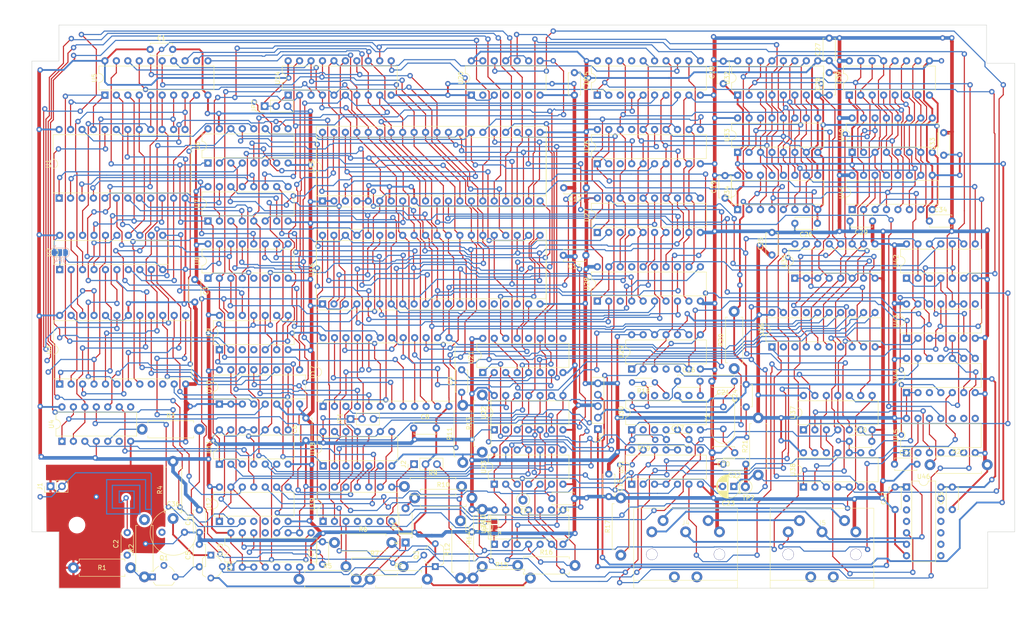
<source format=kicad_pcb>
(kicad_pcb (version 20240108) (generator "pcbnew") (generator_version "8.0")
  (layers (0 "F.Cu" signal) (31 "B.Cu" signal) (34 "B.Paste" user) (35 "F.Paste" user) (36 "B.SilkS" user "B.Silkscreen") (37 "F.SilkS" user "F.Silkscreen") (38 "B.Mask" user) (39 "F.Mask" user) (44 "Edge.Cuts" user))
  (net 0 "")
  (net 1 "Net-(C20-Pad1)")
  (net 2 "Net-(C21-Pad1)")
  (net 3 "GND")
  (net 4 "/RX")
  (net 6 "+5V")
  (net 7 "/~{40Z}")
  (net 8 "/TX")
  (net 9 "/E")
  (net 10 "/A3")
  (net 11 "/D3")
  (net 12 "/D4")
  (net 13 "/A4")
  (net 14 "/A0")
  (net 15 "/D0")
  (net 16 "/D5")
  (net 17 "/A5")
  (net 18 "/A6")
  (net 19 "/D6")
  (net 20 "/D7")
  (net 21 "/A7")
  (net 22 "/A1")
  (net 23 "/D1")
  (net 24 "/D2")
  (net 25 "/A2")
  (net 26 "/A12")
  (net 27 "/A13")
  (net 28 "/~{CEROM}")
  (net 29 "/CLK18M")
  (net 30 "/A15")
  (net 31 "/A14")
  (net 32 "/A10")
  (net 33 "/A11")
  (net 34 "/A9")
  (net 35 "/A8")
  (net 36 "/~{RST}")
  (net 37 "/R{slash}~{W}")
  (net 38 "/TEXT")
  (net 39 "/CPUCLK")
  (net 40 "/GTEXT")
  (net 41 "/~{HIRES}")
  (net 42 "/GRAPH")
  (net 44 "Net-(C22-Pad1)")
  (net 46 "/HIRES")
  (net 63 "Net-(U24A-Q)")
  (net 64 "Net-(JP4-C)")
  (net 84 "Net-(U46B-2B)")
  (net 85 "Net-(U37-Pad6)")
  (net 86 "/E_half")
  (net 105 "-5V")
  (net 106 "+12V")
  (net 107 "-12V")
  (net 110 "Net-(R9-Pad1)")
  (net 111 "Net-(D1-K)")
  (net 112 "Net-(J4-Pad5)")
  (net 113 "/DOUT")
  (net 114 "Net-(J4-Pad4)")
  (net 115 "/Din")
  (net 116 "Net-(U4A-Q)")
  (net 117 "Net-(U42-Pad1)")
  (net 118 "Net-(U23B-D)")
  (net 119 "Net-(C23-Pad1)")
  (net 120 "/CI")
  (net 121 "/R2")
  (net 122 "/SI")
  (net 123 "/R1")
  (net 124 "/R0")
  (net 125 "/V10")
  (net 126 "/V9")
  (net 127 "/V5")
  (net 128 "/V7")
  (net 129 "/V6")
  (net 130 "/V4")
  (net 131 "/V8")
  (net 132 "/V0")
  (net 133 "/TDAT")
  (net 134 "/~{LOAD}")
  (net 135 "/CRV")
  (net 136 "/BL")
  (net 137 "/V1")
  (net 138 "/V2")
  (net 139 "/V3")
  (net 140 "/~{RAS}")
  (net 141 "Net-(C16-Pad1)")
  (net 142 "Net-(Q3-B)")
  (net 143 "Net-(Q2-B)")
  (net 144 "Net-(C9-Pad1)")
  (net 145 "Net-(Q1-D)")
  (net 146 "Net-(Q1-G)")
  (net 147 "Net-(J1-Pin_2)")
  (net 148 "Net-(C17-Pad1)")
  (net 149 "/~{CPUCLK}")
  (net 150 "Net-(U2-Cp)")
  (net 151 "Net-(Q2-C)")
  (net 153 "Net-(U13B-RCext)")
  (net 154 "Net-(R7-Pad1)")
  (net 155 "Net-(U18-Pad5)")
  (net 156 "Net-(J2-Pin_3)")
  (net 157 "Net-(C30-Pad1)")
  (net 158 "Net-(U30-1A)")
  (net 159 "/GDAT")
  (net 160 "Net-(J2-Pin_1)")
  (net 161 "/SCLK")
  (net 164 "Net-(U21A-O0)")
  (net 165 "/Graphic RAM, MUX and Shiftregister/~{CPUL_En}")
  (net 166 "/Graphic RAM, MUX and Shiftregister/~{CPUH_En}")
  (net 167 "/Graphic RAM, MUX and Shiftregister/~{6845L_En}")
  (net 173 "Net-(U12-Pad10)")
  (net 174 "/VS")
  (net 175 "/HS")
  (net 176 "/Graphic RAM, MUX and Shiftregister/~{6845H_En}")
  (net 177 "/~{4000}")
  (net 179 "/~{8000}")
  (net 180 "/~{1000}")
  (net 181 "/CHARSET")
  (net 182 "Net-(U43-Pad3)")
  (net 183 "Net-(U37-Pad11)")
  (net 184 "Net-(U20-Cp1)")
  (net 185 "Net-(C16-Pad2)")
  (net 186 "/~{CLK6M}")
  (net 187 "/RST")
  (net 188 "Net-(C14-Pad2)")
  (net 189 "/U15_17")
  (net 190 "/~{AS}")
  (net 191 "/AS")
  (net 192 "/LTDAT")
  (net 193 "/~{E}")
  (net 195 "Net-(U44-Pad11)")
  (net 196 "/CLK6M")
  (net 197 "Net-(U18-Pad12)")
  (net 198 "Net-(U18-Pad1)")
  (net 199 "/R3")
  (net 200 "Net-(U18-Pad13)")
  (net 201 "Net-(U12-Pad8)")
  (net 202 "Net-(U12-Pad9)")
  (net 203 "/T{slash}G")
  (net 204 "/Graphic RAM, MUX and Shiftregister/~{GRAM_En}")
  (net 205 "Net-(U38-Pad2)")
  (net 206 "Net-(U45A-1Y)")
  (net 207 "Net-(U45A-1A)")
  (net 208 "Net-(U45D-4C)")
  (net 210 "Net-(U4B-C)")
  (net 211 "Net-(U4A-C)")
  (net 212 "Net-(U4B-Q)")
  (net 213 "/Video Signal Genration/Video")
  (net 214 "/Text RAM, MUX and Shiftregister1/TD2")
  (net 215 "/Text RAM, MUX and Shiftregister1/TA6")
  (net 216 "/Text RAM, MUX and Shiftregister1/TA10")
  (net 217 "/Text RAM, MUX and Shiftregister1/TD1")
  (net 218 "/Text RAM, MUX and Shiftregister1/TD3")
  (net 219 "/Text RAM, MUX and Shiftregister1/TA5")
  (net 220 "/Text RAM, MUX and Shiftregister1/TD4")
  (net 221 "/Text RAM, MUX and Shiftregister1/TA0")
  (net 222 "/Text RAM, MUX and Shiftregister1/TA7")
  (net 223 "/Text RAM, MUX and Shiftregister1/~{TRAMWE}")
  (net 224 "/Text RAM, MUX and Shiftregister1/TA2")
  (net 225 "/Text RAM, MUX and Shiftregister1/TD7")
  (net 226 "/Text RAM, MUX and Shiftregister1/TA1")
  (net 227 "/Text RAM, MUX and Shiftregister1/TD0")
  (net 228 "/Text RAM, MUX and Shiftregister1/TA4")
  (net 229 "/Text RAM, MUX and Shiftregister1/TA3")
  (net 230 "/Text RAM, MUX and Shiftregister1/TD6")
  (net 231 "/Text RAM, MUX and Shiftregister1/TD5")
  (net 232 "/Text RAM, MUX and Shiftregister1/TA9")
  (net 233 "/Text RAM, MUX and Shiftregister1/TA8")
  (net 234 "/Text RAM, MUX and Shiftregister1/LD0")
  (net 235 "/Text RAM, MUX and Shiftregister1/LD1")
  (net 236 "/Text RAM, MUX and Shiftregister1/LD2")
  (net 237 "/LD7")
  (net 238 "/Text RAM, MUX and Shiftregister1/LD3")
  (net 239 "/Text RAM, MUX and Shiftregister1/LD4")
  (net 240 "/Text RAM, MUX and Shiftregister1/LD6")
  (net 241 "/Text RAM, MUX and Shiftregister1/LD5")
  (net 242 "/Text RAM, MUX and Shiftregister1/XD6")
  (net 243 "/Text RAM, MUX and Shiftregister1/XD7")
  (net 244 "/Text RAM, MUX and Shiftregister1/XD3")
  (net 245 "/Text RAM, MUX and Shiftregister1/XD2")
  (net 246 "/Text RAM, MUX and Shiftregister1/XD5")
  (net 247 "/Text RAM, MUX and Shiftregister1/XD4")
  (net 248 "/Video Signal Genration/U18_4")
  (net 249 "Net-(U18-Pad8)")
  (net 250 "/Graphic RAM, MUX and Shiftregister/VA3")
  (net 251 "/Graphic RAM, MUX and Shiftregister/VA1")
  (net 252 "/Graphic RAM, MUX and Shiftregister/VA0")
  (net 253 "/Graphic RAM, MUX and Shiftregister/VA5")
  (net 254 "/Graphic RAM, MUX and Shiftregister/VA6")
  (net 255 "/Graphic RAM, MUX and Shiftregister/VA4")
  (net 256 "/Graphic RAM, MUX and Shiftregister/VA2")
  (net 257 "Net-(U31-Pad6)")
  (net 258 "/Graphic RAM, MUX and Shiftregister/GD6")
  (net 259 "/Graphic RAM, MUX and Shiftregister/~{WE}")
  (net 260 "/Graphic RAM, MUX and Shiftregister/~{CAS}")
  (net 261 "/Graphic RAM, MUX and Shiftregister/GD2")
  (net 262 "/Graphic RAM, MUX and Shiftregister/GD7")
  (net 263 "/Graphic RAM, MUX and Shiftregister/GD5")
  (net 264 "/Graphic RAM, MUX and Shiftregister/GD4")
  (net 265 "/Graphic RAM, MUX and Shiftregister/GD3")
  (net 266 "Net-(U37-Pad12)")
  (net 267 "Net-(U42-Pad12)")
  (net 268 "/RASCRST")
  (net 269 "Net-(JP3-A)")
  (net 270 "Net-(U13A-RCext)")
  (net 271 "Net-(U13A-Cext)")
  (net 272 "Net-(JP3-B)")
  (net 273 "Net-(U24B-D)")
  (net 274 "/Graphic RAM, MUX and Shiftregister/~{RASCLKIN}")
  (net 275 "/Graphic RAM, MUX and Shiftregister/RASCLKIN")
  (net 276 "/Text RAM, MUX and Shiftregister1/TRAMWE")
  (net 277 "/TDOTCLK")
  (net 278 "/GDOTCLK")
  (net 279 "Net-(U31-Pad10)")
  (footprint "Package_DIP:DIP-20_W7.62mm" (layer "F.Cu") (at 145.415 50.8 90)
    (property "Reference" "U26")
    (property "Value" "74LS244")
  )
  (footprint "Package_DIP:DIP-16_W7.62mm" (layer "F.Cu") (at 120.015 97.155 90)
    (property "Reference" "U21")
    (property "Value" "74LS139")
  )
  (footprint "Package_DIP:DIP-14_W7.62mm" (layer "F.Cu") (at 153.035 121.92 90)
    (property "Reference" "U31")
    (property "Value" "74LS32")
  )
  (footprint "Package_DIP:DIP-14_W7.62mm" (layer "F.Cu") (at 26.67 112.395 90)
    (property "Reference" "U4")
    (property "Value" "74LS74")
  )
  (footprint "Capacitor_THT:CP_Radial_D5.0mm_P2.50mm" (layer "F.Cu") (at 175.703113 122.428 180)
    (property "Reference" "C23")
    (property "Value" "47u/35")
  )
  (footprint "MountingHole:MountingHole_3.2mm_M3" (layer "F.Cu") (at 110 31)
    (property "Reference" "H2" (hide yes))
    (property "Value" "M3")
  )
  (footprint "MountingHole:MountingHole_3.2mm_M3" (layer "F.Cu") (at 30 131)
    (property "Reference" "H4" (hide yes))
    (property "Value" "M3")
  )
  (footprint "Capacitor_THT:C_Disc_D4.7mm_W2.5mm_P5.00mm" (layer "F.Cu") (at 140.335 125.095 180)
    (property "Reference" "C14")
    (property "Value" "?")
  )
  (footprint "Resistor_THT:R_Axial_DIN0411_L9.9mm_D3.6mm_P12.70mm_Horizontal" (layer "F.Cu") (at 44.45 109.728)
    (property "Reference" "R3")
    (property "Value" "560E")
  )
  (footprint "Capacitor_THT:C_Disc_D4.7mm_W2.5mm_P5.00mm" (layer "F.Cu") (at 147.955 119.674 -90)
    (property "Reference" "C15")
    (property "Value" "100n")
  )
  (footprint "Package_DIP:DIP-16_W7.62mm" (layer "F.Cu") (at 201.93 48.26 90)
    (property "Reference" "U40")
    (property "Value" "4116")
  )
  (footprint "Package_DIP:DIP-20_W7.62mm" (layer "F.Cu") (at 184.15 91.44 90)
    (property "Reference" "U36")
    (property "Value" "74LS245")
  )
  (footprint "Package_DIP:DIP-16_W7.62mm" (layer "F.Cu") (at 201.93 60.96 90)
    (property "Reference" "U41")
    (property "Value" "4116")
  )
  (footprint "Resistor_THT:R_Axial_DIN0411_L9.9mm_D3.6mm_P12.70mm_Horizontal" (layer "F.Cu") (at 104.902 124.968)
    (property "Reference" "R10")
    (property "Value" "2k2")
  )
  (footprint "Package_DIP:DIP-14_W7.62mm" (layer "F.Cu") (at 213.995 89.535 90)
    (property "Reference" "U43")
    (property "Value" "74LS32")
  )
  (footprint "Capacitor_THT:C_Radial_D10.0mm_H20.0mm_P5.00mm" (layer "F.Cu") (at 48.848 132.588)
    (property "Reference" "C36")
    (property "Value" "C_Trim")
  )
  (footprint "Resistor_THT:R_Axial_DIN0411_L9.9mm_D3.6mm_P12.70mm_Horizontal" (layer "F.Cu") (at 119.888 114.808 90)
    (property "Reference" "R13")
    (property "Value" "470E")
  )
  (footprint "Resistor_THT:R_Axial_DIN0411_L9.9mm_D3.6mm_P12.70mm_Horizontal" (layer "F.Cu") (at 51.308 129.54 90)
    (property "Reference" "R4")
    (property "Value" "82E")
  )
  (footprint "Capacitor_THT:C_Disc_D4.7mm_W2.5mm_P5.00mm" (layer "F.Cu") (at 222.25 48.895 90)
    (property "Reference" "C33")
    (property "Value" "100n")
  )
  (footprint "Package_DIP:DIP-14_W7.62mm" (layer "F.Cu") (at 122.555 109.855 90)
    (property "Reference" "U22")
    (property "Value" "74LS04")
  )
  (footprint "Package_TO_SOT_THT:TO-92_Wide" (layer "F.Cu") (at 109.474 140.208 90)
    (property "Reference" "Q3")
    (property "Value" "BC337")
  )
  (footprint "Resistor_THT:R_Axial_DIN0411_L9.9mm_D3.6mm_P12.70mm_Horizontal" (layer "F.Cu") (at 79.248 143.002)
    (property "Reference" "R5")
    (property "Value" "2k2")
  )
  (footprint "Resistor_THT:R_Axial_DIN0411_L9.9mm_D3.6mm_P12.70mm_Horizontal" (layer "F.Cu") (at 44.958 142.494 90)
    (property "Reference" "R2")
    (property "Value" "82E")
  )
  (footprint "Package_DIP:DIP-16_W7.62mm" (layer "F.Cu") (at 176.53 48.26 90)
    (property "Reference" "U33")
    (property "Value" "4116")
  )
  (footprint "Capacitor_THT:C_Disc_D4.7mm_W2.5mm_P5.00mm" (layer "F.Cu") (at 206.462 63.5 180)
    (property "Reference" "C29")
    (property "Value" "100n")
  )
  (footprint "Package_DIP:DIP-16_W7.62mm" (layer "F.Cu") (at 176.53 35.56 90)
    (property "Reference" "U32")
    (property "Value" "4116")
  )
  (footprint "Capacitor_THT:C_Disc_D4.7mm_W2.5mm_P5.00mm" (layer "F.Cu") (at 184.15 71.04 90)
    (property "Reference" "C25")
    (property "Value" "100n")
  )
  (footprint "Package_DIP:DIP-20_W7.62mm" (layer "F.Cu") (at 26.162 74.295 90)
    (property "Reference" "U2")
    (property "Value" "74LS273")
  )
  (footprint "Package_DIP:DIP-14_W7.62mm" (layer "F.Cu") (at 191.135 122.555 90)
    (property "Reference" "U38")
    (property "Value" "74LS14")
  )
  (footprint "Resistor_THT:R_Axial_DIN0411_L9.9mm_D3.6mm_P12.70mm_Horizontal" (layer "F.Cu") (at 89.662 140.208)
    (property "Reference" "R7")
    (property "Value" "220E")
  )
  (footprint "Package_DIP:DIP-16_W7.62mm" (layer "F.Cu") (at 189.23 76.2 90)
    (property "Reference" "U35")
    (property "Value" "74LS166")
  )
  (footprint "Package_DIP:DIP-16_W7.62mm" (layer "F.Cu") (at 59.055 76.2 90)
    (property "Reference" "U8")
    (property "Value" "74LS157")
  )
  (footprint "Package_DIP:DIP-14_W7.62mm" (layer "F.Cu") (at 213.995 101.6 90)
    (property "Reference" "U44")
    (property "Value" "74LS32")
  )
  (footprint "Connector_PinHeader_2.54mm:PinHeader_1x03_P2.54mm_Vertical" (layer "F.Cu") (at 104.775 117.475 90)
    (property "Reference" "J2")
    (property "Value" "BAS")
  )
  (footprint "Resistor_THT:R_Axial_DIN0411_L9.9mm_D3.6mm_P12.70mm_Horizontal" (layer "F.Cu") (at 219.202 117.602)
    (property "Reference" "R22")
    (property "Value" "10k")
  )
  (footprint "Package_DIP:DIP-14_W7.62mm" (layer "F.Cu") (at 213.995 122.555)
    (property "Reference" "U46")
    (property "Value" "75188")
  )
  (footprint "Package_DIP:DIP-14_W7.62mm" (layer "F.Cu") (at 61.595 117.475 90)
    (property "Reference" "U11")
    (property "Value" "74LS51")
  )
  (footprint "Package_DIP:DIP-16_W7.62mm" (layer "F.Cu") (at 59.055 50.63 90)
    (property "Reference" "U6")
    (property "Value" "74LS157")
  )
  (footprint "Package_DIP:DIP-24_W15.24mm" (layer "F.Cu") (at 84.582 104.648 90)
    (property "Reference" "U17")
    (property "Value" "2716")
  )
  (footprint "Capacitor_THT:C_Disc_D4.7mm_W2.5mm_P5.00mm" (layer "F.Cu") (at 46.228 25.4)
    (property "Reference" "C1")
    (property "Value" "100n")
  )
  (footprint "Capacitor_THT:C_Disc_D4.7mm_W2.5mm_P5.00mm" (layer "F.Cu") (at 178.355 117.475 180)
    (property "Reference" "C22")
    (property "Value" "100n")
  )
  (footprint "my_own_conn:DIN-5_Stereo" (layer "F.Cu") (at 195.25 132.5)
    (property "Reference" "J5")
    (property "Value" "TF20")
  )
  (footprint "Resistor_THT:R_Axial_DIN0411_L9.9mm_D3.6mm_P12.70mm_Horizontal" (layer "F.Cu") (at 102.616 122.428)
    (property "Reference" "R9")
    (property "Value" "47E")
  )
  (footprint "Package_DIP:DIP-16_W7.62mm" (layer "F.Cu") (at 61.595 104.14 90)
    (property "Reference" "U10")
    (property "Value" "74LS166")
  )
  (footprint "Resistor_THT:R_Axial_DIN0204_L3.6mm_D1.6mm_P5.08mm_Horizontal" (layer "F.Cu") (at 158.259358 112.061022 180)
    (property "Reference" "R19")
    (property "Value" "10k")
  )
  (footprint "Package_DIP:DIP-16_W7.62mm" (layer "F.Cu") (at 201.295 35.56 90)
    (property "Reference" "U39")
    (property "Value" "4116")
  )
  (footprint "MountingHole:MountingHole_3.2mm_M3" (layer "F.Cu") (at 230 31)
    (property "Reference" "H3" (hide yes))
    (property "Value" "M3")
  )
  (footprint "Capacitor_THT:C_Disc_D4.7mm_W2.5mm_P5.00mm" (layer "F.Cu") (at 175.895 114.935 180)
    (property "Reference" "C20")
    (property "Value" "?")
  )
  (footprint "Package_TO_SOT_THT:TO-92_Wide" (layer "F.Cu") (at 59.69 137.668 -90)
    (property "Reference" "Q2")
    (property "Value" "BC337")
  )
  (footprint "Package_DIP:DIP-14_W7.62mm" (layer "F.Cu") (at 122.555 135.255 90)
    (property "Reference" "U24")
    (property "Value" "74LS74")
  )
  (footprint "Package_DIP:DIP-14_W7.62mm" (layer "F.Cu") (at 213.995 76.2 90)
    (property "Reference" "U42")
    (property "Value" "74LS32")
  )
  (footprint "Package_DIP:DIP-20_W7.62mm" (layer "F.Cu") (at 145.415 35.56 90)
    (property "Reference" "U25")
    (property "Value" "74LS244")
  )
  (footprint "Capacitor_THT:C_Disc_D4.7mm_W2.5mm_P5.00mm" (layer "F.Cu") (at 104.688 109.474)
    (property "Reference" "C8")
    (property "Value" "100n")
  )
  (footprint "Package_DIP:DIP-16_W7.62mm" (layer "F.Cu") (at 176.53 60.96 90)
    (property "Reference" "U34")
    (property "Value" "4116")
  )
  (footprint "Capacitor_THT:C_Disc_D4.7mm_W2.5mm_P5.00mm" (layer "F.Cu") (at 163.195 99.06)
    (property "Reference" "C16")
    (property "Value" "?")
  )
  (footprint "Capacitor_THT:C_Disc_D4.7mm_W2.5mm_P5.00mm" (layer "F.Cu") (at 196.85 35.56 90)
    (property "Reference" "C28")
    (property "Value" "100n")
  )
  (footprint "Package_DIP:DIP-14_W7.62mm" (layer "F.Cu") (at 61.595 92.075 90)
    (property "Reference" "U9")
    (property "Value" "74LS04")
  )
  (footprint "Capacitor_THT:C_Disc_D4.7mm_W2.5mm_P5.00mm" (layer "F.Cu") (at 173.355 33.02 90)
    (property "Reference" "C18")
    (property "Value" "100n")
  )
  (footprint "Capacitor_THT:C_Disc_D4.7mm_W2.5mm_P5.00mm" (layer "F.Cu") (at 175.815 99.06 180)
    (property "Reference" "C21")
    (property "Value" "?")
  )
  (footprint "Package_DIP:DIP-14_W7.62mm" (layer "F.Cu") (at 84.582 130.175 90)
    (property "Reference" "U19")
    (property "Value" "74LS86")
  )
  (footprint "Capacitor_THT:C_Disc_D4.7mm_W2.5mm_P5.00mm" (layer "F.Cu") (at 211.455 127.555 90)
    (property "Reference" "C32")
    (property "Value" "100n")
  )
  (footprint "Capacitor_THT:C_Disc_D4.7mm_W2.5mm_P5.00mm" (layer "F.Cu") (at 196.85 27.9 90)
    (property "Reference" "C27")
    (property "Value" "100n")
  )
  (footprint "Resistor_THT:R_Axial_DIN0411_L9.9mm_D3.6mm_P12.70mm_Horizontal" (layer "F.Cu") (at 115.062 142.748 90)
    (property "Reference" "R12")
    (property "Value" "1k")
  )
  (footprint "Capacitor_THT:C_Disc_D4.7mm_W2.5mm_P5.00mm" (layer "F.Cu") (at 140.335 30.56 -90)
    (property "Reference" "C11")
    (property "Value" "100n")
  )
  (footprint "Package_DIP:DIP-24_W15.24mm" (layer "F.Cu") (at 26.035 58.42 90)
    (property "Reference" "U1")
    (property "Value" "6116")
  )
  (footprint "Capacitor_THT:C_Disc_D4.7mm_W2.5mm_P5.00mm" (layer "F.Cu") (at 57.15 132.635 90)
    (property "Reference" "C4")
    (property "Value" "?")
  )
  (footprint "Capacitor_THT:C_Disc_D4.7mm_W2.5mm_P5.00mm" (layer "F.Cu") (at 57.15 140.255 90)
    (property "Reference" "C5")
    (property "Value" "?")
  )
  (footprint "Capacitor_THT:C_Disc_D4.7mm_W2.5mm_P5.00mm" (layer "F.Cu") (at 56.134 76.494 -90)
    (property "Reference" "C3")
    (property "Value" "100n")
  )
  (footprint "Capacitor_THT:C_Disc_D4.7mm_W2.5mm_P5.00mm" (layer "F.Cu") (at 194.23 64.008 180)
    (property "Reference" "C26")
    (property "Value" "100n")
  )
  (footprint "MountingHole:MountingHole_3.2mm_M3" (layer "F.Cu") (at 110 131)
    (property "Reference" "H6" (hide yes))
    (property "Value" "M3")
  )
  (footprint "Package_DIP:DIP-14_W7.62mm" (layer "F.Cu") (at 61.595 130.175 90)
    (property "Reference" "U12")
    (property "Value" "74LS32")
  )
  (footprint "Resistor_THT:R_Axial_DIN0411_L9.9mm_D3.6mm_P12.70mm_Horizontal" (layer "F.Cu") (at 150.622 137.668 90)
    (property "Reference" "R17")
    (property "Value" "470E")
  )
  (footprint "Package_DIP:DIP-20_W7.62mm" (layer "F.Cu") (at 145.415 81.28 90)
    (property "Reference" "U28")
    (property "Value" "74LS244")
  )
  (footprint "Package_DIP:DIP-14_W7.62mm" (layer "F.Cu") (at 213.995 114.935 90)
    (property "Reference" "U45")
    (property "Value" "75189")
  )
  (footprint "Package_DIP:DIP-16_W7.62mm" (layer "F.Cu") (at 59.055 63.5 90)
    (property "Reference" "U7")
    (property "Value" "74LS157")
  )
  (footprint "Resistor_THT:R_Axial_DIN0411_L9.9mm_D3.6mm_P12.70mm_Horizontal" (layer "F.Cu") (at 119.888 140.208 90)
    (property "Reference" "R14")
    (property "Value" "2k2")
  )
  (footprint "Package_DIP:DIP-20_W7.62mm" (layer "F.Cu") (at 145.415 66.04 90)
    (property "Reference" "U27")
    (property "Value" "74LS244")
  )
  (footprint "Capacitor_THT:C_Disc_D4.7mm_W2.5mm_P5.00mm" (layer "F.Cu") (at 178.435 104.775 90)
    (property "Reference" "C24")
    (property "Value" "1n2")
  )
  (footprint "Capacitor_THT:C_Disc_D4.7mm_W2.5mm_P5.00mm" (layer "F.Cu") (at 117.602 127.508 -90)
    (property "Reference" "C10")
    (property "Value" "100n")
  )
  (footprint "Diode_THT:D_A-405_P7.62mm_Horizontal" (layer "F.Cu") (at 102.87 134.874 90)
    (property "Reference" "D1")
    (property "Value" "1N4148")
  )
  (footprint "Package_TO_SOT_THT:TO-92_Wide" (layer "F.Cu") (at 46.736 142.494)
    (property "Reference" "Q1")
    (property "Value" "BF245A")
  )
  (footprint "Capacitor_THT:C_Disc_D4.7mm_W2.5mm_P5.00mm" (layer "F.Cu") (at 142.875 71.12 180)
    (property "Reference" "C13")
    (property "Value" "100n")
  )
  (footprint "TestPoint:TestPoint_Loop_D1.80mm_Drill1.0mm_Beaded" (layer "F.Cu") (at 128.922642 125.427242)
    (property "Reference" "TP1")
    (property "Value" "TestPoint")
  )
  (footprint "Connector_PinHeader_2.54mm:PinHeader_1x05_P2.54mm_Vertical" (layer "F.Cu") (at 145.542 109.685 180)
    (property "Reference" "J3")
    (property "Value" "Power")
  )
  (footprint "Connector_PinHeader_2.54mm:PinHeader_1x03_P2.54mm_Vertical" (layer "F.Cu") (at 71.628 38 90)
    (property "Reference" "JP2")
    (property "Value" "273/373")
  )
  (footprint "Resistor_THT:R_Axial_DIN0411_L9.9mm_D3.6mm_P12.70mm_Horizontal" (layer "F.Cu") (at 117.856 142.748)
    (property "Reference" "R15")
    (property "Value" "1k")
  )
  (footprint "Capacitor_THT:C_Disc_D4.7mm_W2.5mm_P5.00mm" (layer "F.Cu") (at 224.155 127.555 90)
    (property "Reference" "C35")
    (property "Value" "100n")
  )
  (footprint "Resistor_THT:R_Axial_DIN0411_L9.9mm_D3.6mm_P12.70mm_Horizontal" (layer "F.Cu") (at 94.996 143.002)
    (property "Reference" "R8")
    (property "Value" "82E")
  )
  (footprint "Resistor_THT:R_Axial_DIN0411_L9.9mm_D3.6mm_P12.70mm_Horizontal" (layer "F.Cu") (at 87.122 134.874)
    (property "Reference" "R6")
    (property "Value" "2k2")
  )
  (footprint "Capacitor_THT:C_Disc_D4.7mm_W2.5mm_P5.00mm" (layer "F.Cu") (at 115.316 101.52 90)
    (property "Reference" "C9")
    (property "Value" "?")
  )
  (footprint "Resistor_THT:R_Axial_DIN0411_L9.9mm_D3.6mm_P12.70mm_Horizontal" (layer "F.Cu") (at 127.762 139.954)
    (property "Reference" "R16")
    (property "Value" "220E")
  )
  (footprint "TestPoint:TestPoint_Loop_D1.80mm_Drill1.0mm_Beaded" (layer "F.Cu") (at 178.25 122.5)
    (property "Reference" "TP2")
    (property "Value" "TestPoint")
  )
  (footprint "Capacitor_THT:C_Disc_D4.7mm_W2.5mm_P5.00mm" (layer "F.Cu") (at 142.962 56.134 180)
    (property "Reference" "C12")
    (property "Value" "100n")
  )
  (footprint "Package_DIP:DIP-14_W7.62mm" (layer "F.Cu") (at 153.035 109.855 90)
    (property "Reference" "U30")
    (property "Value" "LM733CN")
  )
  (footprint "Package_DIP:DIP-20_W7.62mm" (layer "F.Cu") (at 76.835 35.56 90)
    (property "Reference" "U14")
    (property "Value" "74LS273")
  )
  (footprint "Package_DIP:DIP-14_W7.62mm" (layer "F.Cu") (at 191.135 109.855 90)
    (property "Reference" "U37")
    (property "Value" "74LS08")
  )
  (footprint "Capacitor_THT:C_Disc_D4.7mm_W2.5mm_P5.00mm" (layer "F.Cu") (at 80.772 112.228 90)
    (property "Reference" "C6")
    (property "Value" "100n")
  )
  (footprint "Capacitor_THT:C_Disc_D4.7mm_W2.5mm_P5.00mm" (layer "F.Cu") (at 160.735 112.014)
    (property "Reference" "C17")
    (property "Value" "?")
  )
  (footprint "Resistor_THT:R_Axial_DIN0411_L9.9mm_D3.6mm_P12.70mm_Horizontal" (layer "F.Cu") (at 115.57 117.094 90)
    (property "Reference" "R11")
    (property "Value" "220E")
  )
  (footprint "Connector_PinHeader_2.54mm:PinHeader_1x02_P2.54mm_Vertical" (layer "F.Cu") (at 24.13 122.395 90)
    (property "Reference" "J1")
    (property "Value" "Modulator")
  )
  (footprint "MountingHole:MountingHole_3.2mm_M3" (layer "F.Cu") (at 230 131)
    (property "Reference" "H5" (hide yes))
    (property "Value" "M3")
  )
  (footprint "Capacitor_THT:C_Disc_D4.7mm_W2.5mm_P5.00mm" (layer "F.Cu") (at 211.328 117.475)
    (property "Reference" "C31")
    (property "Value" "100n")
  )
  (footprint "my_own_conn:DIN-5_Stereo" (layer "F.Cu") (at 165 132.5)
    (property "Reference" "J4")
    (property "Value" "HX20")
  )
  (footprint "Package_DIP:DIP-14_W7.62mm" (layer "F.Cu") (at 122.555 121.92 90)
    (property "Reference" "U23")
    (property "Value" "74LS74")
  )
  (footprint "MountingHole:MountingHole_3.2mm_M3" (layer "F.Cu") (at 30 31)
    (property "Reference" "H1" (hide yes))
    (property "Value" "M3")
  )
  (footprint "Capacitor_THT:C_Disc_D4.7mm_W2.5mm_P5.00mm" (layer "F.Cu") (at 219.075 63.5)
    (property "Reference" "C34")
    (property "Value" "100n")
  )
  (footprint "Capacitor_THT:C_Disc_D4.7mm_W2.5mm_P5.00mm" (layer "F.Cu") (at 201.295 112.395)
    (property "Reference" "C30")
    (property "Value" "?")
  )
  (footprint "Package_DIP:DIP-14_W7.62mm" (layer "F.Cu") (at 117.475 35.56 90)
    (property "Reference" "U20")
    (property "Value" "74LS290")
  )
  (footprint "Package_DIP:DIP-16_W7.62mm" (layer "F.Cu") (at 64.135 140.335 90)
    (property "Reference" "U13")
    (property "Value" "74LS221")
  )
  (footprint "Package_DIP:DIP-20_W7.62mm" (layer "F.Cu") (at 36.195 35.56 90)
    (property "Reference" "U5")
    (property "Value" "74LS245")
  )
  (footprint "Package_DIP:DIP-40_W15.24mm_Socket" (layer "F.Cu") (at 84.455 81.915 90)
    (property "Reference" "U16")
    (property "Value" "MC6845")
  )
  (footprint "Resistor_THT:R_Axial_DIN0204_L3.6mm_D1.6mm_P5.08mm_Horizontal" (layer "F.Cu") (at 158.192 99.314 180)
    (property "Reference" "R18")
    (property "Value" "?")
  )
  (footprint "Package_DIP:DIP-14_W7.62mm" (layer "F.Cu") (at 153.035 96.36 90)
    (property "Reference" "U29")
    (property "Value" "74LS107")
  )
  (footprint "Connector_PinHeader_2.54mm:PinHeader_1x03_P2.54mm_Vertical" (layer "F.Cu") (at 90.678 107.442 90)
    (property "Reference" "JP1")
    (property "Value" "2/4")
  )
  (footprint "Jumper:SolderJumper-3_P1.3mm_Bridged12_RoundedPad1.0x1.5mm" (layer "F.Cu") (at 122.5 131.5 90)
    (property "Reference" "JP3")
    (property "Value" "fix on PCB!")
  )
  (footprint "Capacitor_THT:C_Disc_D4.7mm_W2.5mm_P5.00mm" (layer "F.Cu") (at 41.148 137.668 90)
    (property "Reference" "C2")
    (property "Value" "?")
  )
  (footprint "Package_DIP:DIP-14_W7.62mm" (layer "F.Cu") (at 84.582 117.856 90)
    (property "Reference" "U18")
    (property "Value" "74LS08")
  )
  (footprint "Resistor_THT:R_Axial_DIN0411_L9.9mm_D3.6mm_P12.70mm_Horizontal" (layer "F.Cu") (at 41.91 140.462 180)
    (property "Reference" "R1")
    (property "Value" "100k")
  )
  (footprint "Resistor_THT:R_Axial_DIN0411_L9.9mm_D3.6mm_P12.70mm_Horizontal" (layer "F.Cu") (at 175.768 96.266 90)
    (property "Reference" "R20")
    (property "Value" "470E")
  )
  (footprint "Package_DIP:DIP-40_W15.24mm_Socket" (layer "F.Cu") (at 84.455 59.055 90)
    (property "Reference" "U15")
    (property "Value" "MC6803")
  )
  (footprint "Resistor_THT:R_Axial_DIN0411_L9.9mm_D3.6mm_P12.70mm_Horizontal" (layer "F.Cu") (at 181.102 119.888 90)
    (property "Reference" "R21")
    (property "Value" "4k7")
  )
  (footprint "Capacitor_THT:C_Disc_D4.7mm_W2.5mm_P5.00mm" (layer "F.Cu") (at 173.736 58.42 90)
    (property "Reference" "C19")
    (property "Value" "100n")
  )
  (footprint "Crystal:Crystal_HC49-U_Vertical" (layer "F.Cu") (at 173.355 109.655 90)
    (property "Reference" "Y1")
    (property "Value" "18M432")
  )
  (footprint "Capacitor_THT:C_Disc_D4.7mm_W2.5mm_P5.00mm" (layer "F.Cu") (at 84.455 139.7 90)
    (property "Reference" "C7")
    (property "Value" "47p")
  )
  (footprint "Package_DIP:DIP-24_W15.24mm" (layer "F.Cu") (at 26.162 99.695 90)
    (property "Reference" "U3")
    (property "Value" "2716")
  )
  (footprint "Jumper:SolderJumper-3_P1.3mm_Bridged12_RoundedPad1.0x1.5mm" (layer "B.Cu") (at 26.2 70.5)
    (property "Reference" "JP4")
    (property "Value" "273/373")
  )
  (gr_line (start 26 132.5) (end 20 132.5) (stroke (width 0.1)) (layer "Edge.Cuts"))
  (gr_line (start 232 132.5) (end 232 145) (stroke (width 0.1)) (layer "Edge.Cuts"))
  (gr_line (start 20 132.5) (end 20 28) (stroke (width 0.1)) (layer "Edge.Cuts"))
  (gr_line (start 26 145) (end 26 132.5) (stroke (width 0.1)) (layer "Edge.Cuts"))
  (gr_line (start 20 28) (end 26 28) (stroke (width 0.1)) (layer "Edge.Cuts"))
  (gr_line (start 231.75 20) (end 231.75 28.5) (stroke (width 0.1)) (layer "Edge.Cuts"))
  (gr_line (start 231.75 28.5) (end 238 28.5) (stroke (width 0.1)) (layer "Edge.Cuts"))
  (gr_line (start 26 28) (end 26 20) (stroke (width 0.1)) (layer "Edge.Cuts"))
  (gr_line (start 238 132.5) (end 232 132.5) (stroke (width 0.1)) (layer "Edge.Cuts"))
  (gr_line (start 26 20) (end 231.75 20) (stroke (width 0.1)) (layer "Edge.Cuts"))
  (gr_line (start 238 28.5) (end 238 132.5) (stroke (width 0.1)) (layer "Edge.Cuts"))
  (gr_line (start 232 145) (end 26 145) (stroke (width 0.1)) (layer "Edge.Cuts"))
  (segment (start 173.355 109.655) (end 173.355 112.395) (width 0.25) (layer "F.Cu") (net 1))
  (segment (start 173.355 112.395) (end 175.895 114.935) (width 0.25) (layer "F.Cu") (net 1))
  (segment (start 169.745 109.655) (end 169.545 109.855) (width 0.25) (layer "B.Cu") (net 1))
  (segment (start 169.545 109.855) (end 168.275 109.855) (width 0.25) (layer "B.Cu") (net 1))
  (segment (start 173.355 109.655) (end 169.745 109.655) (width 0.25) (layer "B.Cu") (net 1))
  (segment (start 155.702 99.568) (end 156.718 100.584) (width 0.25) (layer "F.Cu") (net 2))
  (segment (start 175.815 99.06) (end 175.815 100.537) (width 0.25) (layer "F.Cu") (net 2))
  (segment (start 173.355 102.997) (end 173.355 104.775) (width 0.25) (layer "F.Cu") (net 2))
  (segment (start 156.718 100.584) (end 156.718 104.394) (width 0.25) (layer "F.Cu") (net 2))
  (segment (start 156.99 110.791664) (end 156.99 108.712) (width 0.25) (layer "F.Cu") (net 2))
  (segment (start 156.99 108.712) (end 153.162 104.884) (width 0.25) (layer "F.Cu") (net 2))
  (segment (start 153.162 102.362) (end 153.035 102.235) (width 0.25) (layer "F.Cu") (net 2))
  (segment (start 153.162 104.884) (end 153.162 104.648) (width 0.25) (layer "F.Cu") (net 2))
  (segment (start 153.162 104.648) (end 153.162 102.362) (width 0.25) (layer "F.Cu") (net 2))
  (segment (start 158.259358 112.061022) (end 156.99 110.791664) (width 0.25) (layer "F.Cu") (net 2))
  (segment (start 175.815 100.537) (end 173.355 102.997) (width 0.25) (layer "F.Cu") (net 2))
  (segment (start 156.718 104.394) (end 156.464 104.648) (width 0.25) (layer "F.Cu") (net 2))
  (via (at 156.464 104.648) (size 1.2) (drill 0.6) (layers "F.Cu" "B.Cu") (net 2))
  (via (at 153.162 104.648) (size 1.2) (drill 0.6) (layers "F.Cu" "B.Cu") (net 2))
  (via (at 155.702 99.568) (size 1.2) (drill 0.6) (layers "F.Cu" "B.Cu") (net 2))
  (segment (start 156.591 104.775) (end 156.464 104.648) (width 0.25) (layer "B.Cu") (net 2))
  (segment (start 173.355 104.775) (end 156.591 104.775) (width 0.25) (layer "B.Cu") (net 2))
  (segment (start 156.464 104.648) (end 153.162 104.648) (width 0.25) (layer "B.Cu") (net 2))
  (segment (start 155.448 99.314) (end 155.702 99.568) (width 0.25) (layer "B.Cu") (net 2))
  (segment (start 153.112 99.314) (end 155.448 99.314) (width 0.25) (layer "B.Cu") (net 2))
  (segment (start 208.534 91.44) (end 208.788 91.694) (width 0.4) (layer "F.Cu") (net 3))
  (segment (start 107.442 139.7) (end 107.442 142.748) (width 0.4) (layer "F.Cu") (net 3))
  (segment (start 56.388 83.058) (end 56.134 82.804) (width 0.8) (layer "F.Cu") (net 3))
  (segment (start 171.45 65.786) (end 171.45 81.788) (width 0.8) (layer "F.Cu") (net 3))
  (segment (start 208.788 65.786) (end 208.788 76.708) (width 0.8) (layer "F.Cu") (net 3))
  (segment (start 178.435 104.775) (end 178.435 111.379) (width 0.25) (layer "F.Cu") (net 3))
  (segment (start 171.45 35.814014) (end 171.195986 35.56) (width 0.4) (layer "F.Cu") (net 3))
  (segment (start 208.534 124.714) (end 206.375 122.555) (width 0.4) (layer "F.Cu") (net 3))
  (segment (start 224.155 81.915) (end 224.155 79.375) (width 0.25) (layer "F.Cu") (net 3))
  (segment (start 56.261 99.695) (end 56.388 99.568) (width 0.8) (layer "F.Cu") (net 3))
  (segment (start 224.155 79.375) (end 223.012 78.232) (width 0.25) (layer "F.Cu") (net 3))
  (segment (start 171.45 98.425) (end 170.815 99.06) (width 0.8) (layer "F.Cu") (net 3))
  (segment (start 171.45 50.8) (end 171.45 53.339994) (width 0.4) (layer "F.Cu") (net 3))
  (segment (start 54.102 105.664) (end 54.102 103.632) (width 0.8) (layer "F.Cu") (net 3))
  (segment (start 140.335 121.412) (end 140.335 125.095) (width 0.8) (layer "F.Cu") (net 3))
  (segment (start 81.788 64.008) (end 81.788 76.454) (width 0.8) (layer "F.Cu") (net 3))
  (segment (start 196.85 30.56) (end 198.708 30.56) (width 0.4) (layer "F.Cu") (net 3))
  (segment (start 137.795 109.855) (end 140.101 109.855) (width 0.4) (layer "F.Cu") (net 3))
  (segment (start 231.394 115.062) (end 231.394 117.094) (width 0.8) (layer "F.Cu") (net 3))
  (segment (start 32.766 136.906) (end 29.21 140.462) (width 0.4) (layer "F.Cu") (net 3))
  (segment (start 202.438 132.188) (end 202.75 132.5) (width 0.8) (layer "F.Cu") (net 3))
  (segment (start 208.534 124.968) (end 208.534 124.714) (width 0.4) (layer "F.Cu") (net 3))
  (segment (start 170.895 114.935) (end 170.895 99.14) (width 0.8) (layer "F.Cu") (net 3))
  (segment (start 140.462 95.504) (end 140.462 103.632) (width 0.8) (layer "F.Cu") (net 3))
  (segment (start 198.708 30.56) (end 199.136 30.988) (width 0.4) (layer "F.Cu") (net 3))
  (segment (start 140.335 56.261) (end 140.208 56.134) (width 0.8) (layer "F.Cu") (net 3))
  (segment (start 199.136 30.988) (end 199.136 40.64) (width 0.8) (layer "F.Cu") (net 3))
  (segment (start 199.136 40.64) (end 199.136 53.34) (width 0.8) (layer "F.Cu") (net 3))
  (segment (start 171.196 124.968) (end 170.895 124.667) (width 0.8) (layer "F.Cu") (net 3))
  (segment (start 171.45 53.339994) (end 171.450006 53.34) (width 0.4) (layer "F.Cu") (net 3))
  (segment (start 178.435 111.379) (end 178.562 111.506) (width 0.25) (layer "F.Cu") (net 3))
  (segment (start 223.03 66.784) (end 224.028 65.786) (width 0.25) (layer "F.Cu") (net 3))
  (segment (start 54.102 105.664) (end 55.118 104.648) (width 0.8) (layer "F.Cu") (net 3))
  (segment (start 223.059 43.895) (end 222.25 43.895) (width 0.4) (layer "F.Cu") (net 3))
  (segment (start 224.075 43.688) (end 223.868 43.895) (width 0.8) (layer "F.Cu") (net 3))
  (segment (start 54.102 99.695) (end 54.102 103.632) (width 0.8) (layer "F.Cu") (net 3))
  (segment (start 57.15 25.4) (end 57.855 26.105) (width 0.4) (layer "F.Cu") (net 3))
  (segment (start 61.468 59.436) (end 61.595 59.309) (width 0.25) (layer "F.Cu") (net 3))
  (segment (start 45.212 135.128) (end 36.068 135.128) (width 0.25) (layer "F.Cu") (net 3))
  (segment (start 171.196 124.841) (end 168.275 121.92) (width 0.4) (layer "F.Cu") (net 3))
  (segment (start 223.012 78.232) (end 223.03 78.214) (width 0.25) (layer "F.Cu") (net 3))
  (segment (start 163.195 109.855) (end 165.354 112.014) (width 0.25) (layer "F.Cu") (net 3))
  (segment (start 137.795 121.92) (end 139.827 121.92) (width 0.4) (layer "F.Cu") (net 3))
  (segment (start 36.068 136.398) (end 35.56 136.906) (width 0.4) (layer "F.Cu") (net 3))
  (segment (start 82.042 91.948) (end 81.788 92.202) (width 0.8) (layer "F.Cu") (net 3))
  (segment (start 171.196 124.968) (end 171.196 124.841) (width 0.4) (layer "F.Cu") (net 3))
  (segment (start 109.688 115.102) (end 107.315 117.475) (width 0.4) (layer "F.Cu") (net 3))
  (segment (start 54.102 99.695) (end 56.261 99.695) (width 0.8) (layer "F.Cu") (net 3))
  (segment (start 208.28 76.2) (end 208.788 76.708) (width 0.4) (layer "F.Cu") (net 3))
  (segment (start 208.788 76.708) (end 208.788 91.694) (width 0.8) (layer "F.Cu") (net 3))
  (segment (start 82.296 105.704) (end 80.772 107.228) (width 0.8) (layer "F.Cu") (net 3))
  (segment (start 61.595 72.771) (end 61.595 68.58) (width 0.25) (layer "F.Cu") (net 3))
  (segment (start 53.831 81.851035) (end 53.78 81.902035) (width 0.4) (layer "F.Cu") (net 3))
  (segment (start 208.788 109.728) (end 208.788 121.158) (width 0.8) (layer "F.Cu") (net 3))
  (segment (start 41.275 43.18) (end 41.275 49.149) (width 0.25) (layer "F.Cu") (net 3))
  (segment (start 171.450006 53.34) (end 171.450006 65.785994) (width 0.4) (layer "F.Cu") (net 3))
  (segment (start 82.172 108.628) (end 82.172 117.472) (width 0.8) (layer "F.Cu") (net 3))
  (segment (start 223.868 43.895) (end 222.25 43.895) (width 0.8) (layer "F.Cu") (net 3))
  (segment (start 81.788 39.116) (end 81.788 51.054) (width 0.8) (layer "F.Cu") (net 3))
  (segment (start 81.788 59.182) (end 81.788 64.008) (width 0.8) (layer "F.Cu") (net 3))
  (segment (start 171.196 124.968) (end 171.988 125.76) (width 0.8) (layer "F.Cu") (net 3))
  (segment (start 107.696 143.002) (end 109.042 144.348) (width 0.4) (layer "F.Cu") (net 3))
  (segment (start 81.788 76.454) (end 81.788 82.296) (width 0.8) (layer "F.Cu") (net 3))
  (segment (start 171.022 117.475) (end 170.895 117.602) (width 0.4) (layer "F.Cu") (net 3))
  (segment (start 82.172 117.472) (end 82.042 117.602) (width 0.8) (layer "F.Cu") (net 3))
  (segment (start 140.101 109.855) (end 140.228 109.728) (width 0.4) (layer "F.Cu") (net 3))
  (segment (start 82.042 129.54) (end 82.042 117.602) (width 0.8) (layer "F.Cu") (net 3))
  (segment (start 109.688 109.474) (end 109.688 107.482) (width 0.4) (layer "F.Cu") (net 3))
  (segment (start 171.45 40.64) (end 171.45 50.8) (width 0.4) (layer "F.Cu") (net 3))
  (segment (start 207.01 91.44) (end 208.534 91.44) (width 0.4) (layer "F.Cu") (net 3))
  (segment (start 109.474 135.128) (end 108.712 135.128) (width 0.4) (layer "F.Cu") (net 3))
  (segment (start 36.068 124.714) (end 36.068 127.762) (width 0.4) (layer "F.Cu") (net 3))
  (segment (start 170.895 122.428) (end 170.895 117.602) (width 0.8) (layer "F.Cu") (net 3))
  (segment (start 199.136 53.34) (end 199.136 63.5) (width 0.8) (layer "F.Cu") (net 3))
  (segment (start 140.335 35.56) (end 140.335 56.261) (width 0.8) (layer "F.Cu") (net 3))
  (segment (start 104.902 132.588) (end 102.484 132.588) (width 0.4) (layer "F.Cu") (net 3))
  (segment (start 206.375 109.855) (end 208.661 109.855) (width 0.4) (layer "F.Cu") (net 3))
  (segment (start 111.252 90.932) (end 111.252 95.002) (width 0.25) (layer "F.Cu") (net 3))
  (segment (start 61.595 59.309) (end 61.595 55.88) (width 0.25) (layer "F.Cu") (net 3))
  (segment (start 224.028 23.622) (end 224.075 23.669) (width 0.8) (layer "F.Cu") (net 3))
  (segment (start 140.335 33.147) (end 140.208 33.02) (width 0.4) (layer "F.Cu") (net 3))
  (segment (start 84.582 132.842) (end 84.328 132.842) (width 0.8) (layer "F.Cu") (net 3))
  (segment (start 80.772 107.228) (end 82.172 108.628) (width 0.8) (layer "F.Cu") (net 3))
  (segment (start 140.335 35.56) (end 140.335 33.147) (width 0.4) (layer "F.Cu") (net 3))
  (segment (start 171.196 35.56) (end 171.195986 35.56) (width 0.4) (layer "F.Cu") (net 3))
  (segment (start 199.136 63.5) (end 199.136 65.786) (width 0.8) (layer "F.Cu") (net 3))
  (segment (start 231.394 89.408) (end 231.394 101.854) (width 0.8) (layer "F.Cu") (net 3))
  (segment (start 109.688 107.482) (end 112.522 104.648) (width 0.4) (layer "F.Cu") (net 3))
  (segment (start 139.827 121.92) (end 140.335 121.412) (width 0.4) (layer "F.Cu") (net 3))
  (segment (start 109.042 144.348) (end 128.956 144.348) (width 0.4) (layer "F.Cu") (net 3))
  (segment (start 207.01 76.2) (end 208.28 76.2) (width 0.4) (layer "F.Cu") (net 3))
  (segment (start 84.328 132.842) (end 81.534 130.048) (width 0.8) (layer "F.Cu") (net 3))
  (segment (start 81.788 51.054) (end 81.788 59.182) (width 0.8) (layer "F.Cu") (net 3))
  (segment (start 140.228 121.305) (end 140.335 121.412) (width 0.8) (layer "F.Cu") (net 3))
  (segment (start 57.855 26.105) (end 57.855 34.36) (width 0.4) (layer "F.Cu") (net 3))
  (segment (start 57.855 34.36) (end 59.055 35.56) (width 0.4) (layer "F.Cu") (net 3))
  (segment (start 208.661 109.855) (end 208.788 109.728) (width 0.4) (layer "F.Cu") (net 3))
  (segment (start 171.988 125.76) (end 171.988 131.988) (width 0.8) (layer "F.Cu") (net 3))
  (segment (start 231.394 117.094) (end 231.902 117.602) (width 0.8) (layer "F.Cu") (net 3))
  (segment (start 170.895 117.602) (end 170.895 114.935) (width 0.8) (layer "F.Cu") (net 3))
  (segment (start 211.455 127.555) (end 211.455 135.255) (width 0.4) (layer "F.Cu") (net 3))
  (segment (start 109.474 137.668) (end 107.442 139.7) (width 0.4) (layer "F.Cu") (net 3))
  (segment (start 199.136 22.86) (end 199.136 27.94) (width 0.8) (layer "F.Cu") (net 3))
  (segment (start 208.534 121.412) (end 208.534 124.968) (width 0.8) (layer "F.Cu") (net 3))
  (segment (start 106.172 132.588) (end 104.902 132.588) (width 0.4) (layer "F.Cu") (net 3))
  (segment (start 107.315 128.27) (end 104.902 130.683) (width 0.4) (layer "F.Cu") (net 3))
  (segment (start 111.252 95.002) (end 112.5 96.25) (width 0.25) (layer "F.Cu") (net 3))
  (segment (start 224.028 63.547) (end 224.075 63.5) (width 0.8) (layer "F.Cu") (net 3))
  (segment (start 61.468 42.883) (end 61.595 43.01) (width 0.4) (layer "F.Cu") (net 3))
  (segment (start 54.061 58.506) (end 53.975 58.42) (width 0.4) (layer "F.Cu") (net 3))
  (segment (start 81.788 82.296) (end 82.042 82.55) (width 0.8) (layer "F.Cu") (net 3))
  (segment (start 173.355 122.276113) (end 173.203113 122.428) (width 0.8) (layer "F.Cu") (net 3))
  (segment (start 102.299362 63.800222) (end 102.362 63.737584) (width 0.25) (layer "F.Cu") (net 3))
  (segment (start 59.055 35.56) (end 59.055 39.497) (width 0.4) (layer "F.Cu") (net 3))
  (segment (start 82.042 82.55) (end 82.042 91.948) (width 0.8) (layer "F.Cu") (net 3))
  (segment (start 173.355 117.475) (end 171.022 117.475) (width 0.4) (layer "F.Cu") (net 3))
  (segment (start 171.45 81.788) (end 171.45 96.52) (width 0.8) (layer "F.Cu") (net 3))
  (segment (start 171.45 96.52) (end 171.45 98.425) (width 0.8) (layer "F.Cu") (net 3))
  (segment (start 61.468 39.624) (end 61.468 42.883) (width 0.4) (layer "F.Cu") (net 3))
  (segment (start 81.534 130.048) (end 82.042 129.54) (width 0.8) (layer "F.Cu") (net 3))
  (segment (start 54.102 112.522) (end 54.102 105.664) (width 0.8) (layer "F.Cu") (net 3))
  (segment (start 170.895 99.14) (end 170.815 99.06) (width 0.8) (layer "F.Cu") (net 3))
  (segment (start 140.335 71.247) (end 140.462 71.374) (width 0.8) (layer "F.Cu") (net 3))
  (segment (start 107.442 142.748) (end 107.696 143.002) (width 0.4) (layer "F.Cu") (net 3))
  (segment (start 140.335 56.261) (end 140.335 71.247) (width 0.8) (layer "F.Cu") (net 3))
  (segment (start 224.075 23.669) (end 224.075 43.688) (width 0.8) (layer "F.Cu") (net 3))
  (segment (start 41.91 118.872) (end 36.068 124.714) (width 0.4) (layer "F.Cu") (net 3))
  (segment (start 224.075 43.688) (end 224.075 63.5) (width 0.8) (layer "F.Cu") (net 3))
  (segment (start 102.484 132.588) (end 100.071 130.175) (width 0.4) (layer "F.Cu") (net 3))
  (segment (start 54.061 74.200833) (end 54.061 58.506) (width 0.4) (layer "F.Cu") (net 3))
  (segment (start 171.45 65.786) (end 171.45 22.86) (width 0.8) (layer "F.Cu") (net 3))
  (segment (start 61.468 72.898) (end 61.595 72.771) (width 0.25) (layer "F.Cu") (net 3))
  (segment (start 107.315 117.475) (end 107.315 128.27) (width 0.4) (layer "F.Cu") (net 3))
  (segment (start 140.335 132.715) (end 140.462 132.842) (width 0.8) (layer "F.Cu") (net 3))
  (segment (start 171.196 27.686) (end 171.196 35.56) (width 0.4) (layer "F.Cu") (net 3))
  (segment (start 140.462 71.374) (end 140.228 71.608) (width 0.8) (layer "F.Cu") (net 3))
  (segment (start 231.902 88.9) (end 231.394 89.408) (width 0.8) (layer "F.Cu") (net 3))
  (segment (start 224.155 126.873) (end 224.155 127.555) (width 0.4) (layer "F.Cu") (net 3))
  (segment (start 171.196 27.686) (end 171.196 22.606) (width 0.4) (layer "F.Cu") (net 3))
  (segment (start 53.831 74.430833) (end 53.831 81.851035) (width 0.4) (layer "F.Cu") (net 3))
  (segment (start 56.134 82.804) (end 56.134 81.494) (width 0.8) (layer "F.Cu") (net 3))
  (segment (start 81.788 92.202) (end 82.296 92.71) (width 0.8) (layer "F.Cu") (net 3))
  (segment (start 140.462 103.632) (end 141.224 104.394) (width 0.8) (layer "F.Cu") (net 3))
  (segment (start 206.375 112.315) (end 206.295 112.395) (width 0.25) (layer "F.Cu") (net 3))
  (segment (start 104.902 130.683) (end 104.902 132.588) (width 0.4) (layer "F.Cu") (net 3))
  (segment (start 35.56 136.906) (end 32.766 136.906) (width 0.4) (layer "F.Cu") (net 3))
  (segment (start 56.388 99.568) (end 56.388 83.058) (width 0.8) (layer "F.Cu") (net 3))
  (segment (start 231.394 101.854) (end 231.394 115.062) (width 0.8) (layer "F.Cu") (net 3))
  (segment (start 109.688 109.474) (end 109.688 115.102) (width 0.4) (layer "F.Cu") (net 3))
  (segment (start 54.102 49.784) (end 53.975 49.911) (width 0.25) (layer "F.Cu") (net 3))
  (segment (start 36.068 135.128) (end 36.068 136.398) (width 0.4) (layer "F.Cu") (net 3))
  (segment (start 112.522 102.772) (end 112.522 104.648) (width 0.25) (layer "F.Cu") (net 3))
  (segment (start 231.902 65.532) (end 231.902 88.9) (width 0.8) (layer "F.Cu") (net 3))
  (segment (start 54.102 103.632) (end 55.118 104.648) (width 0.8) (layer "F.Cu") (net 3))
  (segment (start 208.788 91.694) (end 208.788 109.728) (width 0.8) (layer "F.Cu") (net 3))
  (segment (start 224.028 22.86) (end 224.028 23.622) (width 0.8) (layer "F.Cu") (net 3))
  (segment (start 24.13 122.395) (end 29.497 127.762) (width 0.4) (layer "F.Cu") (net 3))
  (segment (start 41.91 112.395) (end 41.91 118.872) (width 0.4) (layer "F.Cu") (net 3))
  (segment (start 224.028 65.786) (end 224.028 63.547) (width 0.8) (layer "F.Cu") (net 3))
  (segment (start 81.915 135.509) (end 81.915 140.335) (width 0.4) (layer "F.Cu") (net 3))
  (segment (start 128.956 144.348) (end 130.556 142.748) (width 0.4) (layer "F.Cu") (net 3))
  (segment (start 173.203113 122.428) (end 170.895 122.428) (width 0.4) (layer "F.Cu") (net 3))
  (segment (start 199.136 27.94) (end 199.136 30.988) (width 0.8) (layer "F.Cu") (net 3))
  (segment (start 84.582 132.842) (end 81.915 135.509) (width 0.4) (layer "F.Cu") (net 3))
  (segment (start 41.402 81.788) (end 41.402 84.455) (width 0.4) (layer "F.Cu") (net 3))
  (segment (start 109.474 135.128) (end 109.474 137.668) (width 0.4) (layer "F.Cu") (net 3))
  (segment (start 231.902 119.126) (end 224.155 126.873) (width 0.4) (layer "F.Cu") (net 3))
  (segment (start 171.45 22.86) (end 171.196 22.606) (width 0.8) (layer "F.Cu") (net 3))
  (segment (start 171.988 131.988) (end 172.5 132.5) (width 0.8) (layer "F.Cu") (net 3))
  (segment (start 140.228 95.27) (end 140.462 95.504) (width 0.8) (layer "F.Cu") (net 3))
  (segment (start 102.362 63.737584) (end 102.362 59.182) (width 0.25) (layer "F.Cu") (net 3))
  (segment (start 108.712 135.128) (end 106.172 132.588) (width 0.4) (layer "F.Cu") (net 3))
  (segment (start 165.354 112.014) (end 165.735 112.014) (width 0.25) (layer "F.Cu") (net 3))
  (segment (start 140.228 109.728) (end 140.228 105.39) (width 0.8) (layer "F.Cu") (net 3))
  (segment (start 170.895 124.667) (end 170.895 122.428) (width 0.8) (layer "F.Cu") (net 3))
  (segment (start 36.068 127.762) (end 36.068 135.128) (width 0.4) (layer "F.Cu") (net 3))
  (segment (start 171.45 40.64) (end 171.45 35.814014) (width 0.4) (layer "F.Cu") (net 3))
  (segment (start 140.228 105.39) (end 141.224 104.394) (width 0.8) (layer "F.Cu") (net 3))
  (segment (start 223.03 78.214) (end 223.03 66.784) (width 0.25) (layer "F.Cu") (net 3))
  (segment (start 59.055 39.497) (end 58.928 39.624) (width 0.4) (layer "F.Cu") (net 3))
  (segment (start 53.975 49.911) (end 53.975 58.42) (width 0.25) (layer "F.Cu") (net 3))
  (segment (start 231.902 117.602) (end 231.902 119.126) (width 0.4) (layer "F.Cu") (net 3))
  (segment (start 140.208 56.134) (end 137.962 56.134) (width 0.8) (layer "F.Cu") (net 3))
  (segment (start 171.450006 65.785994) (end 171.45 65.786) (width 0.4) (layer "F.Cu") (net 3))
  (segment (start 112.268 35.56) (end 112.268 33.02) (width 0.4) (layer "F.Cu") (net 3))
  (segment (start 54.061 74.200833) (end 53.831 74.430833) (width 0.4) (layer "F.Cu") (net 3))
  (segment (start 112.5 96.25) (end 112.5 102.75) (width 0.25) (layer "F.Cu") (net 3))
  (segment (start 51.228 25.4) (end 57.15 25.4) (width 0.4) (layer "F.Cu") (net 3))
  (segment (start 29.497 127.762) (end 36.068 127.762) (width 0.4) (layer "F.Cu") (net 3))
  (segment (start 140.335 125.095) (end 140.335 132.715) (width 0.8) (layer "F.Cu") (net 3))
  (segment (start 208.788 121.158) (end 208.534 121.412) (width 0.8) (layer "F.Cu") (net 3))
  (segment (start 202.438 125.222) (end 202.438 132.188) (width 0.8) (layer "F.Cu") (net 3))
  (segment (start 112.5 102.75) (end 112.522 102.772) (width 0.25) (layer "F.Cu") (net 3))
  (segment (start 206.375 109.855) (end 206.375 112.315) (width 0.25) (layer "F.Cu") (net 3))
  (segment (start 140.228 71.608) (end 140.228 95.27) (width 0.8) (layer "F.Cu") (net 3))
  (segment (start 82.296 92.71) (end 82.296 105.704) (width 0.8) (layer "F.Cu") (net 3))
  (segment (start 102.362 59.182) (end 102.235 59.055) (width 0.25) (layer "F.Cu") (net 3))
  (segment (start 211.455 135.255) (end 213.995 137.795) (width 0.4) (layer "F.Cu") (net 3))
  (segment (start 41.275 49.149) (end 41.148 49.276) (width 0.25) (layer "F.Cu") (net 3))
  (segment (start 140.228 109.728) (end 140.228 121.305) (width 0.8) (layer "F.Cu") (net 3))
  (via (at 141.224 104.394) (size 1.2) (drill 0.6) (layers "F.Cu" "B.Cu") (net 3))
  (via (at 171.45 40.64) (size 1.2) (drill 0.6) (layers "F.Cu" "B.Cu") (net 3))
  (via (at 199.136 22.86) (size 1.2) (drill 0.6) (layers "F.Cu" "B.Cu") (net 3))
  (via (at 81.788 82.296) (size 1.2) (drill 0.6) (layers "F.Cu" "B.Cu") (net 3))
  (via (at 54.102 112.522) (size 1.2) (drill 0.6) (layers "F.Cu" "B.Cu") (net 3))
  (via (at 53.78 81.902035) (size 1.2) (drill 0.6) (layers "F.Cu" "B.Cu") (net 3))
  (via (at 171.450006 53.34) (size 1.2) (drill 0.6) (layers "F.Cu" "B.Cu") (net 3))
  (via (at 171.196 124.968) (size 1.2) (drill 0.6) (layers "F.Cu" "B.Cu") (net 3))
  (via (at 140.462 71.374) (size 1.2) (drill 0.6) (layers "F.Cu" "B.Cu") (net 3))
  (via (at 45.212 135.128) (size 1.2) (drill 0.6) (layers "F.Cu" "B.Cu") (net 3))
  (via (at 102.299362 63.800222) (size 1.2) (drill 0.6) (layers "F.Cu" "B.Cu") (net 3))
  (via (at 61.468 59.436) (size 1.2) (drill 0.6) (layers "F.Cu" "B.Cu") (net 3))
  (via (at 55.118 104.648) (size 1.2) (drill 0.6) (layers "F.Cu" "B.Cu") (net 3))
  (via (at 112.268 33.02) (size 1.2) (drill 0.6) (layers "F.Cu" "B.Cu") (net 3))
  (via (at 231.394 101.854) (size 1.2) (drill 0.6) (layers "F.Cu" "B.Cu") (net 3))
  (via (at 143.002 124.968) (size 1.2) (drill 0.6) (layers "F.Cu" "B.Cu") (net 3))
  (via (at 202.438 125.222) (size 1.2) (drill 0.6) (layers "F.Cu" "B.Cu") (net 3))
  (via (at 171.196 22.606) (size 1.2) (drill 0.6) (layers "F.Cu" "B.Cu") (net 3))
  (via (at 81.788 76.454) (size 1.2) (drill 0.6) (layers "F.Cu" "B.Cu") (net 3))
  (via (at 61.468 39.624) (size 1.2) (drill 0.6) (layers "F.Cu" "B.Cu") (net 3))
  (via (at 41.402 81.788) (size 1.2) (drill 0.6) (layers "F.Cu" "B.Cu") (net 3))
  (via (at 135.382 33.02) (size 1.2) (drill 0.6) (layers "F.Cu" "B.Cu") (net 3))
  (via (at 231.902 65.532) (size 1.2) (drill 0.6) (layers "F.Cu" "B.Cu") (net 3))
  (via (at 199.136 40.64) (size 1.2) (drill 0.6) (layers "F.Cu" "B.Cu") (net 3))
  (via (at 140.462 132.842) (size 1.2) (drill 0.6) (layers "F.Cu" "B.Cu") (net 3))
  (via (at 171.45 96.52) (size 1.2) (drill 0.6) (layers "F.Cu" "B.Cu") (net 3))
  (via (at 81.788 64.008) (size 1.2) (drill 0.6) (layers "F.Cu" "B.Cu") (net 3))
  (via (at 34.29 124.714) (size 1.2) (drill 0.6) (layers "F.Cu" "B.Cu") (net 3))
  (via (at 221.996 22.86) (size 1.2) (drill 0.6) (layers "F.Cu" "B.Cu") (net 3))
  (via (at 171.45 81.788) (size 1.2) (drill 0.6) (layers "F.Cu" "B.Cu") (net 3))
  (via (at 231.902 76.454) (size 1.2) (drill 0.6) (layers "F.Cu" "B.Cu") (net 3))
  (via (at 84.582 132.842) (size 1.2) (drill 0.6) (layers "F.Cu" "B.Cu") (net 3))
  (via (at 171.195986 35.56) (size 1.2) (drill 0.6) (layers "F.Cu" "B.Cu") (net 3))
  (via (at 82.042 117.602) (size 1.2) (drill 0.6) (layers "F.Cu" "B.Cu") (net 3))
  (via (at 81.534 130.048) (size 1.2) (drill 0.6) (layers "F.Cu" "B.Cu") (net 3))
  (via (at 111.252 90.932) (size 1.2) (drill 0.6) (layers "F.Cu" "B.Cu") (net 3))
  (via (at 41.148 49.276) (size 1.2) (drill 0.6) (layers "F.Cu" "B.Cu") (net 3))
  (via (at 81.788 59.182) (size 1.2) (drill 0.6) (layers "F.Cu" "B.Cu") (net 3))
  (via (at 140.462 95.504) (size 1.2) (drill 0.6) (layers "F.Cu" "B.Cu") (net 3))
  (via (at 199.136 65.786) (size 1.2) (drill 0.6) (layers "F.Cu" "B.Cu") (net 3))
  (via (at 140.208 33.02) (size 1.2) (drill 0.6) (layers "F.Cu" "B.Cu") (net 3))
  (via (at 81.788 92.202) (size 1.2) (drill 0.6) (layers "F.Cu" "B.Cu") (net 3))
  (via (at 224.028 65.786) (size 1.2) (drill 0.6) (layers "F.Cu" "B.Cu") (net 3))
  (via (at 208.534 124.968) (size 1.2) (drill 0.6) (layers "F.Cu" "B.Cu") (net 3))
  (via (at 54.102 49.784) (size 1.2) (drill 0.6) (layers "F.Cu" "B.Cu") (net 3))
  (via (at 208.788 121.158) (size 1.2) (drill 0.6) (layers "F.Cu" "B.Cu") (net 3))
  (via (at 178.562 111.506) (size 1.2) (drill 0.6) (layers "F.Cu" "B.Cu") (net 3))
  (via (at 171.45 65.786) (size 1.2) (drill 0.6) (layers "F.Cu" "B.Cu") (net 3))
  (via (at 81.788 51.054) (size 1.2) (drill 0.6) (layers "F.Cu" "B.Cu") (net 3))
  (via (at 231.394 89.408) (size 1.2) (drill 0.6) (layers "F.Cu" "B.Cu") (net 3))
  (via (at 54.061 74.200833) (size 1.2) (drill 0.6) (layers "F.Cu" "B.Cu") (net 3))
  (via (at 231.394 115.062) (size 1.2) (drill 0.6) (layers "F.Cu" "B.Cu") (net 3))
  (via (at 61.468 72.898) (size 1.2) (drill 0.6) (layers "F.Cu" "B.Cu") (net 3))
  (via (at 81.788 39.116) (size 1.2) (drill 0.6) (layers "F.Cu" "B.Cu") (net 3))
  (via (at 224.028 22.86) (size 1.2) (drill 0.6) (layers "F.Cu" "B.Cu") (net 3))
  (via (at 199.136 53.34) (size 1.2) (drill 0.6) (layers "F.Cu" "B.Cu") (net 3))
  (via (at 112.268 35.56) (size 1.2) (drill 0.6) (layers "F.Cu" "B.Cu") (net 3))
  (via (at 208.788 65.786) (size 1.2) (drill 0.6) (layers "F.Cu" "B.Cu") (net 3))
  (via (at 171.196 27.686) (size 1.2) (drill 0.6) (layers "F.Cu" "B.Cu") (net 3))
  (via (at 104.902 132.588) (size 1.2) (drill 0.6) (layers "F.Cu" "B.Cu") (net 3))
  (via (at 171.45 50.8) (size 1.2) (drill 0.6) (layers "F.Cu" "B.Cu") (net 3))
  (via (at 199.136 27.94) (size 1.2) (drill 0.6) (layers "F.Cu" "B.Cu") (net 3))
  (via (at 58.928 39.624) (size 1.2) (drill 0.6) (layers "F.Cu" "B.Cu") (net 3))
  (segment (start 201.462 63.5) (end 201.462 65.572) (width 0.4) (layer "B.Cu") (net 3))
  (segment (start 54.188035 81.494) (end 53.78 81.902035) (width 0.4) (layer "B.Cu") (net 3))
  (segment (start 102.362 115.316) (end 109.728 115.316) (width 0.4) (layer "B.Cu") (net 3))
  (segment (start 76.835 76.2) (end 77.343 76.708) (width 0.4) (layer "B.Cu") (net 3))
  (segment (start 82.243899 134.366) (end 57.658 134.366) (width 0.8) (layer "B.Cu") (net 3))
  (segment (start 199.136 27.94) (end 201.295 27.94) (width 0.8) (layer "B.Cu") (net 3))
  (segment (start 55.118 59.436) (end 61.468 59.436) (width 0.25) (layer "B.Cu") (net 3))
  (segment (start 77.824 39.116) (end 76.708 38) (width 0.25) (layer "B.Cu") (net 3))
  (segment (start 115.57 115.316) (end 119.38 115.316) (width 0.4) (layer "B.Cu") (net 3))
  (segment (start 27.5 71.95) (end 27.5 70.5) (width 0.25) (layer "B.Cu") (net 3))
  (segment (start 77.259 51.054) (end 76.835 50.63) (width 0.4) (layer "B.Cu") (net 3))
  (segment (start 41.148 49.276) (end 53.594 49.276) (width 0.25) (layer "B.Cu") (net 3))
  (segment (start 194.31 76.2) (end 195.435 75.075) (width 0.25) (layer "B.Cu") (net 3))
  (segment (start 229.489 101.854) (end 229.235 101.6) (width 0.4) (layer "B.Cu") (net 3))
  (segment (start 101.854 115.824) (end 102.362 115.316) (width 0.4) (layer "B.Cu") (net 3))
  (segment (start 57.15 132.635) (end 54.911 132.635) (width 0.4) (layer "B.Cu") (net 3))
  (segment (start 53.848 132.588) (end 51.308 135.128) (width 0.25) (layer "B.Cu") (net 3))
  (segment (start 53.975 112.395) (end 54.102 112.522) (width 0.4) (layer "B.Cu") (net 3))
  (segment (start 56.134 81.494) (end 54.188035 81.494) (width 0.4) (layer "B.Cu") (net 3))
  (segment (start 199.136 53.34) (end 201.93 53.34) (width 0.8) (layer "B.Cu") (net 3))
  (segment (start 165.735 112.014) (end 166.896 113.175) (width 0.25) (layer "B.Cu") (net 3))
  (segment (start 53.975 58.42) (end 54.991 59.436) (width 0.25) (layer "B.Cu") (net 3))
  (segment (start 77.089 63.754) (end 81.534 63.754) (width 0.4) (layer "B.Cu") (net 3))
  (segment (start 41.91 112.395) (end 53.975 112.395) (width 0.4) (layer "B.Cu") (net 3))
  (segment (start 41.402 81.788) (end 41.656 81.534) (width 0.4) (layer "B.Cu") (net 3))
  (segment (start 201.93 76.2) (end 203.055 75.075) (width 0.25) (layer "B.Cu") (net 3))
  (segment (start 199.136 65.786) (end 201.676 65.786) (width 0.8) (layer "B.Cu") (net 3))
  (segment (start 99.822 117.856) (end 101.854 115.824) (width 0.4) (layer "B.Cu") (net 3))
  (segment (start 117.475 35.56) (end 118.6 36.685) (width 0.25) (layer "B.Cu") (net 3))
  (segment (start 140.208 132.842) (end 137.795 135.255) (width 0.4) (layer "B.Cu") (net 3))
  (segment (start 57.15 133.858) (end 57.15 132.635) (width 0.8) (layer "B.Cu") (net 3))
  (segment (start 143.296 124.674) (end 143.002 124.968) (width 0.8) (layer "B.Cu") (net 3))
  (segment (start 41.656 81.534) (end 53.411965 81.534) (width 0.4) (layer "B.Cu") (net 3))
  (segment (start 171.196 66.04) (end 171.45 65.786) (width 0.8) (layer "B.Cu") (net 3))
  (segment (start 119.634 132.842) (end 119.3 132.508) (width 0.8) (layer "B.Cu") (net 3))
  (segment (start 201.676 65.786) (end 208.788 65.786) (width 0.8) (layer "B.Cu") (net 3))
  (segment (start 140.462 132.842) (end 119.634 132.842) (width 0.8) (layer "B.Cu") (net 3))
  (segment (start 200.805 75.075) (end 201.93 76.2) (width 0.25) (layer "B.Cu") (net 3))
  (segment (start 224.155 81.915) (end 226.695 81.915) (width 0.25) (layer "B.Cu") (net 3))
  (segment (start 51.308 135.128) (end 45.212 135.128) (width 0.25) (layer "B.Cu") (net 3))
  (segment (start 166.896 113.175) (end 169.135 113.175) (width 0.25) (layer "B.Cu") (net 3))
  (segment (start 81.788 51.054) (end 77.259 51.054) (width 0.4) (layer "B.Cu") (net 3))
  (segment (start 81.534 63.754) (end 81.788 64.008) (width 0.4) (layer "B.Cu") (net 3))
  (segment (start 61.468 72.898) (end 59.944 72.898) (width 0.25) (layer "B.Cu") (net 3))
  (segment (start 140.462 124.968) (end 140.335 125.095) (width 0.8) (layer "B.Cu") (net 3))
  (segment (start 49.022 74.295) (end 47.371 72.644) (width 0.25) (layer "B.Cu") (net 3))
  (segment (start 112.268 35.56) (end 99.695 35.56) (width 0.4) (layer "B.Cu") (net 3))
  (segment (start 195.435 75.075) (end 200.805 75.075) (width 0.25) (layer "B.Cu") (net 3))
  (segment (start 80.772 106.68) (end 80.772 107.228) (width 0.4) (layer "B.Cu") (net 3))
  (segment (start 79.375 105.283) (end 80.772 106.68) (width 0.4) (layer "B.Cu") (net 3))
  (segment (start 84.582 132.842) (end 83.767899 132.842) (width 0.8) (layer "B.Cu") (net 3))
  (segment (start 198.628 65.786) (end 198.374 66.04) (width 0.8) (layer "B.Cu") (net 3))
  (segment (start 176.53 53.34) (end 173.816 53.34) (width 0.4) (layer "B.Cu") (net 3))
  (segment (start 169.135 113.175) (end 170.895 114.935) (width 0.25) (layer "B.Cu") (net 3))
  (segment (start 53.594 49.276) (end 54.102 49.784) (width 0.25) (layer "B.Cu") (net 3))
  (segment (start 82.042 63.754) (end 102.25314 63.754) (width 0.4) (layer "B.Cu") (net 3))
  (segment (start 119.38 115.316) (end 119.888 114.808) (width 0.4) (layer "B.Cu") (net 3))
  (segment (start 85.58 83.04) (end 88.41 83.04) (width 0.25) (layer "B.Cu") (net 3))
  (segment (start 53.966833 74.295) (end 54.061 74.200833) (width 0.25) (layer "B.Cu") (net 3))
  (segment (start 168.275 35.56) (end 171.196 35.56) (width 0.4) (layer "B.Cu") (net 3))
  (segment (start 173.355 28.02) (end 171.53 28.02) (width 0.4) (layer "B.Cu") (net 3))
  (segment (start 189.23 64.008) (end 189.23 65.786) (width 0.4) (layer "B.Cu") (net 3))
  (segment (start 84.074 82.296) (end 84.455 81.915) (width 0.4) (layer "B.Cu") (net 3))
  (segment (start 81.661 92.075) (end 81.788 92.202) (width 0.4) (layer "B.Cu") (net 3))
  (segment (start 79.375 104.14) (end 79.375 105.283) (width 0.4) (layer "B.Cu") (net 3))
  (segment (start 76.581 106.426) (end 79.97 106.426) (width 0.4) (layer "B.Cu") (net 3))
  (segment (start 184.15 66.04) (end 183.896 65.786) (width 0.8) (layer "B.Cu") (net 3))
  (segment (start 171.45 50.8) (end 168.275 50.8) (width 0.4) (layer "B.Cu") (net 3))
  (segment (start 109.728 115.316) (end 115.57 115.316) (width 0.4) (layer "B.Cu") (net 3))
  (segment (start 173.355 28.02) (end 176.45 28.02) (width 0.4) (layer "B.Cu") (net 3))
  (segment (start 199.136 22.86) (end 221.996 22.86) (width 0.8) (layer "B.Cu") (net 3))
  (segment (start 56.134 104.648) (end 56.642 104.14) (width 0.4) (layer "B.Cu") (net 3))
  (segment (start 224.028 65.786) (end 231.648 65.786) (width 0.8) (layer "B.Cu") (net 3))
  (segment (start 176.53 40.64) (end 171.45 40.64) (width 0.4) (layer "B.Cu") (net 3))
  (segment (start 171.196 124.968) (end 150.622 124.968) (width 0.8) (layer "B.Cu") (net 3))
  (segment (start 77.343 76.708) (end 81.534 76.708) (width 0.4) (layer "B.Cu") (net 3))
  (segment (start 140.208 33.02) (end 135.382 33.02) (width 0.4) (layer "B.Cu") (net 3))
  (segment (start 168.783 81.788) (end 168.275 81.28) (width 0.8) (layer "B.Cu") (net 3))
  (segment (start 202.692 124.968) (end 202.438 125.222) (width 0.8) (layer "B.Cu") (net 3))
  (segment (start 199.136 65.786) (end 198.628 65.786) (width 0.8) (layer "B.Cu") (net 3))
  (segment (start 231.648 65.786) (end 231.902 65.532) (width 0.8) (layer "B.Cu") (net 3))
  (segment (start 76.835 63.5) (end 77.089 63.754) (width 0.4) (layer "B.Cu") (net 3))
  (segment (start 81.407 130.175) (end 81.534 130.048) (width 0.4) (layer "B.Cu") (net 3))
  (segment (start 214.837943 117.475) (end 211.154943 121.158) (width 0.4) (layer "B.Cu") (net 3))
  (segment (start 189.23 76.2) (end 194.31 76.2) (width 0.25) (layer "B.Cu") (net 3))
  (segment (start 57.15 135.255) (end 57.15 132.635) (width 0.8) (layer "B.Cu") (net 3))
  (segment (start 84.328 59.182) (end 84.455 59.055) (width 0.4) (layer "B.Cu") (net 3))
  (segment (start 229.362 89.408) (end 229.235 89.535) (width 0.4) (layer "B.Cu") (net 3))
  (segment (start 231.267 114.935) (end 231.394 115.062) (width 0.4) (layer "B.Cu") (net 3))
  (segment (start 59.944 72.898) (end 58.641167 74.200833) (width 0.25) (layer "B.Cu") (net 3))
  (segment (start 203.055 75.075) (end 205.885 75.075) (width 0.25) (layer "B.Cu") (net 3))
  (segment (start 171.29 96.36) (end 171.45 96.52) (width 0.4) (layer "B.Cu") (net 3))
  (segment (start 121.43 36.685) (end 122.555 35.56) (width 0.25) (layer "B.Cu") (net 3))
  (segment (start 115.57 117.094) (end 115.57 115.316) (width 0.4) (layer "B.Cu") (net 3))
  (segment (start 81.788 39.116) (end 77.824 39.116) (width 0.25) (layer "B.Cu") (net 3))
  (segment (start 221.996 22.86) (end 224.028 22.86) (width 0.8) (layer "B.Cu") (net 3))
  (segment (start 81.534 76.708) (end 81.788 76.454) (width 0.4) (layer "B.Cu") (net 3))
  (segment (start 109.474 115.316) (end 109.728 115.316) (width 0.4) (layer "B.Cu") (net 3))
  (segment (start 172.847 114.935) (end 176.276 111.506) (width 0.4) (layer "B.Cu") (net 3))
  (segment (start 171.45 81.788) (end 168.783 81.788) (width 0.8) (layer "B.Cu") (net 3))
  (segment (start 56.642 104.14) (end 61.595 104.14) (width 0.4) (layer "B.Cu") (net 3))
  (segment (start 81.28 39.624) (end 81.788 39.116) (width 0.4) (layer "B.Cu") (net 3))
  (segment (start 101.346 90.932) (end 111.252 90.932) (width 0.25) (layer "B.Cu") (net 3))
  (segment (start 110.998 133.35) (end 108.712 133.35) (width 0.8) (layer "B.Cu") (net 3))
  (segment (start 81.788 82.296) (end 84.074 82.296) (width 0.4) (layer "B.Cu") (net 3))
  (segment (start 147.955 124.674) (end 143.296 124.674) (width 0.8) (layer "B.Cu") (net 3))
  (segment (start 36.322 84.455) (end 37.447 85.58) (width 0.25) (layer "B.Cu") (net 3))
  (segment (start 118.6 36.685) (end 121.43 36.685) (width 0.25) (layer "B.Cu") (net 3))
  (segment (start 196.85 22.9) (end 199.096 22.9) (width 0.8) (layer "B.Cu") (net 3))
  (segment (start 173.656 53.34) (end 173.736 53.42) (width 0.4) (layer "B.Cu") (net 3))
  (segment (start 168.275 96.36) (end 171.29 96.36) (width 0.4) (layer "B.Cu") (net 3))
  (segment (start 84.836 132.588) (end 84.582 132.842) (width 0.8) (layer "B.Cu") (net 3))
  (segment (start 58.928 39.624) (end 61.468 39.624) (width 0.4) (layer "B.Cu") (net 3))
  (segment (start 53.411965 81.534) (end 53.78 81.902035) (width 0.4) (layer "B.Cu") (net 3))
  (segment (start 205.885 75.075) (end 207.01 76.2) (width 0.25) (layer "B.Cu") (net 3))
  (segment (start 140.462 132.842) (end 140.208 132.842) (width 0.4) (layer "B.Cu") (net 3))
  (segment (start 171.49 22.9) (end 196.85 22.9) (width 0.8) (layer "B.Cu") (net 3))
  (segment (start 168.275 66.04) (end 171.196 66.04) (width 0.8) (layer "B.Cu") (net 3))
  (segment (start 188.976 66.04) (end 184.15 66.04) (width 0.8) (layer "B.Cu") (net 3))
  (segment (start 117.475 35.56) (end 112.268 35.56) (width 0.4) (layer "B.Cu") (net 3))
  (segment (start 137.795 97.155) (end 138.811 97.155) (width 0.4) (layer "B.Cu") (net 3))
  (segment (start 83.767899 132.842) (end 82.243899 134.366) (width 0.8) (layer "B.Cu") (net 3))
  (segment (start 208.534 124.968) (end 202.692 124.968) (width 0.8) (layer "B.Cu") (net 3))
  (segment (start 208.788 65.786) (end 224.028 65.786) (width 0.8) (layer "B.Cu") (net 3))
  (segment (start 231.394 101.854) (end 229.489 101.854) (width 0.4) (layer "B.Cu") (net 3))
  (segment (start 176.45 28.02) (end 176.53 27.94) (width 0.4) (layer "B.Cu") (net 3))
  (segment (start 74.295 104.14) (end 76.581 106.426) (width 0.4) (layer "B.Cu") (net 3))
  (segment (start 211.121 127.555) (end 208.534 124.968) (width 0.4) (layer "B.Cu") (net 3))
  (segment (start 57.658 134.366) (end 57.15 133.858) (width 0.8) (layer "B.Cu") (net 3))
  (segment (start 189.23 65.786) (end 188.976 66.04) (width 0.4) (layer "B.Cu") (net 3))
  (segment (start 145.194 104.394) (end 141.224 104.394) (width 0.8) (layer "B.Cu") (net 3))
  (segment (start 132.715 35.56) (end 140.335 35.56) (width 0.4) (layer "B.Cu") (net 3))
  (segment (start 199.096 22.9) (end 199.136 22.86) (width 0.8) (layer "B.Cu") (net 3))
  (segment (start 81.915 117.475) (end 76.835 117.475) (width 0.4) (layer "B.Cu") (net 3))
  (segment (start 84.455 81.915) (end 85.58 83.04) (width 0.25) (layer "B.Cu") (net 3))
  (segment (start 143.002 124.968) (end 140.462 124.968) (width 0.8) (layer "B.Cu") (net 3))
  (segment (start 107.315 117.475) (end 109.474 115.316) (width 0.4) (layer "B.Cu") (net 3))
  (segment (start 76.835 130.175) (end 81.407 130.175) (width 0.4) (layer "B.Cu") (net 3))
  (segment (start 79.97 106.426) (end 80.772 107.228) (width 0.4) (layer "B.Cu") (net 3))
  (segment (start 231.394 89.408) (end 229.362 89.408) (width 0.4) (layer "B.Cu") (net 3))
  (segment (start 170.895 114.935) (end 172.847 114.935) (width 0.4) (layer "B.Cu") (net 3))
  (segment (start 171.196 22.606) (end 171.49 22.9) (width 0.8) (layer "B.Cu") (net 3))
  (segment (start 145.415 104.615) (end 145.194 104.394) (width 0.8) (layer "B.Cu") (net 3))
  (segment (start 173.816 53.34) (end 173.736 53.42) (width 0.4) (layer "B.Cu") (net 3))
  (segment (start 40.277 85.58) (end 41.402 84.455) (width 0.25) (layer "B.Cu") (net 3))
  (segment (start 135.382 33.02) (end 112.268 33.02) (width 0.4) (layer "B.Cu") (net 3))
  (segment (start 117.602 132.508) (end 111.84 132.508) (width 0.8) (layer "B.Cu") (net 3))
  (segment (start 171.450006 53.34) (end 173.656 53.34) (width 0.4) (layer "B.Cu") (net 3))
  (segment (start 201.462 65.572) (end 201.676 65.786) (width 0.4) (layer "B.Cu") (net 3))
  (segment (start 202.438 125.222) (end 171.45 125.222) (width 0.8) (layer "B.Cu") (net 3))
  (segment (start 47.371 72.644) (end 28.194 72.644) (width 0.25) (layer "B.Cu") (net 3))
  (segment (start 108.712 133.35) (end 105.664 133.35) (width 0.8) (layer "B.Cu") (net 3))
  (segment (start 199.136 40.64) (end 201.93 40.64) (width 0.8) (layer "B.Cu") (net 3))
  (segment (start 84.455 59.055) (end 86.995 59.055) (width 0.4) (layer "B.Cu") (net 3))
  (segment (start 183.896 65.786) (end 171.45 65.786) (width 0.8) (layer "B.Cu") (net 3))
  (segment (start 88.41 83.04) (end 89.535 81.915) (width 0.25) (layer "B.Cu") (net 3))
  (segment (start 119.3 132.508) (end 117.602 132.508) (width 0.8) (layer "B.Cu") (net 3))
  (segment (start 211.455 127.555) (end 211.121 127.555) (width 0.4) (layer "B.Cu") (net 3))
  (segment (start 229.235 114.935) (end 231.267 114.935) (width 0.4) (layer "B.Cu") (net 3))
  (segment (start 138.811 97.155) (end 140.462 95.504) (width 0.4) (layer "B.Cu") (net 3))
  (segment (start 105.664 133.35) (end 104.902 132.588) (width 0.8) (layer "B.Cu") (net 3))
  (segment (start 216.328 117.475) (end 214.837943 117.475) (width 0.4) (layer "B.Cu") (net 3))
  (segment (start 28.194 72.644) (end 27.5 71.95) (width 0.25) (layer "B.Cu") (net 3))
  (segment (start 49.022 74.295) (end 53.966833 74.295) (width 0.25) (layer "B.Cu") (net 3))
  (segment (start 54.991 59.436) (end 55.118 59.436) (width 0.25) (layer "B.Cu") (net 3))
  (segment (start 229.235 76.2) (end 231.648 76.2) (width 0.4) (layer "B.Cu") (net 3))
  (segment (start 86.106 132.588) (end 84.836 132.588) (width 0.8) (layer "B.Cu") (net 3))
  (segment (start 104.902 132.588) (end 86.106 132.588) (width 0.8) (layer "B.Cu") (net 3))
  (segment (start 140.462 71.374) (end 138.129 71.374) (width 0.8) (layer "B.Cu") (net 3))
  (segment (start 102.25314 63.754) (end 102.299362 63.800222) (width 0.4) (layer "B.Cu") (net 3))
  (segment (start 171.196 35.56) (end 171.195986 35.56) (width 0.4) (layer "B.Cu") (net 3))
  (segment (start 76.835 92.075) (end 81.661 92.075) (width 0.4) (layer "B.Cu") (net 3))
  (segment (start 99.822 89.408) (end 101.346 90.932) (width 0.25) (layer "B.Cu") (net 3))
  (segment (start 198.374 66.04) (end 188.976 66.04) (width 0.8) (layer "B.Cu") (net 3))
  (segment (start 150.622 124.968) (end 148.249 124.968) (width 0.8) (layer "B.Cu") (net 3))
  (segment (start 148.249 124.968) (end 147.955 124.674) (width 0.8) (layer "B.Cu") (net 3))
  (segment (start 58.641167 74.200833) (end 54.061 74.200833) (width 0.25) (layer "B.Cu") (net 3))
  (segment (start 54.911 132.635) (end 54.864 132.588) (width 0.4) (layer "B.Cu") (net 3))
  (segment (start 82.042 117.602) (end 81.915 117.475) (width 0.4) (layer "B.Cu") (net 3))
  (segment (start 54.864 132.588) (end 53.848 132.588) (width 0.4) (layer "B.Cu") (net 3))
  (segment (start 176.276 111.506) (end 178.562 111.506) (width 0.4) (layer "B.Cu") (net 3))
  (segment (start 171.53 28.02) (end 171.196 27.686) (width 0.4) (layer "B.Cu") (net 3))
  (segment (start 37.447 85.58) (end 40.277 85.58) (width 0.25) (layer "B.Cu") (net 3))
  (segment (start 55.118 104.648) (end 56.134 104.648) (width 0.4) (layer "B.Cu") (net 3))
  (segment (start 171.45 125.222) (end 171.196 124.968) (width 0.8) (layer "B.Cu") (net 3))
  (segment (start 61.468 39.624) (end 81.28 39.624) (width 0.4) (layer "B.Cu") (net 3))
  (segment (start 231.648 76.2) (end 231.902 76.454) (width 0.4) (layer "B.Cu") (net 3))
  (segment (start 61.595 104.14) (end 66.675 104.14) (width 0.4) (layer "B.Cu") (net 3))
  (segment (start 138.129 71.374) (end 137.875 71.12) (width 0.8) (layer "B.Cu") (net 3))
  (segment (start 81.788 59.182) (end 84.328 59.182) (width 0.4) (layer "B.Cu") (net 3))
  (segment (start 81.788 64.008) (end 82.042 63.754) (width 0.4) (layer "B.Cu") (net 3))
  (segment (start 111.84 132.508) (end 110.998 133.35) (width 0.8) (layer "B.Cu") (net 3))
  (segment (start 211.154943 121.158) (end 208.788 121.158) (width 0.4) (layer "B.Cu") (net 3))
  (segment (start 210.058 66.802) (end 210.058 68.58) (width 0.25) (layer "F.Cu") (net 4))
  (segment (start 210.566 63.246) (end 210.82 63.5) (width 0.25) (layer "F.Cu") (net 4))
  (segment (start 210.566 63.246) (end 210.566 66.294) (width 0.25) (layer "F.Cu") (net 4))
  (segment (start 210.058 68.58) (end 210.058 104.648) (width 0.25) (layer "F.Cu") (net 4))
  (segment (start 109.855 63.627) (end 109.982 63.754) (width 0.25) (layer "F.Cu") (net 4))
  (segment (start 210.566 66.294) (end 210.058 66.802) (width 0.25) (layer "F.Cu") (net 4))
  (segment (start 109.855 59.055) (end 109.855 63.627) (width 0.25) (layer "F.Cu") (net 4))
  (via (at 210.058 104.648) (size 1.2) (drill 0.6) (layers "F.Cu" "B.Cu") (net 4))
  (via (at 109.982 63.754) (size 1.2) (drill 0.6) (layers "F.Cu" "B.Cu") (net 4))
  (via (at 210.566 63.246) (size 1.2) (drill 0.6) (layers "F.Cu" "B.Cu") (net 4))
  (segment (start 111.692141 63.754) (end 111.864141 63.926) (width 0.25) (layer "B.Cu") (net 4))
  (segment (start 209.55 62.23) (end 210.566 63.246) (width 0.25) (layer "B.Cu") (net 4))
  (segment (start 219.456 104.648) (end 221.615 106.807) (width 0.25) (layer "B.Cu") (net 4))
  (segment (start 187.198 62.23) (end 209.55 62.23) (width 0.25) (layer "B.Cu") (net 4))
  (segment (start 111.864141 63.926) (end 112.671859 63.926) (width 0.25) (layer "B.Cu") (net 4))
  (segment (start 159.396 62.876) (end 160.782 64.262) (width 0.25) (layer "B.Cu") (net 4))
  (segment (start 210.058 104.648) (end 219.456 104.648) (width 0.25) (layer "B.Cu") (net 4))
  (segment (start 109.982 63.754) (end 111.692141 63.754) (width 0.25) (layer "B.Cu") (net 4))
  (segment (start 185.166 64.262) (end 187.198 62.23) (width 0.25) (layer "B.Cu") (net 4))
  (segment (start 112.671859 63.926) (end 113.721859 62.876) (width 0.25) (layer "B.Cu") (net 4))
  (segment (start 160.782 64.262) (end 185.166 64.262) (width 0.25) (layer "B.Cu") (net 4))
  (segment (start 113.721859 62.876) (end 159.396 62.876) (width 0.25) (layer "B.Cu") (net 4))
  (segment (start 221.615 106.807) (end 221.615 107.315) (width 0.25) (layer "B.Cu") (net 4))
  (segment (start 219.075 63.5) (end 218.51 62.935) (width 0.4) (layer "F.Cu") (net 6))
  (segment (start 59.944 122.895) (end 59.477 122.428) (width 0.4) (layer "F.Cu") (net 6))
  (segment (start 142.962 56.174) (end 142.875 56.261) (width 0.8) (layer "F.Cu") (net 6))
  (segment (start 219.71 40.64) (end 219.71 40.894) (width 0.4) (layer "F.Cu") (net 6))
  (segment (start 217.875 29.14) (end 217.875 36.773) (width 0.4) (layer "F.Cu") (net 6))
  (segment (start 194.218 51.059472) (end 194.218 53.248) (width 0.4) (layer "F.Cu") (net 6))
  (segment (start 74.168 38) (end 74.168 37.846) (width 0.25) (layer "F.Cu") (net 6))
  (segment (start 137.75 132.75) (end 140.462 135.462) (width 0.25) (layer "F.Cu") (net 6))
  (segment (start 211.328 94.234) (end 211.328 81.788) (width 0.8) (layer "F.Cu") (net 6))
  (segment (start 76.454 35.56) (end 76.835 35.56) (width 0.25) (layer "F.Cu") (net 6))
  (segment (start 93.472 99.568) (end 93.472 107.188) (width 0.25) (layer "F.Cu") (net 6))
  (segment (start 218.51 50.108) (end 219.71 51.308) (width 0.4) (layer "F.Cu") (net 6))
  (segment (start 122.555 114.3) (end 122.555 115.697) (width 0.4) (layer "F.Cu") (net 6))
  (segment (start 104.688 111.8) (end 104.902 112.014) (width 0.8) (layer "F.Cu") (net 6))
  (segment (start 59.182 122.133) (end 59.477 122.428) (width 0.8) (layer "F.Cu") (net 6))
  (segment (start 94.615 59.055) (end 94.615 55.753) (width 0.4) (layer "F.Cu") (net 6))
  (segment (start 219.075 27.94) (end 217.875 29.14) (width 0.4) (layer "F.Cu") (net 6))
  (segment (start 76.835 27.94) (end 76.835 31.623) (width 0.4) (layer "F.Cu") (net 6))
  (segment (start 194.218 53.248) (end 194.31 53.34) (width 0.4) (layer "F.Cu") (net 6))
  (segment (start 206.462 63.5) (end 206.462 68.032) (width 0.8) (layer "F.Cu") (net 6))
  (segment (start 66.675 137.541) (end 66.675 140.335) (width 0.25) (layer "F.Cu") (net 6))
  (segment (start 117.602 116.586) (end 117.602 112.014) (width 0.8) (layer "F.Cu") (net 6))
  (segment (start 56.376767 76.494) (end 56.134 76.494) (width 0.8) (layer "F.Cu") (net 6))
  (segment (start 147.955 117.475) (end 147.955 119.674) (width 0.8) (layer "F.Cu") (net 6))
  (segment (start 121.666 116.586) (end 117.602 116.586) (width 0.4) (layer "F.Cu") (net 6))
  (segment (start 142.875 59.182) (end 143.002 59.309) (width 0.8) (layer "F.Cu") (net 6))
  (segment (start 74.168 37.846) (end 76.454 35.56) (width 0.25) (layer "F.Cu") (net 6))
  (segment (start 33.782 84.455) (end 33.782 78.994) (width 0.25) (layer "F.Cu") (net 6))
  (segment (start 92.202 98.298) (end 93.472 99.568) (width 0.25) (layer "F.Cu") (net 6))
  (segment (start 149.86 107.188) (end 149.987 107.315) (width 0.8) (layer "F.Cu") (net 6))
  (segment (start 59.055 43.01) (end 56.388002 45.676998) (width 0.4) (layer "F.Cu") (net 6))
  (segment (start 71.628 37.084) (end 76.962 31.75) (width 0.25) (layer "F.Cu") (net 6))
  (segment (start 218.51 62.935) (end 218.51 60.382) (width 0.4) (layer "F.Cu") (net 6))
  (segment (start 211.455 108.077) (end 211.455 117.348) (width 0.8) (layer "F.Cu") (net 6))
  (segment (start 149.86 89.154) (end 149.86 99.52499) (width 0.4) (layer "F.Cu") (net 6))
  (segment (start 94.615 55.753) (end 94.742 55.626) (width 0.4) (layer "F.Cu") (net 6))
  (segment (start 143.001997 27.939994) (end 143.001997 31.241997) (width 0.8) (layer "F.Cu") (net 6))
  (segment (start 218.51 60.382) (end 219.71 59.182) (width 0.4) (layer "F.Cu") (net 6))
  (segment (start 99.314 55.88) (end 99.314 58.674) (width 0.4) (layer "F.Cu") (net 6))
  (segment (start 92.202 89.408) (end 92.202 98.298) (width 0.25) (layer "F.Cu") (net 6))
  (segment (start 142.875 56.261) (end 142.875 59.182) (width 0.8) (layer "F.Cu") (net 6))
  (segment (start 59.182 116.332) (end 59.182 113.283992) (width 0.8) (layer "F.Cu") (net 6))
  (segment (start 76.835 31.623) (end 76.962 31.75) (width 0.4) (layer "F.Cu") (net 6))
  (segment (start 181.102 84.074) (end 181.102 69.088) (width 0.8) (layer "F.Cu") (net 6))
  (segment (start 84.582 107.188) (end 84.582 110.236) (width 0.25) (layer "F.Cu") (net 6))
  (segment (start 79.375 132.715) (end 79.375 127.889) (width 0.25) (layer "F.Cu") (net 6))
  (segment (start 79.375 90.679396) (end 77.723997 89.028393) (width 0.25) (layer "F.Cu") (net 6))
  (segment (start 142.748 81.788) (end 142.748 99.568) (width 0.8) (layer "F.Cu") (net 6))
  (segment (start 21.844 29.972) (end 21.61 30.206) (width 0.8) (layer "F.Cu") (net 6))
  (segment (start 149.86 107.188) (end 149.86 99.52501) (width 0.8) (layer "F.Cu") (net 6))
  (segment (start 143.002 70.993) (end 142.875 71.12) (width 0.8) (layer "F.Cu") (net 6))
  (segment (start 21.59 84.541) (end 21.631 84.582) (width 0.8) (layer "F.Cu") (net 6))
  (segment (start 104.775 59.055) (end 104.775 56.515) (width 0.4) (layer "F.Cu") (net 6))
  (segment (start 93.472 107.188) (end 93.218 107.442) (width 0.25) (layer "F.Cu") (net 6))
  (segment (start 59.817 111.633) (end 59.563 111.633) (width 0.4) (layer "F.Cu") (net 6))
  (segment (start 149.86 99.52499) (end 149.86001 99.525) (width 0.4) (layer "F.Cu") (net 6))
  (segment (start 149.86 99.52501) (end 149.86001 99.525) (width 0.8) (layer "F.Cu") (net 6))
  (segment (start 117.602 112.014) (end 117.602 89.662) (width 0.8) (layer "F.Cu") (net 6))
  (segment (start 104.775 56.515) (end 104.14 55.88) (width 0.4) (layer "F.Cu") (net 6))
  (segment (start 64.135 135.001) (end 66.675 137.541) (width 0.25) (layer "F.Cu") (net 6))
  (segment (start 38.735 25.4) (end 36.195 27.94) (width 0.4) (layer "F.Cu") (net 6))
  (segment (start 193.04 49.881472) (end 194.218 51.059472) (width 0.4) (layer "F.Cu") (net 6))
  (segment (start 184.15 71.04) (end 183.562 71.04) (width 0.8) (layer "F.Cu") (net 6))
  (segment (start 21.844 104.648) (end 21.844 115.57) (width 0.8) (layer "F.Cu") (net 6))
  (segment (start 149.86 114.807988) (end 149.86 115.57) (width 0.8) (layer "F.Cu") (net 6))
  (segment (start 219.71 59.182) (end 219.71 53.34) (width 0.4) (layer "F.Cu") (net 6))
  (segment (start 59.436 111.506) (end 60.197996 112.267996) (width 0.8) (layer "F.Cu") (net 6))
  (segment (start 219.71 51.308) (end 219.71 53.34) (width 0.4) (layer "F.Cu") (net 6))
  (segment (start 132.842 139.192) (end 130.175 136.525) (width 0.25) (layer "F.Cu") (net 6))
  (segment (start 194.31 46.562943) (end 193.04 47.832943) (width 0.4) (layer "F.Cu") (net 6))
  (segment (start 22.098 115.824) (end 21.844 116.078) (width 0.8) (layer "F.Cu") (net 6))
  (segment (start 34.29 112.395) (end 34.29 115.824) (width 0.25) (layer "F.Cu") (net 6))
  (segment (start 145.415 58.42) (end 143.637 58.42) (width 0.4) (layer "F.Cu") (net 6))
  (segment (start 218.51 42.094) (end 218.51 50.108) (width 0.4) (layer "F.Cu") (net 6))
  (segment (start 142.791 99.525) (end 142.748 99.568) (width 0.8) (layer "F.Cu") (net 6))
  (segment (start 142.875 74.114997) (end 142.928003 74.168) (width 0.8) (layer "F.Cu") (net 6))
  (segment (start 219.71 38.608) (end 219.71 40.64) (width 0.4) (layer "F.Cu") (net 6))
  (segment (start 193.04 29.21) (end 193.04 37.338) (width 0.4) (layer "F.Cu") (net 6))
  (segment (start 59.436 97.028) (end 59.436 111.506) (width 0.8) (layer "F.Cu") (net 6))
  (segment (start 181.102 84.582) (end 181.356 84.328) (width 0.8) (layer "F.Cu") (net 6))
  (segment (start 119.25 128.146) (end 119.888 127.508) (width 0.25) (layer "F.Cu") (net 6))
  (segment (start 193.04 47.832943) (end 193.04 49.881472) (width 0.4) (layer "F.Cu") (net 6))
  (segment (start 142.748 74.348003) (end 142.928003 74.168) (width 0.8) (layer "F.Cu") (net 6))
  (segment (start 64.135 132.715) (end 64.135 135.001) (width 0.25) (layer "F.Cu") (net 6))
  (segment (start 21.61 30.206) (end 21.61 66.527) (width 0.8) (layer "F.Cu") (net 6))
  (segment (start 193.04 37.338) (end 194.31 38.608) (width 0.4) (layer "F.Cu") (net 6))
  (segment (start 225.806 53.34) (end 225.806 48.768) (width 0.4) (layer "F.Cu") (net 6))
  (segment (start 99.822 134.874) (end 99.822 135.128) (width 0.25) (layer "F.Cu") (net 6))
  (segment (start 21.844 84.795) (end 21.631 84.582) (width 0.8) (layer "F.Cu") (net 6))
  (segment (start 56.388 68.697) (end 56.525 68.834) (width 0.8) (layer "F.Cu") (net 6))
  (segment (start 165.354 85.598) (end 163.195 87.757) (width 0.25) (layer "F.Cu") (net 6))
  (segment (start 183.562 71.04) (end 181.356 68.834) (width 0.8) (layer "F.Cu") (net 6))
  (segment (start 142.962 56.134) (end 142.962 56.174) (width 0.8) (layer "F.Cu") (net 6))
  (segment (start 181.102 102.108) (end 181.102 107.188) (width 0.4) (layer "F.Cu") (net 6))
  (segment (start 181.102 107.188) (end 181.102 84.582) (width 0.8) (layer "F.Cu") (net 6))
  (segment (start 119.25 135.506) (end 119.25 128.146) (width 0.25) (layer "F.Cu") (net 6))
  (segment (start 56.43725 56.928832) (end 56.388 56.978082) (width 0.8) (layer "F.Cu") (net 6))
  (segment (start 71.628 38) (end 71.628 37.084) (width 0.25) (layer "F.Cu") (net 6))
  (segment (start 79.375 127.889) (end 80.518 126.746) (width 0.25) (layer "F.Cu") (net 6))
  (segment (start 59.563 111.633) (end 60.197996 112.267996) (width 0.4) (layer "F.Cu") (net 6))
  (segment (start 77.723997 89.028393) (end 77.723997 88.391997) (width 0.25) (layer "F.Cu") (net 6))
  (segment (start 80.518 122.682) (end 80.772 122.428) (width 0.25) (layer "F.Cu") (net 6))
  (segment (start 34.29 115.824) (end 34.036 116.078) (width 0.25) (layer "F.Cu") (net 6))
  (segment (start 84.582 110.236) (end 84.582 112.66235) (width 0.4) (layer "F.Cu") (net 6))
  (segment (start 143.51 32.004) (end 142.962 32.552) (width 0.8) (layer "F.Cu") (net 6))
  (segment (start 136 132.75) (end 137.75 132.75) (width 0.25) (layer "F.Cu") (net 6))
  (segment (start 64.135 132.715) (end 60.96 132.715) (width 0.4) (layer "F.Cu") (net 6))
  (segment (start 142.748 81.788) (end 142.748 74.348003) (width 0.8) (layer "F.Cu") (net 6))
  (segment (start 59.182 116.332) (end 59.182 122.133) (width 0.8) (layer "F.Cu") (net 6))
  (segment (start 90.678 107.442) (end 93.218 107.442) (width 0.25) (layer "F.Cu") (net 6))
  (segment (start 132.715 129.465) (end 136 132.75) (width 0.25) (layer "F.Cu") (net 6))
  (segment (start 186.182 112.268) (end 186.182 107.188) (width 0.4) (layer "F.Cu") (net 6))
  (segment (start 56.388 56.978082) (end 56.388 68.697) (width 0.8) (layer "F.Cu") (net 6))
  (segment (start 56.388002 56.879584) (end 56.43725 56.928832) (width 0.4) (layer "F.Cu") (net 6))
  (segment (start 46.228 25.4) (end 38.735 25.4) (width 0.4) (layer "F.Cu") (net 6))
  (segment (start 149.86 115.57) (end 147.955 117.475) (width 0.8) (layer "F.Cu") (net 6))
  (segment (start 165.354 84.074) (end 165.354 85.598) (width 0.25) (layer "F.Cu") (net 6))
  (segment (start 194.31 27.94) (end 193.04 29.21) (width 0.4) (layer "F.Cu") (net 6))
  (segment (start 99.314 58.674) (end 99.695 59.055) (width 0.4) (layer "F.Cu") (net 6))
  (segment (start 181.356 84.328) (end 181.102 84.074) (width 0.8) (layer "F.Cu") (net 6))
  (segment (start 143.51 31.75) (end 143.51 32.004) (width 0.8) (layer "F.Cu") (net 6))
  (segment (start 132.715 119.38) (end 130.175 121.92) (width 0.25) (layer "F.Cu") (net 6))
  (segment (start 219.71 40.894) (end 218.51 42.094) (width 0.4) (layer "F.Cu") (net 6))
  (segment (start 21.844 115.57) (end 22.098 115.824) (width 0.8) (layer "F.Cu") (net 6))
  (segment (start 56.525 76.103) (end 56.525 68.834) (width 0.8) (layer "F.Cu") (net 6))
  (segment (start 21.59 66.589) (end 21.59 84.541) (width 0.8) (layer "F.Cu") (net 6))
  (segment (start 132.715 114.3) (end 132.715 119.38) (width 0.25) (layer "F.Cu") (net 6))
  (segment (start 59.182 79.299233) (end 56.376767 76.494) (width 0.8) (layer "F.Cu") (net 6))
  (segment (start 80.772 112.228) (end 80.772 122.428) (width 0.4) (layer "F.Cu") (net 6))
  (segment (start 181.102 69.088) (end 181.356 68.834) (width 0.8) (layer "F.Cu") (net 6))
  (segment (start 80.518 126.746) (end 80.518 122.682) (width 0.25) (layer "F.Cu") (net 6))
  (segment (start 56.134 76.494) (end 56.525 76.103) (width 0.8) (layer "F.Cu") (net 6))
  (segment (start 149.987 114.680988) (end 149.86 114.807988) (width 0.8) (layer "F.Cu") (net 6))
  (segment (start 211.455 117.348) (end 211.328 117.475) (width 0.8) (layer "F.Cu") (net 6))
  (segment (start 104.688 109.474) (end 104.688 111.8) (width 0.8) (layer "F.Cu") (net 6))
  (segment (start 99.822 135.128) (end 91.948 143.002) (width 0.25) (layer "F.Cu") (net 6))
  (segment (start 59.182 96.774) (end 59.436 97.028) (width 0.8) (layer "F.Cu") (net 6))
  (segment (start 213.995 107.315) (end 213.995 101.6) (width 0.25) (layer "F.Cu") (net 6))
  (segment (start 59.182 84.328) (end 59.182 79.299233) (width 0.8) (layer "F.Cu") (net 6))
  (segment (start 206.462 68.032) (end 207.01 68.58) (width 0.8) (layer "F.Cu") (net 6))
  (segment (start 211.328 107.188) (end 211.328 94.234) (width 0.8) (layer "F.Cu") (net 6))
  (segment (start 211.328 81.788) (end 211.328 68.834) (width 0.8) (layer "F.Cu") (net 6))
  (segment (start 21.61 66.527) (end 21.631 66.548) (width 0.8) (layer "F.Cu") (net 6))
  (segment (start 217.875 36.773) (end 219.71 38.608) (width 0.4) (layer "F.Cu") (net 6))
  (segment (start 142.962 32.552) (end 142.962 43.688) (width 0.8) (layer "F.Cu") (net 6))
  (segment (start 56.388002 45.676998) (end 56.388002 56.879584) (width 0.4) (layer "F.Cu") (net 6))
  (segment (start 76.835 31.877) (end 76.962 31.75) (width 0.4) (layer "F.Cu") (net 6))
  (segment (start 130.175 136.525) (end 130.175 135.255) (width 0.25) (layer "F.Cu") (net 6))
  (segment (start 59.182 113.283992) (end 60.197996 112.267996) (width 0.8) (layer "F.Cu") (net 6))
  (segment (start 194.31 40.64) (end 194.31 46.562943) (width 0.4) (layer "F.Cu") (net 6))
  (segment (start 117.602 127.508) (end 117.602 116.586) (width 0.8) (layer "F.Cu") (net 6))
  (segment (start 194.31 38.608) (end 194.31 40.64) (width 0.4) (layer "F.Cu") (net 6))
  (segment (start 132.715 127.635) (end 132.715 129.465) (width 0.25) (layer "F.Cu") (net 6))
  (segment (start 79.375 96.52) (end 79.375 90.679396) (width 0.25) (layer "F.Cu") (net 6))
  (segment (start 59.182 96.774) (end 59.182 88.392) (width 0.8) (layer "F.Cu") (net 6))
  (segment (start 59.944 131.699) (end 59.944 122.895) (width 0.4) (layer "F.Cu") (net 6))
  (segment (start 143.001997 31.241997) (end 143.51 31.75) (width 0.8) (layer "F.Cu") (net 6))
  (segment (start 211.328 107.95) (end 211.455 108.077) (width 0.8) (layer "F.Cu") (net 6))
  (segment (start 142.875 71.12) (end 142.875 74.114997) (width 0.8) (layer "F.Cu") (net 6))
  (segment (start 21.844 104.648) (end 21.844 84.795) (width 0.8) (layer "F.Cu") (net 6))
  (segment (start 142.962 43.688) (end 142.962 56.134) (width 0.8) (layer "F.Cu") (net 6))
  (segment (start 143.637 58.42) (end 142.875 59.182) (width 0.4) (layer "F.Cu") (net 6))
  (segment (start 60.96 132.715) (end 59.944 131.699) (width 0.4) (layer "F.Cu") (net 6))
  (segment (start 33.782 78.994) (end 31.242 78.994) (width 0.25) (layer "F.Cu") (net 6))
  (segment (start 163.195 87.757) (end 163.195 88.74) (width 0.25) (layer "F.Cu") (net 6))
  (segment (start 143.002 59.309) (end 143.002 70.993) (width 0.8) (layer "F.Cu") (net 6))
  (segment (start 21.631 66.548) (end 21.59 66.589) (width 0.8) (layer "F.Cu") (net 6))
  (segment (start 122.555 115.697) (end 121.666 116.586) (width 0.4) (layer "F.Cu") (net 6))
  (segment (start 211.328 107.188) (end 211.328 107.95) (width 0.8) (layer "F.Cu") (net 6))
  (segment (start 59.182 88.392) (end 59.182 84.328) (width 0.8) (layer "F.Cu") (net 6))
  (segment (start 84.582 112.66235) (end 84.65465 112.735) (width 0.4) (layer "F.Cu") (net 6))
  (segment (start 120.396 136.652) (end 119.25 135.506) (width 0.25) (layer "F.Cu") (net 6))
  (segment (start 140.462 135.462) (end 140.462 139.954) (width 0.25) (layer "F.Cu") (net 6))
  (segment (start 149.987 107.315) (end 149.987 114.680988) (width 0.8) (layer "F.Cu") (net 6))
  (via (at 59.182 116.332) (size 1.2) (drill 0.6) (layers "F.Cu" "B.Cu") (net 6))
  (via (at 56.525 68.834) (size 1.2) (drill 0.6) (layers "F.Cu" "B.Cu") (net 6))
  (via (at 211.328 94.234) (size 1.2) (drill 0.6) (layers "F.Cu" "B.Cu") (net 6))
  (via (at 211.328 107.188) (size 1.2) (drill 0.6) (layers "F.Cu" "B.Cu") (net 6))
  (via (at 225.806 48.768) (size 1.2) (drill 0.6) (layers "F.Cu" "B.Cu") (net 6))
  (via (at 60.197996 112.267996) (size 1.2) (drill 0.6) (layers "F.Cu" "B.Cu") (net 6))
  (via (at 77.723997 88.391997) (size 1.2) (drill 0.6) (layers "F.Cu" "B.Cu") (net 6))
  (via (at 181.102 102.108) (size 1.2) (drill 0.6) (layers "F.Cu" "B.Cu") (net 6))
  (via (at 94.742 55.626) (size 1.2) (drill 0.6) (layers "F.Cu" "B.Cu") (net 6))
  (via (at 165.354 84.074) (size 1.2) (drill 0.6) (layers "F.Cu" "B.Cu") (net 6))
  (via (at 142.928003 74.168) (size 1.2) (drill 0.6) (layers "F.Cu" "B.Cu") (net 6))
  (via (at 59.182 84.328) (size 1.2) (drill 0.6) (layers "F.Cu" "B.Cu") (net 6))
  (via (at 149.86 107.188) (size 1.2) (drill 0.6) (layers "F.Cu" "B.Cu") (net 6))
  (via (at 21.631 66.548) (size 1.2) (drill 0.6) (layers "F.Cu" "B.Cu") (net 6))
  (via (at 225.806 53.34) (size 1.2) (drill 0.6) (layers "F.Cu" "B.Cu") (net 6))
  (via (at 143.001997 27.939994) (size 1.2) (drill 0.6) (layers "F.Cu" "B.Cu") (net 6))
  (via (at 149.86 89.154) (size 1.2) (drill 0.6) (layers "F.Cu" "B.Cu") (net 6))
  (via (at 21.844 29.972) (size 1.2) (drill 0.6) (layers "F.Cu" "B.Cu") (net 6))
  (via (at 211.328 68.834) (size 1.2) (drill 0.6) (layers "F.Cu" "B.Cu") (net 6))
  (via (at 56.43725 56.928832) (size 1.2) (drill 0.6) (layers "F.Cu" "B.Cu") (net 6))
  (via (at 117.602 89.662) (size 1.2) (drill 0.6) (layers "F.Cu" "B.Cu") (net 6))
  (via (at 142.748 81.788) (size 1.2) (drill 0.6) (layers "F.Cu" "B.Cu") (net 6))
  (via (at 117.602 116.586) (size 1.2) (drill 0.6) (layers "F.Cu" "B.Cu") (net 6))
  (via (at 76.962 31.75) (size 1.2) (drill 0.6) (layers "F.Cu" "B.Cu") (net 6))
  (via (at 117.602 101.854) (size 1.2) (drill 0.6) (layers "F.Cu" "B.Cu") (net 6))
  (via (at 104.14 55.88) (size 1.2) (drill 0.6) (layers "F.Cu" "B.Cu") (net 6))
  (via (at 31.242 78.994) (size 1.2) (drill 0.6) (layers "F.Cu" "B.Cu") (net 6))
  (via (at 21.844 104.648) (size 1.2) (drill 0.6) (layers "F.Cu" "B.Cu") (net 6))
  (via (at 34.036 116.078) (size 1.2) (drill 0.6) (layers "F.Cu" "B.Cu") (net 6))
  (via (at 59.477 122.428) (size 1.2) (drill 0.6) (layers "F.Cu" "B.Cu") (net 6))
  (via (at 84.65465 112.735) (size 1.2) (drill 0.6) (layers "F.Cu" "B.Cu") (net 6))
  (via (at 149.86001 99.525) (size 1.2) (drill 0.6) (layers "F.Cu" "B.Cu") (net 6))
  (via (at 142.962 43.688) (size 1.2) (drill 0.6) (layers "F.Cu" "B.Cu") (net 6))
  (via (at 22.098 115.824) (size 1.2) (drill 0.6) (layers "F.Cu" "B.Cu") (net 6))
  (via (at 117.602 112.014) (size 1.2) (drill 0.6) (layers "F.Cu" "B.Cu") (net 6))
  (via (at 181.356 68.834) (size 1.2) (drill 0.6) (layers "F.Cu" "B.Cu") (net 6))
  (via (at 21.61 43.18) (size 1.2) (drill 0.6) (layers "F.Cu" "B.Cu") (net 6))
  (via (at 21.631 84.582) (size 1.2) (drill 0.6) (layers "F.Cu" "B.Cu") (net 6))
  (via (at 186.182 107.188) (size 1.2) (drill 0.6) (layers "F.Cu" "B.Cu") (net 6))
  (via (at 59.182 96.774) (size 1.2) (drill 0.6) (layers "F.Cu" "B.Cu") (net 6))
  (via (at 120.396 136.652) (size 1.2) (drill 0.6) (layers "F.Cu" "B.Cu") (net 6))
  (via (at 181.356 84.328) (size 1.2) (drill 0.6) (layers "F.Cu" "B.Cu") (net 6))
  (via (at 104.902 112.014) (size 1.2) (drill 0.6) (layers "F.Cu" "B.Cu") (net 6))
  (via (at 186.182 112.268) (size 1.2) (drill 0.6) (layers "F.Cu" "B.Cu") (net 6))
  (via (at 59.182 88.392) (size 1.2) (drill 0.6) (layers "F.Cu" "B.Cu") (net 6))
  (via (at 211.328 81.788) (size 1.2) (drill 0.6) (layers "F.Cu" "B.Cu") (net 6))
  (via (at 33.782 78.994) (size 1.2) (drill 0.6) (layers "F.Cu" "B.Cu") (net 6))
  (via (at 132.842 139.192) (size 1.2) (drill 0.6) (layers "F.Cu" "B.Cu") (net 6))
  (via (at 142.748 99.568) (size 1.2) (drill 0.6) (layers "F.Cu" "B.Cu") (net 6))
  (via (at 149.86 114.807988) (size 1.2) (drill 0.6) (layers "F.Cu" "B.Cu") (net 6))
  (via (at 99.314 55.88) (size 1.2) (drill 0.6) (layers "F.Cu" "B.Cu") (net 6))
  (via (at 84.582 107.188) (size 1.2) (drill 0.6) (layers "F.Cu" "B.Cu") (net 6))
  (via (at 80.772 122.428) (size 1.2) (drill 0.6) (layers "F.Cu" "B.Cu") (net 6))
  (via (at 221.742 27.94) (size 1.2) (drill 0.6) (layers "F.Cu" "B.Cu") (net 6))
  (via (at 143.51 31.75) (size 1.2) (drill 0.6) (layers "F.Cu" "B.Cu") (net 6))
  (segment (start 186.182 107.188) (end 211.328 107.188) (width 0.8) (layer "B.Cu") (net 6))
  (segment (start 211.328 81.788) (end 213.868 81.788) (width 0.8) (layer "B.Cu") (net 6))
  (segment (start 104.775 59.055) (end 105.9 60.18) (width 0.25) (layer "B.Cu") (net 6))
  (segment (start 138.684 60.198) (end 138.666 60.18) (width 0.25) (layer "B.Cu") (net 6))
  (segment (start 132.715 116.586) (end 148.081988 116.586) (width 0.8) (layer "B.Cu") (net 6))
  (segment (start 36.195 27.94) (end 29.06 27.94) (width 0.4) (layer "B.Cu") (net 6))
  (segment (start 69.215 109.855) (end 66.675 109.855) (width 0.25) (layer "B.Cu") (net 6))
  (segment (start 61.595 122.555) (end 59.604 122.555) (width 0.4) (layer "B.Cu") (net 6))
  (segment (start 181.356 84.328) (end 183.642 84.328) (width 0.4) (layer "B.Cu") (net 6))
  (segment (start 150.274 88.74) (end 149.86 89.154) (width 0.25) (layer "B.Cu") (net 6))
  (segment (start 143.51 31.75) (end 142.748 31.75) (width 0.4) (layer "B.Cu") (net 6))
  (segment (start 196.85 27.9) (end 198.668 29.718) (width 0.4) (layer "B.Cu") (net 6))
  (segment (start 80.772 112.228) (end 81.279 112.735) (width 0.8) (layer "B.Cu") (net 6))
  (segment (start 143.001997 27.939997) (end 143.001997 27.939994) (width 0.4) (layer "B.Cu") (net 6))
  (segment (start 51.308 119.126) (end 51.308 116.84) (width 0.8) (layer "B.Cu") (net 6))
  (segment (start 50.038 116.332) (end 59.182 116.332) (width 0.8) (layer "B.Cu") (net 6))
  (segment (start 54.102 121.92) (end 51.308 119.126) (width 0.8) (layer "B.Cu") (net 6))
  (segment (start 137.922 139.192) (end 132.842 139.192) (width 0.25) (layer "B.Cu") (net 6))
  (segment (start 48.006 31.75) (end 76.962 31.75) (width 0.4) (layer "B.Cu") (net 6))
  (segment (start 210.312 68.58) (end 207.01 68.58) (width 0.4) (layer "B.Cu") (net 6))
  (segment (start 166.878 85.598) (end 165.354 84.074) (width 0.4) (layer "B.Cu") (net 6))
  (segment (start 119.634 137.414) (end 109.602396 137.414) (width 0.25) (layer "B.Cu") (net 6))
  (segment (start 21.758 66.675) (end 21.631 66.548) (width 0.4) (layer "B.Cu") (net 6))
  (segment (start 117.602 116.586) (end 117.624 116.608) (width 0.8) (layer "B.Cu") (net 6))
  (segment (start 59.182 84.328) (end 61.468 84.328) (width 0.4) (layer "B.Cu") (net 6))
  (segment (start 130.175 135.255) (end 128.778 136.652) (width 0.25) (layer "B.Cu") (net 6))
  (segment (start 84.582 122.555) (end 80.899 122.555) (width 0.25) (layer "B.Cu") (net 6))
  (segment (start 149.86 107.188) (end 181.102 107.188) (width 0.8) (layer "B.Cu") (net 6))
  (segment (start 56.388 126.417101) (end 54.102 124.131101) (width 0.8) (layer "B.Cu") (net 6))
  (segment (start 46.482 33.274) (end 48.006 31.75) (width 0.4) (layer "B.Cu") (net 6))
  (segment (start 165.608 31.75) (end 161.29 31.75) (width 0.4) (layer "B.Cu") (net 6))
  (segment (start 222.377 48.768) (end 222.25 48.895) (width 0.4) (layer "B.Cu") (net 6))
  (segment (start 122.555 109.855) (end 119.761 109.855) (width 0.25) (layer "B.Cu") (net 6))
  (segment (start 117.602 127.508) (end 120.142 127.508) (width 0.8) (layer "B.Cu") (net 6))
  (segment (start 213.741 68.834) (end 213.995 68.58) (width 0.8) (layer "B.Cu") (net 6))
  (segment (start 142.748 31.75) (end 141.558 30.56) (width 0.4) (layer "B.Cu") (net 6))
  (segment (start 104.394 135.636) (end 103.378 136.652) (width 0.25) (layer "B.Cu") (net 6))
  (segment (start 61.595 96.52) (end 59.436 96.52) (width 0.25) (layer "B.Cu") (net 6))
  (segment (start 24.9 67.937) (end 26.162 66.675) (width 0.25) (layer "B.Cu") (net 6))
  (segment (start 26.162 84.455) (end 21.758 84.455) (width 0.4) (layer "B.Cu") (net 6))
  (segment (start 181.229 102.235) (end 181.102 102.108) (width 0.4) (layer "B.Cu") (net 6))
  (segment (start 61.468 84.328) (end 61.595 84.455) (width 0.4) (layer "B.Cu") (net 6))
  (segment (start 76.835 132.715) (end 79.375 132.715) (width 0.25) (layer "B.Cu") (net 6))
  (segment (start 166.878 30.48) (end 165.862 31.496) (width 0.4) (layer "B.Cu") (net 6))
  (segment (start 80.899 122.555) (end 80.772 122.428) (width 0.25) (layer "B.Cu") (net 6))
  (segment (start 84.836 107.442) (end 84.582 107.188) (width 0.25) (layer "B.Cu") (net 6))
  (segment (start 105.9 60.18) (end 138.666 60.18) (width 0.25) (layer "B.Cu") (net 6))
  (segment (start 191.77 30.48) (end 169.418 30.48) (width 0.4) (layer "B.Cu") (net 6))
  (segment (start 34.29 116.332) (end 50.038 116.332) (width 0.8) (layer "B.Cu") (net 6))
  (segment (start 71.628 38) (end 74.168 38) (width 0.25) (layer "B.Cu") (net 6))
  (segment (start 84.72765 112.808) (end 84.65465 112.735) (width 0.8) (layer "B.Cu") (net 6))
  (segment (start 29.06 27.94) (end 27.028 29.972) (width 0.4) (layer "B.Cu") (net 6))
  (segment (start 143.002 27.94) (end 143.001997 27.939997) (width 0.4) (layer "B.Cu") (net 6))
  (segment (start 103.378 136.652) (end 101.6 136.652) (width 0.25) (layer "B.Cu") (net 6))
  (segment (start 57.486082 55.88) (end 56.43725 56.928832) (width 0.4) (layer "B.Cu") (net 6))
  (segment (start 153.035 88.74) (end 150.274 88.74) (width 0.25) (layer "B.Cu") (net 6))
  (segment (start 99.06 55.626) (end 99.314 55.88) (width 0.4) (layer "B.Cu") (net 6))
  (segment (start 60.957999 113.027999) (end 60.197996 112.267996) (width 0.8) (layer "B.Cu") (net 6))
  (segment (start 142.835 43.815) (end 142.962 43.688) (width 0.4) (layer "B.Cu") (net 6))
  (segment (start 34.036 116.078) (end 34.29 116.332) (width 0.8) (layer "B.Cu") (net 6))
  (segment (start 150.367988 114.3) (end 149.86 114.807988) (width 0.4) (layer "B.Cu") (net 6))
  (segment (start 125.095 116.459) (end 125.222 116.586) (width 0.25) (layer "B.Cu") (net 6))
  (segment (start 198.668 29.718) (end 217.678 29.718) (width 0.4) (layer "B.Cu") (net 6))
  (segment (start 120.633585 116.608) (end 120.655585 116.586) (width 0.8) (layer "B.Cu") (net 6))
  (segment (start 27.028 29.972) (end 21.844 29.972) (width 0.4) (layer "B.Cu") (net 6))
  (segment (start 56.779 68.58) (end 56.525 68.834) (width 0.4) (layer "B.Cu") (net 6))
  (segment (start 59.436 96.52) (end 59.182 96.774) (width 0.25) (layer "B.Cu") (net 6))
  (segment (start 69.215 140.335) (end 66.675 140.335) (width 0.25) (layer "B.Cu") (net 6))
  (segment (start 104.108 112.808) (end 84.72765 112.808) (width 0.8) (layer "B.Cu") (net 6))
  (segment (start 141.558 30.56) (end 140.335 30.56) (width 0.4) (layer "B.Cu") (net 6))
  (segment (start 190.627 114.935) (end 187.96 112.268) (width 0.4) (layer "B.Cu") (net 6))
  (segment (start 140.970003 25.908) (end 119.507 25.908) (width 0.4) (layer "B.Cu") (net 6))
  (segment (start 155.575 88.74) (end 153.035 88.74) (width 0.25) (layer "B.Cu") (net 6))
  (segment (start 65.278 111.252) (end 66.675 109.855) (width 0.25) (layer "B.Cu") (net 6))
  (segment (start 22.352 116.078) (end 34.036 116.078) (width 0.8) (layer "B.Cu") (net 6))
  (segment (start 132.715 81.915) (end 142.621 81.915) (width 0.4) (layer "B.Cu") (net 6))
  (segment (start 60.197996 111.252004) (end 60.197996 112.267996) (width 0.25) (layer "B.Cu") (net 6))
  (segment (start 145.415 27.94) (end 143.002 27.94) (width 0.4) (layer "B.Cu") (net 6))
  (segment (start 217.678 29.718) (end 219.075 28.321) (width 0.4) (layer "B.Cu") (net 6))
  (segment (start 94.742 55.626) (end 99.06 55.626) (width 0.4) (layer "B.Cu") (net 6))
  (segment (start 21.758 84.455) (end 21.631 84.582) (width 0.4) (layer "B.Cu") (net 6))
  (segment (start 59.182 88.392) (end 77.723994 88.392) (width 0.4) (layer "B.Cu") (net 6))
  (segment (start 194.31 27.94) (end 191.77 30.48) (width 0.4) (layer "B.Cu") (net 6))
  (segment (start 77.723994 88.392) (end 77.723997 88.391997) (width 0.4) (layer "B.Cu") (net 6))
  (segment (start 138.684 60.198) (end 140.208 60.198) (width 0.25) (layer "B.Cu") (net 6))
  (segment (start 118.948 100.508) (end 117.602 101.854) (width 0.4) (layer "B.Cu") (net 6))
  (segment (start 183.642 84.328) (end 184.15 83.82) (width 0.4) (layer "B.Cu") (net 6))
  (segment (start 26.162 84.455) (end 31.242 79.375) (width 0.25) (layer "B.Cu") (net 6))
  (segment (start 57.15 127.635) (end 57.15 127.254001) (width 0.8) (layer "B.Cu") (net 6))
  (segment (start 189.23 68.58) (end 181.61 68.58) (width 0.4) (layer "B.Cu") (net 6))
  (segment (start 21.844 115.57) (end 22.098 115.824) (width 0.8) (layer "B.Cu") (net 6))
  (segment (start 161.29 31.75) (end 143.51 31.75) (width 0.4) (layer "B.Cu") (net 6))
  (segment (start 191.135 114.935) (end 190.627 114.935) (width 0.4) (layer "B.Cu") (net 6))
  (segment (start 173.482 85.598) (end 166.878 85.598) (width 0.4) (layer "B.Cu") (net 6))
  (segment (start 79.972001 113.027999) (end 60.957999 113.027999) (width 0.8) (layer "B.Cu") (net 6))
  (segment (start 143.001997 27.939994) (end 140.970003 25.908) (width 0.4) (layer "B.Cu") (net 6))
  (segment (start 219.71 53.34) (end 225.806 53.34) (width 0.4) (layer "B.Cu") (net 6))
  (segment (start 99.314 55.88) (end 104.14 55.88) (width 0.4) (layer "B.Cu") (net 6))
  (segment (start 61.595 109.855) (end 62.992 111.252) (width 0.25) (layer "B.Cu") (net 6))
  (segment (start 211.455 107.315) (end 211.328 107.188) (width 0.4) (layer "B.Cu") (net 6))
  (segment (start 213.995 93.98) (end 211.582 93.98) (width 0.4) (layer "B.Cu") (net 6))
  (segment (start 145.542 99.525) (end 149.86001 99.525) (width 0.8) (layer "B.Cu") (net 6))
  (segment (start 180.086 85.598) (end 173.482 85.598) (width 0.4) (layer "B.Cu") (net 6))
  (segment (start 148.081988 116.586) (end 149.86 114.807988) (width 0.8) (layer "B.Cu") (net 6))
  (segment (start 196.81 27.94) (end 196.85 27.9) (width 0.4) (layer "B.Cu") (net 6))
  (segment (start 36.195 27.94) (end 36.195 32.639) (width 0.4) (layer "B.Cu") (net 6))
  (segment (start 22.098 115.824) (end 22.352 116.078) (width 0.8) (layer "B.Cu") (net 6))
  (segment (start 90.678 107.442) (end 84.836 107.442) (width 0.25) (layer "B.Cu") (net 6))
  (segment (start 145.415 43.18) (end 143.47 43.18) (width 0.4) (layer "B.Cu") (net 6))
  (segment (start 211.582 93.98) (end 211.328 94.234) (width 0.4) (layer "B.Cu") (net 6))
  (segment (start 57.15 127.254001) (end 56.35055 126.454551) (width 0.8) (layer "B.Cu") (net 6))
  (segment (start 122.555 102.235) (end 120.828 100.508) (width 0.4) (layer "B.Cu") (net 6))
  (segment (start 143.47 43.18) (end 142.962 43.688) (width 0.4) (layer "B.Cu") (net 6))
  (segment (start 165.862 31.496) (end 165.608 31.75) (width 0.4) (layer "B.Cu") (net 6))
  (segment (start 22.098 115.824) (end 21.844 116.078) (width 0.8) (layer "B.Cu") (net 6))
  (segment (start 81.279 112.735) (end 84.65465 112.735) (width 0.8) (layer "B.Cu") (net 6))
  (segment (start 77.812316 88.303678) (end 77.723997 88.391997) (width 0.4) (layer "B.Cu") (net 6))
  (segment (start 59.055 68.58) (end 56.779 68.58) (width 0.4) (layer "B.Cu") (net 6))
  (segment (start 211.328 68.834) (end 213.741 68.834) (width 0.8) (layer "B.Cu") (net 6))
  (segment (start 141.986 58.42) (end 145.415 58.42) (width 0.25) (layer "B.Cu") (net 6))
  (segment (start 104.902 112.014) (end 104.108 112.808) (width 0.8) (layer "B.Cu") (net 6))
  (segment (start 61.595 109.855) (end 60.197996 111.252004) (width 0.25) (layer "B.Cu") (net 6))
  (segment (start 219.075 27.94) (end 221.742 27.94) (width 0.4) (layer "B.Cu") (net 6))
  (segment (start 132.715 43.815) (end 142.835 43.815) (width 0.4) (layer "B.Cu") (net 6))
  (segment (start 117.602 89.662) (end 119.888 89.662) (width 0.4) (layer "B.Cu") (net 6))
  (segment (start 153.035 114.3) (end 150.367988 114.3) (width 0.4) (layer "B.Cu") (net 6))
  (segment (start 83.477678 88.303678) (end 77.812316 88.303678) (width 0.4) (layer "B.Cu") (net 6))
  (segment (start 120.828 100.508) (end 118.948 100.508) (width 0.4) (layer "B.Cu") (net 6))
  (segment (start 142.621 81.915) (end 142.748 81.788) (width 0.4) (layer "B.Cu") (net 6))
  (segment (start 181.102 107.188) (end 186.182 107.188) (width 0.8) (layer "B.Cu") (net 6))
  (segment (start 120.142 127.508) (end 122.428 127.508) (width 0.8) (layer "B.Cu") (net 6))
  (segment (start 181.61 68.58) (end 181.356 68.834) (width 0.4) (layer "B.Cu") (net 6))
  (segment (start 50.8 116.332) (end 50.038 116.332) (width 0.8) (layer "B.Cu") (net 6))
  (segment (start 117.602 112.014) (end 104.902 112.014) (width 0.8) (layer "B.Cu") (net 6))
  (segment (start 125.222 116.586) (end 132.715 116.586) (width 0.8) (layer "B.Cu") (net 6))
  (segment (start 24.9 70.5) (end 24.9 67.937) (width 0.25) (layer "B.Cu") (net 6))
  (segment (start 140.208 60.198) (end 141.986 58.42) (width 0.25) (layer "B.Cu") (net 6))
  (segment (start 36.83 33.274) (end 46.482 33.274) (width 0.4) (layer "B.Cu") (net 6))
  (segment (start 80.772 112.228) (end 79.972001 113.027999) (width 0.8) (layer "B.Cu") (net 6))
  (segment (start 138.684 139.954) (end 137.922 139.192) (width 0.25) (layer "B.Cu") (net 6))
  (segment (start 211.328 68.834) (end 210.566 68.834) (width 0.4) (layer "B.Cu") (net 6))
  (segment (start 26.162 66.675) (end 21.758 66.675) (width 0.4) (layer "B.Cu") (net 6))
  (segment (start 59.055 55.88) (end 57.486082 55.88) (width 0.4) (layer "B.Cu") (net 6))
  (segment (start 92.075 59.055) (end 94.615 59.055) (width 0.25) (layer "B.Cu") (net 6))
  (segment (start 142.791 99.525) (end 142.748 99.568) (width 0.8) (layer "B.Cu") (net 6))
  (segment (start 122.428 127.508) (end 122.555 127.635) (width 0.8) (layer "B.Cu") (net 6))
  (segment (start 101.6 136.652) (end 99.822 134.874) (width 0.25) (layer "B.Cu") (net 6))
  (segment (start 216.535 101.6) (end 213.995 101.6) (width 0.25) (layer "B.Cu") (net 6))
  (segment (start 56.35055 126.454551) (end 56.388 126.417101) (width 0.8) (layer "B.Cu") (net 6))
  (segment (start 51.308 116.84) (end 50.8 116.332) (width 0.8) (layer "B.Cu") (net 6))
  (segment (start 132.715 114.3) (end 132.715 116.586) (width 0.25) (layer "B.Cu") (net 6))
  (segment (start 169.418 30.48) (end 166.878 30.48) (width 0.4) (layer "B.Cu") (net 6))
  (segment (start 109.602396 137.414) (end 107.824396 135.636) (width 0.25) (layer "B.Cu") (net 6))
  (segment (start 219.075 28.321) (end 219.075 27.94) (width 0.4) (layer "B.Cu") (net 6))
  (segment (start 21.844 104.648) (end 21.971 104.775) (width 0.4) (layer "B.Cu") (net 6))
  (segment (start 213.868 81.788) (end 213.995 81.915) (width 0.8) (layer "B.Cu") (net 6))
  (segment (start 31.242 79.375) (end 31.242 78.994) (width 0.25) (layer "B.Cu") (net 6))
  (segment (start 119.761 109.855) (end 117.602 112.014) (width 0.25) (layer "B.Cu") (net 6))
  (segment (start 191.135 102.235) (end 181.229 102.235) (width 0.4) (layer "B.Cu") (net 6))
  (segment (start 62.992 111.252) (end 65.278 111.252) (width 0.25) (layer "B.Cu") (net 6))
  (segment (start 213.995 107.315) (end 211.455 107.315) (width 0.4) (layer "B.Cu") (net 6))
  (segment (start 26.035 43.18) (end 21.61 43.18) (width 0.4) (layer "B.Cu") (net 6))
  (segment (start 84.582 89.408) (end 83.477678 88.303678) (width 0.4) (layer "B.Cu") (net 6))
  (segment (start 119.888 89.662) (end 120.015 89.535) (width 0.4) (layer "B.Cu") (net 6))
  (segment (start 210.566 68.834) (end 210.312 68.58) (width 0.4) (layer "B.Cu") (net 6))
  (segment (start 119.507 25.908) (end 117.475 27.94) (width 0.4) (layer "B.Cu") (net 6))
  (segment (start 120.015 27.94) (end 117.475 27.94) (width 0.25) (layer "B.Cu") (net 6))
  (segment (start 125.095 114.3) (end 125.095 116.459) (width 0.25) (layer "B.Cu") (net 6))
  (segment (start 36.195 32.639) (end 36.83 33.274) (width 0.4) (layer "B.Cu") (net 6))
  (segment (start 187.96 112.268) (end 186.182 112.268) (width 0.4) (layer "B.Cu") (net 6))
  (segment (start 213.741 94.234) (end 213.995 93.98) (width 0.8) (layer "B.Cu") (net 6))
  (segment (start 59.604 122.555) (end 59.477 122.428) (width 0.4) (layer "B.Cu") (net 6))
  (segment (start 21.971 104.775) (end 26.67 104.775) (width 0.4) (layer "B.Cu") (net 6))
  (segment (start 181.356 84.328) (end 180.086 85.598) (width 0.4) (layer "B.Cu") (net 6))
  (segment (start 145.542 99.525) (end 142.791 99.525) (width 0.8) (layer "B.Cu") (net 6))
  (segment (start 107.824396 135.636) (end 104.394 135.636) (width 0.25) (layer "B.Cu") (net 6))
  (segment (start 54.102 124.131101) (end 54.102 121.92) (width 0.8) (layer "B.Cu") (net 6))
  (segment (start 117.624 116.608) (end 120.633585 116.608) (width 0.8) (layer "B.Cu") (net 6))
  (segment (start 120.655585 116.586) (end 125.222 116.586) (width 0.8) (layer "B.Cu") (net 6))
  (segment (start 143.436003 73.66) (end 142.928003 74.168) (width 0.8) (layer "B.Cu") (net 6))
  (segment (start 128.778 136.652) (end 120.396 136.652) (width 0.25) (layer "B.Cu") (net 6))
  (segment (start 194.31 27.94) (end 196.81 27.94) (width 0.4) (layer "B.Cu") (net 6))
  (segment (start 140.462 139.954) (end 138.684 139.954) (width 0.25) (layer "B.Cu") (net 6))
  (segment (start 120.396 136.652) (end 119.634 137.414) (width 0.25) (layer "B.Cu") (net 6))
  (segment (start 145.415 73.66) (end 143.436003 73.66) (width 0.8) (layer "B.Cu") (net 6))
  (segment (start 225.806 48.768) (end 222.377 48.768) (width 0.4) (layer "B.Cu") (net 6))
  (segment (start 55.227 82.913) (end 54.864 82.55) (width 0.25) (layer "F.Cu") (net 7))
  (segment (start 55.118 48.26) (end 54.864 48.006) (width 0.25) (layer "F.Cu") (net 7))
  (segment (start 114.935 54.737) (end 111.337784 51.139784) (width 0.25) (layer "F.Cu") (net 7))
  (segment (start 114.935 59.055) (end 114.935 54.737) (width 0.25) (layer "F.Cu") (net 7))
  (segment (start 71.374 48.514) (end 71.374 47.498) (width 0.25) (layer "F.Cu") (net 7))
  (segment (start 72.88 50.02) (end 71.374 48.514) (width 0.25) (layer "F.Cu") (net 7))
  (segment (start 54.755 76.028009) (end 55.118 75.665009) (width 0.25) (layer "F.Cu") (net 7))
  (segment (start 55.118 95.25) (end 55.227 95.141) (width 0.25) (layer "F.Cu") (net 7))
  (segment (start 54.755 81.959991) (end 54.755 76.028009) (width 0.25) (layer "F.Cu") (net 7))
  (segment (start 111.337784 51.139784) (end 111.211 51.139784) (width 0.25) (layer "F.Cu") (net 7))
  (segment (start 54.864 82.55) (end 54.864 82.068991) (width 0.25) (layer "F.Cu") (net 7))
  (segment (start 74.398009 52.324) (end 72.88 50.805991) (width 0.25) (layer "F.Cu") (net 7))
  (segment (start 75.438 52.324) (end 74.398009 52.324) (width 0.25) (layer "F.Cu") (net 7))
  (segment (start 38.862 97.282) (end 39.116 97.282) (width 0.25) (layer "F.Cu") (net 7))
  (segment (start 55.227 95.141) (end 55.227 82.913) (width 0.25) (layer "F.Cu") (net 7))
  (segment (start 54.864 82.068991) (end 54.755 81.959991) (width 0.25) (layer "F.Cu") (net 7))
  (segment (start 37.737 103.868) (end 37.737 98.407) (width 0.25) (layer "F.Cu") (net 7))
  (segment (start 72.88 50.805991) (end 72.88 50.02) (width 0.25) (layer "F.Cu") (net 7))
  (segment (start 37.737 98.407) (end 38.862 97.282) (width 0.25) (layer "F.Cu") (net 7))
  (segment (start 55.118 75.665009) (end 55.118 48.26) (width 0.25) (layer "F.Cu") (net 7))
  (segment (start 36.83 104.775) (end 37.737 103.868) (width 0.25) (layer "F.Cu") (net 7))
  (via (at 39.116 97.282) (size 1.2) (drill 0.6) (layers "F.Cu" "B.Cu") (net 7))
  (via (at 55.118 95.25) (size 1.2) (drill 0.6) (layers "F.Cu" "B.Cu") (net 7))
  (via (at 111.211 51.139784) (size 1.2) (drill 0.6) (layers "F.Cu" "B.Cu") (net 7))
  (via (at 54.864 48.006) (size 1.2) (drill 0.6) (layers "F.Cu" "B.Cu") (net 7))
  (via (at 71.374 47.498) (size 1.2) (drill 0.6) (layers "F.Cu" "B.Cu") (net 7))
  (via (at 75.438 52.324) (size 1.2) (drill 0.6) (layers "F.Cu" "B.Cu") (net 7))
  (segment (start 98.298 51.562) (end 98.720216 51.139784) (width 0.25) (layer "B.Cu") (net 7))
  (segment (start 46.228 95.504) (end 54.864 95.504) (width 0.25) (layer "B.Cu") (net 7))
  (segment (start 41.402 94.996) (end 45.72 94.996) (width 0.25) (layer "B.Cu") (net 7))
  (segment (start 45.72 94.996) (end 46.228 95.504) (width 0.25) (layer "B.Cu") (net 7))
  (segment (start 55.626 47.244) (end 54.864 48.006) (width 0.25) (layer "B.Cu") (net 7))
  (segment (start 98.720216 51.139784) (end 111.211 51.139784) (width 0.25) (layer "B.Cu") (net 7))
  (segment (start 39.116 97.282) (end 41.402 94.996) (width 0.25) (layer "B.Cu") (net 7))
  (segment (start 85.852 51.562) (end 98.298 51.562) (width 0.25) (layer "B.Cu") (net 7))
  (segment (start 71.374 47.498) (end 68.326 47.498) (width 0.25) (layer "B.Cu") (net 7))
  (segment (start 68.326 47.498) (end 68.072 47.244) (width 0.25) (layer "B.Cu") (net 7))
  (segment (start 68.072 47.244) (end 55.626 47.244) (width 0.25) (layer "B.Cu") (net 7))
  (segment (start 75.438 52.324) (end 85.09 52.324) (width 0.25) (layer "B.Cu") (net 7))
  (segment (start 54.864 95.504) (end 55.118 95.25) (width 0.25) (layer "B.Cu") (net 7))
  (segment (start 85.09 52.324) (end 85.852 51.562) (width 0.25) (layer "B.Cu") (net 7))
  (segment (start 236.474 108.458) (end 236.474 79.502) (width 0.25) (layer "F.Cu") (net 8))
  (segment (start 174.031 63.205) (end 174.244 62.992) (width 0.25) (layer "F.Cu") (net 8))
  (segment (start 112.395 62.824) (end 112.268 62.951) (width 0.25) (layer "F.Cu") (net 8))
  (segment (start 174.031 79.035) (end 174.031 63.205) (width 0.25) (layer "F.Cu") (net 8))
  (segment (start 174.244 79.248) (end 174.031 79.035) (width 0.25) (layer "F.Cu") (net 8))
  (segment (start 112.395 59.055) (end 112.395 62.824) (width 0.25) (layer "F.Cu") (net 8))
  (via (at 174.244 79.248) (size 1.2) (drill 0.6) (layers "F.Cu" "B.Cu") (net 8))
  (via (at 236.474 79.502) (size 1.2) (drill 0.6) (layers "F.Cu" "B.Cu") (net 8))
  (via (at 112.268 62.951) (size 1.2) (drill 0.6) (layers "F.Cu" "B.Cu") (net 8))
  (via (at 174.244 62.992) (size 1.2) (drill 0.6) (layers "F.Cu" "B.Cu") (net 8))
  (via (at 236.474 108.458) (size 1.2) (drill 0.6) (layers "F.Cu" "B.Cu") (net 8))
  (segment (start 172.974 63.754) (end 161.798 63.754) (width 0.25) (layer "B.Cu") (net 8))
  (segment (start 173.736 62.992) (end 172.974 63.754) (width 0.25) (layer "B.Cu") (net 8))
  (segment (start 208.788 108.458) (end 236.474 108.458) (width 0.25) (layer "B.Cu") (net 8))
  (segment (start 112.793 62.426) (end 112.268 62.951) (width 0.25) (layer "B.Cu") (net 8))
  (segment (start 161.798 63.754) (end 160.47 62.426) (width 0.25) (layer "B.Cu") (net 8))
  (segment (start 192.532 108.458) (end 208.788 108.458) (width 0.25) (layer "B.Cu") (net 8))
  (segment (start 174.244 62.992) (end 173.736 62.992) (width 0.25) (layer "B.Cu") (net 8))
  (segment (start 236.474 79.502) (end 174.498 79.502) (width 0.25) (layer "B.Cu") (net 8))
  (segment (start 191.135 109.855) (end 192.532 108.458) (width 0.25) (layer "B.Cu") (net 8))
  (segment (start 160.47 62.426) (end 112.793 62.426) (width 0.25) (layer "B.Cu") (net 8))
  (segment (start 174.498 79.502) (end 174.244 79.248) (width 0.25) (layer "B.Cu") (net 8))
  (segment (start 200.406 94.996) (end 200.515 94.887) (width 0.25) (layer "F.Cu") (net 9))
  (segment (start 84.455 56.769) (end 84.328 56.896) (width 0.25) (layer "F.Cu") (net 9))
  (segment (start 84.455 48.641) (end 84.455 56.769) (width 0.25) (layer "F.Cu") (net 9))
  (segment (start 178.308 67.564) (end 178.434996 67.437004) (width 0.25) (layer "F.Cu") (net 9))
  (segment (start 130.048 119.634) (end 130.175 119.507) (width 0.25) (layer "F.Cu") (net 9))
  (segment (start 200.406 94.996) (end 200.406 95.25) (width 0.25) (layer "F.Cu") (net 9))
  (segment (start 132.588 72.701604) (end 134.874 74.987604) (width 0.25) (layer "F.Cu") (net 9))
  (segment (start 199.898 95.758) (end 199.898 106.648) (width 0.25) (layer "F.Cu") (net 9))
  (segment (start 134.874 82.042) (end 131.572 85.344) (width 0.25) (layer "F.Cu") (net 9))
  (segment (start 127.635 70.485) (end 127.762 70.612) (width 0.25) (layer "F.Cu") (net 9))
  (segment (start 127.635 66.675) (end 127.635 70.485) (width 0.25) (layer "F.Cu") (net 9))
  (segment (start 130.175 114.3) (end 128.778 112.903) (width 0.25) (layer "F.Cu") (net 9))
  (segment (start 130.175 106.299) (end 130.175 102.235) (width 0.25) (layer "F.Cu") (net 9))
  (segment (start 199.898 106.648) (end 201.25 108) (width 0.25) (layer "F.Cu") (net 9))
  (segment (start 107.188 68.326) (end 107.188 70.104) (width 0.25) (layer "F.Cu") (net 9))
  (segment (start 106.19 67.328) (end 107.188 68.326) (width 0.25) (layer "F.Cu") (net 9))
  (segment (start 131.572 100.838) (end 130.175 102.235) (width 0.25) (layer "F.Cu") (net 9))
  (segment (start 84.455 48.641) (end 84.455 43.815) (width 0.25) (layer "F.Cu") (net 9))
  (segment (start 130.175 119.507) (end 130.175 114.3) (width 0.25) (layer "F.Cu") (net 9))
  (segment (start 132.588 70.612) (end 132.588 72.701604) (width 0.25) (layer "F.Cu") (net 9))
  (segment (start 178.308 92.71) (end 178.562 92.964) (width 0.25) (layer "F.Cu") (net 9))
  (segment (start 201.295 108.295) (end 201.295 109.855) (width 0.25) (layer "F.Cu") (net 9))
  (segment (start 200.406 95.25) (end 199.898 95.758) (width 0.25) (layer "F.Cu") (net 9))
  (segment (start 201.25 108) (end 201.25 108.25) (width 0.25) (layer "F.Cu") (net 9))
  (segment (start 178.308 70.612) (end 178.308 67.564) (width 0.25) (layer "F.Cu") (net 9))
  (segment (start 131.572 85.344) (end 131.572 100.838) (width 0.25) (layer "F.Cu") (net 9))
  (segment (start 128.778 112.903) (end 128.778 107.696) (width 0.25) (layer "F.Cu") (net 9))
  (segment (start 201.25 108.25) (end 201.295 108.295) (width 0.25) (layer "F.Cu") (net 9))
  (segment (start 104.648 62.484) (end 106.19 64.026) (width 0.25) (layer "F.Cu") (net 9))
  (segment (start 106.19 64.026) (end 106.19 67.328) (width 0.25) (layer "F.Cu") (net 9))
  (segment (start 104.648 61.214) (end 104.648 62.484) (width 0.25) (layer "F.Cu") (net 9))
  (segment (start 134.874 74.987604) (end 134.874 82.042) (width 0.25) (layer "F.Cu") (net 9))
  (segment (start 128.778 107.696) (end 130.175 106.299) (width 0.25) (layer "F.Cu") (net 9))
  (segment (start 216.535 68.58) (end 216.535 76.2) (width 0.25) (layer "F.Cu") (net 9))
  (segment (start 95.758 56.896) (end 95.758 60.198) (width 0.25) (layer "F.Cu") (net 9))
  (segment (start 178.308 70.612) (end 178.308 92.71) (width 0.25) (layer "F.Cu") (net 9))
  (via (at 95.758 56.896) (size 1.2) (drill 0.6) (layers "F.Cu" "B.Cu") (net 9))
  (via (at 132.588 70.612) (size 1.2) (drill 0.6) (layers "F.Cu" "B.Cu") (net 9))
  (via (at 84.328 56.896) (size 1.2) (drill 0.6) (layers "F.Cu" "B.Cu") (net 9))
  (via (at 107.188 70.104) (size 1.2) (drill 0.6) (layers "F.Cu" "B.Cu") (net 9))
  (via (at 107.188 70.104) (size 1.2) (drill 0.6) (layers "F.Cu" "B.Cu") (net 9))
  (via (at 130.048 119.634) (size 1.2) (drill 0.6) (layers "F.Cu" "B.Cu") (net 9))
  (via (at 178.434996 67.437004) (size 1.2) (drill 0.6) (layers "F.Cu" "B.Cu") (net 9))
  (via (at 95.758 60.198) (size 1.2) (drill 0.6) (layers "F.Cu" "B.Cu") (net 9))
  (via (at 178.308 70.612) (size 1.2) (drill 0.6) (layers "F.Cu" "B.Cu") (net 9))
  (via (at 178.562 92.964) (size 1.2) (drill 0.6) (layers "F.Cu" "B.Cu") (net 9))
  (via (at 104.648 61.214) (size 1.2) (drill 0.6) (layers "F.Cu" "B.Cu") (net 9))
  (via (at 200.406 94.996) (size 1.2) (drill 0.6) (layers "F.Cu" "B.Cu") (net 9))
  (via (at 127.762 70.612) (size 1.2) (drill 0.6) (layers "F.Cu" "B.Cu") (net 9))
  (segment (start 130.048 119.634) (end 116.968396 119.634) (width 0.25) (layer "B.Cu") (net 9))
  (segment (start 127.762 70.612) (end 132.588 70.612) (width 0.25) (layer "B.Cu") (net 9))
  (segment (start 132.588 70.612) (end 133.096 70.612) (width 0.25) (layer "B.Cu") (net 9))
  (segment (start 147.066 69.85) (end 147.32 70.104) (width 0.25) (layer "B.Cu") (net 9))
  (segment (start 147.32 70.104) (end 149.352 70.104) (width 0.25) (layer "B.Cu") (net 9))
  (segment (start 103.632 60.198) (end 104.648 61.214) (width 0.25) (layer "B.Cu") (net 9))
  (segment (start 95.758 60.198) (end 103.632 60.198) (width 0.25) (layer "B.Cu") (net 9))
  (segment (start 183.896 92.964) (end 185.928 94.996) (width 0.25) (layer "B.Cu") (net 9))
  (segment (start 215.392004 67.437004) (end 178.434996 67.437004) (width 0.25) (layer "B.Cu") (net 9))
  (segment (start 149.352 70.104) (end 152.908 70.104) (width 0.25) (layer "B.Cu") (net 9))
  (segment (start 116.968396 119.634) (end 116.460396 120.142) (width 0.25) (layer "B.Cu") (net 9))
  (segment (start 177.292 69.596) (end 178.308 70.612) (width 0.25) (layer "B.Cu") (net 9))
  (segment (start 127.254 70.612) (end 127.762 70.612) (width 0.25) (layer "B.Cu") (net 9))
  (segment (start 178.562 92.964) (end 183.896 92.964) (width 0.25) (layer "B.Cu") (net 9))
  (segment (start 133.096 70.612) (end 133.858 69.85) (width 0.25) (layer "B.Cu") (net 9))
  (segment (start 84.328 56.896) (end 95.758 56.896) (width 0.25) (layer "B.Cu") (net 9))
  (segment (start 153.416 69.596) (end 177.292 69.596) (width 0.25) (layer "B.Cu") (net 9))
  (segment (start 116.460396 120.142) (end 66.802 120.142) (width 0.25) (layer "B.Cu") (net 9))
  (segment (start 185.928 94.996) (end 200.406 94.996) (width 0.25) (layer "B.Cu") (net 9))
  (segment (start 152.908 70.104) (end 153.416 69.596) (width 0.25) (layer "B.Cu") (net 9))
  (segment (start 66.802 120.142) (end 64.135 117.475) (width 0.25) (layer "B.Cu") (net 9))
  (segment (start 115.826792 70.104) (end 116.704792 70.982) (width 0.25) (layer "B.Cu") (net 9))
  (segment (start 107.188 70.104) (end 115.826792 70.104) (width 0.25) (layer "B.Cu") (net 9))
  (segment (start 116.704792 70.982) (end 126.884 70.982) (width 0.25) (layer "B.Cu") (net 9))
  (segment (start 126.884 70.982) (end 127.254 70.612) (width 0.25) (layer "B.Cu") (net 9))
  (segment (start 133.858 69.85) (end 147.066 69.85) (width 0.25) (layer "B.Cu") (net 9))
  (segment (start 216.535 68.58) (end 215.392004 67.437004) (width 0.25) (layer "B.Cu") (net 9))
  (segment (start 94.742 102.108) (end 94.742 104.648) (width 0.25) (layer "F.Cu") (net 10))
  (segment (start 70.358 61.214) (end 69.215 62.357) (width 0.25) (layer "F.Cu") (net 10))
  (segment (start 69.215 62.357) (end 69.215 63.5) (width 0.25) (layer "F.Cu") (net 10))
  (segment (start 97.155 37.719) (end 98.806 39.37) (width 0.25) (layer "F.Cu") (net 10))
  (segment (start 69.215 63.5) (end 70.612 64.897) (width 0.25) (layer "F.Cu") (net 10))
  (segment (start 97.155 35.56) (end 97.155 37.719) (width 0.25) (layer "F.Cu") (net 10))
  (segment (start 70.358 40.64) (end 70.358 61.214) (width 0.25) (layer "F.Cu") (net 10))
  (segment (start 70.612 64.897) (end 70.612 101.775) (width 0.25) (layer "F.Cu") (net 10))
  (via (at 70.612 101.775) (size 1.2) (drill 0.6) (layers "F.Cu" "B.Cu") (net 10))
  (via (at 94.742 102.108) (size 1.2) (drill 0.6) (layers "F.Cu" "B.Cu") (net 10))
  (via (at 98.806 39.37) (size 1.2) (drill 0.6) (layers "F.Cu" "B.Cu") (net 10))
  (via (at 70.358 40.64) (size 1.2) (drill 0.6) (layers "F.Cu" "B.Cu") (net 10))
  (segment (start 75.438 101.6) (end 75.263 101.775) (width 0.25) (layer "B.Cu") (net 10))
  (segment (start 83.96801 40.49199) (end 84.582 39.878) (width 0.25) (layer "B.Cu") (net 10))
  (segment (start 94.742 102.108) (end 78.232 102.108) (width 0.25) (layer "B.Cu") (net 10))
  (segment (start 98.933 37.338) (end 157.226 37.338) (width 0.25) (layer "B.Cu") (net 10))
  (segment (start 75.263 101.775) (end 70.612 101.775) (width 0.25) (layer "B.Cu") (net 10))
  (segment (start 84.582 39.878) (end 98.298 39.878) (width 0.25) (layer "B.Cu") (net 10))
  (segment (start 70.50601 40.49199) (end 83.96801 40.49199) (width 0.25) (layer "B.Cu") (net 10))
  (segment (start 97.155 35.56) (end 98.933 37.338) (width 0.25) (layer "B.Cu") (net 10))
  (segment (start 98.298 39.878) (end 98.806 39.37) (width 0.25) (layer "B.Cu") (net 10))
  (segment (start 77.216 101.6) (end 75.438 101.6) (width 0.25) (layer "B.Cu") (net 10))
  (segment (start 77.47 101.854) (end 77.216 101.6) (width 0.25) (layer "B.Cu") (net 10))
  (segment (start 78.232 102.108) (end 77.978 101.854) (width 0.25) (layer "B.Cu") (net 10))
  (segment (start 157.226 37.338) (end 158.115 36.449) (width 0.25) (layer "B.Cu") (net 10))
  (segment (start 158.115 36.449) (end 158.115 35.56) (width 0.25) (layer "B.Cu") (net 10))
  (segment (start 70.358 40.64) (end 70.50601 40.49199) (width 0.25) (layer "B.Cu") (net 10))
  (segment (start 77.978 101.854) (end 77.47 101.854) (width 0.25) (layer "B.Cu") (net 10))
  (segment (start 111.27 88.12) (end 109.982 89.408) (width 0.25) (layer "F.Cu") (net 11))
  (segment (start 99.695 43.815) (end 99.695 45.339) (width 0.25) (layer "F.Cu") (net 11))
  (segment (start 99.695 42.274255) (end 94.615 37.194255) (width 0.25) (layer "F.Cu") (net 11))
  (segment (start 94.615 30.607) (end 94.615 35.56) (width 0.25) (layer "F.Cu") (net 11))
  (segment (start 99.695 43.815) (end 99.695 42.274255) (width 0.25) (layer "F.Cu") (net 11))
  (segment (start 111.27 68.09) (end 111.27 88.12) (width 0.25) (layer "F.Cu") (net 11))
  (segment (start 109.855 66.675) (end 111.27 68.09) (width 0.25) (layer "F.Cu") (net 11))
  (segment (start 94.615 37.194255) (end 94.615 35.56) (width 0.25) (layer "F.Cu") (net 11))
  (segment (start 99.695 45.339) (end 108.654 54.298) (width 0.25) (layer "F.Cu") (net 11))
  (segment (start 93.218 29.21) (end 94.615 30.607) (width 0.25) (layer "F.Cu") (net 11))
  (segment (start 93.218 26.416) (end 93.218 29.21) (width 0.25) (layer "F.Cu") (net 11))
  (segment (start 108.654 54.298) (end 108.654 63.821604) (width 0.25) (layer "F.Cu") (net 11))
  (segment (start 108.654 63.821604) (end 109.855 65.022604) (width 0.25) (layer "F.Cu") (net 11))
  (segment (start 109.855 65.022604) (end 109.855 66.675) (width 0.25) (layer "F.Cu") (net 11))
  (via (at 93.218 26.416) (size 1.2) (drill 0.6) (layers "F.Cu" "B.Cu") (net 11))
  (segment (start 189.992 86.106) (end 194.564 86.106) (width 0.25) (layer "B.Cu") (net 11))
  (segment (start 56.515 27.94) (end 57.64 26.815) (width 0.25) (layer "B.Cu") (net 11))
  (segment (start 57.64 26.815) (end 71.011 26.815) (width 0.25) (layer "B.Cu") (net 11))
  (segment (start 71.011 26.815) (end 71.12 26.924) (width 0.25) (layer "B.Cu") (net 11))
  (segment (start 71.628 26.924) (end 71.882 26.67) (width 0.25) (layer "B.Cu") (net 11))
  (segment (start 89.866 25.704) (end 92.506 25.704) (width 0.25) (layer "B.Cu") (net 11))
  (segment (start 147.123745 87.417) (end 147.237745 87.531) (width 0.25) (layer "B.Cu") (net 11))
  (segment (start 75.692 25.908) (end 89.662 25.908) (width 0.25) (layer "B.Cu") (net 11))
  (segment (start 89.662 25.908) (end 89.866 25.704) (width 0.25) (layer "B.Cu") (net 11))
  (segment (start 194.564 86.106) (end 196.85 83.82) (width 0.25) (layer "B.Cu") (net 11))
  (segment (start 71.882 26.67) (end 74.422 26.67) (width 0.25) (layer "B.Cu") (net 11))
  (segment (start 71.12 26.924) (end 71.628 26.924) (width 0.25) (layer "B.Cu") (net 11))
  (segment (start 151.100604 87.531) (end 151.763604 86.868) (width 0.25) (layer "B.Cu") (net 11))
  (segment (start 151.763604 86.868) (end 189.23 86.868) (width 0.25) (layer "B.Cu") (net 11))
  (segment (start 75.184 25.908) (end 75.692 25.908) (width 0.25) (layer "B.Cu") (net 11))
  (segment (start 92.506 25.704) (end 93.218 26.416) (width 0.25) (layer "B.Cu") (net 11))
  (segment (start 74.422 26.67) (end 75.184 25.908) (width 0.25) (layer "B.Cu") (net 11))
  (segment (start 189.23 86.868) (end 189.992 86.106) (width 0.25) (layer "B.Cu") (net 11))
  (segment (start 109.982 89.408) (end 111.973 87.417) (width 0.25) (layer "B.Cu") (net 11))
  (segment (start 111.973 87.417) (end 147.123745 87.417) (width 0.25) (layer "B.Cu") (net 11))
  (segment (start 147.237745 87.531) (end 151.100604 87.531) (width 0.25) (layer "B.Cu") (net 11))
  (segment (start 102.235 46.609) (end 111.27 55.644) (width 0.25) (layer "F.Cu") (net 12))
  (segment (start 113.538 71.628) (end 112.395 70.485) (width 0.25) (layer "F.Cu") (net 12))
  (segment (start 94.615 26.035) (end 94.742 25.908) (width 0.25) (layer "F.Cu") (net 12))
  (segment (start 98.298 36.751705) (end 98.298 31.623) (width 0.25) (layer "F.Cu") (net 12))
  (segment (start 112.522 83.378991) (end 113.538 82.362991) (width 0.25) (layer "F.Cu") (net 12))
  (segment (start 113.538 82.362991) (end 113.538 71.628) (width 0.25) (layer "F.Cu") (net 12))
  (segment (start 94.615 27.94) (end 94.615 26.035) (width 0.25) (layer "F.Cu") (net 12))
  (segment (start 102.235 43.815) (end 102.235 46.609) (width 0.25) (layer "F.Cu") (net 12))
  (segment (start 111.27 55.644) (end 111.27 65.55) (width 0.25) (layer "F.Cu") (net 12))
  (segment (start 111.27 65.55) (end 112.395 66.675) (width 0.25) (layer "F.Cu") (net 12))
  (segment (start 98.298 31.623) (end 94.615 27.94) (width 0.25) (layer "F.Cu") (net 12))
  (segment (start 102.235 40.688705) (end 98.298 36.751705) (width 0.25) (layer "F.Cu") (net 12))
  (segment (start 112.395 70.485) (end 112.395 66.675) (width 0.25) (layer "F.Cu") (net 12))
  (segment (start 102.235 43.815) (end 102.235 40.688705) (width 0.25) (layer "F.Cu") (net 12))
  (segment (start 112.522 89.408) (end 112.522 83.378991) (width 0.25) (layer "F.Cu") (net 12))
  (via (at 94.742 25.908) (size 1.2) (drill 0.6) (layers "F.Cu" "B.Cu") (net 12))
  (segment (start 199.39 83.82) (end 196.342 86.868) (width 0.25) (layer "B.Cu") (net 12))
  (segment (start 196.342 86.868) (end 190.246 86.868) (width 0.25) (layer "B.Cu") (net 12))
  (segment (start 113.284 90.17) (end 112.522 89.408) (width 0.25) (layer "B.Cu") (net 12))
  (segment (start 94.088 25.254) (end 94.742 25.908) (width 0.25) (layer "B.Cu") (net 12))
  (segment (start 173.228 91.694) (end 158.496 91.694) (width 0.25) (layer "B.Cu") (net 12))
  (segment (start 114.554 90.932) (end 113.792 90.17) (width 0.25) (layer "B.Cu") (net 12))
  (segment (start 173.482 91.948) (end 173.228 91.694) (width 0.25) (layer "B.Cu") (net 12))
  (segment (start 173.99 91.948) (end 173.482 91.948) (width 0.25) (layer "B.Cu") (net 12))
  (segment (start 113.792 90.17) (end 113.284 90.17) (width 0.25) (layer "B.Cu") (net 12))
  (segment (start 157.734 90.932) (end 114.554 90.932) (width 0.25) (layer "B.Cu") (net 12))
  (segment (start 179.578 87.63) (end 176.022 91.186) (width 0.25) (layer "B.Cu") (net 12))
  (segment (start 53.975 27.94) (end 55.844 26.071) (width 0.25) (layer "B.Cu") (net 12))
  (segment (start 176.022 91.186) (end 174.752 91.186) (width 0.25) (layer "B.Cu") (net 12))
  (segment (start 174.752 91.186) (end 173.99 91.948) (width 0.25) (layer "B.Cu") (net 12))
  (segment (start 74.422 25.4) (end 74.568 25.254) (width 0.25) (layer "B.Cu") (net 12))
  (segment (start 189.484 87.63) (end 179.578 87.63) (width 0.25) (layer "B.Cu") (net 12))
  (segment (start 190.246 86.868) (end 189.484 87.63) (width 0.25) (layer "B.Cu") (net 12))
  (segment (start 74.568 25.254) (end 94.088 25.254) (width 0.25) (layer "B.Cu") (net 12))
  (segment (start 158.496 91.694) (end 157.734 90.932) (width 0.25) (layer "B.Cu") (net 12))
  (segment (start 73.751 26.071) (end 74.422 25.4) (width 0.25) (layer "B.Cu") (net 12))
  (segment (start 55.844 26.071) (end 73.751 26.071) (width 0.25) (layer "B.Cu") (net 12))
  (segment (start 97.155 25.019) (end 97.028 24.892) (width 0.25) (layer "F.Cu") (net 13))
  (segment (start 47.752 45.212) (end 46.228 46.736) (width 0.25) (layer "F.Cu") (net 13))
  (segment (start 37.338 60.452) (end 36.322 61.468) (width 0.25) (layer "F.Cu") (net 13))
  (segment (start 33.782 61.468) (end 32.367 62.883) (width 0.25) (layer "F.Cu") (net 13))
  (segment (start 47.77 26.398) (end 47.77 45.194) (width 0.25) (layer "F.Cu") (net 13))
  (segment (start 46.228 46.736) (end 46.228 54.61) (width 0.25) (layer "F.Cu") (net 13))
  (segment (start 46.228 54.61) (end 46.228 55.88) (width 0.25) (layer "F.Cu") (net 13))
  (segment (start 97.155 27.94) (end 97.155 25.019) (width 0.25) (layer "F.Cu") (net 13))
  (segment (start 63.795 71.374) (end 63.795 74.269009) (width 0.25) (layer "F.Cu") (net 13))
  (segment (start 48.768 25.4) (end 47.77 26.398) (width 0.25) (layer "F.Cu") (net 13))
  (segment (start 64.135 68.58) (end 64.135 71.034) (width 0.25) (layer "F.Cu") (net 13))
  (segment (start 32.367 62.883) (end 32.367 71.265) (width 0.25) (layer "F.Cu") (net 13))
  (segment (start 47.77 45.194) (end 47.752 45.212) (width 0.25) (layer "F.Cu") (net 13))
  (segment (start 37.338 55.88) (end 37.338 60.452) (width 0.25) (layer "F.Cu") (net 13))
  (segment (start 92.202 101.092) (end 92.202 104.648) (width 0.25) (layer "F.Cu") (net 13))
  (segment (start 63.795 74.269009) (end 65.278 75.752009) (width 0.25) (layer "F.Cu") (net 13))
  (segment (start 64.135 71.034) (end 63.795 71.374) (width 0.25) (layer "F.Cu") (net 13))
  (segment (start 32.367 71.265) (end 32.258 71.374) (width 0.25) (layer "F.Cu") (net 13))
  (segment (start 65.278 75.752009) (end 65.278 100.838) (width 0.25) (layer "F.Cu") (net 13))
  (via (at 65.278 100.838) (size 1.2) (drill 0.6) (layers "F.Cu" "B.Cu") (net 13))
  (via (at 63.795 71.374) (size 1.2) (drill 0.6) (layers "F.Cu" "B.Cu") (net 13))
  (via (at 32.258 71.374) (size 1.2) (drill 0.6) (layers "F.Cu" "B.Cu") (net 13))
  (via (at 36.322 61.468) (size 1.2) (drill 0.6) (layers "F.Cu" "B.Cu") (net 13))
  (via (at 33.782 61.468) (size 1.2) (drill 0.6) (layers "F.Cu" "B.Cu") (net 13))
  (via (at 48.768 25.4) (size 1.2) (drill 0.6) (layers "F.Cu" "B.Cu") (net 13))
  (via (at 97.028 24.892) (size 1.2) (drill 0.6) (layers "F.Cu" "B.Cu") (net 13))
  (via (at 92.202 101.092) (size 1.2) (drill 0.6) (layers "F.Cu" "B.Cu") (net 13))
  (via (at 46.228 55.88) (size 1.2) (drill 0.6) (layers "F.Cu" "B.Cu") (net 13))
  (via (at 37.338 55.88) (size 1.2) (drill 0.6) (layers "F.Cu" "B.Cu") (net 13))
  (segment (start 95.504 23.876) (end 96.52 24.892) (width 0.25) (layer "B.Cu") (net 13))
  (segment (start 32.258 71.374) (end 63.795 71.374) (width 0.25) (layer "B.Cu") (net 13))
  (segment (start 97.028 24.892) (end 97.536 24.384) (width 0.25) (layer "B.Cu") (net 13))
  (segment (start 159.004 25.908) (end 166.243 25.908) (width 0.25) (layer "B.Cu") (net 13))
  (segment (start 65.278 100.838) (end 77.615141 100.838) (width 0.25) (layer "B.Cu") (net 13))
  (segment (start 49.022 25.4) (end 50.546 23.876) (width 0.25) (layer "B.Cu") (net 13))
  (segment (start 79.293148 101.092) (end 92.202 101.092) (width 0.25) (layer "B.Cu") (net 13))
  (segment (start 96.52 24.892) (end 97.028 24.892) (width 0.25) (layer "B.Cu") (net 13))
  (segment (start 97.536 24.384) (end 157.48 24.384) (width 0.25) (layer "B.Cu") (net 13))
  (segment (start 79.080148 101.305) (end 79.293148 101.092) (width 0.25) (layer "B.Cu") (net 13))
  (segment (start 166.243 25.908) (end 168.275 27.94) (width 0.25) (layer "B.Cu") (net 13))
  (segment (start 50.546 23.876) (end 95.504 23.876) (width 0.25) (layer "B.Cu") (net 13))
  (segment (start 48.768 25.4) (end 49.022 25.4) (width 0.25) (layer "B.Cu") (net 13))
  (segment (start 77.615141 100.838) (end 78.082141 101.305) (width 0.25) (layer "B.Cu") (net 13))
  (segment (start 157.48 24.384) (end 159.004 25.908) (width 0.25) (layer "B.Cu") (net 13))
  (segment (start 46.228 55.88) (end 37.338 55.88) (width 0.25) (layer "B.Cu") (net 13))
  (segment (start 36.322 61.468) (end 33.782 61.468) (width 0.25) (layer "B.Cu") (net 13))
  (segment (start 78.082141 101.305) (end 79.080148 101.305) (width 0.25) (layer "B.Cu") (net 13))
  (segment (start 100.584 94.234) (end 102.362 96.012) (width 0.25) (layer "F.Cu") (net 14))
  (segment (start 103.632 33.782) (end 108.712 38.862) (width 0.25) (layer "F.Cu") (net 14))
  (segment (start 123.68 56.406) (end 123.68 65.26) (width 0.25) (layer "F.Cu") (net 14))
  (segment (start 108.712 45.848396) (end 116.644 53.780396) (width 0.25) (layer "F.Cu") (net 14))
  (segment (start 123.68 65.26) (end 125.095 66.675) (width 0.25) (layer "F.Cu") (net 14))
  (segment (start 62.738 84.007009) (end 62.738 93.726) (width 0.25) (layer "F.Cu") (net 14))
  (segment (start 116.644 53.780396) (end 116.644 55.707) (width 0.25) (layer "F.Cu") (net 14))
  (segment (start 123.698 56.388) (end 123.68 56.406) (width 0.25) (layer "F.Cu") (net 14))
  (segment (start 61.595 76.2) (end 61.595 82.864009) (width 0.25) (layer "F.Cu") (net 14))
  (segment (start 108.712 38.862) (end 108.712 45.848396) (width 0.25) (layer "F.Cu") (net 14))
  (segment (start 102.362 96.012) (end 102.362 104.648) (width 0.25) (layer "F.Cu") (net 14))
  (segment (start 61.595 82.864009) (end 62.738 84.007009) (width 0.25) (layer "F.Cu") (net 14))
  (segment (start 62.992 34.798) (end 62.779 35.011) (width 0.25) (layer "F.Cu") (net 14))
  (segment (start 116.644 55.707) (end 117.325 56.388) (width 0.25) (layer "F.Cu") (net 14))
  (segment (start 62.779 75.016) (end 61.595 76.2) (width 0.25) (layer "F.Cu") (net 14))
  (segment (start 62.779 35.011) (end 62.779 75.016) (width 0.25) (layer "F.Cu") (net 14))
  (via (at 62.738 93.726) (size 1.2) (drill 0.6) (layers "F.Cu" "B.Cu") (net 14))
  (via (at 103.632 33.782) (size 1.2) (drill 0.6) (layers "F.Cu" "B.Cu") (net 14))
  (via (at 123.698 56.388) (size 1.2) (drill 0.6) (layers "F.Cu" "B.Cu") (net 14))
  (via (at 100.584 94.234) (size 1.2) (drill 0.6) (layers "F.Cu" "B.Cu") (net 14))
  (via (at 62.992 34.798) (size 1.2) (drill 0.6) (layers "F.Cu" "B.Cu") (net 14))
  (via (at 117.325 56.388) (size 1.2) (drill 0.6) (layers "F.Cu" "B.Cu") (net 14))
  (segment (start 103.124 33.782) (end 103.632 33.782) (width 0.25) (layer "B.Cu") (net 14))
  (segment (start 78.486 93.726) (end 62.738 93.726) (width 0.25) (layer "B.Cu") (net 14))
  (segment (start 85.87 34.435) (end 75.293 34.435) (width 0.25) (layer "B.Cu") (net 14))
  (segment (start 100.584 94.234) (end 100.33 94.488) (width 0.25) (layer "B.Cu") (net 14))
  (segment (start 79.248 94.488) (end 78.486 93.726) (width 0.25) (layer "B.Cu") (net 14))
  (segment (start 86.995 35.56) (end 85.87 34.435) (width 0.25) (layer "B.Cu") (net 14))
  (segment (start 74.93 34.798) (end 62.992 34.798) (width 0.25) (layer "B.Cu") (net 14))
  (segment (start 75.293 34.435) (end 74.93 34.798) (width 0.25) (layer "B.Cu") (net 14))
  (segment (start 88.265 34.29) (end 102.616 34.29) (width 0.25) (layer "B.Cu") (net 14))
  (segment (start 104.14 34.29) (end 146.685 34.29) (width 0.25) (layer "B.Cu") (net 14))
  (segment (start 86.995 35.56) (end 88.265 34.29) (width 0.25) (layer "B.Cu") (net 14))
  (segment (start 100.33 94.488) (end 79.248 94.488) (width 0.25) (layer "B.Cu") (net 14))
  (segment (start 146.685 34.29) (end 147.955 35.56) (width 0.25) (layer "B.Cu") (net 14))
  (segment (start 103.632 33.782) (end 104.14 34.29) (width 0.25) (layer "B.Cu") (net 14))
  (segment (start 102.616 34.29) (end 103.124 33.782) (width 0.25) (layer "B.Cu") (net 14))
  (segment (start 123.698 56.388) (end 117.325 56.388) (width 0.25) (layer "B.Cu") (net 14))
  (segment (start 101.346 65.786) (end 101.346 62.034613) (width 0.25) (layer "F.Cu") (net 15))
  (segment (start 92.075 43.815) (end 92.075 40.767006) (width 0.25) (layer "F.Cu") (net 15))
  (segment (start 100.838 53.594) (end 92.075 44.831) (width 0.25) (layer "F.Cu") (net 15))
  (segment (start 101.346 62.034613) (end 100.838 61.526613) (width 0.25) (layer "F.Cu") (net 15))
  (segment (start 103.632 68.072) (end 102.235 66.675) (width 0.25) (layer "F.Cu") (net 15))
  (segment (start 100.838 61.526613) (end 100.838 53.594) (width 0.25) (layer "F.Cu") (net 15))
  (segment (start 104.902 104.648) (end 104.902 95.25) (width 0.25) (layer "F.Cu") (net 15))
  (segment (start 102.235 66.675) (end 101.346 65.786) (width 0.25) (layer "F.Cu") (net 15))
  (segment (start 92.075 40.767006) (end 89.662 38.354006) (width 0.25) (layer "F.Cu") (net 15))
  (segment (start 84.455 38.227) (end 84.328 38.354) (width 0.25) (layer "F.Cu") (net 15))
  (segment (start 84.455 35.56) (end 84.455 38.227) (width 0.25) (layer "F.Cu") (net 15))
  (segment (start 103.632 93.98) (end 103.632 68.072) (width 0.25) (layer "F.Cu") (net 15))
  (segment (start 104.902 95.25) (end 103.632 93.98) (width 0.25) (layer "F.Cu") (net 15))
  (segment (start 83.058 34.163) (end 84.455 35.56) (width 0.25) (layer "F.Cu") (net 15))
  (segment (start 92.075 44.831) (end 92.075 43.815) (width 0.25) (layer "F.Cu") (net 15))
  (segment (start 83.058 29.464) (end 83.058 34.163) (width 0.25) (layer "F.Cu") (net 15))
  (via (at 89.662 38.354006) (size 1.2) (drill 0.6) (layers "F.Cu" "B.Cu") (net 15))
  (via (at 83.058 29.464) (size 1.2) (drill 0.6) (layers "F.Cu" "B.Cu") (net 15))
  (via (at 84.328 38.354) (size 1.2) (drill 0.6) (layers "F.Cu" "B.Cu") (net 15))
  (segment (start 84.328 38.354) (end 89.661994 38.354) (width 0.25) (layer "B.Cu") (net 15))
  (segment (start 89.661994 38.354) (end 89.662 38.354006) (width 0.25) (layer "B.Cu") (net 15))
  (segment (start 82.55 29.972) (end 83.058 29.464) (width 0.25) (layer "B.Cu") (net 15))
  (segment (start 41.275 27.94) (end 43.307 29.972) (width 0.25) (layer "B.Cu") (net 15))
  (segment (start 43.307 29.972) (end 82.55 29.972) (width 0.25) (layer "B.Cu") (net 15))
  (segment (start 116.332 72.39) (end 115.57 71.628) (width 0.25) (layer "F.Cu") (net 16))
  (segment (start 116.332 78.74) (end 116.332 72.39) (width 0.25) (layer "F.Cu") (net 16))
  (segment (start 104.775 39.243) (end 104.775 43.815) (width 0.25) (layer "F.Cu") (net 16))
  (segment (start 116.35 83.149) (end 116.35 78.758) (width 0.25) (layer "F.Cu") (net 16))
  (segment (start 114.554 89.916) (end 114.554 84.945) (width 0.25) (layer "F.Cu") (net 16))
  (segment (start 100.838 33.274) (end 100.838 35.306) (width 0.25) (layer "F.Cu") (net 16))
  (segment (start 104.775 46.863) (end 113.81 55.898) (width 0.25) (layer "F.Cu") (net 16))
  (segment (start 81.915 32.385) (end 82.042 32.512) (width 0.25) (layer "F.Cu") (net 16))
  (segment (start 81.915 27.94) (end 81.915 32.385) (width 0.25) (layer "F.Cu") (net 16))
  (segment (start 113.81 55.898) (end 113.81 65.55) (width 0.25) (layer "F.Cu") (net 16))
  (segment (start 115.57 71.628) (end 115.57 71.12) (width 0.25) (layer "F.Cu") (net 16))
  (segment (start 114.935 70.485) (end 114.935 66.675) (width 0.25) (layer "F.Cu") (net 16))
  (segment (start 107.442 89.408) (end 107.442 91.948) (width 0.25) (layer "F.Cu") (net 16))
  (segment (start 114.554 84.945) (end 116.35 83.149) (width 0.25) (layer "F.Cu") (net 16))
  (segment (start 113.81 65.55) (end 114.935 66.675) (width 0.25) (layer "F.Cu") (net 16))
  (segment (start 115.57 71.12) (end 114.935 70.485) (width 0.25) (layer "F.Cu") (net 16))
  (segment (start 112.776 91.694) (end 114.554 89.916) (width 0.25) (layer "F.Cu") (net 16))
  (segment (start 116.35 78.758) (end 116.332 78.74) (width 0.25) (layer "F.Cu") (net 16))
  (segment (start 100.838 35.306) (end 104.775 39.243) (width 0.25) (layer "F.Cu") (net 16))
  (segment (start 104.775 43.815) (end 104.775 46.863) (width 0.25) (layer "F.Cu") (net 16))
  (via (at 82.042 32.512) (size 1.2) (drill 0.6) (layers "F.Cu" "B.Cu") (net 16))
  (via (at 107.442 91.948) (size 1.2) (drill 0.6) (layers "F.Cu" "B.Cu") (net 16))
  (via (at 100.838 33.274) (size 1.2) (drill 0.6) (layers "F.Cu" "B.Cu") (net 16))
  (via (at 112.776 91.694) (size 1.2) (drill 0.6) (layers "F.Cu" "B.Cu") (net 16))
  (segment (start 81.915 27.94) (end 80.391 29.464) (width 0.25) (layer "B.Cu") (net 16))
  (segment (start 181.864 88.392) (end 189.992 88.392) (width 0.25) (layer "B.Cu") (net 16))
  (segment (start 112.522 91.948) (end 112.776 91.694) (width 0.25) (layer "B.Cu") (net 16))
  (segment (start 158.621604 92.456) (end 175.768 92.456) (width 0.25) (layer "B.Cu") (net 16))
  (segment (start 180.086 90.17) (end 181.864 88.392) (width 0.25) (layer "B.Cu") (net 16))
  (segment (start 91.694 33.274) (end 100.838 33.274) (width 0.25) (layer "B.Cu") (net 16))
  (segment (start 52.959 29.464) (end 51.435 27.94) (width 0.25) (layer "B.Cu") (net 16))
  (segment (start 89.045141 32.258) (end 90.678 32.258) (width 0.25) (layer "B.Cu") (net 16))
  (segment (start 88.791141 32.512) (end 89.045141 32.258) (width 0.25) (layer "B.Cu") (net 16))
  (segment (start 198.374 87.376) (end 201.93 83.82) (width 0.25) (layer "B.Cu") (net 16))
  (segment (start 189.992 88.392) (end 191.008 87.376) (width 0.25) (layer "B.Cu") (net 16))
  (segment (start 112.989 91.481) (end 157.646604 91.481) (width 0.25) (layer "B.Cu") (net 16))
  (segment (start 82.042 32.512) (end 88.791141 32.512) (width 0.25) (layer "B.Cu") (net 16))
  (segment (start 107.442 91.948) (end 112.522 91.948) (width 0.25) (layer "B.Cu") (net 16))
  (segment (start 157.646604 91.481) (end 158.621604 92.456) (width 0.25) (layer "B.Cu") (net 16))
  (segment (start 112.776 91.694) (end 112.989 91.481) (width 0.25) (layer "B.Cu") (net 16))
  (segment (start 80.391 29.464) (end 52.959 29.464) (width 0.25) (layer "B.Cu") (net 16))
  (segment (start 90.678 32.258) (end 91.694 33.274) (width 0.25) (layer "B.Cu") (net 16))
  (segment (start 178.054 90.17) (end 180.086 90.17) (width 0.25) (layer "B.Cu") (net 16))
  (segment (start 175.768 92.456) (end 178.054 90.17) (width 0.25) (layer "B.Cu") (net 16))
  (segment (start 191.008 87.376) (end 198.374 87.376) (width 0.25) (layer "B.Cu") (net 16))
  (segment (start 78.740008 42.418008) (end 78.486 42.418008) (width 0.25) (layer "F.Cu") (net 17))
  (segment (start 135.128 92.71) (end 133.858 91.44) (width 0.25) (layer "F.Cu") (net 17))
  (segment (start 77.978 53.594) (end 78.486 53.086) (width 0.25) (layer "F.Cu") (net 17))
  (segment (start 78.121053 29.193947) (end 78.121053 42.053061) (width 0.25) (layer "F.Cu") (net 17))
  (segment (start 135.324 39.566) (end 135.324 47.819604) (width 0.25) (layer "F.Cu") (net 17))
  (segment (start 128.810833 95.536833) (end 128.778 95.504) (width 0.25) (layer "F.Cu") (net 17))
  (segment (start 71.755 53.213) (end 71.628 53.086) (width 0.25) (layer "F.Cu") (net 17))
  (segment (start 135.832 82.1) (end 133.858 84.074) (width 0.25) (layer "F.Cu") (net 17))
  (segment (start 78.486 53.086) (end 78.486 42.672016) (width 0.25) (layer "F.Cu") (net 17))
  (segment (start 78.486 42.672016) (end 78.740008 42.418008) (width 0.25) (layer "F.Cu") (net 17))
  (segment (start 135.128 95.25) (end 135.128 92.71) (width 0.25) (layer "F.Cu") (net 17))
  (segment (start 135.832 48.327604) (end 135.832 82.1) (width 0.25) (layer "F.Cu") (net 17))
  (segment (start 133.858 84.074) (end 133.858 91.44) (width 0.25) (layer "F.Cu") (net 17))
  (segment (start 128.810833 105.451) (end 128.810833 95.536833) (width 0.25) (layer "F.Cu") (net 17))
  (segment (start 135.324 47.819604) (end 135.832 48.327604) (width 0.25) (layer "F.Cu") (net 17))
  (segment (start 89.662 104.648) (end 89.408 104.394) (width 0.25) (layer "F.Cu") (net 17))
  (segment (start 153.035 38.989) (end 153.162 39.116) (width 0.25) (layer "F.Cu") (net 17))
  (segment (start 78.121053 42.053061) (end 78.486 42.418008) (width 0.25) (layer "F.Cu") (net 17))
  (segment (start 134.874 39.116) (end 135.324 39.566) (width 0.25) (layer "F.Cu") (net 17))
  (segment (start 71.755 55.88) (end 71.755 53.213) (width 0.25) (layer "F.Cu") (net 17))
  (segment (start 79.375 27.94) (end 78.121053 29.193947) (width 0.25) (layer "F.Cu") (net 17))
  (segment (start 153.035 35.56) (end 153.035 38.989) (width 0.25) (layer "F.Cu") (net 17))
  (via (at 77.978 53.594) (size 1.2) (drill 0.6) (layers "F.Cu" "B.Cu") (net 17))
  (via (at 134.874 39.116) (size 1.2) (drill 0.6) (layers "F.Cu" "B.Cu") (net 17))
  (via (at 78.486 42.418008) (size 1.2) (drill 0.6) (layers "F.Cu" "B.Cu") (net 17))
  (via (at 71.628 53.086) (size 1.2) (drill 0.6) (layers "F.Cu" "B.Cu") (net 17))
  (via (at 153.162 39.116) (size 1.2) (drill 0.6) (layers "F.Cu" "B.Cu") (net 17))
  (via (at 128.810833 105.451) (size 1.2) (drill 0.6) (layers "F.Cu" "B.Cu") (net 17))
  (via (at 135.128 95.25) (size 1.2) (drill 0.6) (layers "F.Cu" "B.Cu") (net 17))
  (via (at 128.778 95.504) (size 1.2) (drill 0.6) (layers "F.Cu" "B.Cu") (net 17))
  (segment (start 135.89 38.608) (end 136.144 38.862) (width 0.25) (layer "B.Cu") (net 17))
  (segment (start 134.62 39.37) (end 134.874 39.116) (width 0.25) (layer "B.Cu") (net 17))
  (segment (start 130.556 38.862) (end 131.064 39.37) (width 0.25) (layer "B.Cu") (net 17))
  (segment (start 87.122 42.164) (end 88.9 40.386) (width 0.25) (layer "B.Cu") (net 17))
  (segment (start 151.892 38.862) (end 152.908 38.862) (width 0.25) (layer "B.Cu") (net 17))
  (segment (start 131.064 39.37) (end 134.62 39.37) (width 0.25) (layer "B.Cu") (net 17))
  (segment (start 88.9 40.386) (end 101.092 40.386) (width 0.25) (layer "B.Cu") (net 17))
  (segment (start 152.908 38.862) (end 153.162 39.116) (width 0.25) (layer "B.Cu") (net 17))
  (segment (start 78.486 42.418008) (end 78.740008 42.164) (width 0.25) (layer "B.Cu") (net 17))
  (segment (start 91.186 106.172) (end 126.746 106.172) (width 0.25) (layer "B.Cu") (net 17))
  (segment (start 78.740008 42.164) (end 87.122 42.164) (width 0.25) (layer "B.Cu") (net 17))
  (segment (start 136.144 38.862) (end 151.892 38.862) (width 0.25) (layer "B.Cu") (net 17))
  (segment (start 127.467 105.451) (end 128.810833 105.451) (width 0.25) (layer "B.Cu") (net 17))
  (segment (start 89.662 104.648) (end 91.186 106.172) (width 0.25) (layer "B.Cu") (net 17))
  (segment (start 135.382 39.116) (end 135.89 38.608) (width 0.25) (layer "B.Cu") (net 17))
  (segment (start 126.746 106.172) (end 127.467 105.451) (width 0.25) (layer "B.Cu") (net 17))
  (segment (start 71.628 53.086) (end 72.898 53.086) (width 0.25) (layer "B.Cu") (net 17))
  (segment (start 129.032 95.25) (end 135.128 95.25) (width 0.25) (layer "B.Cu") (net 17))
  (segment (start 73.406 53.594) (end 77.978 53.594) (width 0.25) (layer "B.Cu") (net 17))
  (segment (start 134.874 39.116) (end 135.382 39.116) (width 0.25) (layer "B.Cu") (net 17))
  (segment (start 101.092 40.386) (end 102.616 38.862) (width 0.25) (layer "B.Cu") (net 17))
  (segment (start 102.616 38.862) (end 130.556 38.862) (width 0.25) (layer "B.Cu") (net 17))
  (segment (start 72.898 53.086) (end 73.406 53.594) (width 0.25) (layer "B.Cu") (net 17))
  (segment (start 128.778 95.504) (end 129.032 95.25) (width 0.25) (layer "B.Cu") (net 17))
  (segment (start 88.392 81.467009) (end 88.392 101.6) (width 0.25) (layer "F.Cu") (net 18))
  (segment (start 163.195 27.94) (end 163.195 30.099) (width 0.25) (layer "F.Cu") (net 18))
  (segment (start 85.87 37.864) (end 88.138 40.132) (width 0.25) (layer "F.Cu") (net 18))
  (segment (start 86.995 27.94) (end 85.87 29.065) (width 0.25) (layer "F.Cu") (net 18))
  (segment (start 88.138 73.406) (end 89.408 74.676) (width 0.25) (layer "F.Cu") (net 18))
  (segment (start 85.87 29.065) (end 85.87 37.864) (width 0.25) (layer "F.Cu") (net 18))
  (segment (start 88.138 60.198) (end 88.138 73.406) (width 0.25) (layer "F.Cu") (net 18))
  (segment (start 88.138 40.132) (end 88.138 60.198) (width 0.25) (layer "F.Cu") (net 18))
  (segment (start 87.122 104.648) (end 87.122 102.87) (width 0.25) (layer "F.Cu") (net 18))
  (segment (start 163.195 30.099) (end 163.068 30.226) (width 0.25) (layer "F.Cu") (net 18))
  (segment (start 87.122 102.87) (end 87.884 102.108) (width 0.25) (layer "F.Cu") (net 18))
  (segment (start 88.392 101.6) (end 87.884 102.108) (width 0.25) (layer "F.Cu") (net 18))
  (segment (start 89.408 80.451009) (end 88.392 81.467009) (width 0.25) (layer "F.Cu") (net 18))
  (segment (start 89.408 74.676) (end 89.408 80.451009) (width 0.25) (layer "F.Cu") (net 18))
  (via (at 88.138 60.198) (size 1.2) (drill 0.6) (layers "F.Cu" "B.Cu") (net 18))
  (via (at 163.068 30.226) (size 1.2) (drill 0.6) (layers "F.Cu" "B.Cu") (net 18))
  (segment (start 78.74 59.436) (end 79.502 60.198) (width 0.25) (layer "B.Cu") (net 18))
  (segment (start 75.692 57.404) (end 77.724 59.436) (width 0.25) (layer "B.Cu") (net 18))
  (segment (start 115.171 29.065) (end 144.127 29.065) (width 0.25) (layer "B.Cu") (net 18))
  (segment (start 65.659 57.404) (end 75.692 57.404) (width 0.25) (layer "B.Cu") (net 18))
  (segment (start 86.995 27.94) (end 88.12 29.065) (width 0.25) (layer "B.Cu") (net 18))
  (segment (start 100.729 29.065) (end 100.838 28.956) (width 0.25) (layer "B.Cu") (net 18))
  (segment (start 101.346 28.956) (end 102.616 27.686) (width 0.25) (layer "B.Cu") (net 18))
  (segment (start 113.792 27.686) (end 115.171 29.065) (width 0.25) (layer "B.Cu") (net 18))
  (segment (start 88.12 29.065) (end 100.729 29.065) (width 0.25) (layer "B.Cu") (net 18))
  (segment (start 79.502 60.198) (end 88.138 60.198) (width 0.25) (layer "B.Cu") (net 18))
  (segment (start 144.127 29.065) (end 145.288 30.226) (width 0.25) (layer "B.Cu") (net 18))
  (segment (start 64.135 55.88) (end 65.659 57.404) (width 0.25) (layer "B.Cu") (net 18))
  (segment (start 100.838 28.956) (end 101.346 28.956) (width 0.25) (layer "B.Cu") (net 18))
  (segment (start 77.724 59.436) (end 78.74 59.436) (width 0.25) (layer "B.Cu") (net 18))
  (segment (start 145.288 30.226) (end 163.068 30.226) (width 0.25) (layer "B.Cu") (net 18))
  (segment (start 102.616 27.686) (end 113.792 27.686) (width 0.25) (layer "B.Cu") (net 18))
  (segment (start 116.194 54.472) (end 116.194 59.552) (width 0.25) (layer "F.Cu") (net 19))
  (segment (start 116.06 85.852) (end 118.618 83.294) (width 0.25) (layer "F.Cu") (net 19))
  (segment (start 117.475 60.833) (end 117.475 66.675) (width 0.25) (layer "F.Cu") (net 19))
  (segment (start 102.108 34.544) (end 107.315 39.751) (width 0.25) (layer "F.Cu") (net 19))
  (segment (start 116.194 59.552) (end 117.475 60.833) (width 0.25) (layer "F.Cu") (net 19))
  (segment (start 117.475 67.819396) (end 117.475 66.675) (width 0.25) (layer "F.Cu") (net 19))
  (segment (start 107.315 45.593) (end 116.194 54.472) (width 0.25) (layer "F.Cu") (net 19))
  (segment (start 48.895 27.94) (end 48.895 33.147) (width 0.25) (layer "F.Cu") (net 19))
  (segment (start 118.618 68.962396) (end 117.475 67.819396) (width 0.25) (layer "F.Cu") (net 19))
  (segment (start 115.062 93.726) (end 116.06 92.728) (width 0.25) (layer "F.Cu") (net 19))
  (segment (start 104.902 93.218) (end 104.902 89.408) (width 0.25) (layer "F.Cu") (net 19))
  (segment (start 48.895 33.147) (end 49.022 33.274) (width 0.25) (layer "F.Cu") (net 19))
  (segment (start 84.455 27.94) (end 84.455 31.41) (width 0.25) (layer "F.Cu") (net 19))
  (segment (start 84.455 31.41) (end 84.328 31.537) (width 0.25) (layer "F.Cu") (net 19))
  (segment (start 107.315 39.751) (end 107.315 43.815) (width 0.25) (layer "F.Cu") (net 19))
  (segment (start 118.618 83.294) (end 118.618 68.962396) (width 0.25) (layer "F.Cu") (net 19))
  (segment (start 116.06 92.728) (end 116.06 85.852) (width 0.25) (layer "F.Cu") (net 19))
  (segment (start 102.108 32.258) (end 102.108 34.544) (width 0.25) (layer "F.Cu") (net 19))
  (segment (start 107.315 43.815) (end 107.315 45.593) (width 0.25) (layer "F.Cu") (net 19))
  (via (at 104.902 93.218) (size 1.2) (drill 0.6) (layers "F.Cu" "B.Cu") (net 19))
  (via (at 115.062 93.726) (size 1.2) (drill 0.6) (layers "F.Cu" "B.Cu") (net 19))
  (via (at 84.328 31.537) (size 1.2) (drill 0.6) (layers "F.Cu" "B.Cu") (net 19))
  (via (at 102.108 32.258) (size 1.2) (drill 0.6) (layers "F.Cu" "B.Cu") (net 19))
  (via (at 49.022 33.274) (size 1.2) (drill 0.6) (layers "F.Cu" "B.Cu") (net 19))
  (segment (start 115.062 93.726) (end 113.646859 93.726) (width 0.25) (layer "B.Cu") (net 19))
  (segment (start 132.842 92.202) (end 157.226 92.202) (width 0.25) (layer "B.Cu") (net 19))
  (segment (start 105.877 94.193) (end 104.902 93.218) (width 0.25) (layer "B.Cu") (net 19))
  (segment (start 91.948 32.258) (end 91.399 31.709) (width 0.25) (layer "B.Cu") (net 19))
  (segment (start 132.194 92.85) (end 132.842 92.202) (width 0.25) (layer "B.Cu") (net 19))
  (segment (start 157.226 92.202) (end 157.988 92.964) (width 0.25) (layer "B.Cu") (net 19))
  (segment (start 122.936 93.472) (end 130.302 93.472) (width 0.25) (layer "B.Cu") (net 19))
  (segment (start 130.924 92.85) (end 132.194 92.85) (width 0.25) (layer "B.Cu") (net 19))
  (segment (start 102.108 32.258) (end 91.948 32.258) (width 0.25) (layer "B.Cu") (net 19))
  (segment (start 77.724 33.274) (end 79.502 31.496) (width 0.25) (layer "B.Cu") (net 19))
  (segment (start 201.422 86.106) (end 201.422 85.598) (width 0.25) (layer "B.Cu") (net 19))
  (segment (start 157.988 92.964) (end 176.022 92.964) (width 0.25) (layer "B.Cu") (net 19))
  (segment (start 200.152 87.376) (end 201.422 86.106) (width 0.25) (layer "B.Cu") (net 19))
  (segment (start 84.5 31.709) (end 84.328 31.537) (width 0.25) (layer "B.Cu") (net 19))
  (segment (start 190.5 89.154) (end 191.77 87.884) (width 0.25) (layer "B.Cu") (net 19))
  (segment (start 113.646859 93.726) (end 113.179859 94.193) (width 0.25) (layer "B.Cu") (net 19))
  (segment (start 176.022 92.964) (end 178.054 90.932) (width 0.25) (layer "B.Cu") (net 19))
  (segment (start 115.824 92.964) (end 122.428 92.964) (width 0.25) (layer "B.Cu") (net 19))
  (segment (start 113.179859 94.193) (end 105.877 94.193) (width 0.25) (layer "B.Cu") (net 19))
  (segment (start 201.676 85.344) (end 202.946 85.344) (width 0.25) (layer "B.Cu") (net 19))
  (segment (start 84.287 31.496) (end 84.328 31.537) (width 0.25) (layer "B.Cu") (net 19))
  (segment (start 91.399 31.709) (end 84.5 31.709) (width 0.25) (layer "B.Cu") (net 19))
  (segment (start 202.946 85.344) (end 204.47 83.82) (width 0.25) (layer "B.Cu") (net 19))
  (segment (start 199.136 87.884) (end 199.644 87.376) (width 0.25) (layer "B.Cu") (net 19))
  (segment (start 180.086 90.932) (end 181.864 89.154) (width 0.25) (layer "B.Cu") (net 19))
  (segment (start 79.502 31.496) (end 84.287 31.496) (width 0.25) (layer "B.Cu") (net 19))
  (segment (start 115.062 93.726) (end 115.824 92.964) (width 0.25) (layer "B.Cu") (net 19))
  (segment (start 178.054 90.932) (end 180.086 90.932) (width 0.25) (layer "B.Cu") (net 19))
  (segment (start 122.428 92.964) (end 122.936 93.472) (width 0.25) (layer "B.Cu") (net 19))
  (segment (start 199.644 87.376) (end 200.152 87.376) (width 0.25) (layer "B.Cu") (net 19))
  (segment (start 130.302 93.472) (end 130.924 92.85) (width 0.25) (layer "B.Cu") (net 19))
  (segment (start 191.77 87.884) (end 199.136 87.884) (width 0.25) (layer "B.Cu") (net 19))
  (segment (start 181.864 89.154) (end 190.5 89.154) (width 0.25) (layer "B.Cu") (net 19))
  (segment (start 49.022 33.274) (end 77.724 33.274) (width 0.25) (layer "B.Cu") (net 19))
  (segment (start 201.422 85.598) (end 201.676 85.344) (width 0.25) (layer "B.Cu") (net 19))
  (segment (start 46.355 30.843) (end 46.5 30.988) (width 0.25) (layer "F.Cu") (net 20))
  (segment (start 117.094 54.356) (end 118.89 56.152) (width 0.25) (layer "F.Cu") (net 20))
  (segment (start 109.855 45.339) (end 117.094 52.578) (width 0.25) (layer "F.Cu") (net 20))
  (segment (start 121.412 94.234) (end 121.412 69.596) (width 0.25) (layer "F.Cu") (net 20))
  (segment (start 121.412 69.596) (end 120.015 68.199) (width 0.25) (layer "F.Cu") (net 20))
  (segment (start 118.89 60.724) (end 120.015 61.849) (width 0.25) (layer "F.Cu") (net 20))
  (segment (start 92.075 27.94) (end 92.075 30.353) (width 0.25) (layer "F.Cu") (net 20))
  (segment (start 118.89 56.152) (end 118.89 60.724) (width 0.25) (layer "F.Cu") (net 20))
  (segment (start 120.015 61.849) (end 120.015 67.564) (width 0.25) (layer "F.Cu") (net 20))
  (segment (start 92.075 30.353) (end 92.71 30.988) (width 0.25) (layer "F.Cu") (net 20))
  (segment (start 117.094 52.578) (end 117.094 54.356) (width 0.25) (layer "F.Cu") (net 20))
  (segment (start 102.362 89.408) (end 102.362 93.726) (width 0.25) (layer "F.Cu") (net 20))
  (segment (start 120.015 68.199) (end 120.015 67.564) (width 0.25) (layer "F.Cu") (net 20))
  (segment (start 103.886 31.242) (end 109.855 37.211) (width 0.25) (layer "F.Cu") (net 20))
  (segment (start 120.015 67.564) (end 120.015 66.675) (width 0.25) (layer "F.Cu") (net 20))
  (segment (start 109.855 37.211) (end 109.855 43.815) (width 0.25) (layer "F.Cu") (net 20))
  (segment (start 109.855 43.815) (end 109.855 45.339) (width 0.25) (layer "F.Cu") (net 20))
  (segment (start 46.355 27.94) (end 46.355 30.843) (width 0.25) (layer "F.Cu") (net 20))
  (via (at 102.362 93.726) (size 1.2) (drill 0.6) (layers "F.Cu" "B.Cu") (net 20))
  (via (at 92.71 30.988) (size 1.2) (drill 0.6) (layers "F.Cu" "B.Cu") (net 20))
  (via (at 121.412 94.234) (size 1.2) (drill 0.6) (layers "F.Cu" "B.Cu") (net 20))
  (via (at 46.5 30.988) (size 1.2) (drill 0.6) (layers "F.Cu" "B.Cu") (net 20))
  (via (at 103.886 31.242) (size 1.2) (drill 0.6) (layers "F.Cu" "B.Cu") (net 20))
  (segment (start 121.412 94.234) (end 131.064 94.234) (width 0.25) (layer "B.Cu") (net 20))
  (segment (start 180.594 91.44) (end 181.864 90.17) (width 0.25) (layer "B.Cu") (net 20))
  (segment (start 132.184141 93.3) (end 132.991859 93.3) (width 0.25) (layer "B.Cu") (net 20))
  (segment (start 204.724 86.106) (end 207.01 83.82) (width 0.25) (layer "B.Cu") (net 20))
  (segment (start 75.184 30.734) (end 74.93 30.988) (width 0.25) (layer "B.Cu") (net 20))
  (segment (start 176.276 93.472) (end 178.308 91.44) (width 0.25) (layer "B.Cu") (net 20))
  (segment (start 92.964 31.242) (end 103.886 31.242) (width 0.25) (layer "B.Cu") (net 20))
  (segment (start 131.064 94.234) (end 131.826 93.472) (width 0.25) (layer "B.Cu") (net 20))
  (segment (start 74.93 30.988) (end 46.5 30.988) (width 0.25) (layer "B.Cu") (net 20))
  (segment (start 102.362 93.726) (end 103.124 93.726) (width 0.25) (layer "B.Cu") (net 20))
  (segment (start 83.924141 30.562) (end 83.752141 30.734) (width 0.25) (layer "B.Cu") (net 20))
  (segment (start 192.532 88.392) (end 200.406 88.392) (width 0.25) (layer "B.Cu") (net 20))
  (segment (start 104.394 94.996) (end 118.364 94.996) (width 0.25) (layer "B.Cu") (net 20))
  (segment (start 85.157859 30.988) (end 84.731859 30.562) (width 0.25) (layer "B.Cu") (net 20))
  (segment (start 190.754 90.17) (end 192.532 88.392) (width 0.25) (layer "B.Cu") (net 20))
  (segment (start 181.864 90.17) (end 190.754 90.17) (width 0.25) (layer "B.Cu") (net 20))
  (segment (start 132.991859 93.3) (end 133.163859 93.472) (width 0.25) (layer "B.Cu") (net 20))
  (segment (start 83.752141 30.734) (end 75.184 30.734) (width 0.25) (layer "B.Cu") (net 20))
  (segment (start 103.124 93.726) (end 104.394 94.996) (width 0.25) (layer "B.Cu") (net 20))
  (segment (start 202.692 86.106) (end 204.724 86.106) (width 0.25) (layer "B.Cu") (net 20))
  (segment (start 131.826 93.472) (end 132.012141 93.472) (width 0.25) (layer "B.Cu") (net 20))
  (segment (start 84.731859 30.562) (end 83.924141 30.562) (width 0.25) (layer "B.Cu") (net 20))
  (segment (start 200.406 88.392) (end 202.692 86.106) (width 0.25) (layer "B.Cu") (net 20))
  (segment (start 118.364 94.996) (end 119.126 94.234) (width 0.25) (layer "B.Cu") (net 20))
  (segment (start 92.71 30.988) (end 85.157859 30.988) (width 0.25) (layer "B.Cu") (net 20))
  (segment (start 119.126 94.234) (end 121.412 94.234) (width 0.25) (layer "B.Cu") (net 20))
  (segment (start 92.71 30.988) (end 92.964 31.242) (width 0.25) (layer "B.Cu") (net 20))
  (segment (start 132.012141 93.472) (end 132.184141 93.3) (width 0.25) (layer "B.Cu") (net 20))
  (segment (start 178.308 91.44) (end 180.594 91.44) (width 0.25) (layer "B.Cu") (net 20))
  (segment (start 133.163859 93.472) (end 176.276 93.472) (width 0.25) (layer "B.Cu") (net 20))
  (segment (start 97.282 52.07) (end 94.742 49.53) (width 0.25) (layer "F.Cu") (net 21))
  (segment (start 89.535 27.94) (end 88.41 29.065) (width 0.25) (layer "F.Cu") (net 21))
  (segment (start 88.41 39.388) (end 90.678 41.656) (width 0.25) (layer "F.Cu") (net 21))
  (segment (start 98.552 103.124) (end 98.552 57.912) (width 0.25) (layer "F.Cu") (net 21))
  (segment (start 98.49757 103.17843) (end 98.552 103.124) (width 0.25) (layer "F.Cu") (net 21))
  (segment (start 97.282 56.642) (end 97.282 52.07) (width 0.25) (layer "F.Cu") (net 21))
  (segment (start 88.41 29.065) (end 88.41 39.388) (width 0.25) (layer "F.Cu") (net 21))
  (segment (start 98.552 57.912) (end 97.282 56.642) (width 0.25) (layer "F.Cu") (net 21))
  (segment (start 90.678 41.656) (end 90.678 49.53) (width 0.25) (layer "F.Cu") (net 21))
  (via (at 98.49757 103.17843) (size 1.2) (drill 0.6) (layers "F.Cu" "B.Cu") (net 21))
  (via (at 94.742 49.53) (size 1.2) (drill 0.6) (layers "F.Cu" "B.Cu") (net 21))
  (via (at 90.678 49.53) (size 1.2) (drill 0.6) (layers "F.Cu" "B.Cu") (net 21))
  (segment (start 71.636 48.964) (end 71.095 49.505) (width 0.25) (layer "B.Cu") (net 21))
  (segment (start 90.112 48.964) (end 71.636 48.964) (width 0.25) (layer "B.Cu") (net 21))
  (segment (start 95.037 49.235) (end 94.742 49.53) (width 0.25) (layer "B.Cu") (net 21))
  (segment (start 85.00157 103.17843) (end 98.49757 103.17843) (width 0.25) (layer "B.Cu") (net 21))
  (segment (start 84.582 104.648) (end 84.582 103.598) (width 0.25) (layer "B.Cu") (net 21))
  (segment (start 71.095 49.505) (end 62.72 49.505) (width 0.25) (layer "B.Cu") (net 21))
  (segment (start 146.39 49.235) (end 95.037 49.235) (width 0.25) (layer "B.Cu") (net 21))
  (segment (start 62.72 49.505) (end 61.595 50.63) (width 0.25) (layer "B.Cu") (net 21))
  (segment (start 90.678 49.53) (end 90.112 48.964) (width 0.25) (layer "B.Cu") (net 21))
  (segment (start 94.742 49.53) (end 90.678 49.53) (width 0.25) (layer "B.Cu") (net 21))
  (segment (start 147.955 50.8) (end 146.39 49.235) (width 0.25) (layer "B.Cu") (net 21))
  (segment (start 84.582 103.598) (end 85.00157 103.17843) (width 0.25) (layer "B.Cu") (net 21))
  (segment (start 99.822 104.648) (end 99.822 99.567988) (width 0.25) (layer "F.Cu") (net 22))
  (segment (start 65.278 25.4) (end 65.532 25.146) (width 0.25) (layer "F.Cu") (net 22))
  (segment (start 99.822 99.567988) (end 99.568 99.313988) (width 0.25) (layer "F.Cu") (net 22))
  (segment (start 81.28 94.488) (end 81.28 97.79) (width 0.25) (layer "F.Cu") (net 22))
  (segment (start 60.47 60.724) (end 61.595 61.849) (width 0.25) (layer "F.Cu") (net 22))
  (segment (start 79.248 88.9) (end 79.248 89.408) (width 0.25) (layer "F.Cu") (net 22))
  (segment (start 79.502 68.58) (end 79.502 71.12) (width 0.25) (layer "F.Cu") (net 22))
  (segment (start 79.502 73.914) (end 79.756 74.168) (width 0.25) (layer "F.Cu") (net 22))
  (segment (start 79.756 74.422) (end 79.756 88.392) (width 0.25) (layer "F.Cu") (net 22))
  (segment (start 79.502 53.848) (end 79.756 54.102) (width 0.25) (layer "F.Cu") (net 22))
  (segment (start 79.375 35.56) (end 79.502 35.687) (width 0.25) (layer "F.Cu") (net 22))
  (segment (start 79.248 89.408) (end 79.248 89.916) (width 0.25) (layer "F.Cu") (net 22))
  (segment (start 80.518 93.726) (end 81.28 94.488) (width 0.25) (layer "F.Cu") (net 22))
  (segment (start 81.28 98.552) (end 80.518 99.314) (width 0.25) (layer "F.Cu") (net 22))
  (segment (start 79.248 71.374) (end 79.248 73.66) (width 0.25) (layer "F.Cu") (net 22))
  (segment (start 79.756 74.168) (end 79.756 74.422) (width 0.25) (layer "F.Cu") (net 22))
  (segment (start 61.595 61.849) (end 61.595 63.5) (width 0.25) (layer "F.Cu") (net 22))
  (segment (start 60.47 36.812) (end 60.47 60.724) (width 0.25) (layer "F.Cu") (net 22))
  (segment (start 79.502 57.404) (end 79.502 68.58) (width 0.25) (layer "F.Cu") (net 22))
  (segment (start 79.248 73.66) (end 79.502 73.914) (width 0.25) (layer "F.Cu") (net 22))
  (segment (start 80.518 91.186) (end 80.518 93.726) (width 0.25) (layer "F.Cu") (net 22))
  (segment (start 65.278 35.814) (end 65.278 25.4) (width 0.25) (layer "F.Cu") (net 22))
  (segment (start 65.024 36.068) (end 65.278 35.814) (width 0.25) (layer "F.Cu") (net 22))
  (segment (start 79.756 88.392) (end 79.502 88.646) (width 0.25) (layer "F.Cu") (net 22))
  (segment (start 79.502 71.12) (end 79.248 71.374) (width 0.25) (layer "F.Cu") (net 22))
  (segment (start 79.248 89.916) (end 80.518 91.186) (width 0.25) (layer "F.Cu") (net 22))
  (segment (start 79.502 35.687) (end 79.502 53.848) (width 0.25) (layer "F.Cu") (net 22))
  (segment (start 79.756 56.642) (end 79.502 56.896) (width 0.25) (layer "F.Cu") (net 22))
  (segment (start 81.28 97.79) (end 81.28 98.552) (width 0.25) (layer "F.Cu") (net 22))
  (segment (start 79.502 56.896) (end 79.502 57.404) (width 0.25) (layer "F.Cu") (net 22))
  (segment (start 79.756 54.102) (end 79.756 56.642) (width 0.25) (layer "F.Cu") (net 22))
  (segment (start 61.214 36.068) (end 60.47 36.812) (width 0.25) (layer "F.Cu") (net 22))
  (segment (start 79.502 88.646) (end 79.248 88.9) (width 0.25) (layer "F.Cu") (net 22))
  (via (at 65.532 25.146) (size 1.2) (drill 0.6) (layers "F.Cu" "B.Cu") (net 22))
  (via (at 80.518 99.314) (size 1.2) (drill 0.6) (layers "F.Cu" "B.Cu") (net 22))
  (via (at 65.024 36.068) (size 1.2) (drill 0.6) (layers "F.Cu" "B.Cu") (net 22))
  (via (at 99.568 99.313988) (size 1.2) (drill 0.6) (layers "F.Cu" "B.Cu") (net 22))
  (via (at 61.214 36.068) (size 1.2) (drill 0.6) (layers "F.Cu" "B.Cu") (net 22))
  (segment (start 158.115 27.051) (end 158.115 27.94) (width 0.25) (layer "B.Cu") (net 22))
  (segment (start 79.375 35.56) (end 78.25 36.685) (width 0.25) (layer "B.Cu") (net 22))
  (segment (start 78.25 36.685) (end 75.293 36.685) (width 0.25) (layer "B.Cu") (net 22))
  (segment (start 98.044 25.908) (end 98.806 25.146) (width 0.25) (layer "B.Cu") (net 22))
  (segment (start 65.532 25.146) (end 73.406 25.146) (width 0.25) (layer "B.Cu") (net 22))
  (segment (start 73.406 25.146) (end 73.914 24.638) (width 0.25) (layer "B.Cu") (net 22))
  (segment (start 94.996 24.638) (end 96.266 25.908) (width 0.25) (layer "B.Cu") (net 22))
  (segment (start 65.024 36.068) (end 61.214 36.068) (width 0.25) (layer "B.Cu") (net 22))
  (segment (start 156.21 25.146) (end 158.115 27.051) (width 0.25) (layer "B.Cu") (net 22))
  (segment (start 98.806 25.146) (end 156.21 25.146) (width 0.25) (layer "B.Cu") (net 22))
  (segment (start 99.567988 99.314) (end 99.568 99.313988) (width 0.25) (layer "B.Cu") (net 22))
  (segment (start 80.518 99.314) (end 99.567988 99.314) (width 0.25) (layer "B.Cu") (net 22))
  (segment (start 65.278 35.814) (end 65.024 36.068) (width 0.25) (layer "B.Cu") (net 22))
  (segment (start 73.914 24.638) (end 94.996 24.638) (width 0.25) (layer "B.Cu") (net 22))
  (segment (start 74.422 35.814) (end 65.278 35.814) (width 0.25) (layer "B.Cu") (net 22))
  (segment (start 75.293 36.685) (end 74.422 35.814) (width 0.25) (layer "B.Cu") (net 22))
  (segment (start 96.266 25.908) (end 98.044 25.908) (width 0.25) (layer "B.Cu") (net 22))
  (segment (start 43.815 32.893) (end 43.815 27.94) (width 0.25) (layer "F.Cu") (net 23))
  (segment (start 94.615 42.545) (end 94.615 43.815) (width 0.25) (layer "F.Cu") (net 23))
  (segment (start 45.212 34.29) (end 43.815 32.893) (width 0.25) (layer "F.Cu") (net 23))
  (segment (start 102.362 56.642) (end 102.362 52.832) (width 0.25) (layer "F.Cu") (net 23))
  (segment (start 89.408 33.274) (end 90.95 34.816) (width 0.25) (layer "F.Cu") (net 23))
  (segment (start 90.95 34.816) (end 90.95 38.88) (width 0.25) (layer "F.Cu") (net 23))
  (segment (start 107.442 103.632) (end 106.172 102.362) (width 0.25) (layer "F.Cu") (net 23))
  (segment (start 81.915 35.56) (end 81.915 34.417) (width 0.25) (layer "F.Cu") (net 23))
  (segment (start 107.442 104.648) (end 107.442 103.632) (width 0.25) (layer "F.Cu") (net 23))
  (segment (start 81.915 34.417) (end 80.518 33.02) (width 0.25) (layer "F.Cu") (net 23))
  (segment (start 102.362 52.832) (end 94.615 45.085) (width 0.25) (layer "F.Cu") (net 23))
  (segment (start 106.172 102.362) (end 106.172 68.072) (width 0.25) (layer "F.Cu") (net 23))
  (segment (start 106.172 68.072) (end 104.775 66.675) (width 0.25) (layer "F.Cu") (net 23))
  (segment (start 90.95 38.88) (end 94.615 42.545) (width 0.25) (layer "F.Cu") (net 23))
  (segment (start 104.775 64.135) (end 103.632 62.992) (width 0.25) (layer "F.Cu") (net 23))
  (segment (start 103.632 62.992) (end 103.632 57.912) (width 0.25) (layer "F.Cu") (net 23))
  (segment (start 103.632 57.912) (end 102.362 56.642) (width 0.25) (layer "F.Cu") (net 23))
  (segment (start 104.775 66.675) (end 104.775 64.135) (width 0.25) (layer "F.Cu") (net 23))
  (segment (start 94.615 45.085) (end 94.615 43.815) (width 0.25) (layer "F.Cu") (net 23))
  (via (at 45.212 34.29) (size 1.2) (drill 0.6) (layers "F.Cu" "B.Cu") (net 23))
  (via (at 89.408 33.274) (size 1.2) (drill 0.6) (layers "F.Cu" "B.Cu") (net 23))
  (via (at 80.518 33.02) (size 1.2) (drill 0.6) (layers "F.Cu" "B.Cu") (net 23))
  (segment (start 45.212 34.29) (end 61.468 34.29) (width 0.25) (layer "B.Cu") (net 23))
  (segment (start 88.9 33.782) (end 89.408 33.274) (width 0.25) (layer "B.Cu") (net 23))
  (segment (start 61.468 34.29) (end 61.722 34.036) (width 0.25) (layer "B.Cu") (net 23))
  (segment (start 79.248 33.782) (end 79.756 33.782) (width 0.25) (layer "B.Cu") (net 23))
  (segment (start 61.722 34.036) (end 61.976 33.782) (width 0.25) (layer "B.Cu") (net 23))
  (segment (start 63.246 33.782) (end 79.248 33.782) (width 0.25) (layer "B.Cu") (net 23))
  (segment (start 80.518 33.02) (end 81.28 33.782) (width 0.25) (layer "B.Cu") (net 23))
  (segment (start 81.28 33.782) (end 88.9 33.782) (width 0.25) (layer "B.Cu") (net 23))
  (segment (start 61.976 33.782) (end 63.246 33.782) (width 0.25) (layer "B.Cu") (net 23))
  (segment (start 79.756 33.782) (end 80.518 33.02) (width 0.25) (layer "B.Cu") (net 23))
  (segment (start 92.075 35.56) (end 92.075 38.481) (width 0.25) (layer "F.Cu") (net 24))
  (segment (start 92.075 33.780604) (end 92.075 35.56) (width 0.25) (layer "F.Cu") (net 24))
  (segment (start 90.678 32.383604) (end 92.075 33.780604) (width 0.25) (layer "F.Cu") (net 24))
  (segment (start 97.155 45.593) (end 106.045 54.483) (width 0.25) (layer "F.Cu") (net 24))
  (segment (start 106.045 54.483) (end 106.045 62.993396) (width 0.25) (layer "F.Cu") (net 24))
  (segment (start 108.135 67.495) (end 107.315 66.675) (width 0.25) (layer "F.Cu") (net 24))
  (segment (start 97.155 43.815) (end 97.155 45.593) (width 0.25) (layer "F.Cu") (net 24))
  (segment (start 108.712 86.868) (end 108.712 69.85) (width 0.25) (layer "F.Cu") (net 24))
  (segment (start 108.712 69.85) (end 108.135 69.273) (width 0.25) (layer "F.Cu") (net 24))
  (segment (start 106.738 66.098) (end 107.315 66.675) (width 0.25) (layer "F.Cu") (net 24))
  (segment (start 109.982 104.648) (end 108.712 103.378) (width 0.25) (layer "F.Cu") (net 24))
  (segment (start 97.155 43.561) (end 97.155 43.815) (width 0.25) (layer "F.Cu") (net 24))
  (segment (start 108.712 103.378) (end 108.712 86.868) (width 0.25) (layer "F.Cu") (net 24))
  (segment (start 108.135 69.273) (end 108.135 67.495) (width 0.25) (layer "F.Cu") (net 24))
  (segment (start 106.738 63.686396) (end 106.738 66.098) (width 0.25) (layer "F.Cu") (net 24))
  (segment (start 92.075 38.481) (end 97.155 43.561) (width 0.25) (layer "F.Cu") (net 24))
  (segment (start 106.045 62.993396) (end 106.738 63.686396) (width 0.25) (layer "F.Cu") (net 24))
  (segment (start 90.678 26.679) (end 90.678 32.383604) (width 0.25) (layer "F.Cu") (net 24))
  (via (at 90.678 26.679) (size 1.2) (drill 0.6) (layers "F.Cu" "B.Cu") (net 24))
  (via (at 108.712 86.868) (size 1.2) (drill 0.6) (layers "F.Cu" "B.Cu") (net 24))
  (segment (start 59.055 27.94) (end 74.422 27.94) (width 0.25) (layer "B.Cu") (net 24))
  (segment (start 148.231859 87.081) (end 148.444859 86.868) (width 0.25) (layer "B.Cu") (net 24))
  (segment (start 75.683 26.679) (end 90.678 26.679) (width 0.25) (layer "B.Cu") (net 24))
  (segment (start 147.424141 87.081) (end 148.231859 87.081) (width 0.25) (layer "B.Cu") (net 24))
  (segment (start 151.127208 86.868) (end 151.635208 86.36) (width 0.25) (layer "B.Cu") (net 24))
  (segment (start 151.635208 86.36) (end 188.722 86.36) (width 0.25) (layer "B.Cu") (net 24))
  (segment (start 147.211141 86.868) (end 147.424141 87.081) (width 0.25) (layer "B.Cu") (net 24))
  (segment (start 188.722 86.36) (end 189.484 85.598) (width 0.25) (layer "B.Cu") (net 24))
  (segment (start 148.444859 86.868) (end 151.127208 86.868) (width 0.25) (layer "B.Cu") (net 24))
  (segment (start 74.422 27.94) (end 75.683 26.679) (width 0.25) (layer "B.Cu") (net 24))
  (segment (start 189.484 85.598) (end 192.532 85.598) (width 0.25) (layer "B.Cu") (net 24))
  (segment (start 192.532 85.598) (end 194.31 83.82) (width 0.25) (layer "B.Cu") (net 24))
  (segment (start 108.712 86.868) (end 147.211141 86.868) (width 0.25) (layer "B.Cu") (net 24))
  (segment (start 80.264 89.190711) (end 80.426967 89.353678) (width 0.25) (layer "F.Cu") (net 25))
  (segment (start 97.282 95.25) (end 97.282 104.648) (width 0.25) (layer "F.Cu") (net 25))
  (segment (start 80.518 37.338) (end 80.518 58.42) (width 0.25) (layer "F.Cu") (net 25))
  (segment (start 80.166698 72.47145) (end 80.223 72.527752) (width 0.25) (layer "F.Cu") (net 25))
  (segment (start 80.223 72.527752) (end 80.264 72.568752) (width 0.25) (layer "F.Cu") (net 25))
  (segment (start 80.166698 58.771302) (end 80.166698 72.47145) (width 0.25) (layer "F.Cu") (net 25))
  (segment (start 80.264 72.568752) (end 80.264 89.190711) (width 0.25) (layer "F.Cu") (net 25))
  (segment (start 96.012 93.98) (end 97.282 95.25) (width 0.25) (layer "F.Cu") (net 25))
  (segment (start 96.012 90.678) (end 96.012 93.98) (width 0.25) (layer "F.Cu") (net 25))
  (segment (start 71.755 71.501) (end 71.628 71.628) (width 0.25) (layer "F.Cu") (net 25))
  (segment (start 80.518 58.42) (end 80.166698 58.771302) (width 0.25) (layer "F.Cu") (net 25))
  (segment (start 71.755 68.58) (end 71.755 71.501) (width 0.25) (layer "F.Cu") (net 25))
  (via (at 96.012 90.678) (size 1.2) (drill 0.6) (layers "F.Cu" "B.Cu") (net 25))
  (via (at 80.426967 89.353678) (size 1.2) (drill 0.6) (layers "F.Cu" "B.Cu") (net 25))
  (via (at 80.223 72.527752) (size 1.2) (drill 0.6) (layers "F.Cu" "B.Cu") (net 25))
  (via (at 71.628 71.628) (size 1.2) (drill 0.6) (layers "F.Cu" "B.Cu") (net 25))
  (via (at 80.518 37.338) (size 1.2) (drill 0.6) (layers "F.Cu" "B.Cu") (net 25))
  (segment (start 71.628 71.628) (end 72.136 71.628) (width 0.25) (layer "B.Cu") (net 25))
  (segment (start 96.012 90.678) (end 81.751289 90.678) (width 0.25) (layer "B.Cu") (net 25))
  (segment (start 163.195 35.56) (end 163.195 36.703) (width 0.25) (layer "B.Cu") (net 25))
  (segment (start 73.152 72.644) (end 80.106752 72.644) (width 0.25) (layer "B.Cu") (net 25))
  (segment (start 163.195 36.703) (end 162.052 37.846) (width 0.25) (layer "B.Cu") (net 25))
  (segment (start 87.757 37.338) (end 80.518 37.338) (width 0.25) (layer "B.Cu") (net 25))
  (segment (start 72.136 71.628) (end 73.152 72.644) (width 0.25) (layer "B.Cu") (net 25))
  (segment (start 89.535 35.56) (end 87.757 37.338) (width 0.25) (layer "B.Cu") (net 25))
  (segment (start 91.821 37.846) (end 89.535 35.56) (width 0.25) (layer "B.Cu") (net 25))
  (segment (start 81.751289 90.678) (end 80.426967 89.353678) (width 0.25) (layer "B.Cu") (net 25))
  (segment (start 80.106752 72.644) (end 80.223 72.527752) (width 0.25) (layer "B.Cu") (net 25))
  (segment (start 162.052 37.846) (end 91.821 37.846) (width 0.25) (layer "B.Cu") (net 25))
  (segment (start 153.035 50.8) (end 153.035 45.847) (width 0.25) (layer "F.Cu") (net 26))
  (segment (start 130.3 68.453604) (end 130.3 71.686396) (width 0.25) (layer "F.Cu") (net 26))
  (segment (start 130.3 71.686396) (end 131.55 72.936396) (width 0.25) (layer "F.Cu") (net 26))
  (segment (start 153.035 45.847) (end 153.162 45.72) (width 0.25) (layer "F.Cu") (net 26))
  (segment (start 123.952 87.376) (end 123.952 80.264) (width 0.25) (layer "F.Cu") (net 26))
  (segment (start 123.952 88.392) (end 123.952 87.376) (width 0.25) (layer "F.Cu") (net 26))
  (segment (start 131.55 80.032) (end 131.318 80.264) (width 0.25) (layer "F.Cu") (net 26))
  (segment (start 131.3 67.453604) (end 130.3 68.453604) (width 0.25) (layer "F.Cu") (net 26))
  (segment (start 125.095 89.535) (end 123.952 88.392) (width 0.25) (layer "F.Cu") (net 26))
  (segment (start 122.555 43.815) (end 122.555 45.847) (width 0.25) (layer "F.Cu") (net 26))
  (segment (start 131.3 55.518396) (end 131.3 67.453604) (width 0.25) (layer "F.Cu") (net 26))
  (segment (start 132.588 45.974) (end 132.588 54.230396) (width 0.25) (layer "F.Cu") (net 26))
  (segment (start 132.588 54.230396) (end 131.3 55.518396) (width 0.25) (layer "F.Cu") (net 26))
  (segment (start 131.55 72.936396) (end 131.55 80.032) (width 0.25) (layer "F.Cu") (net 26))
  (segment (start 122.555 45.847) (end 122.682 45.974) (width 0.25) (layer "F.Cu") (net 26))
  (via (at 153.162 45.72) (size 1.2) (drill 0.6) (layers "F.Cu" "B.Cu") (net 26))
  (via (at 122.682 45.974) (size 1.2) (drill 0.6) (layers "F.Cu" "B.Cu") (net 26))
  (via (at 131.318 80.264) (size 1.2) (drill 0.6) (layers "F.Cu" "B.Cu") (net 26))
  (via (at 123.952 80.264) (size 1.2) (drill 0.6) (layers "F.Cu" "B.Cu") (net 26))
  (via (at 132.588 45.974) (size 1.2) (drill 0.6) (layers "F.Cu" "B.Cu") (net 26))
  (segment (start 153.162 45.72) (end 152.908 45.974) (width 0.25) (layer "B.Cu") (net 26))
  (segment (start 123.952 80.264) (end 131.318 80.264) (width 0.25) (layer "B.Cu") (net 26))
  (segment (start 132.588 45.974) (end 122.682 45.974) (width 0.25) (layer "B.Cu") (net 26))
  (segment (start 152.908 45.974) (end 132.588 45.974) (width 0.25) (layer "B.Cu") (net 26))
  (segment (start 130.556 73.914) (end 129.032 75.438) (width 0.25) (layer "F.Cu") (net 27))
  (segment (start 134.62 42.672) (end 134.62 47.752) (width 0.25) (layer "F.Cu") (net 27))
  (segment (start 135.382 69.088) (end 135.382 73.152) (width 0.25) (layer "F.Cu") (net 27))
  (segment (start 135.382 48.514) (end 135.382 59.182) (width 0.25) (layer "F.Cu") (net 27))
  (segment (start 129.032 86.104604) (end 127.635 87.501604) (width 0.25) (layer "F.Cu") (net 27))
  (segment (start 134.112 41.91) (end 134.112 42.164) (width 0.25) (layer "F.Cu") (net 27))
  (segment (start 135.382 59.182) (end 135.382 69.088) (width 0.25) (layer "F.Cu") (net 27))
  (segment (start 134.62 47.752) (end 134.874 48.006) (width 0.25) (layer "F.Cu") (net 27))
  (segment (start 127.635 87.501604) (end 127.635 89.535) (width 0.25) (layer "F.Cu") (net 27))
  (segment (start 134.112 42.164) (end 134.62 42.672) (width 0.25) (layer "F.Cu") (net 27))
  (segment (start 134.874 48.006) (end 135.382 48.514) (width 0.25) (layer "F.Cu") (net 27))
  (segment (start 135.382 73.152) (end 134.874 73.66) (width 0.25) (layer "F.Cu") (net 27))
  (segment (start 129.032 75.438) (end 129.032 86.104604) (width 0.25) (layer "F.Cu") (net 27))
  (via (at 134.874 73.66) (size 1.2) (drill 0.6) (layers "F.Cu" "B.Cu") (net 27))
  (via (at 130.556 73.914) (size 1.2) (drill 0.6) (layers "F.Cu" "B.Cu") (net 27))
  (via (at 134.112 41.91) (size 1.2) (drill 0.6) (layers "F.Cu" "B.Cu") (net 27))
  (segment (start 134.112 41.91) (end 161.925 41.91) (width 0.25) (layer "B.Cu") (net 27))
  (segment (start 125.095 43.815) (end 127 41.91) (width 0.25) (layer "B.Cu") (net 27))
  (segment (start 127 41.91) (end 134.112 41.91) (width 0.25) (layer "B.Cu") (net 27))
  (segment (start 134.874 73.66) (end 134.62 73.914) (width 0.25) (layer "B.Cu") (net 27))
  (segment (start 134.62 73.914) (end 130.556 73.914) (width 0.25) (layer "B.Cu") (net 27))
  (segment (start 161.925 41.91) (end 163.195 43.18) (width 0.25) (layer "B.Cu") (net 27))
  (segment (start 135.255 97.155) (end 135.255 99.883421) (width 0.25) (layer "F.Cu") (net 28))
  (segment (start 109.982 96.266) (end 109.982 99.821996) (width 0.25) (layer "F.Cu") (net 28))
  (segment (start 135.255 99.883421) (end 135.103421 100.035) (width 0.25) (layer "F.Cu") (net 28))
  (segment (start 94.742 89.408) (end 94.742 96.52) (width 0.25) (layer "F.Cu") (net 28))
  (segment (start 109.982 99.821996) (end 109.981996 99.822) (width 0.25) (layer "F.Cu") (net 28))
  (via (at 94.742 96.52) (size 1.2) (drill 0.6) (layers "F.Cu" "B.Cu") (net 28))
  (via (at 109.982 96.266) (size 1.2) (drill 0.6) (layers "F.Cu" "B.Cu") (net 28))
  (via (at 135.103421 100.035) (size 1.2) (drill 0.6) (layers "F.Cu" "B.Cu") (net 28))
  (via (at 109.981996 99.822) (size 1.2) (drill 0.6) (layers "F.Cu" "B.Cu") (net 28))
  (segment (start 126.746 99.568) (end 134.636421 99.568) (width 0.25) (layer "B.Cu") (net 28))
  (segment (start 121.412 99.822) (end 121.92 100.33) (width 0.25) (layer "B.Cu") (net 28))
  (segment (start 134.636421 99.568) (end 135.103421 100.035) (width 0.25) (layer "B.Cu") (net 28))
  (segment (start 109.728 96.52) (end 109.982 96.266) (width 0.25) (layer "B.Cu") (net 28))
  (segment (start 94.742 96.52) (end 109.728 96.52) (width 0.25) (layer "B.Cu") (net 28))
  (segment (start 125.984 100.33) (end 126.746 99.568) (width 0.25) (layer "B.Cu") (net 28))
  (segment (start 121.92 100.33) (end 125.984 100.33) (width 0.25) (layer "B.Cu") (net 28))
  (segment (start 109.981996 99.822) (end 121.412 99.822) (width 0.25) (layer "B.Cu") (net 28))
  (segment (start 136.475 131.016457) (end 136.475 113.775) (width 0.25) (layer "F.Cu") (net 29))
  (segment (start 137.795 105.205) (end 137.795 102.235) (width 0.25) (layer "F.Cu") (net 29))
  (segment (start 127.635 131.115) (end 127.75 131) (width 0.25) (layer "F.Cu") (net 29))
  (segment (start 136.5 113.75) (end 136.5 106.5) (width 0.25) (layer "F.Cu") (net 29))
  (segment (start 136.5 106.5) (end 137.795 105.205) (width 0.25) (layer "F.Cu") (net 29))
  (segment (start 145.288 88.392) (end 145.288 96.52) (width 0.25) (layer "F.Cu") (net 29))
  (segment (start 127.635 135.255) (end 127.635 131.115) (width 0.25) (layer "F.Cu") (net 29))
  (segment (start 136.475 113.775) (end 136.5 113.75) (width 0.25) (layer "F.Cu") (net 29))
  (via (at 136.475 131.016457) (size 1.2) (drill 0.6) (layers "F.Cu" "B.Cu") (net 29))
  (via (at 127.75 131) (size 1.2) (drill 0.6) (layers "F.Cu" "B.Cu") (net 29))
  (via (at 145.288 88.392) (size 1.2) (drill 0.6) (layers "F.Cu" "B.Cu") (net 29))
  (via (at 145.288 96.52) (size 1.2) (drill 0.6) (layers "F.Cu" "B.Cu") (net 29))
  (segment (start 145.542 88.138) (end 145.288 88.392) (width 0.25) (layer "B.Cu") (net 29))
  (segment (start 165.735 88.74) (end 164.61 87.615) (width 0.25) (layer "B.Cu") (net 29))
  (segment (start 136.458543 131) (end 136.475 131.016457) (width 0.25) (layer "B.Cu") (net 29))
  (segment (start 158.115 88.74) (end 156.99 87.615) (width 0.25) (layer "B.Cu") (net 29))
  (segment (start 164.61 87.615) (end 159.24 87.615) (width 0.25) (layer "B.Cu") (net 29))
  (segment (start 142.494 96.52) (end 137.795 101.219) (width 0.25) (layer "B.Cu") (net 29))
  (segment (start 151.384 88.138) (end 145.542 88.138) (width 0.25) (layer "B.Cu") (net 29))
  (segment (start 127.75 131) (end 136.458543 131) (width 0.25) (layer "B.Cu") (net 29))
  (segment (start 145.288 96.52) (end 142.494 96.52) (width 0.25) (layer "B.Cu") (net 29))
  (segment (start 159.24 87.615) (end 158.115 88.74) (width 0.25) (layer "B.Cu") (net 29))
  (segment (start 151.907 87.615) (end 151.384 88.138) (width 0.25) (layer "B.Cu") (net 29))
  (segment (start 137.795 101.219) (end 137.795 102.235) (width 0.25) (layer "B.Cu") (net 29))
  (segment (start 156.99 87.615) (end 151.907 87.615) (width 0.25) (layer "B.Cu") (net 29))
  (segment (start 127.762 99.822) (end 125.095 97.155) (width 0.25) (layer "F.Cu") (net 30))
  (segment (start 130.175 50.714) (end 130.089 50.8) (width 0.25) (layer "F.Cu") (net 30))
  (segment (start 172.974 95.758) (end 172.974 61.468) (width 0.25) (layer "F.Cu") (net 30))
  (segment (start 141.732 50.8) (end 141.732 60.96) (width 0.25) (layer "F.Cu") (net 30))
  (segment (start 130.175 43.815) (end 130.175 50.714) (width 0.25) (layer "F.Cu") (net 30))
  (segment (start 127.762 99.822) (end 127.762 100.543002) (width 0.25) (layer "F.Cu") (net 30))
  (via (at 172.974 95.758) (size 1.2) (drill 0.6) (layers "F.Cu" "B.Cu") (net 30))
  (via (at 141.732 60.96) (size 1.2) (drill 0.6) (layers "F.Cu" "B.Cu") (net 30))
  (via (at 130.089 50.8) (size 1.2) (drill 0.6) (layers "F.Cu" "B.Cu") (net 30))
  (via (at 172.974 61.468) (size 1.2) (drill 0.6) (layers "F.Cu" "B.Cu") (net 30))
  (via (at 127.762 100.543002) (size 1.2) (drill 0.6) (layers "F.Cu" "B.Cu") (net 30))
  (via (at 141.732 50.8) (size 1.2) (drill 0.6) (layers "F.Cu" "B.Cu") (net 30))
  (segment (start 171.958 94.742) (end 143.002 94.742) (width 0.25) (layer "B.Cu") (net 30))
  (segment (start 141.732 50.8) (end 130.089 50.8) (width 0.25) (layer "B.Cu") (net 30))
  (segment (start 128.228998 101.01) (end 127.762 100.543002) (width 0.25) (layer "B.Cu") (net 30))
  (segment (start 141.732 60.96) (end 172.466 60.96) (width 0.25) (layer "B.Cu") (net 30))
  (segment (start 136.734 101.01) (end 128.228998 101.01) (width 0.25) (layer "B.Cu") (net 30))
  (segment (start 143.002 94.742) (end 136.734 101.01) (width 0.25) (layer "B.Cu") (net 30))
  (segment (start 172.466 60.96) (end 172.974 61.468) (width 0.25) (layer "B.Cu") (net 30))
  (segment (start 172.974 95.758) (end 171.958 94.742) (width 0.25) (layer "B.Cu") (net 30))
  (segment (start 149.098 44.958) (end 149.098 87.122) (width 0.25) (layer "F.Cu") (net 31))
  (segment (start 149.352 44.704) (end 149.098 44.958) (width 0.25) (layer "F.Cu") (net 31))
  (segment (start 149.098 87.122) (end 148.59 87.63) (width 0.25) (layer "F.Cu") (net 31))
  (segment (start 121.413 98.297) (end 121.413 112.375859) (width 0.25) (layer "F.Cu") (net 31))
  (segment (start 121.413 112.375859) (end 121.285107 112.503752) (width 0.25) (layer "F.Cu") (net 31))
  (segment (start 148.59 87.63) (end 148.59 112.268) (width 0.25) (layer "F.Cu") (net 31))
  (segment (start 122.555 97.155) (end 121.413 98.297) (width 0.25) (layer "F.Cu") (net 31))
  (via (at 148.59 112.268) (size 1.2) (drill 0.6) (layers "F.Cu" "B.Cu") (net 31))
  (via (at 149.352 44.704) (size 1.2) (drill 0.6) (layers "F.Cu" "B.Cu") (net 31))
  (via (at 121.285107 112.503752) (size 1.2) (drill 0.6) (layers "F.Cu" "B.Cu") (net 31))
  (segment (start 149.116 44.94) (end 149.352 44.704) (width 0.25) (layer "B.Cu") (net 31))
  (segment (start 127.635 43.815) (end 128.76 44.94) (width 0.25) (layer "B.Cu") (net 31))
  (segment (start 121.285107 112.503752) (end 121.520859 112.268) (width 0.25) (layer "B.Cu") (net 31))
  (segment (start 121.520859 112.268) (end 128.395604 112.268) (width 0.25) (layer "B.Cu") (net 31))
  (segment (start 128.395604 112.268) (end 128.591604 112.072) (width 0.25) (layer "B.Cu") (net 31))
  (segment (start 138.742 112.072) (end 140.462 113.792) (width 0.25) (layer "B.Cu") (net 31))
  (segment (start 147.066 113.792) (end 148.59 112.268) (width 0.25) (layer "B.Cu") (net 31))
  (segment (start 140.462 113.792) (end 147.066 113.792) (width 0.25) (layer "B.Cu") (net 31))
  (segment (start 128.591604 112.072) (end 138.742 112.072) (width 0.25) (layer "B.Cu") (net 31))
  (segment (start 128.76 44.94) (end 149.116 44.94) (width 0.25) (layer "B.Cu") (net 31))
  (segment (start 47.77 63.796009) (end 45.212 66.354009) (width 0.25) (layer "F.Cu") (net 32))
  (segment (start 45.212 68.834) (end 43.942 70.104) (width 0.25) (layer "F.Cu") (net 32))
  (segment (start 40.64 76.708) (end 40.277 76.345) (width 0.25) (layer "F.Cu") (net 32))
  (segment (start 47.77 46.886) (end 47.77 63.796009) (width 0.25) (layer "F.Cu") (net 32))
  (segment (start 40.277 76.345) (end 40.277 71.773) (width 0.25) (layer "F.Cu") (net 32))
  (segment (start 40.277 71.773) (end 38.608 70.104) (width 0.25) (layer "F.Cu") (net 32))
  (segment (start 45.212 66.354009) (end 45.212 68.834) (width 0.25) (layer "F.Cu") (net 32))
  (segment (start 118.364 51.054) (end 118.618 50.8) (width 0.25) (layer "F.Cu") (net 32))
  (segment (start 78.74 78.486) (end 78.74 86.36) (width 0.25) (layer "F.Cu") (net 32))
  (segment (start 78.74 86.36) (end 78.232 86.868) (width 0.25) (layer "F.Cu") (net 32))
  (segment (start 117.475 43.815) (end 117.475 50.165) (width 0.25) (layer "F.Cu") (net 32))
  (segment (start 47.92 46.736) (end 47.77 46.886) (width 0.25) (layer "F.Cu") (net 32))
  (segment (start 117.475 50.165) (end 118.364 51.054) (width 0.25) (layer "F.Cu") (net 32))
  (via (at 40.64 76.708) (size 1.2) (drill 0.6) (layers "F.Cu" "B.Cu") (net 32))
  (via (at 78.74 78.486) (size 1.2) (drill 0.6) (layers "F.Cu" "B.Cu") (net 32))
  (via (at 118.364 51.054) (size 1.2) (drill 0.6) (layers "F.Cu" "B.Cu") (net 32))
  (via (at 47.92 46.736) (size 1.2) (drill 0.6) (layers "F.Cu" "B.Cu") (net 32))
  (via (at 38.608 70.104) (size 1.2) (drill 0.6) (layers "F.Cu" "B.Cu") (net 32))
  (via (at 43.942 70.104) (size 1.2) (drill 0.6) (layers "F.Cu" "B.Cu") (net 32))
  (via (at 78.232 86.868) (size 1.2) (drill 0.6) (layers "F.Cu" "B.Cu") (net 32))
  (segment (start 156.591 52.324) (end 143.256 52.324) (width 0.25) (layer "B.Cu") (net 32))
  (segment (start 124.46 51.054) (end 118.364 51.054) (width 0.25) (layer "B.Cu") (net 32))
  (segment (start 125.222 51.816) (end 124.46 51.054) (width 0.25) (layer "B.Cu") (net 32))
  (segment (start 84.074 86.868) (end 85.09 87.884) (width 0.25) (layer "B.Cu") (net 32))
  (segment (start 48.174 46.99) (end 47.92 46.736) (width 0.25) (layer "B.Cu") (net 32))
  (segment (start 96.52 88.392) (end 96.52 88.646) (width 0.25) (layer "B.Cu") (net 32))
  (segment (start 115.9 45.39) (end 83.568792 45.39) (width 0.25) (layer "B.Cu") (net 32))
  (segment (start 57.912 78.232) (end 67.056 78.232) (width 0.25) (layer "B.Cu") (net 32))
  (segment (start 64.135 43.01) (end 60.42243 46.72257) (width 0.25) (layer "B.Cu") (net 32))
  (segment (start 78.486 78.232) (end 78.74 78.486) (width 0.25) (layer "B.Cu") (net 32))
  (segment (start 38.608 70.104) (end 43.942 70.104) (width 0.25) (layer "B.Cu") (net 32))
  (segment (start 54.079141 46.72257) (end 53.811711 46.99) (width 0.25) (layer "B.Cu") (net 32))
  (segment (start 96.52 88.646) (end 97.282 89.408) (width 0.25) (layer "B.Cu") (net 32))
  (segment (start 65.784802 44.659802) (end 64.135 43.01) (width 0.25) (layer "B.Cu") (net 32))
  (segment (start 78.232 86.868) (end 84.074 86.868) (width 0.25) (layer "B.Cu") (net 32))
  (segment (start 117.475 43.815) (end 115.9 45.39) (width 0.25) (layer "B.Cu") (net 32))
  (segment (start 66.802 78.232) (end 78.486 78.232) (width 0.25) (layer "B.Cu") (net 32))
  (segment (start 141.986 52.324) (end 141.478 51.816) (width 0.25) (layer "B.Cu") (net 32))
  (segment (start 42.418 77.724) (end 57.404 77.724) (width 0.25) (layer "B.Cu") (net 32))
  (segment (start 82.838594 44.659802) (end 65.784802 44.659802) (width 0.25) (layer "B.Cu") (net 32))
  (segment (start 96.012 87.884) (end 96.52 88.392) (width 0.25) (layer "B.Cu") (net 32))
  (segment (start 53.811711 46.99) (end 48.174 46.99) (width 0.25) (layer "B.Cu") (net 32))
  (segment (start 57.404 77.724) (end 57.912 78.232) (width 0.25) (layer "B.Cu") (net 32))
  (segment (start 158.115 50.8) (end 156.591 52.324) (width 0.25) (layer "B.Cu") (net 32))
  (segment (start 129.286 51.816) (end 125.222 51.816) (width 0.25) (layer "B.Cu") (net 32))
  (segment (start 141.478 51.816) (end 129.286 51.816) (width 0.25) (layer "B.Cu") (net 32))
  (segment (start 41.656 77.724) (end 42.418 77.724) (width 0.25) (layer "B.Cu") (net 32))
  (segment (start 143.256 52.324) (end 141.986 52.324) (width 0.25) (layer "B.Cu") (net 32))
  (segment (start 67.056 78.232) (end 66.802 78.232) (width 0.25) (layer "B.Cu") (net 32))
  (segment (start 60.42243 46.72257) (end 54.079141 46.72257) (width 0.25) (layer "B.Cu") (net 32))
  (segment (start 83.568792 45.39) (end 82.838594 44.659802) (width 0.25) (layer "B.Cu") (net 32))
  (segment (start 85.09 87.884) (end 96.012 87.884) (width 0.25) (layer "B.Cu") (net 32))
  (segment (start 40.64 76.708) (end 41.656 77.724) (width 0.25) (layer "B.Cu") (net 32))
  (segment (start 144.018 78.994) (end 144.018 107.926084) (width 0.25) (layer "F.Cu") (net 33))
  (segment (start 146.558 56.642) (end 146.558 60.706) (width 0.25) (layer "F.Cu") (net 33))
  (segment (start 146.558 76.454) (end 144.018 78.994) (width 0.25) (layer "F.Cu") (net 33))
  (segment (start 144.272 49.693) (end 144.272 54.356) (width 0.25) (layer "F.Cu") (net 33))
  (segment (start 144.018 63.246) (end 144.018 69.088) (width 0.25) (layer "F.Cu") (net 33))
  (segment (start 144.018 107.926084) (end 143.666223 108.277861) (width 0.25) (layer "F.Cu") (net 33))
  (segment (start 168.275 43.18) (end 168.275 40.513) (width 0.25) (layer "F.Cu") (net 33))
  (segment (start 146.558 47.407) (end 144.272 49.693) (width 0.25) (layer "F.Cu") (net 33))
  (segment (start 146.558 60.706) (end 144.018 63.246) (width 0.25) (layer "F.Cu") (net 33))
  (segment (start 144.272 54.356) (end 146.558 56.642) (width 0.25) (layer "F.Cu") (net 33))
  (segment (start 168.275 40.513) (end 168.402 40.386) (width 0.25) (layer "F.Cu") (net 33))
  (segment (start 146.558 40.894) (end 146.558 47.407) (width 0.25) (layer "F.Cu") (net 33))
  (segment (start 144.018 69.088) (end 146.558 71.628) (width 0.25) (layer "F.Cu") (net 33))
  (segment (start 146.558 71.628) (end 146.558 76.454) (width 0.25) (layer "F.Cu") (net 33))
  (via (at 168.402 40.386) (size 1.2) (drill 0.6) (layers "F.Cu" "B.Cu") (net 33))
  (via (at 146.558 40.894) (size 1.2) (drill 0.6) (layers "F.Cu" "B.Cu") (net 33))
  (via (at 143.666223 108.277861) (size 1.2) (drill 0.6) (layers "F.Cu" "B.Cu") (net 33))
  (segment (start 138.938 105.41) (end 139.954 106.426) (width 0.25) (layer "B.Cu") (net 33))
  (segment (start 133.35 106.426) (end 134.366 105.41) (width 0.25) (layer "B.Cu") (net 33))
  (segment (start 97.028 107.188) (end 96.012 107.188) (width 0.25) (layer "B.Cu") (net 33))
  (segment (start 134.366 105.41) (end 138.938 105.41) (width 0.25) (layer "B.Cu") (net 33))
  (segment (start 122.936 40.894) (end 146.558 40.894) (width 0.25) (layer "B.Cu") (net 33))
  (segment (start 141.478 106.426) (end 143.329861 108.277861) (width 0.25) (layer "B.Cu") (net 33))
  (segment (start 97.028 107.188) (end 126.492 107.188) (width 0.25) (layer "B.Cu") (net 33))
  (segment (start 126.492 107.188) (end 127.254 106.426) (width 0.25) (layer "B.Cu") (net 33))
  (segment (start 166.116 41.148) (end 167.64 41.148) (width 0.25) (layer "B.Cu") (net 33))
  (segment (start 96.52 107.188) (end 97.028 107.188) (width 0.25) (layer "B.Cu") (net 33))
  (segment (start 165.862 40.894) (end 166.116 41.148) (width 0.25) (layer "B.Cu") (net 33))
  (segment (start 96.012 107.188) (end 95.758 107.442) (width 0.25) (layer "B.Cu") (net 33))
  (segment (start 167.64 41.148) (end 168.402 40.386) (width 0.25) (layer "B.Cu") (net 33))
  (segment (start 143.329861 108.277861) (end 143.666223 108.277861) (width 0.25) (layer "B.Cu") (net 33))
  (segment (start 146.558 40.894) (end 165.862 40.894) (width 0.25) (layer "B.Cu") (net 33))
  (segment (start 139.954 106.426) (end 141.478 106.426) (width 0.25) (layer "B.Cu") (net 33))
  (segment (start 127.254 106.426) (end 133.35 106.426) (width 0.25) (layer "B.Cu") (net 33))
  (segment (start 96.266 107.442) (end 96.52 107.188) (width 0.25) (layer "B.Cu") (net 33))
  (segment (start 120.015 43.815) (end 122.936 40.894) (width 0.25) (layer "B.Cu") (net 33))
  (segment (start 89.662 89.408) (end 89.662 91.948) (width 0.25) (layer "F.Cu") (net 34))
  (segment (start 114.935 43.815) (end 114.935 44.94637) (width 0.25) (layer "F.Cu") (net 34))
  (segment (start 100.838 74.013) (end 100.947 74.122) (width 0.25) (layer "F.Cu") (net 34))
  (segment (start 100.947 74.122) (end 100.947 90.823) (width 0.25) (layer "F.Cu") (net 34))
  (segment (start 163.195 50.8) (end 163.195 48.133) (width 0.25) (layer "F.Cu") (net 34))
  (segment (start 129.032 48.26) (end 129.032 73.77622) (width 0.25) (layer "F.Cu") (net 34))
  (segment (start 129.032 73.77622) (end 128.606 74.20222) (width 0.25) (layer "F.Cu") (net 34))
  (segment (start 100.947 90.823) (end 99.822 91.948) (width 0.25) (layer "F.Cu") (net 34))
  (segment (start 114.935 44.94637) (end 115.297752 45.309122) (width 0.25) (layer "F.Cu") (net 34))
  (segment (start 163.195 48.133) (end 163.322 48.006) (width 0.25) (layer "F.Cu") (net 34))
  (segment (start 115.297752 45.309122) (end 115.297752 47.878893) (width 0.25) (layer "F.Cu") (net 34))
  (segment (start 89.662 91.948) (end 89.408 92.202) (width 0.25) (layer "F.Cu") (net 34))
  (via (at 163.322 48.006) (size 1.2) (drill 0.6) (layers "F.Cu" "B.Cu") (net 34))
  (via (at 128.606 74.20222) (size 1.2) (drill 0.6) (layers "F.Cu" "B.Cu") (net 34))
  (via (at 100.838 74.013) (size 1.2) (drill 0.6) (layers "F.Cu" "B.Cu") (net 34))
  (via (at 89.408 92.202) (size 1.2) (drill 0.6) (layers "F.Cu" "B.Cu") (net 34))
  (via (at 115.297752 47.878893) (size 1.2) (drill 0.6) (layers "F.Cu" "B.Cu") (net 34))
  (via (at 129.032 48.26) (size 1.2) (drill 0.6) (layers "F.Cu" "B.Cu") (net 34))
  (via (at 99.822 91.948) (size 1.2) (drill 0.6) (layers "F.Cu" "B.Cu") (net 34))
  (segment (start 116.84 72.644) (end 118.11 73.914) (width 0.25) (layer "B.Cu") (net 34))
  (segment (start 72.954802 44.209802) (end 71.755 43.01) (width 0.25) (layer "B.Cu") (net 34))
  (segment (start 103.886 72.898) (end 106.426 72.898) (width 0.25) (layer "B.Cu") (net 34))
  (segment (start 163.322 48.006) (end 159.766 48.006) (width 0.25) (layer "B.Cu") (net 34))
  (segment (start 119.634 74.422) (end 128.38622 74.422) (width 0.25) (layer "B.Cu") (net 34))
  (segment (start 113.81 44.94) (end 83.755188 44.94) (width 0.25) (layer "B.Cu") (net 34))
  (segment (start 129.286 48.006) (end 129.032 48.26) (width 0.25) (layer "B.Cu") (net 34))
  (segment (start 129.032 48.26) (end 115.678859 48.26) (width 0.25) (layer "B.Cu") (net 34))
  (segment (start 99.568 92.202) (end 99.822 91.948) (width 0.25) (layer "B.Cu") (net 34))
  (segment (start 106.426 72.898) (end 106.68 72.644) (width 0.25) (layer "B.Cu") (net 34))
  (segment (start 83.02499 44.209802) (end 72.954802 44.209802) (width 0.25) (layer "B.Cu") (net 34))
  (segment (start 128.38622 74.422) (end 128.606 74.20222) (width 0.25) (layer "B.Cu") (net 34))
  (segment (start 115.678859 48.26) (end 115.297752 47.878893) (width 0.25) (layer "B.Cu") (net 34))
  (segment (start 100.838 74.013) (end 102.771 74.013) (width 0.25) (layer "B.Cu") (net 34))
  (segment (start 114.935 43.815) (end 113.81 44.94) (width 0.25) (layer "B.Cu") (net 34))
  (segment (start 102.771 74.013) (end 103.886 72.898) (width 0.25) (layer "B.Cu") (net 34))
  (segment (start 106.68 72.644) (end 116.84 72.644) (width 0.25) (layer "B.Cu") (net 34))
  (segment (start 159.766 48.006) (end 129.286 48.006) (width 0.25) (layer "B.Cu") (net 34))
  (segment (start 119.126 73.914) (end 119.634 74.422) (width 0.25) (layer "B.Cu") (net 34))
  (segment (start 118.11 73.914) (end 119.126 73.914) (width 0.25) (layer "B.Cu") (net 34))
  (segment (start 83.755188 44.94) (end 83.02499 44.209802) (width 0.25) (layer "B.Cu") (net 34))
  (segment (start 89.408 92.202) (end 99.568 92.202) (width 0.25) (layer "B.Cu") (net 34))
  (segment (start 136.525 98.044) (end 136.525 98.298) (width 0.25) (layer "F.Cu") (net 35))
  (segment (start 68.834 46.228) (end 69.215 46.609) (width 0.25) (layer "F.Cu") (net 35))
  (segment (start 87.122 98.044) (end 87.122 89.408) (width 0.25) (layer "F.Cu") (net 35))
  (segment (start 86.868 98.298) (end 87.122 98.044) (width 0.25) (layer "F.Cu") (net 35))
  (segment (start 158.496 46.99) (end 158.115 46.609) (width 0.25) (layer "F.Cu") (net 35))
  (segment (start 136.652 97.917) (end 136.525 98.044) (width 0.25) (layer "F.Cu") (net 35))
  (segment (start 112.395 43.815) (end 112.395 44.976141) (width 0.25) (layer "F.Cu") (net 35))
  (segment (start 69.215 46.609) (end 69.215 50.63) (width 0.25) (layer "F.Cu") (net 35))
  (segment (start 158.115 46.609) (end 158.115 43.18) (width 0.25) (layer "F.Cu") (net 35))
  (segment (start 136.398 46.99) (end 136.398 97.663) (width 0.25) (layer "F.Cu") (net 35))
  (segment (start 136.398 97.663) (end 136.652 97.917) (width 0.25) (layer "F.Cu") (net 35))
  (segment (start 112.395 44.976141) (end 114.027752 46.608893) (width 0.25) (layer "F.Cu") (net 35))
  (via (at 136.525 98.298) (size 1.2) (drill 0.6) (layers "F.Cu" "B.Cu") (net 35))
  (via (at 114.027752 46.608893) (size 1.2) (drill 0.6) (layers "F.Cu" "B.Cu") (net 35))
  (via (at 86.868 98.298) (size 1.2) (drill 0.6) (layers "F.Cu" "B.Cu") (net 35))
  (via (at 158.496 46.99) (size 1.2) (drill 0.6) (layers "F.Cu" "B.Cu") (net 35))
  (via (at 68.834 46.228) (size 1.2) (drill 0.6) (layers "F.Cu" "B.Cu") (net 35))
  (via (at 136.398 46.99) (size 1.2) (drill 0.6) (layers "F.Cu" "B.Cu") (net 35))
  (segment (start 130.556 98.298) (end 129.921 98.933) (width 0.25) (layer "B.Cu") (net 35))
  (segment (start 81.28 47.498) (end 85.09 47.498) (width 0.25) (layer "B.Cu") (net 35))
  (segment (start 86.868 98.298) (end 107.95 98.298) (width 0.25) (layer "B.Cu") (net 35))
  (segment (start 113.411 98.933) (end 112.776 98.298) (width 0.25) (layer "B.Cu") (net 35))
  (segment (start 115.787718 46.99) (end 115.406611 46.608893) (width 0.25) (layer "B.Cu") (net 35))
  (segment (start 136.398 46.99) (end 115.787718 46.99) (width 0.25) (layer "B.Cu") (net 35))
  (segment (start 86.106 46.482) (end 86.614 46.482) (width 0.25) (layer "B.Cu") (net 35))
  (segment (start 136.525 98.298) (end 130.556 98.298) (width 0.25) (layer "B.Cu") (net 35))
  (segment (start 68.834 46.228) (end 71.882 46.228) (width 0.25) (layer "B.Cu") (net 35))
  (segment (start 113.646859 46.228) (end 114.027752 46.608893) (width 0.25) (layer "B.Cu") (net 35))
  (segment (start 107.95 98.298) (end 112.776 98.298) (width 0.25) (layer "B.Cu") (net 35))
  (segment (start 129.921 98.933) (end 113.411 98.933) (width 0.25) (layer "B.Cu") (net 35))
  (segment (start 115.406611 46.608893) (end 114.027752 46.608893) (width 0.25) (layer "B.Cu") (net 35))
  (segment (start 86.868 46.228) (end 113.646859 46.228) (width 0.25) (layer "B.Cu") (net 35))
  (segment (start 71.882 46.228) (end 72.644 46.99) (width 0.25) (layer "B.Cu") (net 35))
  (segment (start 80.772 46.99) (end 81.28 47.498) (width 0.25) (layer "B.Cu") (net 35))
  (segment (start 86.614 46.482) (end 86.868 46.228) (width 0.25) (layer "B.Cu") (net 35))
  (segment (start 85.09 47.498) (end 86.106 46.482) (width 0.25) (layer "B.Cu") (net 35))
  (segment (start 72.644 46.99) (end 80.772 46.99) (width 0.25) (layer "B.Cu") (net 35))
  (segment (start 136.398 46.99) (end 158.496 46.99) (width 0.25) (layer "B.Cu") (net 35))
  (segment (start 183.025 87.902) (end 185.547 90.424) (width 0.25) (layer "F.Cu") (net 36))
  (segment (start 95.74 68.344) (end 94.488002 69.595998) (width 0.25) (layer "F.Cu") (net 36))
  (segment (start 97.155 61.323) (end 95.74 62.738) (width 0.25) (layer "F.Cu") (net 36))
  (segment (start 94.488002 69.595998) (end 94.488002 75.437998) (width 0.25) (layer "F.Cu") (net 36))
  (segment (start 185.547 93.853) (end 186.182 94.488) (width 0.25) (layer "F.Cu") (net 36))
  (segment (start 185.565 71.229) (end 183.025 73.769) (width 0.25) (layer "F.Cu") (net 36))
  (segment (start 184.658 119.634) (end 185.166 120.142) (width 0.25) (layer "F.Cu") (net 36))
  (segment (start 97.155 59.055) (end 97.155 61.323) (width 0.25) (layer "F.Cu") (net 36))
  (segment (start 186.436 55.88) (end 185.565 56.751) (width 0.25) (layer "F.Cu") (net 36))
  (segment (start 86.995 81.915) (end 88.138 80.772) (width 0.25) (layer "F.Cu") (net 36))
  (segment (start 95.74 62.738) (end 95.74 68.344) (width 0.25) (layer "F.Cu") (net 36))
  (segment (start 185.565 56.751) (end 185.565 71.229) (width 0.25) (layer "F.Cu") (net 36))
  (segment (start 186.182 96.774) (end 184.658 98.298) (width 0.25) (layer "F.Cu") (net 36))
  (segment (start 186.182 94.488) (end 186.182 96.774) (width 0.25) (layer "F.Cu") (net 36))
  (segment (start 184.658 98.298) (end 184.658 119.634) (width 0.25) (layer "F.Cu") (net 36))
  (segment (start 183.025 73.769) (end 183.025 87.902) (width 0.25) (layer "F.Cu") (net 36))
  (segment (start 185.547 90.424) (end 185.547 93.853) (width 0.25) (layer "F.Cu") (net 36))
  (segment (start 88.138 80.772) (end 88.138 75.438) (width 0.25) (layer "F.Cu") (net 36))
  (via (at 185.166 120.142) (size 1.2) (drill 0.6) (layers "F.Cu" "B.Cu") (net 36))
  (via (at 186.436 55.88) (size 1.2) (drill 0.6) (layers "F.Cu" "B.Cu") (net 36))
  (via (at 94.488002 75.437998) (size 1.2) (drill 0.6) (layers "F.Cu" "B.Cu") (net 36))
  (via (at 88.138 75.438) (size 1.2) (drill 0.6) (layers "F.Cu" "B.Cu") (net 36))
  (segment (start 94.488 75.438) (end 94.488002 75.437998) (width 0.25) (layer "B.Cu") (net 36))
  (segment (start 186.436 55.88) (end 177.038 55.88) (width 0.25) (layer "B.Cu") (net 36))
  (segment (start 170.18 56.134) (end 147.32 56.134) (width 0.25) (layer "B.Cu") (net 36))
  (segment (start 88.138 75.438) (end 94.488 75.438) (width 0.25) (layer "B.Cu") (net 36))
  (segment (start 133.858 57.404) (end 125.095 57.404) (width 0.25) (layer "B.Cu") (net 36))
  (segment (start 125.095 57.404) (end 98.552 57.404) (width 0.25) (layer "B.Cu") (net 36))
  (segment (start 176.53 56.388) (end 170.434 56.388) (width 0.25) (layer "B.Cu") (net 36))
  (segment (start 147.32 56.134) (end 145.796 54.61) (width 0.25) (layer "B.Cu") (net 36))
  (segment (start 185.166 120.142) (end 201.422 120.142) (width 0.25) (layer "B.Cu") (net 36))
  (segment (start 145.796 54.61) (end 136.652 54.61) (width 0.25) (layer "B.Cu") (net 36))
  (segment (start 170.434 56.388) (end 170.18 56.134) (width 0.25) (layer "B.Cu") (net 36))
  (segment (start 177.038 55.88) (end 176.53 56.388) (width 0.25) (layer "B.Cu") (net 36))
  (segment (start 98.552 57.404) (end 97.155 58.801) (width 0.25) (layer "B.Cu") (net 36))
  (segment (start 136.652 54.61) (end 133.858 57.404) (width 0.25) (layer "B.Cu") (net 36))
  (segment (start 201.422 120.142) (end 203.835 122.555) (width 0.25) (layer "B.Cu") (net 36))
  (segment (start 97.155 58.801) (end 97.155 59.055) (width 0.25) (layer "B.Cu") (net 36))
  (segment (start 89.535 52.197) (end 89.916 52.578) (width 0.25) (layer "F.Cu") (net 37))
  (segment (start 91.059 110.042009) (end 91.059 119.567009) (width 0.25) (layer "F.Cu") (net 37))
  (segment (start 89.408 108.391009) (end 91.059 110.042009) (width 0.25) (layer "F.Cu") (net 37))
  (segment (start 89.535 43.815) (end 89.535 52.197) (width 0.25) (layer "F.Cu") (net 37))
  (segment (start 150.368 121.666) (end 149.352 122.682) (width 0.25) (layer "F.Cu") (net 37))
  (segment (start 153.162 116.713) (end 153.162 117.602) (width 0.25) (layer "F.Cu") (net 37))
  (segment (start 91.059 119.567009) (end 88.537 122.089009) (width 0.25) (layer "F.Cu") (net 37))
  (segment (start 88.537 125.621) (end 90.678 127.762) (width 0.25) (layer "F.Cu") (net 37))
  (segment (start 89.916 52.578) (end 90.932 53.594) (width 0.25) (layer "F.Cu") (net 37))
  (segment (start 150.368 117.602) (end 150.368 121.666) (width 0.25) (layer "F.Cu") (net 37))
  (segment (start 155.575 114.3) (end 153.162 116.713) (width 0.25) (layer "F.Cu") (net 37))
  (segment (start 89.408 106.553) (end 89.408 108.391009) (width 0.25) (layer "F.Cu") (net 37))
  (segment (start 121.158 52.578) (end 121.158 67.564) (width 0.25) (layer "F.Cu") (net 37))
  (segment (start 149.352 122.682) (end 149.352 123.19) (width 0.25) (layer "F.Cu") (net 37))
  (segment (start 88.537 122.089009) (end 88.537 125.621) (width 0.25) (layer "F.Cu") (net 37))
  (segment (start 121.158 67.564) (end 121.412 67.818) (width 0.25) (layer "F.Cu") (net 37))
  (segment (start 90.932 105.029) (end 89.408 106.553) (width 0.25) (layer "F.Cu") (net 37))
  (segment (start 90.932 53.594) (end 90.932 105.029) (width 0.25) (layer "F.Cu") (net 37))
  (via (at 149.352 123.19) (size 1.2) (drill 0.6) (layers "F.Cu" "B.Cu") (net 37))
  (via (at 121.158 52.578) (size 1.2) (drill 0.6) (layers "F.Cu" "B.Cu") (net 37))
  (via (at 89.916 52.578) (size 1.2) (drill 0.6) (layers "F.Cu" "B.Cu") (net 37))
  (via (at 90.678 127.762) (size 1.2) (drill 0.6) (layers "F.Cu" "B.Cu") (net 37))
  (via (at 150.368 117.602) (size 1.2) (drill 0.6) (layers "F.Cu" "B.Cu") (net 37))
  (via (at 121.412 67.818) (size 1.2) (drill 0.6) (layers "F.Cu" "B.Cu") (net 37))
  (via (at 153.162 117.602) (size 1.2) (drill 0.6) (layers "F.Cu" "B.Cu") (net 37))
  (segment (start 153.162 117.602) (end 150.368 117.602) (width 0.25) (layer "B.Cu") (net 37))
  (segment (start 158.75 123.952) (end 152.146 123.952) (width 0.25) (layer "B.Cu") (net 37))
  (segment (start 105.533676 123.443) (end 103.757676 123.443) (width 0.25) (layer "B.Cu") (net 37))
  (segment (start 89.916 52.578) (end 121.158 52.578) (width 0.25) (layer "B.Cu") (net 37))
  (segment (start 102.232676 124.968) (end 99.314 124.968) (width 0.25) (layer "B.Cu") (net 37))
  (segment (start 134.064 124) (end 124 124) (width 0.25) (layer "B.Cu") (net 37))
  (segment (start 115.694676 124.206) (end 106.296676 124.206) (width 0.25) (layer "B.Cu") (net 37))
  (segment (start 103.757676 123.443) (end 102.232676 124.968) (width 0.25) (layer "B.Cu") (net 37))
  (segment (start 123.698 123.698) (end 121.158 123.698) (width 0.25) (layer "B.Cu") (net 37))
  (segment (start 152.146 123.952) (end 151.892 123.698) (width 0.25) (layer "B.Cu") (net 37))
  (segment (start 129.032 67.818) (end 121.412 67.818) (width 0.25) (layer "B.Cu") (net 37))
  (segment (start 139.954 122.682) (end 138.938 123.698) (width 0.25) (layer "B.Cu") (net 37))
  (segment (start 121.158 123.698) (end 120.903 123.443) (width 0.25) (layer "B.Cu") (net 37))
  (segment (start 151.384 123.19) (end 149.352 123.19) (width 0.25) (layer "B.Cu") (net 37))
  (segment (start 151.892 123.698) (end 151.384 123.19) (width 0.25) (layer "B.Cu") (net 37))
  (segment (start 134.366 123.698) (end 134.064 124) (width 0.25) (layer "B.Cu") (net 37))
  (segment (start 130.175 66.675) (end 129.032 67.818) (width 0.25) (layer "B.Cu") (net 37))
  (segment (start 106.296676 124.206) (end 105.533676 123.443) (width 0.25) (layer "B.Cu") (net 37))
  (segment (start 116.457676 123.443) (end 115.694676 124.206) (width 0.25) (layer "B.Cu") (net 37))
  (segment (start 96.52 127.762) (end 90.678 127.762) (width 0.25) (layer "B.Cu") (net 37))
  (segment (start 138.938 123.698) (end 134.366 123.698) (width 0.25) (layer "B.Cu") (net 37))
  (segment (start 148.59 123.19) (end 148.082 122.682) (width 0.25) (layer "B.Cu") (net 37))
  (segment (start 161.163 123.952) (end 158.75 123.952) (width 0.25) (layer "B.Cu") (net 37))
  (segment (start 163.195 121.92) (end 161.163 123.952) (width 0.25) (layer "B.Cu") (net 37))
  (segment (start 149.352 123.19) (end 148.59 123.19) (width 0.25) (layer "B.Cu") (net 37))
  (segment (start 99.314 124.968) (end 96.52 127.762) (width 0.25) (layer "B.Cu") (net 37))
  (segment (start 120.903 123.443) (end 116.457676 123.443) (width 0.25) (layer "B.Cu") (net 37))
  (segment (start 124 124) (end 123.698 123.698) (width 0.25) (layer "B.Cu") (net 37))
  (segment (start 148.082 122.682) (end 139.954 122.682) (width 0.25) (layer "B.Cu") (net 37))
  (segment (start 24.326 31.924802) (end 28 28.250802) (width 0.25) (layer "F.Cu") (net 38))
  (segment (start 121.158 31.496) (end 123.952 34.29) (width 0.25) (layer "F.Cu") (net 38))
  (segment (start 53.34 115.34) (end 53.34 118.41) (width 0.25) (layer "F.Cu") (net 38))
  (segment (start 123.952 53.34) (end 122.555 54.737) (width 0.25) (layer "F.Cu") (net 38))
  (segment (start 24.587 105.359) (end 24.587 91.135) (width 0.25) (layer "F.Cu") (net 38))
  (segment (start 52.578 119.172) (end 52.578 126.746) (width 0.25) (layer "F.Cu") (net 38))
  (segment (start 51.308 113.308) (end 53.34 115.34) (width 0.25) (layer "F.Cu") (net 38))
  (segment (start 122.555 54.737) (end 122.555 59.055) (width 0.25) (layer "F.Cu") (net 38))
  (segment (start 24.326 40.698) (end 24.326 31.924802) (width 0.25) (layer "F.Cu") (net 38))
  (segment (start 23.622 90.17) (end 23.622 41.402) (width 0.25) (layer "F.Cu") (net 38))
  (segment (start 51.308 105.41) (end 51.308 113.308) (width 0.25) (layer "F.Cu") (net 38))
  (segment (start 123.952 34.29) (end 123.952 53.34) (width 0.25) (layer "F.Cu") (net 38))
  (segment (start 23.622 41.402) (end 24.326 40.698) (width 0.25) (layer "F.Cu") (net 38))
  (segment (start 52.578 126.746) (end 52.832 127) (width 0.25) (layer "F.Cu") (net 38))
  (segment (start 53.34 118.41) (end 52.578 119.172) (width 0.25) (layer "F.Cu") (net 38))
  (segment (start 28 26.25) (end 29.25 25) (width 0.25) (layer "F.Cu") (net 38))
  (segment (start 25.146 105.918) (end 24.587 105.359) (width 0.25) (layer "F.Cu") (net 38))
  (segment (start 24.587 91.135) (end 23.622 90.17) (width 0.25) (layer "F.Cu") (net 38))
  (segment (start 28 28.250802) (end 28 26.25) (width 0.25) (layer "F.Cu") (net 38))
  (segment (start 121.158 23.114) (end 121.158 31.496) (width 0.25) (layer "F.Cu") (net 38))
  (via (at 29.25 25) (size 1.2) (drill 0.6) (layers "F.Cu" "B.Cu") (net 38))
  (via (at 121.158 23.114) (size 1.2) (drill 0.6) (layers "F.Cu" "B.Cu") (net 38))
  (via (at 52.832 127) (size 1.2) (drill 0.6) (layers "F.Cu" "B.Cu") (net 38))
  (via (at 25.146 105.918) (size 1.2) (drill 0.6) (layers "F.Cu" "B.Cu") (net 38))
  (via (at 51.308 105.41) (size 1.2) (drill 0.6) (layers "F.Cu" "B.Cu") (net 38))
  (segment (start 57.15 130.302) (end 58.674 130.302) (width 0.25) (layer "B.Cu") (net 38))
  (segment (start 121.158 23.114) (end 120.478 22.434) (width 0.25) (layer "B.Cu") (net 38))
  (segment (start 43.688 105.918) (end 44.196 105.41) (width 0.25) (layer "B.Cu") (net 38))
  (segment (start 58.674 130.302) (end 60.452 128.524) (width 0.25) (layer "B.Cu") (net 38))
  (segment (start 29.866 24.384) (end 29.25 25) (width 0.25) (layer "B.Cu") (net 38))
  (segment (start 44.196 105.41) (end 51.308 105.41) (width 0.25) (layer "B.Cu") (net 38))
  (segment (start 35.814 24.384) (end 29.866 24.384) (width 0.25) (layer "B.Cu") (net 38))
  (segment (start 37.764 22.434) (end 35.814 24.384) (width 0.25) (layer "B.Cu") (net 38))
  (segment (start 60.452 128.524) (end 62.484 128.524) (width 0.25) (layer "B.Cu") (net 38))
  (segment (start 120.478 22.434) (end 37.764 22.434) (width 0.25) (layer "B.Cu") (net 38))
  (segment (start 55.626 128.778) (end 57.15 130.302) (width 0.25) (layer "B.Cu") (net 38))
  (segment (start 52.832 127) (end 54.61 128.778) (width 0.25) (layer "B.Cu") (net 38))
  (segment (start 25.146 105.918) (end 43.688 105.918) (width 0.25) (layer "B.Cu") (net 38))
  (segment (start 54.61 128.778) (end 55.626 128.778) (width 0.25) (layer "B.Cu") (net 38))
  (segment (start 62.484 128.524) (end 64.135 130.175) (width 0.25) (layer "B.Cu") (net 38))
  (segment (start 169.418 87.597) (end 169.418 79.502) (width 0.25) (layer "F.Cu") (net 39))
  (segment (start 216.662 84.074) (end 216.876 84.074) (width 0.25) (layer "F.Cu") (net 39))
  (segment (start 216.662 84.074) (end 216.807 84.074) (width 0.25) (layer "F.Cu") (net 39))
  (segment (start 219.075 93.98) (end 217.95 92.855) (width 0.25) (layer "F.Cu") (net 39))
  (segment (start 161.798 90.678) (end 158.115 94.361) (width 0.25) (layer "F.Cu") (net 39))
  (segment (start 217.95 85.362) (end 216.662 84.074) (width 0.25) (layer "F.Cu") (net 39))
  (segment (start 158.115 94.361) (end 158.115 96.36) (width 0.25) (layer "F.Cu") (net 39))
  (segment (start 168.275 88.74) (end 169.418 87.597) (width 0.25) (layer "F.Cu") (net 39))
  (segment (start 217.95 92.855) (end 217.95 85.362) (width 0.25) (layer "F.Cu") (net 39))
  (via (at 216.662 84.074) (size 1.2) (drill 0.6) (layers "F.Cu" "B.Cu") (net 39))
  (via (at 161.798 90.678) (size 1.2) (drill 0.6) (layers "F.Cu" "B.Cu") (net 39))
  (via (at 169.418 79.502) (size 1.2) (drill 0.6) (layers "F.Cu" "B.Cu") (net 39))
  (segment (start 166.337 90.678) (end 161.798 90.678) (width 0.25) (layer "B.Cu") (net 39))
  (segment (start 172.466 80.518) (end 208.28 80.518) (width 0.25) (layer "B.Cu") (net 39))
  (segment (start 171.45 79.502) (end 172.466 80.518) (width 0.25) (layer "B.Cu") (net 39))
  (segment (start 208.28 80.518) (end 211.582 83.82) (width 0.25) (layer "B.Cu") (net 39))
  (segment (start 169.418 79.502) (end 171.45 79.502) (width 0.25) (layer "B.Cu") (net 39))
  (segment (start 216.408 83.82) (end 216.662 84.074) (width 0.25) (layer "B.Cu") (net 39))
  (segment (start 211.582 83.82) (end 216.408 83.82) (width 0.25) (layer "B.Cu") (net 39))
  (segment (start 168.275 88.74) (end 166.337 90.678) (width 0.25) (layer "B.Cu") (net 39))
  (segment (start 121.412 34.798) (end 121.412 49.784) (width 0.25) (layer "F.Cu") (net 40))
  (segment (start 52.832 106.68) (end 52.832 113.284) (width 0.25) (layer "F.Cu") (net 40))
  (segment (start 25.037 101.999) (end 25.037 90.823) (width 0.25) (layer "F.Cu") (net 40))
  (segment (start 24.776 32.224) (end 29.5 27.5) (width 0.25) (layer "F.Cu") (net 40))
  (segment (start 120.015 51.181) (end 120.015 59.055) (width 0.25) (layer "F.Cu") (net 40))
  (segment (start 24.776 41.01) (end 24.776 32.224) (width 0.25) (layer "F.Cu") (net 40))
  (segment (start 121.412 49.784) (end 120.015 51.181) (width 0.25) (layer "F.Cu") (net 40))
  (segment (start 52.832 113.284) (end 53.594 114.046) (width 0.25) (layer "F.Cu") (net 40))
  (segment (start 52.832 104.902) (end 52.832 106.68) (width 0.25) (layer "F.Cu") (net 40))
  (segment (start 24.13 89.916) (end 24.13 41.656) (width 0.25) (layer "F.Cu") (net 40))
  (segment (start 53.594 114.046) (end 54.864 115.316) (width 0.25) (layer "F.Cu") (net 40))
  (segment (start 25.037 90.823) (end 24.13 89.916) (width 0.25) (layer "F.Cu") (net 40))
  (segment (start 118.618 23.409) (end 118.618 32.004) (width 0.25) (layer "F.Cu") (net 40))
  (segment (start 24.13 41.656) (end 24.776 41.01) (width 0.25) (layer "F.Cu") (net 40))
  (segment (start 51.308 103.378) (end 52.832 104.902) (width 0.25) (layer "F.Cu") (net 40))
  (segment (start 54.864 115.316) (end 54.864 120.142) (width 0.25) (layer "F.Cu") (net 40))
  (segment (start 29.5 27) (end 29.25 26.75) (width 0.25) (layer "F.Cu") (net 40))
  (segment (start 25.654 102.616) (end 25.037 101.999) (width 0.25) (layer "F.Cu") (net 40))
  (segment (start 29.5 27.5) (end 29.5 27) (width 0.25) (layer "F.Cu") (net 40))
  (segment (start 118.618 32.004) (end 121.412 34.798) (width 0.25) (layer "F.Cu") (net 40))
  (via (at 29.25 26.75) (size 1.2) (drill 0.6) (layers "F.Cu" "B.Cu") (net 40))
  (via (at 25.654 102.616) (size 1.2) (drill 0.6) (layers "F.Cu" "B.Cu") (net 40))
  (via (at 51.308 103.378) (size 1.2) (drill 0.6) (layers "F.Cu" "B.Cu") (net 40))
  (via (at 54.864 120.142) (size 1.2) (drill 0.6) (layers "F.Cu" "B.Cu") (net 40))
  (via (at 118.618 23.409) (size 1.2) (drill 0.6) (layers "F.Cu" "B.Cu") (net 40))
  (segment (start 27.178 103.124) (end 51.054 103.124) (width 0.25) (layer "B.Cu") (net 40))
  (segment (start 25.654 102.616) (end 26.67 102.616) (width 0.25) (layer "B.Cu") (net 40))
  (segment (start 35.226 26.75) (end 29.25 26.75) (width 0.25) (layer "B.Cu") (net 40))
  (segment (start 118.618 23.409) (end 38.567 23.409) (width 0.25) (layer "B.Cu") (net 40))
  (segment (start 26.67 102.616) (end 27.178 103.124) (width 0.25) (layer "B.Cu") (net 40))
  (segment (start 51.054 103.124) (end 51.308 103.378) (width 0.25) (layer "B.Cu") (net 40))
  (segment (start 54.864 121.412) (end 57.658 124.206) (width 0.25) (layer "B.Cu") (net 40))
  (segment (start 38.567 23.409) (end 35.226 26.75) (width 0.25) (layer "B.Cu") (net 40))
  (segment (start 66.294 122.936) (end 66.675 122.555) (width 0.25) (layer "B.Cu") (net 40))
  (segment (start 66.294 123.698) (end 66.294 122.936) (width 0.25) (layer "B.Cu") (net 40))
  (segment (start 54.864 120.142) (end 54.864 121.412) (width 0.25) (layer "B.Cu") (net 40))
  (segment (start 57.658 124.206) (end 65.786 124.206) (width 0.25) (layer "B.Cu") (net 40))
  (segment (start 65.786 124.206) (end 66.294 123.698) (width 0.25) (layer "B.Cu") (net 40))
  (segment (start 71.755 88.265) (end 71.755 84.455) (width 0.25) (layer "F.Cu") (net 41))
  (segment (start 69.215 112.395) (end 68.072 111.252) (width 0.25) (layer "F.Cu") (net 41))
  (segment (start 69.215 117.475) (end 69.215 112.395) (width 0.25) (layer "F.Cu") (net 41))
  (segment (start 73.17 108.44) (end 73.17 100.838) (width 0.25) (layer "F.Cu") (net 41))
  (segment (start 73.17 89.68) (end 71.755 88.265) (width 0.25) (layer "F.Cu") (net 41))
  (segment (start 73.17 100.838) (end 73.17 89.68) (width 0.25) (layer "F.Cu") (net 41))
  (segment (start 71.755 109.855) (end 73.17 108.44) (width 0.25) (layer "F.Cu") (net 41))
  (via (at 68.072 111.252) (size 1.2) (drill 0.6) (layers "F.Cu" "B.Cu") (net 41))
  (segment (start 70.358 111.252) (end 68.072 111.252) (width 0.25) (layer "B.Cu") (net 41))
  (segment (start 71.755 109.855) (end 70.358 111.252) (width 0.25) (layer "B.Cu") (net 41))
  (segment (start 117.475 60.18637) (end 118.89 61.60137) (width 0.25) (layer "F.Cu") (net 42))
  (segment (start 87.122 117.856) (end 87.122 112.776) (width 0.25) (layer "F.Cu") (net 42))
  (segment (start 88.392 111.506) (end 88.392 103.378) (width 0.25) (layer "F.Cu") (net 42))
  (segment (start 120.142 69.85) (end 120.142 72.898) (width 0.25) (layer "F.Cu") (net 42))
  (segment (start 88.392 103.378) (end 89.662 102.108) (width 0.25) (layer "F.Cu") (net 42))
  (segment (start 93.327 96.411) (end 93.327 80.627) (width 0.25) (layer "F.Cu") (net 42))
  (segment (start 117.475 59.055) (end 117.475 60.18637) (width 0.25) (layer "F.Cu") (net 42))
  (segment (start 118.89 61.60137) (end 118.89 68.598) (width 0.25) (layer "F.Cu") (net 42))
  (segment (start 93.218 96.52) (end 93.327 96.411) (width 0.25) (layer "F.Cu") (net 42))
  (segment (start 118.89 68.598) (end 120.142 69.85) (width 0.25) (layer "F.Cu") (net 42))
  (segment (start 87.122 112.776) (end 88.392 111.506) (width 0.25) (layer "F.Cu") (net 42))
  (segment (start 93.327 80.627) (end 92.202 79.502) (width 0.25) (layer "F.Cu") (net 42))
  (segment (start 92.202 79.502) (end 92.202 74.168) (width 0.25) (layer "F.Cu") (net 42))
  (segment (start 89.662 102.108) (end 89.662 97.028) (width 0.25) (layer "F.Cu") (net 42))
  (via (at 93.218 96.52) (size 1.2) (drill 0.6) (layers "F.Cu" "B.Cu") (net 42))
  (via (at 92.202 74.168) (size 1.2) (drill 0.6) (layers "F.Cu" "B.Cu") (net 42))
  (via (at 120.142 72.898) (size 1.2) (drill 0.6) (layers "F.Cu" "B.Cu") (net 42))
  (via (at 89.662 97.028) (size 1.2) (drill 0.6) (layers "F.Cu" "B.Cu") (net 42))
  (segment (start 89.662 97.028) (end 92.71 97.028) (width 0.25) (layer "B.Cu") (net 42))
  (segment (start 103.124 72.898) (end 103.632 72.39) (width 0.25) (layer "B.Cu") (net 42))
  (segment (start 92.71 97.028) (end 93.218 96.52) (width 0.25) (layer "B.Cu") (net 42))
  (segment (start 104.14 71.882) (end 107.696 71.882) (width 0.25) (layer "B.Cu") (net 42))
  (segment (start 116.84 71.882) (end 117.602 72.644) (width 0.25) (layer "B.Cu") (net 42))
  (segment (start 107.696 71.882) (end 116.84 71.882) (width 0.25) (layer "B.Cu") (net 42))
  (segment (start 100.076 72.898) (end 101.346 72.898) (width 0.25) (layer "B.Cu") (net 42))
  (segment (start 101.346 72.898) (end 103.124 72.898) (width 0.25) (layer "B.Cu") (net 42))
  (segment (start 98.806 74.168) (end 99.568 73.406) (width 0.25) (layer "B.Cu") (net 42))
  (segment (start 103.632 72.39) (end 104.14 71.882) (width 0.25) (layer "B.Cu") (net 42))
  (segment (start 99.568 73.406) (end 100.076 72.898) (width 0.25) (layer "B.Cu") (net 42))
  (segment (start 117.602 72.644) (end 117.856 72.898) (width 0.25) (layer "B.Cu") (net 42))
  (segment (start 117.856 72.898) (end 120.142 72.898) (width 0.25) (layer "B.Cu") (net 42))
  (segment (start 92.202 74.168) (end 98.806 74.168) (width 0.25) (layer "B.Cu") (net 42))
  (segment (start 178.355 122.395) (end 178.25 122.5) (width 0.8) (layer "F.Cu") (net 44))
  (segment (start 178.355 117.475) (end 178.355 122.395) (width 0.8) (layer "F.Cu") (net 44))
  (segment (start 72.88 78.722) (end 72.88 86.596) (width 0.25) (layer "F.Cu") (net 46))
  (segment (start 61.595 111.845) (end 61.595 117.475) (width 0.25) (layer "F.Cu") (net 46))
  (segment (start 69.215 84.455) (end 69.215 86.487) (width 0.25) (layer "F.Cu") (net 46))
  (segment (start 72.88 86.596) (end 72.898 86.614) (width 0.25) (layer "F.Cu") (net 46))
  (segment (start 72.898 74.93) (end 72.88 74.948) (width 0.25) (layer "F.Cu") (net 46))
  (segment (start 60.198 110.448) (end 61.595 111.845) (width 0.25) (layer "F.Cu") (net 46))
  (segment (start 69.215 86.487) (end 69.088 86.614) (width 0.25) (layer "F.Cu") (net 46))
  (segment (start 132.715 59.055) (end 134.874 61.214) (width 0.25) (layer "F.Cu") (net 46))
  (segment (start 72.88 74.948) (end 72.88 78.722) (width 0.25) (layer "F.Cu") (net 46))
  (segment (start 61.595 117.475) (end 61.695 117.475) (width 0.25) (layer "F.Cu") (net 46))
  (segment (start 60.198 87.63) (end 60.198 110.448) (width 0.25) (layer "F.Cu") (net 46))
  (segment (start 134.874 61.214) (end 134.874 70.612) (width 0.25) (layer "F.Cu") (net 46))
  (segment (start 61.468 86.36) (end 60.198 87.63) (width 0.25) (layer "F.Cu") (net 46))
  (segment (start 134.874 70.612) (end 133.858 71.628) (width 0.25) (layer "F.Cu") (net 46))
  (via (at 133.858 71.628) (size 1.2) (drill 0.6) (layers "F.Cu" "B.Cu") (net 46))
  (via (at 72.898 74.93) (size 1.2) (drill 0.6) (layers "F.Cu" "B.Cu") (net 46))
  (via (at 72.898 86.614) (size 1.2) (drill 0.6) (layers "F.Cu" "B.Cu") (net 46))
  (via (at 69.088 86.614) (size 1.2) (drill 0.6) (layers "F.Cu" "B.Cu") (net 46))
  (via (at 61.468 86.36) (size 1.2) (drill 0.6) (layers "F.Cu" "B.Cu") (net 46))
  (segment (start 103.124 72.136) (end 103.886 71.374) (width 0.25) (layer "B.Cu") (net 46))
  (segment (start 100.526 72.448) (end 100.838 72.136) (width 0.25) (layer "B.Cu") (net 46))
  (segment (start 104.648 71.12) (end 116.078 71.12) (width 0.25) (layer "B.Cu") (net 46))
  (segment (start 68.326 87.122) (end 62.992 87.122) (width 0.25) (layer "B.Cu") (net 46))
  (segment (start 72.898 86.614) (end 69.088 86.614) (width 0.25) (layer "B.Cu") (net 46))
  (segment (start 61.595 117.475) (end 62.72 116.35) (width 0.25) (layer "B.Cu") (net 46))
  (segment (start 72.898 74.93) (end 85.09 74.93) (width 0.25) (layer "B.Cu") (net 46))
  (segment (start 85.09 74.93) (end 87.122 72.898) (width 0.25) (layer "B.Cu") (net 46))
  (segment (start 117.222396 71.628) (end 133.858 71.628) (width 0.25) (layer "B.Cu") (net 46))
  (segment (start 69.088 86.614) (end 68.834 86.614) (width 0.25) (layer "B.Cu") (net 46))
  (segment (start 62.992 87.122) (end 62.23 87.122) (width 0.25) (layer "B.Cu") (net 46))
  (segment (start 68.834 86.614) (end 68.326 87.122) (width 0.25) (layer "B.Cu") (net 46))
  (segment (start 116.39 71.432) (end 117.026396 71.432) (width 0.25) (layer "B.Cu") (net 46))
  (segment (start 103.886 71.374) (end 104.394 71.374) (width 0.25) (layer "B.Cu") (net 46))
  (segment (start 117.026396 71.432) (end 117.222396 71.628) (width 0.25) (layer "B.Cu") (net 46))
  (segment (start 100.838 72.136) (end 103.124 72.136) (width 0.25) (layer "B.Cu") (net 46))
  (segment (start 65.55 116.35) (end 66.675 117.475) (width 0.25) (layer "B.Cu") (net 46))
  (segment (start 62.23 87.122) (end 61.468 86.36) (width 0.25) (layer "B.Cu") (net 46))
  (segment (start 87.122 72.898) (end 99.439604 72.898) (width 0.25) (layer "B.Cu") (net 46))
  (segment (start 99.889604 72.448) (end 100.526 72.448) (width 0.25) (layer "B.Cu") (net 46))
  (segment (start 99.439604 72.898) (end 99.889604 72.448) (width 0.25) (layer "B.Cu") (net 46))
  (segment (start 104.394 71.374) (end 104.648 71.12) (width 0.25) (layer "B.Cu") (net 46))
  (segment (start 116.078 71.12) (end 116.39 71.432) (width 0.25) (layer "B.Cu") (net 46))
  (segment (start 62.72 116.35) (end 65.55 116.35) (width 0.25) (layer "B.Cu") (net 46))
  (segment (start 88.647 136.229132) (end 88.647 131.319) (width 0.25) (layer "F.Cu") (net 63))
  (segment (start 88.647 131.319) (end 88.392 131.064) (width 0.25) (layer "F.Cu") (net 63))
  (segment (start 88.138 127.254) (end 88.247 127.145) (width 0.25) (layer "F.Cu") (net 63))
  (segment (start 88.392 131.064) (end 88.392 127.508) (width 0.25) (layer "F.Cu") (net 63))
  (segment (start 62.72 124.477998) (end 61.975998 125.222) (width 0.25) (layer "F.Cu") (net 63))
  (segment (start 64.135 109.855) (end 62.72 111.27) (width 0.25) (layer "F.Cu") (net 63))
  (segment (start 62.72 111.27) (end 62.72 124.477998) (width 0.25) (layer "F.Cu") (net 63))
  (segment (start 88.392 127.508) (end 88.138 127.254) (width 0.25) (layer "F.Cu") (net 63))
  (segment (start 88.16384 136.712292) (end 88.647 136.229132) (width 0.25) (layer "F.Cu") (net 63))
  (via (at 61.975998 125.222) (size 1.2) (drill 0.6) (layers "F.Cu" "B.Cu") (net 63))
  (via (at 88.16384 136.712292) (size 1.2) (drill 0.6) (layers "F.Cu" "B.Cu") (net 63))
  (via (at 88.138 127.254) (size 1.2) (drill 0.6) (layers "F.Cu" "B.Cu") (net 63))
  (segment (start 120.65 138.176) (end 119.126 138.176) (width 0.25) (layer "B.Cu") (net 63))
  (segment (start 125.73 137.414) (end 121.412 137.414) (width 0.25) (layer "B.Cu") (net 63))
  (segment (start 130.556 137.414) (end 125.73 137.414) (width 0.25) (layer "B.Cu") (net 63))
  (segment (start 132.715 135.255) (end 130.556 137.414) (width 0.25) (layer "B.Cu") (net 63))
  (segment (start 110.49 138.938) (end 107.95 136.398) (width 0.25) (layer "B.Cu") (net 63))
  (segment (start 104.902 137.16) (end 104.14 137.922) (width 0.25) (layer "B.Cu") (net 63))
  (segment (start 113.538 138.938) (end 110.49 138.938) (width 0.25) (layer "B.Cu") (net 63))
  (segment (start 94.294292 136.712292) (end 88.16384 136.712292) (width 0.25) (layer "B.Cu") (net 63))
  (segment (start 104.14 137.922) (end 99.568 137.922) (width 0.25) (layer "B.Cu") (net 63))
  (segment (start 118.364 138.938) (end 113.538 138.938) (width 0.25) (layer "B.Cu") (net 63))
  (segment (start 107.95 136.398) (end 105.664 136.398) (width 0.25) (layer "B.Cu") (net 63))
  (segment (start 95.504 137.922) (end 94.742 137.16) (width 0.25) (layer "B.Cu") (net 63))
  (segment (start 119.126 138.176) (end 118.364 138.938) (width 0.25) (layer "B.Cu") (net 63))
  (segment (start 88.138 127.254) (end 64.007998 127.254) (width 0.25) (layer "B.Cu") (net 63))
  (segment (start 121.412 137.414) (end 120.65 138.176) (width 0.25) (layer "B.Cu") (net 63))
  (segment (start 94.742 137.16) (end 94.294292 136.712292) (width 0.25) (layer "B.Cu") (net 63))
  (segment (start 64.007998 127.254) (end 61.975998 125.222) (width 0.25) (layer "B.Cu") (net 63))
  (segment (start 105.664 136.398) (end 104.902 137.16) (width 0.25) (layer "B.Cu") (net 63))
  (segment (start 99.568 137.922) (end 95.504 137.922) (width 0.25) (layer "B.Cu") (net 63))
  (segment (start 26.2 74.257) (end 26.162 74.295) (width 0.25) (layer "B.Cu") (net 64))
  (segment (start 26.2 70.5) (end 26.2 74.257) (width 0.25) (layer "B.Cu") (net 64))
  (segment (start 197.63 137.94707) (end 201.45593 141.773) (width 0.25) (layer "F.Cu") (net 84))
  (segment (start 196.215 109.855) (end 196.215 112.141) (width 0.25) (layer "F.Cu") (net 84))
  (segment (start 196.215 112.141) (end 197.63 113.556) (width 0.25) (layer "F.Cu") (net 84))
  (segment (start 215.392 141.478) (end 215.392 134.112) (width 0.25) (layer "F.Cu") (net 84))
  (segment (start 197.63 113.556) (end 197.63 137.94707) (width 0.25) (layer "F.Cu") (net 84))
  (segment (start 215.392 134.112) (end 213.995 132.715) (width 0.25) (layer "F.Cu") (net 84))
  (via (at 201.45593 141.773) (size 1.2) (drill 0.6) (layers "F.Cu" "B.Cu") (net 84))
  (via (at 215.392 141.478) (size 1.2) (drill 0.6) (layers "F.Cu" "B.Cu") (net 84))
  (segment (start 201.75093 141.478) (end 201.45593 141.773) (width 0.25) (layer "B.Cu") (net 84))
  (segment (start 215.392 141.478) (end 201.75093 141.478) (width 0.25) (layer "B.Cu") (net 84))
  (segment (start 212.852 110.998) (end 212.852 99.822) (width 0.25) (layer "F.Cu") (net 85))
  (via (at 212.852 110.998) (size 1.2) (drill 0.6) (layers "F.Cu" "B.Cu") (net 85))
  (via (at 212.852 99.822) (size 1.2) (drill 0.6) (layers "F.Cu" "B.Cu") (net 85))
  (segment (start 203.835 109.855) (end 204.978 110.998) (width 0.25) (layer "B.Cu") (net 85))
  (segment (start 221.615 101.6) (end 219.837 99.822) (width 0.25) (layer "B.Cu") (net 85))
  (segment (start 204.978 110.998) (end 212.852 110.998) (width 0.25) (layer "B.Cu") (net 85))
  (segment (start 219.837 99.822) (end 212.852 99.822) (width 0.25) (layer "B.Cu") (net 85))
  (segment (start 135.255 114.3) (end 135.255 118.491) (width 0.25) (layer "F.Cu") (net 86))
  (segment (start 135.255 118.491) (end 135.128 118.618) (width 0.25) (layer "F.Cu") (net 86))
  (via (at 135.128 118.618) (size 1.2) (drill 0.6) (layers "F.Cu" "B.Cu") (net 86))
  (segment (start 132.102859 118.618) (end 135.128 118.618) (width 0.25) (layer "B.Cu") (net 86))
  (segment (start 116.332 119.634) (end 117.63593 118.33007) (width 0.25) (layer "B.Cu") (net 86))
  (segment (start 117.63593 118.33007) (end 131.814929 118.33007) (width 0.25) (layer "B.Cu") (net 86))
  (segment (start 131.814929 118.33007) (end 132.102859 118.618) (width 0.25) (layer "B.Cu") (net 86))
  (segment (start 71.755 117.475) (end 73.914 119.634) (width 0.25) (layer "B.Cu") (net 86))
  (segment (start 73.914 119.634) (end 116.332 119.634) (width 0.25) (layer "B.Cu") (net 86))
  (segment (start 203.13 59.76) (end 203.13 52.762) (width 0.4) (layer "F.Cu") (net 105))
  (segment (start 173.355 33.02) (end 175.895 35.56) (width 0.4) (layer "F.Cu") (net 105))
  (segment (start 201.93 60.96) (end 203.13 59.76) (width 0.4) (layer "F.Cu") (net 105))
  (segment (start 177.8 52.912943) (end 177.8 55.626) (width 0.4) (layer "F.Cu") (net 105))
  (segment (start 176.53 48.26) (end 176.53 50.8) (width 0.4) (layer "F.Cu") (net 105))
  (segment (start 203.13 52.762) (end 201.93 51.562) (width 0.4) (layer "F.Cu") (net 105))
  (segment (start 176.53 50.8) (end 176.53 51.642943) (width 0.4) (layer "F.Cu") (net 105))
  (segment (start 201.295 35.56) (end 201.295 36.937462) (width 0.4) (layer "F.Cu") (net 105))
  (segment (start 177.73 47.06) (end 176.53 48.26) (width 0.4) (layer "F.Cu") (net 105))
  (segment (start 146.558 112.268) (end 146.558 138.176) (width 0.4) (layer "F.Cu") (net 105))
  (segment (start 201.93 51.054) (end 201.93 48.26) (width 0.4) (layer "F.Cu") (net 105))
  (segment (start 145.542 102.065) (end 146.939 103.462) (width 0.4) (layer "F.Cu") (net 105))
  (segment (start 177.8 55.626) (end 176.53 56.896) (width 0.4) (layer "F.Cu") (net 105))
  (segment (start 235.204 125.984) (end 235.458 125.73) (width 0.4) (layer "F.Cu") (net 105))
  (segment (start 176.53 56.896) (end 176.53 60.96) (width 0.4) (layer "F.Cu") (net 105))
  (segment (start 203.13 41.726) (end 201.93 42.926) (width 0.4) (layer "F.Cu") (net 105))
  (segment (start 173.99 58.42) (end 176.53 60.96) (width 0.4) (layer "F.Cu") (net 105))
  (segment (start 201.93 42.926) (end 201.93 48.26) (width 0.4) (layer "F.Cu") (net 105))
  (segment (start 176.53 51.642943) (end 177.8 52.912943) (width 0.4) (layer "F.Cu") (net 105))
  (segment (start 201.295 36.937462) (end 203.13 38.772462) (width 0.4) (layer "F.Cu") (net 105))
  (segment (start 146.939 111.887) (end 146.558 112.268) (width 0.4) (layer "F.Cu") (net 105))
  (segment (start 235.458 125.73) (end 235.458 50.8) (width 0.4) (layer "F.Cu") (net 105))
  (segment (start 175.895 35.56) (end 176.53 35.56) (width 0.4) (layer "F.Cu") (net 105))
  (segment (start 203.13 38.772462) (end 203.13 41.726) (width 0.4) (layer "F.Cu") (net 105))
  (segment (start 146.939 103.462) (end 146.939 111.887) (width 0.4) (layer "F.Cu") (net 105))
  (segment (start 176.53 37.572462) (end 177.73 38.772462) (width 0.4) (layer "F.Cu") (net 105))
  (segment (start 176.53 35.56) (end 176.53 37.572462) (width 0.4) (layer "F.Cu") (net 105))
  (segment (start 201.93 51.562) (end 201.93 51.054) (width 0.4) (layer "F.Cu") (net 105))
  (segment (start 173.736 58.42) (end 173.99 58.42) (width 0.4) (layer "F.Cu") (net 105))
  (segment (start 177.73 38.772462) (end 177.73 47.06) (width 0.4) (layer "F.Cu") (net 105))
  (via (at 146.558 138.176) (size 1.2) (drill 0.6) (layers "F.Cu" "B.Cu") (net 105))
  (via (at 235.204 125.984) (size 1.2) (drill 0.6) (layers "F.Cu" "B.Cu") (net 105))
  (via (at 201.93 51.054) (size 1.2) (drill 0.6) (layers "F.Cu" "B.Cu") (net 105))
  (via (at 235.458 50.8) (size 1.2) (drill 0.6) (layers "F.Cu" "B.Cu") (net 105))
  (via (at 176.53 50.8) (size 1.2) (drill 0.6) (layers "F.Cu" "B.Cu") (net 105))
  (segment (start 176.53 50.8) (end 201.676 50.8) (width 0.4) (layer "B.Cu") (net 105))
  (segment (start 207.518 138.43) (end 209.804 138.43) (width 0.4) (layer "B.Cu") (net 105))
  (segment (start 202.184006 50.799994) (end 234.95 50.8) (width 0.4) (layer "B.Cu") (net 105))
  (segment (start 209.804 138.43) (end 210.369 138.995) (width 0.4) (layer "B.Cu") (net 105))
  (segment (start 146.558 138.176) (end 148.132 139.75) (width 0.4) (layer "B.Cu") (net 105))
  (segment (start 234.95 50.8) (end 235.458 50.8) (width 0.4) (layer "B.Cu") (net 105))
  (segment (start 229.616 125.984) (end 235.204 125.984) (width 0.4) (layer "B.Cu") (net 105))
  (segment (start 201.93 51.054) (end 202.184006 50.799994) (width 0.4) (layer "B.Cu") (net 105))
  (segment (start 222.955 138.995) (end 225.806 136.144) (width 0.4) (layer "B.Cu") (net 105))
  (segment (start 206.198 139.75) (end 207.518 138.43) (width 0.4) (layer "B.Cu") (net 105))
  (segment (start 148.132 139.75) (end 206.198 139.75) (width 0.4) (layer "B.Cu") (net 105))
  (segment (start 225.806 136.144) (end 225.806 129.794) (width 0.4) (layer "B.Cu") (net 105))
  (segment (start 201.676 50.8) (end 201.93 51.054) (width 0.4) (layer "B.Cu") (net 105))
  (segment (start 210.369 138.995) (end 222.955 138.995) (width 0.4) (layer "B.Cu") (net 105))
  (segment (start 225.806 129.794) (end 229.616 125.984) (width 0.4) (layer "B.Cu") (net 105))
  (segment (start 177.038 77.724) (end 177.038 82.296) (width 0.4) (layer "F.Cu") (net 106))
  (segment (start 194.23 64.008) (end 194.23 61.04) (width 0.4) (layer "F.Cu") (net 106))
  (segment (start 195.51 42.164) (end 195.309 42.365) (width 0.4) (layer "F.Cu") (net 106))
  (segment (start 195.51 59.76) (end 195.51 49.46) (width 0.4) (layer "F.Cu") (net 106))
  (segment (start 177.8 62.484) (end 177.8 59.182) (width 0.4) (layer "F.Cu") (net 106))
  (segment (start 177.038 71.628) (end 177.038 75.438) (width 0.4) (layer "F.Cu") (net 106))
  (segment (start 177.038 71.628) (end 177.038 63.246) (width 0.4) (layer "F.Cu") (net 106))
  (segment (start 220.726 42.418) (end 220.726 41.656) (width 0.4) (layer "F.Cu") (net 106))
  (segment (start 220.91 49.46) (end 220.91 59.76) (width 0.4) (layer "F.Cu") (net 106))
  (segment (start 195.309 47.261) (end 194.31 48.26) (width 0.4) (layer "F.Cu") (net 106))
  (segment (start 194.23 61.04) (end 194.31 60.96) (width 0.4) (layer "F.Cu") (net 106))
  (segment (start 177.038 75.438) (end 177.038 77.724) (width 0.4) (layer "F.Cu") (net 106))
  (segment (start 220.91 41.472) (end 220.91 37.395) (width 0.4) (layer "F.Cu") (net 106))
  (segment (start 175.768 83.566) (end 175.768 92.964) (width 0.4) (layer "F.Cu") (net 106))
  (segment (start 232.918 98.552) (end 233.68 99.314) (width 0.4) (layer "F.Cu") (net 106))
  (segment (start 175.768 92.964) (end 177.292 94.488) (width 0.4) (layer "F.Cu") (net 106))
  (segment (start 220.726 42.418) (end 220.726 46.736) (width 0.4) (layer "F.Cu") (net 106))
  (segment (start 233.68 120.142) (end 232.918 120.904) (width 0.4) (layer "F.Cu") (net 106))
  (segment (start 177.038 82.296) (end 175.768 83.566) (width 0.4) (layer "F.Cu") (net 106))
  (segment (start 220.91 37.395) (end 219.075 35.56) (width 0.4) (layer "F.Cu") (net 106))
  (segment (start 220.726 41.656) (end 220.91 41.472) (width 0.4) (layer "F.Cu") (net 106))
  (segment (start 220.91 59.76) (end 219.71 60.96) (width 0.4) (layer "F.Cu") (net 106))
  (segment (start 219.71 47.752) (end 219.71 48.26) (width 0.4) (layer "F.Cu") (net 106))
  (segment (start 177.038 63.246) (end 177.8 62.484) (width 0.4) (layer "F.Cu") (net 106))
  (segment (start 195.51 36.76) (end 195.51 42.164) (width 0.4) (layer "F.Cu") (net 106))
  (segment (start 195.309 42.365) (end 195.309 47.261) (width 0.4) (layer "F.Cu") (net 106))
  (segment (start 178.435 95.631) (end 177.292 94.488) (width 0.4) (layer "F.Cu") (net 106))
  (segment (start 194.31 60.96) (end 195.51 59.76) (width 0.4) (layer "F.Cu") (net 106))
  (segment (start 233.68 99.314) (end 233.68 120.142) (width 0.4) (layer "F.Cu") (net 106))
  (segment (start 195.51 49.46) (end 194.31 48.26) (width 0.4) (layer "F.Cu") (net 106))
  (segment (start 194.31 35.56) (end 195.51 36.76) (width 0.4) (layer "F.Cu") (net 106))
  (segment (start 219.71 48.26) (end 220.91 49.46) (width 0.4) (layer "F.Cu") (net 106))
  (segment (start 220.726 46.736) (end 219.71 47.752) (width 0.4) (layer "F.Cu") (net 106))
  (segment (start 178.435 99.775) (end 178.435 95.631) (width 0.4) (layer "F.Cu") (net 106))
  (via (at 220.726 42.418) (size 1.2) (drill 0.6) (layers "F.Cu" "B.Cu") (net 106))
  (via (at 177.038 75.438) (size 1.2) (drill 0.6) (layers "F.Cu" "B.Cu") (net 106))
  (via (at 232.918 120.904) (size 1.2) (drill 0.6) (layers "F.Cu" "B.Cu") (net 106))
  (via (at 177.038 77.724) (size 1.2) (drill 0.6) (layers "F.Cu" "B.Cu") (net 106))
  (via (at 232.918 98.552) (size 1.2) (drill 0.6) (layers "F.Cu" "B.Cu") (net 106))
  (via (at 195.51 42.164) (size 1.2) (drill 0.6) (layers "F.Cu" "B.Cu") (net 106))
  (via (at 177.8 59.182) (size 1.2) (drill 0.6) (layers "F.Cu" "B.Cu") (net 106))
  (segment (start 169.926 103.632) (end 164.338 103.632) (width 0.4) (layer "B.Cu") (net 106))
  (segment (start 178.308 101.6) (end 178.308 99.902) (width 0.4) (layer "B.Cu") (net 106))
  (segment (start 193.11 59.76) (end 178.378 59.76) (width 0.4) (layer "B.Cu") (net 106))
  (segment (start 145.542 107.145) (end 147.277 105.41) (width 0.4) (layer "B.Cu") (net 106))
  (segment (start 224.155 122.555) (end 221.615 122.555) (width 0.4) (layer "B.Cu") (net 106))
  (segment (start 173.983 105.925) (end 177.038 102.87) (width 0.4) (layer "B.Cu") (net 106))
  (segment (start 177.038 102.87) (end 170.688 102.87) (width 0.4) (layer "B.Cu") (net 106))
  (segment (start 231.267 122.555) (end 224.155 122.555) (width 0.4) (layer "B.Cu") (net 106))
  (segment (start 194.31 35.56) (end 196.85 35.56) (width 0.4) (layer "B.Cu") (net 106))
  (segment (start 194.31 60.96) (end 193.11 59.76) (width 0.4) (layer "B.Cu") (net 106))
  (segment (start 170.688 102.87) (end 169.926 103.632) (width 0.4) (layer "B.Cu") (net 106))
  (segment (start 212.344 98.552) (end 232.918 98.552) (width 0.4) (layer "B.Cu") (net 106))
  (segment (start 178.435 99.775) (end 211.121 99.775) (width 0.4) (layer "B.Cu") (net 106))
  (segment (start 150.368 105.41) (end 151.384 105.41) (width 0.4) (layer "B.Cu") (net 106))
  (segment (start 178.308 99.902) (end 178.435 99.775) (width 0.4) (layer "B.Cu") (net 106))
  (segment (start 211.121 99.775) (end 212.09 98.806) (width 0.4) (layer "B.Cu") (net 106))
  (segment (start 151.384 105.41) (end 151.765 105.791) (width 0.4) (layer "B.Cu") (net 106))
  (segment (start 212.09 98.806) (end 212.344 98.552) (width 0.4) (layer "B.Cu") (net 106))
  (segment (start 178.378 59.76) (end 177.8 59.182) (width 0.4) (layer "B.Cu") (net 106))
  (segment (start 163.195 102.489) (end 163.195 102.235) (width 0.4) (layer "B.Cu") (net 106))
  (segment (start 195.51 42.164) (end 220.472 42.164) (width 0.4) (layer "B.Cu") (net 106))
  (segment (start 147.277 105.41) (end 150.368 105.41) (width 0.4) (layer "B.Cu") (net 106))
  (segment (start 151.765 105.791) (end 151.899 105.925) (width 0.4) (layer "B.Cu") (net 106))
  (segment (start 164.338 103.632) (end 163.195 102.489) (width 0.4) (layer "B.Cu") (net 106))
  (segment (start 220.472 42.164) (end 220.726 42.418) (width 0.4) (layer "B.Cu") (net 106))
  (segment (start 232.918 120.904) (end 231.267 122.555) (width 0.4) (layer "B.Cu") (net 106))
  (segment (start 177.038 102.87) (end 178.308 101.6) (width 0.4) (layer "B.Cu") (net 106))
  (segment (start 151.765 105.791) (end 151.892 105.918) (width 0.4) (layer "B.Cu") (net 106))
  (segment (start 151.899 105.925) (end 173.983 105.925) (width 0.4) (layer "B.Cu") (net 106))
  (segment (start 209.804 124.206) (end 211.455 122.555) (width 0.4) (layer "F.Cu") (net 107))
  (segment (start 209.55 139.954) (end 209.804 139.7) (width 0.4) (layer "F.Cu") (net 107))
  (segment (start 209.804 139.7) (end 209.804 124.206) (width 0.4) (layer "F.Cu") (net 107))
  (segment (start 145.542 109.685) (end 145.542 140.208) (width 0.4) (layer "F.Cu") (net 107))
  (via (at 145.542 140.208) (size 1.2) (drill 0.6) (layers "F.Cu" "B.Cu") (net 107))
  (via (at 209.55 139.954) (size 1.2) (drill 0.6) (layers "F.Cu" "B.Cu") (net 107))
  (segment (start 211.455 122.555) (end 213.995 122.555) (width 0.4) (layer "B.Cu") (net 107))
  (segment (start 145.542 140.208) (end 145.684 140.35) (width 0.4) (layer "B.Cu") (net 107))
  (segment (start 145.684 140.35) (end 206.446528 140.35) (width 0.4) (layer "B.Cu") (net 107))
  (segment (start 206.446528 140.35) (end 206.605528 140.191) (width 0.4) (layer "B.Cu") (net 107))
  (segment (start 209.313 140.191) (end 209.55 139.954) (width 0.4) (layer "B.Cu") (net 107))
  (segment (start 206.605528 140.191) (end 209.313 140.191) (width 0.4) (layer "B.Cu") (net 107))
  (segment (start 100.198 122.428) (end 100.071 122.555) (width 0.25) (layer "B.Cu") (net 110))
  (segment (start 102.616 122.428) (end 100.198 122.428) (width 0.25) (layer "B.Cu") (net 110))
  (segment (start 58.275 131.485) (end 55.822 129.032) (width 0.25) (layer "F.Cu") (net 111))
  (segment (start 55.372 128.328) (end 55.372 123.19) (width 0.25) (layer "F.Cu") (net 111))
  (segment (start 55.822 128.778) (end 55.372 128.328) (width 0.25) (layer "F.Cu") (net 111))
  (segment (start 57.15 121.412) (end 57.15 109.728) (width 0.25) (layer "F.Cu") (net 111))
  (segment (start 55.822 129.032) (end 55.822 128.778) (width 0.25) (layer "F.Cu") (net 111))
  (segment (start 58.275 133.967) (end 58.275 131.485) (width 0.25) (layer "F.Cu") (net 111))
  (segment (start 102.87 134.874) (end 102.87 136.652) (width 0.25) (layer "F.Cu") (net 111))
  (segment (start 55.372 123.19) (end 57.15 121.412) (width 0.25) (layer "F.Cu") (net 111))
  (segment (start 61.722 137.414) (end 58.275 133.967) (width 0.25) (layer "F.Cu") (net 111))
  (segment (start 102.87 136.652) (end 100.076 139.446) (width 0.25) (layer "F.Cu") (net 111))
  (via (at 61.722 137.414) (size 1.2) (drill 0.6) (layers "F.Cu" "B.Cu") (net 111))
  (via (at 100.076 139.446) (size 1.2) (drill 0.6) (layers "F.Cu" "B.Cu") (net 111))
  (segment (start 77.724 137.16) (end 73.152 137.16) (width 0.25) (layer "B.Cu") (net 111))
  (segment (start 82.042 138.43) (end 81.026 137.414) (width 0.25) (layer "B.Cu") (net 111))
  (segment (start 84.836 138.43) (end 82.042 138.43) (width 0.25) (layer "B.Cu") (net 111))
  (segment (start 70.104 138.176) (end 62.484 138.176) (width 0.25) (layer "B.Cu") (net 111))
  (segment (start 77.978 137.414) (end 77.724 137.16) (width 0.25) (layer "B.Cu") (net 111))
  (segment (start 71.12 137.16) (end 70.104 138.176) (width 0.25) (layer "B.Cu") (net 111))
  (segment (start 73.152 137.16) (end 71.12 137.16) (width 0.25) (layer "B.Cu") (net 111))
  (segment (start 62.484 138.176) (end 61.722 137.414) (width 0.25) (layer "B.Cu") (net 111))
  (segment (start 100.076 139.446) (end 99.205 138.575) (width 0.25) (layer "B.Cu") (net 111))
  (segment (start 81.026 137.414) (end 77.978 137.414) (width 0.25) (layer "B.Cu") (net 111))
  (segment (start 99.205 138.575) (end 84.981 138.575) (width 0.25) (layer "B.Cu") (net 111))
  (segment (start 84.981 138.575) (end 84.836 138.43) (width 0.25) (layer "B.Cu") (net 111))
  (segment (start 160 130) (end 160 129.402) (width 0.4) (layer "B.Cu") (net 112))
  (segment (start 160 129.402) (end 162.148 127.254) (width 0.4) (layer "B.Cu") (net 112))
  (segment (start 197.198 127.254) (end 199.944 130) (width 0.4) (layer "B.Cu") (net 112))
  (segment (start 199.944 130) (end 200.25 130) (width 0.4) (layer "B.Cu") (net 112))
  (segment (start 162.148 127.254) (end 197.198 127.254) (width 0.4) (layer "B.Cu") (net 112))
  (segment (start 213.465105 134.725105) (end 213.995 135.255) (width 0.4) (layer "B.Cu") (net 113))
  (segment (start 166.799105 134.725105) (end 213.465105 134.725105) (width 0.4) (layer "B.Cu") (net 113))
  (segment (start 165 132.926) (end 166.799105 134.725105) (width 0.4) (layer "B.Cu") (net 113))
  (segment (start 165 132.5) (end 165 132.926) (width 0.4) (layer "B.Cu") (net 113))
  (segment (start 170 130) (end 170.086 129.914) (width 0.4) (layer "B.Cu") (net 114))
  (segment (start 190.164 129.914) (end 190.25 130) (width 0.4) (layer "B.Cu") (net 114))
  (segment (start 170.086 129.914) (end 190.164 129.914) (width 0.4) (layer "B.Cu") (net 114))
  (segment (start 215.195 113.989) (end 216.535 112.649) (width 0.25) (layer "F.Cu") (net 115))
  (segment (start 215.195 122.104) (end 215.195 113.989) (width 0.25) (layer "F.Cu") (net 115))
  (segment (start 217.424 124.333) (end 215.195 122.104) (width 0.25) (layer "F.Cu") (net 115))
  (segment (start 217.424 133.604) (end 217.424 124.333) (width 0.25) (layer "F.Cu") (net 115))
  (segment (start 216.535 112.649) (end 216.535 107.315) (width 0.25) (layer "F.Cu") (net 115))
  (via (at 217.424 133.604) (size 1.2) (drill 0.6) (layers "F.Cu" "B.Cu") (net 115))
  (segment (start 196.862 134.112) (end 205.74 134.112) (width 0.4) (layer "B.Cu") (net 115))
  (segment (start 157.586 132.414) (end 160.702 132.414) (width 0.4) (layer "B.Cu") (net 115))
  (segment (start 195.25 131.75) (end 195.25 132.5) (width 0.4) (layer "B.Cu") (net 115))
  (segment (start 195.25 132.5) (end 196.862 134.112) (width 0.4) (layer "B.Cu") (net 115))
  (segment (start 205.74 134.112) (end 205.937 133.915) (width 0.4) (layer "B.Cu") (net 115))
  (segment (start 205.937 133.915) (end 217.113 133.915) (width 0.4) (layer "B.Cu") (net 115))
  (segment (start 157.5 132.5) (end 157.586 132.414) (width 0.4) (layer "B.Cu") (net 115))
  (segment (start 191.516 128.016) (end 195.25 131.75) (width 0.4) (layer "B.Cu") (net 115))
  (segment (start 160.702 132.414) (end 165.1 128.016) (width 0.4) (layer "B.Cu") (net 115))
  (segment (start 165.1 128.016) (end 191.516 128.016) (width 0.4) (layer "B.Cu") (net 115))
  (segment (start 217.113 133.915) (end 217.424 133.604) (width 0.4) (layer "B.Cu") (net 115))
  (segment (start 44.45 109.728) (end 39.497 109.728) (width 0.25) (layer "B.Cu") (net 116))
  (segment (start 39.497 109.728) (end 36.83 112.395) (width 0.25) (layer "B.Cu") (net 116))
  (segment (start 222.758 91.948) (end 222.758 80.01) (width 0.25) (layer "F.Cu") (net 117))
  (segment (start 222.758 80.01) (end 221.615 78.867) (width 0.25) (layer "F.Cu") (net 117))
  (segment (start 221.615 78.867) (end 221.615 76.2) (width 0.25) (layer "F.Cu") (net 117))
  (via (at 222.758 91.948) (size 1.2) (drill 0.6) (layers "F.Cu" "B.Cu") (net 117))
  (segment (start 213.995 76.2) (end 215.773 77.978) (width 0.25) (layer "B.Cu") (net 117))
  (segment (start 220.472 77.978) (end 221.615 76.835) (width 0.25) (layer "B.Cu") (net 117))
  (segment (start 221.615 76.835) (end 221.615 76.2) (width 0.25) (layer "B.Cu") (net 117))
  (segment (start 215.773 77.978) (end 220.472 77.978) (width 0.25) (layer "B.Cu") (net 117))
  (segment (start 227.203 91.948) (end 222.758 91.948) (width 0.25) (layer "B.Cu") (net 117))
  (segment (start 229.235 93.98) (end 227.203 91.948) (width 0.25) (layer "B.Cu") (net 117))
  (segment (start 136.67 113.175) (end 137.795 114.3) (width 0.25) (layer "B.Cu") (net 118))
  (segment (start 127.635 114.3) (end 128.144396 114.3) (width 0.25) (layer "B.Cu") (net 118))
  (segment (start 129.269396 113.175) (end 136.67 113.175) (width 0.25) (layer "B.Cu") (net 118))
  (segment (start 128.144396 114.3) (end 129.269396 113.175) (width 0.25) (layer "B.Cu") (net 118))
  (segment (start 181.102 119.888) (end 182.372 121.158) (width 0.25) (layer "B.Cu") (net 119))
  (segment (start 180.086 119.888) (end 181.102 119.888) (width 0.4) (layer "B.Cu") (net 119))
  (segment (start 177.227113 120.904) (end 179.07 120.904) (width 0.4) (layer "B.Cu") (net 119))
  (segment (start 182.372 121.158) (end 194.818 121.158) (width 0.25) (layer "B.Cu") (net 119))
  (segment (start 194.818 121.158) (end 196.215 122.555) (width 0.25) (layer "B.Cu") (net 119))
  (segment (start 175.703113 122.428) (end 177.227113 120.904) (width 0.4) (layer "B.Cu") (net 119))
  (segment (start 179.07 120.904) (end 180.086 119.888) (width 0.4) (layer "B.Cu") (net 119))
  (segment (start 37.592 62.641821) (end 37.889228 62.344593) (width 0.25) (layer "F.Cu") (net 121))
  (segment (start 94.615 62.357) (end 94.615 66.675) (width 0.25) (layer "F.Cu") (net 121))
  (segment (start 32.512 98.044) (end 32.512 81.534) (width 0.25) (layer "F.Cu") (net 121))
  (segment (start 38.862 78.74) (end 37.592 77.47) (width 0.25) (layer "F.Cu") (net 121))
  (segment (start 38.862 81.788) (end 38.862 78.74) (width 0.25) (layer "F.Cu") (net 121))
  (segment (start 163.322 62.992) (end 163.195 63.119) (width 0.25) (layer "F.Cu") (net 121))
  (segment (start 163.195 63.119) (end 163.195 66.04) (width 0.25) (layer "F.Cu") (net 121))
  (segment (start 163.322 62.484) (end 163.322 62.992) (width 0.25) (layer "F.Cu") (net 121))
  (segment (start 163.195 62.357) (end 163.322 62.484) (width 0.25) (layer "F.Cu") (net 121))
  (segment (start 94.488 62.23) (end 94.615 62.357) (width 0.25) (layer "F.Cu") (net 121))
  (segment (start 37.592 77.47) (end 37.592 62.641821) (width 0.25) (layer "F.Cu") (net 121))
  (via (at 38.862 81.788) (size 1.2) (drill 0.6) (layers "F.Cu" "B.Cu") (net 121))
  (via (at 37.889228 62.344593) (size 1.2) (drill 0.6) (layers "F.Cu" "B.Cu") (net 121))
  (via (at 94.488 62.23) (size 1.2) (drill 0.6) (layers "F.Cu" "B.Cu") (net 121))
  (via (at 163.322 62.484) (size 1.2) (drill 0.6) (layers "F.Cu" "B.Cu") (net 121))
  (via (at 32.512 81.534) (size 1.2) (drill 0.6) (layers "F.Cu" "B.Cu") (net 121))
  (via (at 32.512 98.044) (size 1.2) (drill 0.6) (layers "F.Cu" "B.Cu") (net 121))
  (segment (start 32.512 81.534) (end 38.608 81.534) (width 0.25) (layer "B.Cu") (net 121))
  (segment (start 37.211 98.044) (end 32.512 98.044) (width 0.25) (layer "B.Cu") (net 121))
  (segment (start 94.488 62.23) (end 93.98 61.722) (width 0.25) (layer "B.Cu") (net 121))
  (segment (start 103.124 63.246) (end 101.6 61.722) (width 0.25) (layer "B.Cu") (net 121))
  (segment (start 93.98 61.722) (end 69.596 61.722) (width 0.25) (layer "B.Cu") (net 121))
  (segment (start 38.862 99.695) (end 37.211 98.044) (width 0.25) (layer "B.Cu") (net 121))
  (segment (start 109.728 61.976) (end 108.458 63.246) (width 0.25) (layer "B.Cu") (net 121))
  (segment (start 101.6 61.722) (end 94.996 61.722) (width 0.25) (layer "B.Cu") (net 121))
  (segment (start 69.596 61.722) (end 68.973407 62.344593) (width 0.25) (layer "B.Cu") (net 121))
  (segment (start 68.973407 62.344593) (end 37.889228 62.344593) (width 0.25) (layer "B.Cu") (net 121))
  (segment (start 163.322 62.484) (end 162.814 61.976) (width 0.25) (layer "B.Cu") (net 121))
  (segment (start 38.608 81.534) (end 38.862 81.788) (width 0.25) (layer "B.Cu") (net 121))
  (segment (start 162.814 61.976) (end 109.728 61.976) (width 0.25) (layer "B.Cu") (net 121))
  (segment (start 108.458 63.246) (end 103.124 63.246) (width 0.25) (layer "B.Cu") (net 121))
  (segment (start 94.996 61.722) (end 94.488 62.23) (width 0.25) (layer "B.Cu") (net 121))
  (segment (start 41.402 92.71) (end 41.402 99.695) (width 0.25) (layer "F.Cu") (net 123))
  (segment (start 158.115 63.754008) (end 158.115 64.261992) (width 0.25) (layer "F.Cu") (net 123))
  (segment (start 52.578 90.932) (end 52.578 91.694) (width 0.25) (layer "F.Cu") (net 123))
  (segment (start 158.115 64.261992) (end 158.114992 64.262) (width 0.25) (layer "F.Cu") (net 123))
  (segment (start 47.752 77.252894) (end 52.977 82.477894) (width 0.25) (layer "F.Cu") (net 123))
  (segment (start 47.752 65.278) (end 47.752 77.252894) (width 0.25) (layer "F.Cu") (net 123))
  (segment (start 158.115 58.42) (end 158.115 64.261992) (width 0.25) (layer "F.Cu") (net 123))
  (segment (start 52.977 90.533) (end 52.578 90.932) (width 0.25) (layer "F.Cu") (net 123))
  (segment (start 52.977 82.477894) (end 52.977 90.533) (width 0.25) (layer "F.Cu") (net 123))
  (via (at 158.114992 64.262) (size 1.2) (drill 0.6) (layers "F.Cu" "B.Cu") (net 123))
  (via (at 52.578 91.694) (size 1.2) (drill 0.6) (layers "F.Cu" "B.Cu") (net 123))
  (via (at 47.752 65.278) (size 1.2) (drill 0.6) (layers "F.Cu" "B.Cu") (net 123))
  (via (at 41.402 92.71) (size 1.2) (drill 0.6) (layers "F.Cu" "B.Cu") (net 123))
  (segment (start 82.804 65.024) (end 82.55 65.024) (width 0.25) (layer "B.Cu") (net 123))
  (segment (start 92.075 66.675) (end 90.424 65.024) (width 0.25) (layer "B.Cu") (net 123))
  (segment (start 82.55 65.024) (end 82.296 65.278) (width 0.25) (layer "B.Cu") (net 123))
  (segment (start 93.726 65.024) (end 144.29 65.024) (width 0.25) (layer "B.Cu") (net 123))
  (segment (start 92.075 66.675) (end 93.726 65.024) (width 0.25) (layer "B.Cu") (net 123))
  (segment (start 82.296 65.278) (end 53.594 65.278) (width 0.25) (layer "B.Cu") (net 123))
  (segment (start 53.594 65.278) (end 47.752 65.278) (width 0.25) (layer "B.Cu") (net 123))
  (segment (start 90.424 65.024) (end 82.804 65.024) (width 0.25) (layer "B.Cu") (net 123))
  (segment (start 144.29 65.024) (end 145.052 64.262) (width 0.25) (layer "B.Cu") (net 123))
  (segment (start 41.402 92.71) (end 50.038 92.71) (width 0.25) (layer "B.Cu") (net 123))
  (segment (start 50.038 92.71) (end 51.054 91.694) (width 0.25) (layer "B.Cu") (net 123))
  (segment (start 145.052 64.262) (end 158.114992 64.262) (width 0.25) (layer "B.Cu") (net 123))
  (segment (start 51.054 91.694) (end 52.578 91.694) (width 0.25) (layer "B.Cu") (net 123))
  (segment (start 42.418 69.689155) (end 42.418 68.072) (width 0.25) (layer "F.Cu") (net 124))
  (segment (start 42.672 98.425) (end 42.672 69.943155) (width 0.25) (layer "F.Cu") (net 124))
  (segment (start 42.672 69.943155) (end 42.418 69.689155) (width 0.25) (layer "F.Cu") (net 124))
  (segment (start 43.942 99.695) (end 42.672 98.425) (width 0.25) (layer "F.Cu") (net 124))
  (via (at 42.418 68.072) (size 1.2) (drill 0.6) (layers "F.Cu" "B.Cu") (net 124))
  (segment (start 42.672 67.818) (end 42.418 68.072) (width 0.25) (layer "B.Cu") (net 124))
  (segment (start 83.82 68.072) (end 82.55 68.072) (width 0.25) (layer "B.Cu") (net 124))
  (segment (start 82.55 68.072) (end 81.788 67.31) (width 0.25) (layer "B.Cu") (net 124))
  (segment (start 88.138 68.072) (end 83.82 68.072) (width 0.25) (layer "B.Cu") (net 124))
  (segment (start 54.864 67.818) (end 42.672 67.818) (width 0.25) (layer "B.Cu") (net 124))
  (segment (start 120.396 69.088) (end 130.81 69.088) (width 0.25) (layer "B.Cu") (net 124))
  (segment (start 130.81 69.088) (end 132.08 67.818) (width 0.25) (layer "B.Cu") (net 124))
  (segment (start 146.05 67.818) (end 146.304 67.564) (width 0.25) (layer "B.Cu") (net 124))
  (segment (start 132.08 67.818) (end 146.05 67.818) (width 0.25) (layer "B.Cu") (net 124))
  (segment (start 81.788 67.31) (end 55.372 67.31) (width 0.25) (layer "B.Cu") (net 124))
  (segment (start 55.372 67.31) (end 54.864 67.818) (width 0.25) (layer "B.Cu") (net 124))
  (segment (start 89.535 66.675) (end 88.138 68.072) (width 0.25) (layer "B.Cu") (net 124))
  (segment (start 119.634 68.326) (end 120.396 69.088) (width 0.25) (layer "B.Cu") (net 124))
  (segment (start 146.304 67.564) (end 146.431 67.564) (width 0.25) (layer "B.Cu") (net 124))
  (segment (start 89.535 66.675) (end 91.186 68.326) (width 0.25) (layer "B.Cu") (net 124))
  (segment (start 91.186 68.326) (end 119.634 68.326) (width 0.25) (layer "B.Cu") (net 124))
  (segment (start 146.431 67.564) (end 147.955 66.04) (width 0.25) (layer "B.Cu") (net 124))
  (segment (start 66.675 43.01) (end 66.675 45.339) (width 0.25) (layer "F.Cu") (net 125))
  (segment (start 117.475 69.977) (end 117.475 81.915) (width 0.25) (layer "F.Cu") (net 125))
  (segment (start 164.5 67.148) (end 163.068 68.58) (width 0.25) (layer "F.Cu") (net 125))
  (segment (start 83.312 68.92) (end 83.48 69.088) (width 0.25) (layer "F.Cu") (net 125))
  (segment (start 164.5 61.75) (end 164.5 67.148) (width 0.25) (layer "F.Cu") (net 125))
  (segment (start 83.312 46.482) (end 83.312 68.92) (width 0.25) (layer "F.Cu") (net 125))
  (segment (start 163.195 60.445) (end 164.5 61.75) (width 0.25) (layer "F.Cu") (net 125))
  (segment (start 117.348 69.85) (end 117.475 69.977) (width 0.25) (layer "F.Cu") (net 125))
  (segment (start 163.195 58.42) (end 163.195 60.445) (width 0.25) (layer "F.Cu") (net 125))
  (segment (start 66.675 45.339) (end 66.294 45.72) (width 0.25) (layer "F.Cu") (net 125))
  (via (at 66.294 45.72) (size 1.2) (drill 0.6) (layers "F.Cu" "B.Cu") (net 125))
  (via (at 83.312 46.482) (size 1.2) (drill 0.6) (layers "F.Cu" "B.Cu") (net 125))
  (via (at 117.348 69.85) (size 1.2) (drill 0.6) (layers "F.Cu" "B.Cu") (net 125))
  (via (at 83.48 69.088) (size 1.2) (drill 0.6) (layers "F.Cu" "B.Cu") (net 125))
  (via (at 163.068 68.58) (size 1.2) (drill 0.6) (layers "F.Cu" "B.Cu") (net 125))
  (segment (start 82.804 45.974) (end 83.312 46.482) (width 0.25) (layer "B.Cu") (net 125))
  (segment (start 153.162 68.58) (end 152.654 69.088) (width 0.25) (layer "B.Cu") (net 125))
  (segment (start 115.062 69.088) (end 83.48 69.088) (width 0.25) (layer "B.Cu") (net 125))
  (segment (start 131.826 69.596) (end 129.54 69.596) (width 0.25) (layer "B.Cu") (net 125))
  (segment (start 129.54 69.596) (end 117.602 69.596) (width 0.25) (layer "B.Cu") (net 125))
  (segment (start 147.828 69.088) (end 147.574 68.834) (width 0.25) (layer "B.Cu") (net 125))
  (segment (start 117.348 69.85) (end 116.332 69.85) (width 0.25) (layer "B.Cu") (net 125))
  (segment (start 66.294 45.72) (end 66.802 45.212) (width 0.25) (layer "B.Cu") (net 125))
  (segment (start 73.152 45.974) (end 82.804 45.974) (width 0.25) (layer "B.Cu") (net 125))
  (segment (start 117.602 69.596) (end 117.348 69.85) (width 0.25) (layer "B.Cu") (net 125))
  (segment (start 66.802 45.212) (end 72.39 45.212) (width 0.25) (layer "B.Cu") (net 125))
  (segment (start 116.332 69.85) (end 115.824 69.342) (width 0.25) (layer "B.Cu") (net 125))
  (segment (start 72.39 45.212) (end 73.152 45.974) (width 0.25) (layer "B.Cu") (net 125))
  (segment (start 163.068 68.58) (end 153.162 68.58) (width 0.25) (layer "B.Cu") (net 125))
  (segment (start 152.654 69.088) (end 147.828 69.088) (width 0.25) (layer "B.Cu") (net 125))
  (segment (start 146.304 68.834) (end 132.588 68.834) (width 0.25) (layer "B.Cu") (net 125))
  (segment (start 132.588 68.834) (end 131.826 69.596) (width 0.25) (layer "B.Cu") (net 125))
  (segment (start 115.824 69.342) (end 115.316 69.342) (width 0.25) (layer "B.Cu") (net 125))
  (segment (start 115.316 69.342) (end 115.062 69.088) (width 0.25) (layer "B.Cu") (net 125))
  (segment (start 147.574 68.834) (end 146.304 68.834) (width 0.25) (layer "B.Cu") (net 125))
  (segment (start 114.935 74.295) (end 115.062 74.168) (width 0.25) (layer "F.Cu") (net 126))
  (segment (start 151.62 67.455) (end 153.035 66.04) (width 0.25) (layer "F.Cu") (net 126))
  (segment (start 85.598 76.454) (end 85.598 41.148) (width 0.25) (layer "F.Cu") (net 126))
  (segment (start 85.852 76.708) (end 85.598 76.454) (width 0.25) (layer "F.Cu") (net 126))
  (segment (start 151.62 76.218) (end 151.62 67.455) (width 0.25) (layer "F.Cu") (net 126))
  (segment (start 151.13 76.708) (end 151.62 76.218) (width 0.25) (layer "F.Cu") (net 126))
  (segment (start 114.935 81.915) (end 114.935 74.295) (width 0.25) (layer "F.Cu") (net 126))
  (via (at 115.062 74.168) (size 1.2) (drill 0.6) (layers "F.Cu" "B.Cu") (net 126))
  (via (at 151.13 76.708) (size 1.2) (drill 0.6) (layers "F.Cu" "B.Cu") (net 126))
  (via (at 85.852 76.708) (size 1.2) (drill 0.6) (layers "F.Cu" "B.Cu") (net 126))
  (via (at 85.598 41.148) (size 1.2) (drill 0.6) (layers "F.Cu" "B.Cu") (net 126))
  (segment (start 106.68 74.422) (end 114.808 74.422) (width 0.25) (layer "B.Cu") (net 126))
  (segment (start 85.533119 41.083119) (end 85.598 41.148) (width 0.25) (layer "B.Cu") (net 126))
  (segment (start 74.295 43.01) (end 76.221881 41.083119) (width 0.25) (layer "B.Cu") (net 126))
  (segment (start 117.602 75.184) (end 118.364 75.184) (width 0.25) (layer "B.Cu") (net 126))
  (segment (start 116.078 75.184) (end 117.602 75.184) (width 0.25) (layer "B.Cu") (net 126))
  (segment (start 131.826 75.692) (end 142.748 75.692) (width 0.25) (layer "B.Cu") (net 126))
  (segment (start 130.556 75.946) (end 130.81 75.692) (width 0.25) (layer "B.Cu") (net 126))
  (segment (start 85.852 76.708) (end 94.804802 76.708) (width 0.25) (layer "B.Cu") (net 126))
  (segment (start 105.918 75.184) (end 106.68 74.422) (width 0.25) (layer "B.Cu") (net 126))
  (segment (start 94.804802 76.708) (end 96.328802 75.184) (width 0.25) (layer "B.Cu") (net 126))
  (segment (start 96.328802 75.184) (end 105.918 75.184) (width 0.25) (layer "B.Cu") (net 126))
  (segment (start 118.364 75.184) (end 118.618 75.438) (width 0.25) (layer "B.Cu") (net 126))
  (segment (start 130.81 75.692) (end 131.826 75.692) (width 0.25) (layer "B.Cu") (net 126))
  (segment (start 150.876 76.454) (end 151.13 76.708) (width 0.25) (layer "B.Cu") (net 126))
  (segment (start 143.51 76.454) (end 150.876 76.454) (width 0.25) (layer "B.Cu") (net 126))
  (segment (start 142.748 75.692) (end 143.51 76.454) (width 0.25) (layer "B.Cu") (net 126))
  (segment (start 115.062 74.168) (end 116.078 75.184) (width 0.25) (layer "B.Cu") (net 126))
  (segment (start 118.618 75.438) (end 119.126 75.946) (width 0.25) (layer "B.Cu") (net 126))
  (segment (start 76.221881 41.083119) (end 85.533119 41.083119) (width 0.25) (layer "B.Cu") (net 126))
  (segment (start 114.808 74.422) (end 115.062 74.168) (width 0.25) (layer "B.Cu") (net 126))
  (segment (start 119.126 75.946) (end 130.556 75.946) (width 0.25) (layer "B.Cu") (net 126))
  (segment (start 77.978 66.04) (end 78.232 66.294) (width 0.25) (layer "F.Cu") (net 127))
  (segment (start 104.775 74.041) (end 104.775 81.915) (width 0.25) (layer "F.Cu") (net 127))
  (segment (start 153.035 81.28) (end 153.035 76.073) (width 0.25) (layer "F.Cu") (net 127))
  (segment (start 75.438 57.023) (end 74.295 55.88) (width 0.25) (layer "F.Cu") (net 127))
  (segment (start 78.232 66.294) (end 78.682 66.744) (width 0.25) (layer "F.Cu") (net 127))
  (segment (start 153.035 76.073) (end 152.908 75.946) (width 0.25) (layer "F.Cu") (net 127))
  (segment (start 104.648 73.914) (end 104.775 74.041) (width 0.25) (layer "F.Cu") (net 127))
  (segment (start 78.682 70.27086) (end 78.54043 70.41243) (width 0.25) (layer "F.Cu") (net 127))
  (segment (start 75.438 66.294) (end 75.438 57.023) (width 0.25) (layer "F.Cu") (net 127))
  (segment (start 78.682 66.744) (end 78.682 70.27086) (width 0.25) (layer "F.Cu") (net 127))
  (segment (start 104.648 73.914) (end 104.648 70.453322) (width 0.25) (layer "F.Cu") (net 127))
  (segment (start 104.648 70.453322) (end 104.956322 70.145) (width 0.25) (layer "F.Cu") (net 127))
  (via (at 104.956322 70.145) (size 1.2) (drill 0.6) (layers "F.Cu" "B.Cu") (net 127))
  (via (at 104.648 73.914) (size 1.2) (drill 0.6) (layers "F.Cu" "B.Cu") (net 127))
  (via (at 78.232 66.294) (size 1.2) (drill 0.6) (layers "F.Cu" "B.Cu") (net 127))
  (via (at 78.54043 70.41243) (size 1.2) (drill 0.6) (layers "F.Cu" "B.Cu") (net 127))
  (via (at 152.908 75.946) (size 1.2) (drill 0.6) (layers "F.Cu" "B.Cu") (net 127))
  (via (at 75.438 66.294) (size 1.2) (drill 0.6) (layers "F.Cu" "B.Cu") (net 127))
  (segment (start 152.654 75.692) (end 144.272 75.692) (width 0.25) (layer "B.Cu") (net 127))
  (segment (start 143.764 75.184) (end 134.874 75.184) (width 0.25) (layer "B.Cu") (net 127))
  (segment (start 105.918 74.168) (end 104.902 74.168) (width 0.25) (layer "B.Cu") (net 127))
  (segment (start 104.915322 70.104) (end 104.956322 70.145) (width 0.25) (layer "B.Cu") (net 127))
  (segment (start 144.272 75.692) (end 143.764 75.184) (width 0.25) (layer "B.Cu") (net 127))
  (segment (start 134.874 75.184) (end 119.126 75.184) (width 0.25) (layer "B.Cu") (net 127))
  (segment (start 78.84886 70.104) (end 104.915322 70.104) (width 0.25) (layer "B.Cu") (net 127))
  (segment (start 117.348 74.422) (end 117.094 74.168) (width 0.25) (layer "B.Cu") (net 127))
  (segment (start 118.364 74.422) (end 117.348 74.422) (width 0.25) (layer "B.Cu") (net 127))
  (segment (start 114.554 73.152) (end 106.934 73.152) (width 0.25) (layer "B.Cu") (net 127))
  (segment (start 117.094 74.168) (end 116.078 73.152) (width 0.25) (layer "B.Cu") (net 127))
  (segment (start 78.54043 70.41243) (end 78.84886 70.104) (width 0.25) (layer "B.Cu") (net 127))
  (segment (start 106.934 73.152) (end 105.918 74.168) (width 0.25) (layer "B.Cu") (net 127))
  (segment (start 78.232 66.294) (end 75.438 66.294) (width 0.25) (layer "B.Cu") (net 127))
  (segment (start 104.902 74.168) (end 104.648 73.914) (width 0.25) (layer "B.Cu") (net 127))
  (segment (start 116.078 73.152) (end 114.554 73.152) (width 0.25) (layer "B.Cu") (net 127))
  (segment (start 152.908 75.946) (end 152.654 75.692) (width 0.25) (layer "B.Cu") (net 127))
  (segment (start 119.126 75.184) (end 118.364 74.422) (width 0.25) (layer "B.Cu") (net 127))
  (segment (start 109.982 78.994) (end 109.982 80.01) (width 0.25) (layer "F.Cu") (net 128))
  (segment (start 107.315 61.849) (end 107.188 61.976) (width 0.25) (layer "F.Cu") (net 128))
  (segment (start 108.73 68.344) (end 109.982 69.596) (width 0.25) (layer "F.Cu") (net 128))
  (segment (start 64.135 50.63) (end 65.532 52.027) (width 0.25) (layer "F.Cu") (net 128))
  (segment (start 65.532 52.027) (end 65.532 56.642) (width 0.25) (layer "F.Cu") (net 128))
  (segment (start 109.982 80.01) (end 109.855 80.137) (width 0.25) (layer "F.Cu") (net 128))
  (segment (start 64.008 58.166) (end 65.532 56.642) (width 0.25) (layer "F.Cu") (net 128))
  (segment (start 158.115 66.04) (end 158.115 72.069009) (width 0.25) (layer "F.Cu") (net 128))
  (segment (start 64.008 59.182) (end 64.008 58.166) (width 0.25) (layer "F.Cu") (net 128))
  (segment (start 107.188 61.976) (end 107.188 62.992) (width 0.25) (layer "F.Cu") (net 128))
  (segment (start 109.855 80.137) (end 109.855 81.915) (width 0.25) (layer "F.Cu") (net 128))
  (segment (start 108.73 64.534) (end 108.73 68.344) (width 0.25) (layer "F.Cu") (net 128))
  (segment (start 109.982 69.596) (end 109.982 78.994) (width 0.25) (layer "F.Cu") (net 128))
  (segment (start 107.188 62.992) (end 108.73 64.534) (width 0.25) (layer "F.Cu") (net 128))
  (segment (start 156.718 73.466009) (end 156.718 77.724) (width 0.25) (layer "F.Cu") (net 128))
  (segment (start 158.115 72.069009) (end 156.718 73.466009) (width 0.25) (layer "F.Cu") (net 128))
  (via (at 109.982 78.994) (size 1.2) (drill 0.6) (layers "F.Cu" "B.Cu") (net 128))
  (via (at 156.718 77.724) (size 1.2) (drill 0.6) (layers "F.Cu" "B.Cu") (net 128))
  (via (at 64.008 59.182) (size 1.2) (drill 0.6) (layers "F.Cu" "B.Cu") (net 128))
  (via (at 107.188 61.976) (size 1.2) (drill 0.6) (layers "F.Cu" "B.Cu") (net 128))
  (segment (start 138.176 79.248) (end 137.668 79.248) (width 0.25) (layer "B.Cu") (net 128))
  (segment (start 153.924 78.74) (end 153.416 79.248) (width 0.25) (layer "B.Cu") (net 128))
  (segment (start 113.03 79.248) (end 110.236 79.248) (width 0.25) (layer "B.Cu") (net 128))
  (segment (start 136.906 78.486) (end 114.3 78.486) (width 0.25) (layer "B.Cu") (net 128))
  (segment (start 103.337 62.189) (end 102.362 61.214) (width 0.25) (layer "B.Cu") (net 128))
  (segment (start 102.362 61.214) (end 71.628 61.214) (width 0.25) (layer "B.Cu") (net 128))
  (segment (start 69.596 59.182) (end 64.008 59.182) (width 0.25) (layer "B.Cu") (net 128))
  (segment (start 114.3 78.486) (end 113.792 78.486) (width 0.25) (layer "B.Cu") (net 128))
  (segment (start 110.236 79.248) (end 109.982 78.994) (width 0.25) (layer "B.Cu") (net 128))
  (segment (start 154.94 77.724) (end 153.924 78.74) (width 0.25) (layer "B.Cu") (net 128))
  (segment (start 107.188 61.976) (end 106.975 62.189) (width 0.25) (layer "B.Cu") (net 128))
  (segment (start 137.16 78.74) (end 136.906 78.486) (width 0.25) (layer "B.Cu") (net 128))
  (segment (start 137.668 79.248) (end 137.16 78.74) (width 0.25) (layer "B.Cu") (net 128))
  (segment (start 156.718 77.724) (end 154.94 77.724) (width 0.25) (layer "B.Cu") (net 128))
  (segment (start 106.975 62.189) (end 103.337 62.189) (width 0.25) (layer "B.Cu") (net 128))
  (segment (start 153.416 79.248) (end 138.176 79.248) (width 0.25) (layer "B.Cu") (net 128))
  (segment (start 113.792 78.486) (end 113.03 79.248) (width 0.25) (layer "B.Cu") (net 128))
  (segment (start 71.628 61.214) (end 69.596 59.182) (width 0.25) (layer "B.Cu") (net 128))
  (segment (start 107.315 75.819) (end 107.315 81.915) (width 0.25) (layer "F.Cu") (net 129))
  (segment (start 107.696 75.438) (end 107.315 75.819) (width 0.25) (layer "F.Cu") (net 129))
  (segment (start 67.8 48.75) (end 67.8 54.755) (width 0.25) (layer "F.Cu") (net 129))
  (segment (start 67.564 48.514) (end 67.8 48.75) (width 0.25) (layer "F.Cu") (net 129))
  (segment (start 67.8 54.755) (end 66.675 55.88) (width 0.25) (layer "F.Cu") (net 129))
  (segment (start 93.472 77.470008) (end 93.218008 77.724) (width 0.25) (layer "F.Cu") (net 129))
  (segment (start 163.195 73.66) (end 163.195 78.867) (width 0.25) (layer "F.Cu") (net 129))
  (segment (start 92.964 47.498) (end 93.472 48.006) (width 0.25) (layer "F.Cu") (net 129))
  (segment (start 163.195 78.867) (end 163.322 78.994) (width 0.25) (layer "F.Cu") (net 129))
  (segment (start 93.472 48.006) (end 93.472 77.470008) (width 0.25) (layer "F.Cu") (net 129))
  (via (at 92.964 47.498) (size 1.2) (drill 0.6) (layers "F.Cu" "B.Cu") (net 129))
  (via (at 93.218008 77.724) (size 1.2) (drill 0.6) (layers "F.Cu" "B.Cu") (net 129))
  (via (at 67.564 48.514) (size 1.2) (drill 0.6) (layers "F.Cu" "B.Cu") (net 129))
  (via (at 107.696 75.438) (size 1.2) (drill 0.6) (layers "F.Cu" "B.Cu") (net 129))
  (via (at 163.322 78.994) (size 1.2) (drill 0.6) (layers "F.Cu" "B.Cu") (net 129))
  (segment (start 136.947 79.289) (end 137.668 80.01) (width 0.25) (layer "B.Cu") (net 129))
  (segment (start 95.25 77.724) (end 93.218008 77.724) (width 0.25) (layer "B.Cu") (net 129))
  (segment (start 106.300396 75.438) (end 105.474198 76.264198) (width 0.25) (layer "B.Cu") (net 129))
  (segment (start 96.709802 76.264198) (end 95.25 77.724) (width 0.25) (layer "B.Cu") (net 129))
  (segment (start 112.945396 79.969) (end 113.625396 79.289) (width 0.25) (layer "B.Cu") (net 129))
  (segment (start 107.696 75.438) (end 106.300396 75.438) (width 0.25) (layer "B.Cu") (net 129))
  (segment (start 72.39 48.514) (end 91.948 48.514) (width 0.25) (layer "B.Cu") (net 129))
  (segment (start 155.702 78.994) (end 163.322 78.994) (width 0.25) (layer "B.Cu") (net 129))
  (segment (start 154.686 80.01) (end 155.702 78.994) (width 0.25) (layer "B.Cu") (net 129))
  (segment (start 137.668 80.01) (end 154.686 80.01) (width 0.25) (layer "B.Cu") (net 129))
  (segment (start 107.315 81.915) (end 109.261 79.969) (width 0.25) (layer "B.Cu") (net 129))
  (segment (start 105.474198 76.264198) (end 96.709802 76.264198) (width 0.25) (layer "B.Cu") (net 129))
  (segment (start 67.564 48.514) (end 72.39 48.514) (width 0.25) (layer "B.Cu") (net 129))
  (segment (start 113.625396 79.289) (end 136.947 79.289) (width 0.25) (layer "B.Cu") (net 129))
  (segment (start 91.948 48.514) (end 92.964 47.498) (width 0.25) (layer "B.Cu") (net 129))
  (segment (start 109.261 79.969) (end 112.945396 79.969) (width 0.25) (layer "B.Cu") (net 129))
  (segment (start 102.235 71.247) (end 102.235 81.915) (width 0.25) (layer "F.Cu") (net 130))
  (segment (start 66.675 72.517) (end 66.548 72.644) (width 0.25) (layer "F.Cu") (net 130))
  (segment (start 66.675 68.58) (end 66.675 72.517) (width 0.25) (layer "F.Cu") (net 130))
  (segment (start 102.362 71.12) (end 102.235 71.247) (width 0.25) (layer "F.Cu") (net 130))
  (segment (start 151.892 82.804) (end 151.892 77.978) (width 0.25) (layer "F.Cu") (net 130))
  (via (at 151.892 77.978) (size 1.2) (drill 0.6) (layers "F.Cu" "B.Cu") (net 130))
  (via (at 102.362 71.12) (size 1.2) (drill 0.6) (layers "F.Cu" "B.Cu") (net 130))
  (via (at 66.548 72.644) (size 1.2) (drill 0.6) (layers "F.Cu" "B.Cu") (net 130))
  (via (at 151.892 82.804) (size 1.2) (drill 0.6) (layers "F.Cu" "B.Cu") (net 130))
  (segment (start 97.79 72.39) (end 96.012 72.39) (width 0.25) (layer "B.Cu") (net 130))
  (segment (start 102.362 71.12) (end 99.06 71.12) (width 0.25) (layer "B.Cu") (net 130))
  (segment (start 154.178 76.708) (end 165.227 76.708) (width 0.25) (layer "B.Cu") (net 130))
  (segment (start 151.384 83.312) (end 151.892 82.804) (width 0.25) (layer "B.Cu") (net 130))
  (segment (start 70.104 73.152) (end 67.056 73.152) (width 0.25) (layer "B.Cu") (net 130))
  (segment (start 165.227 76.708) (end 168.275 73.66) (width 0.25) (layer "B.Cu") (net 130))
  (segment (start 67.056 73.152) (end 66.548 72.644) (width 0.25) (layer "B.Cu") (net 130))
  (segment (start 96.012 72.39) (end 95.758 72.136) (width 0.25) (layer "B.Cu") (net 130))
  (segment (start 134.366 83.312) (end 134.112 83.312) (width 0.25) (layer "B.Cu") (net 130))
  (segment (start 95.758 72.136) (end 83.058 72.136) (width 0.25) (layer "B.Cu") (net 130))
  (segment (start 81.534 73.66) (end 79.756 73.66) (width 0.25) (layer "B.Cu") (net 130))
  (segment (start 79.756 73.66) (end 79.502 73.406) (width 0.25) (layer "B.Cu") (net 130))
  (segment (start 152.908 77.978) (end 154.178 76.708) (width 0.25) (layer "B.Cu") (net 130))
  (segment (start 102.235 81.915) (end 103.632 83.312) (width 0.25) (layer "B.Cu") (net 130))
  (segment (start 99.06 71.12) (end 97.79 72.39) (width 0.25) (layer "B.Cu") (net 130))
  (segment (start 83.058 72.136) (end 81.534 73.66) (width 0.25) (layer "B.Cu") (net 130))
  (segment (start 103.632 83.312) (end 134.366 83.312) (width 0.25) (layer "B.Cu") (net 130))
  (segment (start 151.892 77.978) (end 152.908 77.978) (width 0.25) (layer "B.Cu") (net 130))
  (segment (start 134.112 83.312) (end 151.384 83.312) (width 0.25) (layer "B.Cu") (net 130))
  (segment (start 79.502 73.406) (end 70.358 73.406) (width 0.25) (layer "B.Cu") (net 130))
  (segment (start 70.358 73.406) (end 70.104 73.152) (width 0.25) (layer "B.Cu") (net 130))
  (segment (start 112.395 78.359) (end 112.522 78.232) (width 0.25) (layer "F.Cu") (net 131))
  (segment (start 139 75.884) (end 139 59.244) (width 0.25) (layer "F.Cu") (net 131))
  (segment (start 138.176 76.708) (end 139 75.884) (width 0.25) (layer "F.Cu") (net 131))
  (segment (start 139 59.244) (end 138.43 58.674) (width 0.25) (layer "F.Cu") (net 131))
  (segment (start 126.238 50.038) (end 126.492 50.292) (width 0.25) (layer "F.Cu") (net 131))
  (segment (start 138.176 77.724) (end 138.176 76.708) (width 0.25) (layer "F.Cu") (net 131))
  (segment (start 126.492 50.292) (end 126.492 77.47) (width 0.25) (layer "F.Cu") (net 131))
  (segment (start 112.395 81.915) (end 112.395 78.359) (width 0.25) (layer "F.Cu") (net 131))
  (via (at 138.176 77.724) (size 1.2) (drill 0.6) (layers "F.Cu" "B.Cu") (net 131))
  (via (at 138.43 58.674) (size 1.2) (drill 0.6) (layers "F.Cu" "B.Cu") (net 131))
  (via (at 112.522 78.232) (size 1.2) (drill 0.6) (layers "F.Cu" "B.Cu") (net 131))
  (via (at 126.492 77.47) (size 1.2) (drill 0.6) (layers "F.Cu" "B.Cu") (net 131))
  (via (at 126.492 50.292) (size 1.2) (drill 0.6) (layers "F.Cu" "B.Cu") (net 131))
  (segment (start 168.275 58.42) (end 167.15 57.295) (width 0.25) (layer "B.Cu") (net 131))
  (segment (start 88.113 49.505) (end 72.88 49.505) (width 0.25) (layer "B.Cu") (net 131))
  (segment (start 96.266 50.8) (end 89.408 50.8) (width 0.25) (layer "B.Cu") (net 131))
  (segment (start 126.746 77.724) (end 128.016 77.724) (width 0.25) (layer "B.Cu") (net 131))
  (segment (start 126.492 50.292) (end 126.238 50.038) (width 0.25) (layer "B.Cu") (net 131))
  (segment (start 126.492 77.47) (end 126.746 77.724) (width 0.25) (layer "B.Cu") (net 131))
  (segment (start 126.238 50.038) (end 97.028 50.038) (width 0.25) (layer "B.Cu") (net 131))
  (segment (start 128.016 77.724) (end 138.176 77.724) (width 0.25) (layer "B.Cu") (net 131))
  (segment (start 89.408 50.8) (end 88.113 49.505) (width 0.25) (layer "B.Cu") (net 131))
  (segment (start 114.046 77.724) (end 126.238 77.724) (width 0.25) (layer "B.Cu") (net 131))
  (segment (start 72.88 49.505) (end 71.755 50.63) (width 0.25) (layer "B.Cu") (net 131))
  (segment (start 167.15 57.295) (end 139.809 57.295) (width 0.25) (layer "B.Cu") (net 131))
  (segment (start 97.028 50.038) (end 96.266 50.8) (width 0.25) (layer "B.Cu") (net 131))
  (segment (start 126.238 77.724) (end 126.492 77.47) (width 0.25) (layer "B.Cu") (net 131))
  (segment (start 112.522 78.232) (end 113.03 77.724) (width 0.25) (layer "B.Cu") (net 131))
  (segment (start 113.03 77.724) (end 114.046 77.724) (width 0.25) (layer "B.Cu") (net 131))
  (segment (start 139.809 57.295) (end 138.43 58.674) (width 0.25) (layer "B.Cu") (net 131))
  (segment (start 64.135 82.169) (end 64.008 82.296) (width 0.25) (layer "F.Cu") (net 132))
  (segment (start 92.075 85.829) (end 92.352 86.106) (width 0.25) (layer "F.Cu") (net 132))
  (segment (start 147.955 84.963) (end 147.955 81.28) (width 0.25) (layer "F.Cu") (net 132))
  (segment (start 147.828 85.852) (end 147.828 85.09) (width 0.25) (layer "F.Cu") (net 132))
  (segment (start 147.828 85.09) (end 147.955 84.963) (width 0.25) (layer "F.Cu") (net 132))
  (segment (start 64.135 76.2) (end 64.135 82.169) (width 0.25) (layer "F.Cu") (net 132))
  (segment (start 92.075 81.915) (end 92.075 85.829) (width 0.25) (layer "F.Cu") (net 132))
  (via (at 92.352 86.106) (size 1.2) (drill 0.6) (layers "F.Cu" "B.Cu") (net 132))
  (via (at 64.008 82.296) (size 1.2) (drill 0.6) (layers "F.Cu" "B.Cu") (net 132))
  (via (at 147.828 85.852) (size 1.2) (drill 0.6) (layers "F.Cu" "B.Cu") (net 132))
  (segment (start 89.916 84.074) (end 92.075 81.915) (width 0.25) (layer "B.Cu") (net 132))
  (segment (start 79.248 82.296) (end 81.026 84.074) (width 0.25) (layer "B.Cu") (net 132))
  (segment (start 107.188 85.852) (end 106.426 86.614) (width 0.25) (layer "B.Cu") (net 132))
  (segment (start 81.026 84.074) (end 89.916 84.074) (width 0.25) (layer "B.Cu") (net 132))
  (segment (start 147.828 85.852) (end 107.188 85.852) (width 0.25) (layer "B.Cu") (net 132))
  (segment (start 93.218 86.106) (end 92.352 86.106) (width 0.25) (layer "B.Cu") (net 132))
  (segment (start 106.426 86.614) (end 93.726 86.614) (width 0.25) (layer "B.Cu") (net 132))
  (segment (start 64.008 82.296) (end 79.248 82.296) (width 0.25) (layer "B.Cu") (net 132))
  (segment (start 93.726 86.614) (end 93.218 86.106) (width 0.25) (layer "B.Cu") (net 132))
  (segment (start 78.994 118.618) (end 78.994 123.17657) (width 0.25) (layer "F.Cu") (net 133))
  (segment (start 79.248 106.68) (end 79.248 108.458) (width 0.25) (layer "F.Cu") (net 133))
  (segment (start 81.026 101.854) (end 81.026 104.902) (width 0.25) (layer "F.Cu") (net 133))
  (segment (start 79.647 108.857) (end 79.647 117.965) (width 0.25) (layer "F.Cu") (net 133))
  (segment (start 69.215 96.52) (end 69.215 99.695) (width 0.25) (layer "F.Cu") (net 133))
  (segment (start 81.026 104.902) (end 79.248 106.68) (width 0.25) (layer "F.Cu") (net 133))
  (segment (start 78.994 123.17657) (end 79.04843 123.231) (width 0.25) (layer "F.Cu") (net 133))
  (segment (start 79.248 108.458) (end 79.647 108.857) (width 0.25) (layer "F.Cu") (net 133))
  (segment (start 79.647 117.965) (end 78.994 118.618) (width 0.25) (layer "F.Cu") (net 133))
  (segment (start 69.215 99.695) (end 69.342 99.822) (width 0.25) (layer "F.Cu") (net 133))
  (segment (start 79.248 100.076) (end 81.026 101.854) (width 0.25) (layer "F.Cu") (net 133))
  (via (at 79.248 100.076) (size 1.2) (drill 0.6) (layers "F.Cu" "B.Cu") (net 133))
  (via (at 79.04843 123.231) (size 1.2) (drill 0.6) (layers "F.Cu" "B.Cu") (net 133))
  (via (at 69.342 99.822) (size 1.2) (drill 0.6) (layers "F.Cu" "B.Cu") (net 133))
  (segment (start 77.978 100.076) (end 77.724 99.822) (width 0.25) (layer "B.Cu") (net 133))
  (segment (start 77.724 99.822) (end 75.438 99.822) (width 0.25) (layer "B.Cu") (net 133))
  (segment (start 88.461 123.756) (end 79.57343 123.756) (width 0.25) (layer "B.Cu") (net 133))
  (segment (start 79.248 100.076) (end 77.978 100.076) (width 0.25) (layer "B.Cu") (net 133))
  (segment (start 75.438 99.822) (end 69.342 99.822) (width 0.25) (layer "B.Cu") (net 133))
  (segment (start 89.662 122.555) (end 88.461 123.756) (width 0.25) (layer "B.Cu") (net 133))
  (segment (start 79.57343 123.756) (end 79.04843 123.231) (width 0.25) (layer "B.Cu") (net 133))
  (segment (start 186.944 71.011) (end 185.6195 72.3355) (width 0.25) (layer "F.Cu") (net 134))
  (segment (start 187.75 89.5) (end 187.815 89.565) (width 0.25) (layer "F.Cu") (net 134))
  (segment (start 187.815 89.565) (end 187.815 114.935) (width 0.25) (layer "F.Cu") (net 134))
  (segment (start 65.278 121.412) (end 65.278 102.743) (width 0.25) (layer "F.Cu") (net 134))
  (segment (start 185.547 72.408) (end 185.547 86.995) (width 0.25) (layer "F.Cu") (net 134))
  (segment (start 160.75 119.725525) (end 160.844475 119.82) (width 0.25) (layer "F.Cu") (net 134))
  (segment (start 128.778006 125.729994) (end 128.778 125.73) (width 0.25) (layer "F.Cu") (net 134))
  (segment (start 186.944 70.104) (end 186.944 71.011) (width 0.25) (layer "F.Cu") (net 134))
  (segment (start 160.75 116.75) (end 160.75 119.725525) (width 0.25) (layer "F.Cu") (net 134))
  (segment (start 185.6195 72.3355) (end 185.547 72.408) (width 0.25) (layer "F.Cu") (net 134))
  (segment (start 187.75 115) (end 187.75 116) (width 0.25) (layer "F.Cu") (net 134))
  (segment (start 128.778006 120.65) (end 128.778006 125.282606) (width 0.25) (layer "F.Cu") (net 134))
  (segment (start 65.278 102.743) (end 64.135 101.6) (width 0.25) (layer "F.Cu") (net 134))
  (segment (start 185.547 87.297) (end 187.75 89.5) (width 0.25) (layer "F.Cu") (net 134))
  (segment (start 128.778006 125.282606) (end 128.922642 125.427242) (width 0.25) (layer "F.Cu") (net 134))
  (segment (start 61.595 130.175) (end 61.595 128.524) (width 0.25) (layer "F.Cu") (net 134))
  (segment (start 187.75 116) (end 187.5 116.25) (width 0.25) (layer "F.Cu") (net 134))
  (segment (start 185.6195 72.3355) (end 185.565 72.39) (width 0.25) (layer "F.Cu") (net 134))
  (segment (start 64.135 125.984) (end 64.135 122.555) (width 0.25) (layer "F.Cu") (net 134))
  (segment (start 64.135 122.555) (end 65.278 121.412) (width 0.25) (layer "F.Cu") (net 134))
  (segment (start 71.755 140.335) (end 70.63 139.21) (width 0.25) (layer "F.Cu") (net 134))
  (segment (start 70.63 129.05) (end 64.135 122.555) (width 0.25) (layer "F.Cu") (net 134))
  (segment (start 187.815 114.935) (end 187.75 115) (width 0.25) (layer "F.Cu") (net 134))
  (segment (start 70.63 139.21) (end 70.63 129.05) (width 0.25) (layer "F.Cu") (net 134))
  (segment (start 185.547 86.995) (end 185.547 87.297) (width 0.25) (layer "F.Cu") (net 134))
  (segment (start 61.595 128.524) (end 64.135 125.984) (width 0.25) (layer "F.Cu") (net 134))
  (segment (start 64.135 101.6) (end 64.135 96.52) (width 0.25) (layer "F.Cu") (net 134))
  (via (at 186.944 70.104) (size 1.2) (drill 0.6) (layers "F.Cu" "B.Cu") (net 134))
  (via (at 160.844475 119.82) (size 1.2) (drill 0.6) (layers "F.Cu" "B.Cu") (net 134))
  (via (at 160.75 116.75) (size 1.2) (drill 0.6) (layers "F.Cu" "B.Cu") (net 134))
  (via (at 128.778006 120.65) (size 1.2) (drill 0.6) (layers "F.Cu" "B.Cu") (net 134))
  (via (at 187.5 116.25) (size 1.2) (drill 0.6) (layers "F.Cu" "B.Cu") (net 134))
  (segment (start 150.876 121.666) (end 141.478 121.666) (width 0.25) (layer "B.Cu") (net 134))
  (segment (start 191.77 68.58) (end 190.246 70.104) (width 0.25) (layer "B.Cu") (net 134))
  (segment (start 152.187 120.355) (end 150.876 121.666) (width 0.25) (layer "B.Cu") (net 134))
  (segment (start 64.135 122.555) (end 66.04 120.65) (width 0.25) (layer "B.Cu") (net 134))
  (segment (start 153.311859 120.355) (end 152.187 120.355) (width 0.25) (layer "B.Cu") (net 134))
  (segment (start 140.462 120.65) (end 128.778006 120.65) (width 0.25) (layer "B.Cu") (net 134))
  (segment (start 171.25 116.75) (end 160.75 116.75) (width 0.25) (layer "B.Cu") (net 134))
  (segment (start 190.246 70.104) (end 186.944 70.104) (width 0.25) (layer "B.Cu") (net 134))
  (segment (start 160.844475 119.82) (end 153.846859 119.82) (width 0.25) (layer "B.Cu") (net 134))
  (segment (start 141.478 121.666) (end 140.462 120.65) (width 0.25) (layer "B.Cu") (net 134))
  (segment (start 187.5 116.25) (end 171.75 116.25) (width 0.25) (layer "B.Cu") (net 134))
  (segment (start 171.75 116.25) (end 171.25 116.75) (width 0.25) (layer "B.Cu") (net 134))
  (segment (start 153.846859 119.82) (end 153.311859 120.355) (width 0.25) (layer "B.Cu") (net 134))
  (segment (start 66.04 120.65) (end 128.778006 120.65) (width 0.25) (layer "B.Cu") (net 134))
  (segment (start 114.046 113.792) (end 114.045 113.791) (width 0.25) (layer "F.Cu") (net 135))
  (segment (start 128.778 86.995) (end 130.175 85.598) (width 0.25) (layer "F.Cu") (net 135))
  (segment (start 88.247 114.155) (end 88.138 114.046) (width 0.25) (layer "F.Cu") (net 135))
  (segment (start 114.045 113.791) (end 114.045 100.585) (width 0.25) (layer "F.Cu") (net 135))
  (segment (start 130.175 85.598) (end 130.175 81.915) (width 0.25) (layer "F.Cu") (net 135))
  (segment (start 114.046 96.647) (end 112.776 95.377) (width 0.25) (layer "F.Cu") (net 135))
  (segment (start 87.122 122.555) (end 88.247 121.43) (width 0.25) (layer "F.Cu") (net 135))
  (segment (start 129.794 92.456) (end 128.778 91.44) (width 0.25) (layer "F.Cu") (net 135))
  (segment (start 88.247 121.43) (end 88.247 116.441) (width 0.25) (layer "F.Cu") (net 135))
  (segment (start 114.045 100.585) (end 114.046 100.584) (width 0.25) (layer "F.Cu") (net 135))
  (segment (start 88.247 116.441) (end 88.247 114.155) (width 0.25) (layer "F.Cu") (net 135))
  (segment (start 128.778 91.44) (end 128.778 86.995) (width 0.25) (layer "F.Cu") (net 135))
  (segment (start 114.046 100.584) (end 114.046 96.647) (width 0.25) (layer "F.Cu") (net 135))
  (segment (start 112.776 95.377) (end 112.776 93.218) (width 0.25) (layer "F.Cu") (net 135))
  (via (at 129.794 92.456) (size 1.2) (drill 0.6) (layers "F.Cu" "B.Cu") (net 135))
  (via (at 88.138 114.046) (size 1.2) (drill 0.6) (layers "F.Cu" "B.Cu") (net 135))
  (via (at 114.046 113.792) (size 1.2) (drill 0.6) (layers "F.Cu" "B.Cu") (net 135))
  (via (at 112.776 93.218) (size 1.2) (drill 0.6) (layers "F.Cu" "B.Cu") (net 135))
  (segment (start 113.538 92.456) (end 112.776 93.218) (width 0.25) (layer "B.Cu") (net 135))
  (segment (start 88.138 114.046) (end 88.646 113.538) (width 0.25) (layer "B.Cu") (net 135))
  (segment (start 89.154 113.538) (end 113.792 113.538) (width 0.25) (layer "B.Cu") (net 135))
  (segment (start 129.794 92.456) (end 113.538 92.456) (width 0.25) (layer "B.Cu") (net 135))
  (segment (start 88.646 113.538) (end 89.154 113.538) (width 0.25) (layer "B.Cu") (net 135))
  (segment (start 113.792 113.538) (end 114.046 113.792) (width 0.25) (layer "B.Cu") (net 135))
  (segment (start 127.635 81.915) (end 127.635 72.771) (width 0.25) (layer "F.Cu") (net 136))
  (segment (start 142.748 102.87) (end 142.748 107.002) (width 0.25) (layer "F.Cu") (net 136))
  (segment (start 141.478 108.272) (end 141.478 109.22) (width 0.25) (layer "F.Cu") (net 136))
  (segment (start 141.478 101.6) (end 142.748 102.87) (width 0.25) (layer "F.Cu") (net 136))
  (segment (start 127.635 72.771) (end 127.762 72.644) (width 0.25) (layer "F.Cu") (net 136))
  (segment (start 142.748 107.002) (end 141.478 108.272) (width 0.25) (layer "F.Cu") (net 136))
  (segment (start 141.478 74.168) (end 141.478 101.6) (width 0.25) (layer "F.Cu") (net 136))
  (via (at 141.478 109.22) (size 1.2) (drill 0.6) (layers "F.Cu" "B.Cu") (net 136))
  (via (at 127.762 72.644) (size 1.2) (drill 0.6) (layers "F.Cu" "B.Cu") (net 136))
  (via (at 141.478 74.168) (size 1.2) (drill 0.6) (layers "F.Cu" "B.Cu") (net 136))
  (segment (start 140.716 108.458) (end 141.478 109.22) (width 0.25) (layer "B.Cu") (net 136))
  (segment (start 129.032 108.458) (end 131.826 108.458) (width 0.25) (layer "B.Cu") (net 136))
  (segment (start 127.635 109.855) (end 129.032 108.458) (width 0.25) (layer "B.Cu") (net 136))
  (segment (start 127.762 72.644) (end 139.954 72.644) (width 0.25) (layer "B.Cu") (net 136))
  (segment (start 131.826 108.458) (end 140.716 108.458) (width 0.25) (layer "B.Cu") (net 136))
  (segment (start 139.954 72.644) (end 141.478 74.168) (width 0.25) (layer "B.Cu") (net 136))
  (segment (start 65.024 73.914) (end 65.474 73.464) (width 0.25) (layer "F.Cu") (net 137))
  (segment (start 94.742 85.344) (end 94.742 84.582) (width 0.25) (layer "F.Cu") (net 137))
  (segment (start 159.258 80.832009) (end 159.258 85.09) (width 0.25) (layer "F.Cu") (net 137))
  (segment (start 94.615 79.121) (end 94.742 78.994) (width 0.25) (layer "F.Cu") (net 137))
  (segment (start 65.474 73.464) (end 65.474 64.839) (width 0.25) (layer "F.Cu") (net 137))
  (segment (start 94.615 84.455) (end 94.615 81.915) (width 0.25) (layer "F.Cu") (net 137))
  (segment (start 94.615 81.915) (end 94.615 79.121) (width 0.25) (layer "F.Cu") (net 137))
  (segment (start 94.742 84.582) (end 94.615 84.455) (width 0.25) (layer "F.Cu") (net 137))
  (segment (start 65.474 64.839) (end 64.135 63.5) (width 0.25) (layer "F.Cu") (net 137))
  (segment (start 158.115 79.689009) (end 159.258 80.832009) (width 0.25) (layer "F.Cu") (net 137))
  (segment (start 83.312 77.978) (end 83.312 73.914) (width 0.25) (layer "F.Cu") (net 137))
  (segment (start 158.115 73.66) (end 158.115 79.689009) (width 0.25) (layer "F.Cu") (net 137))
  (via (at 65.024 73.914) (size 1.2) (drill 0.6) (layers "F.Cu" "B.Cu") (net 137))
  (via (at 94.742 78.994) (size 1.2) (drill 0.6) (layers "F.Cu" "B.Cu") (net 137))
  (via (at 94.742 85.344) (size 1.2) (drill 0.6) (layers "F.Cu" "B.Cu") (net 137))
  (via (at 83.312 73.914) (size 1.2) (drill 0.6) (layers "F.Cu" "B.Cu") (net 137))
  (via (at 159.258 85.09) (size 1.2) (drill 0.6) (layers "F.Cu" "B.Cu") (net 137))
  (via (at 83.312 77.978) (size 1.2) (drill 0.6) (layers "F.Cu" "B.Cu") (net 137))
  (segment (start 68.062214 73.914) (end 65.024 73.914) (width 0.25) (layer "B.Cu") (net 137))
  (segment (start 82.296 74.168) (end 73.914 74.168) (width 0.25) (layer "B.Cu") (net 137))
  (segment (start 147.170141 84.877) (end 146.703141 85.344) (width 0.25) (layer "B.Cu") (net 137))
  (segment (start 68.249343 73.726871) (end 68.062214 73.914) (width 0.25) (layer "B.Cu") (net 137))
  (segment (start 73.914 74.168) (end 73.66 73.914) (width 0.25) (layer "B.Cu") (net 137))
  (segment (start 94.742 78.994) (end 92.456 78.994) (width 0.25) (layer "B.Cu") (net 137))
  (segment (start 73.66 73.914) (end 69.380627 73.914) (width 0.25) (layer "B.Cu") (net 137))
  (segment (start 69.380627 73.914) (end 69.193498 73.726871) (width 0.25) (layer "B.Cu") (net 137))
  (segment (start 159.045 84.877) (end 147.170141 84.877) (width 0.25) (layer "B.Cu") (net 137))
  (segment (start 92.456 78.994) (end 91.948 78.994) (width 0.25) (layer "B.Cu") (net 137))
  (segment (start 159.258 85.09) (end 159.045 84.877) (width 0.25) (layer "B.Cu") (net 137))
  (segment (start 91.186 78.232) (end 83.566 78.232) (width 0.25) (layer "B.Cu") (net 137))
  (segment (start 146.703141 85.344) (end 94.742 85.344) (width 0.25) (layer "B.Cu") (net 137))
  (segment (start 69.193498 73.726871) (end 68.249343 73.726871) (width 0.25) (layer "B.Cu") (net 137))
  (segment (start 82.55 73.914) (end 82.296 74.168) (width 0.25) (layer "B.Cu") (net 137))
  (segment (start 83.566 78.232) (end 83.312 77.978) (width 0.25) (layer "B.Cu") (net 137))
  (segment (start 83.312 73.914) (end 82.55 73.914) (width 0.25) (layer "B.Cu") (net 137))
  (segment (start 91.948 78.994) (end 91.186 78.232) (width 0.25) (layer "B.Cu") (net 137))
  (segment (start 97.536 84.328) (end 97.536 83.312) (width 0.25) (layer "F.Cu") (net 138))
  (segment (start 97.536 83.312) (end 97.155 82.931) (width 0.25) (layer "F.Cu") (net 138))
  (segment (start 163.195 84.201) (end 163.322 84.328) (width 0.25) (layer "F.Cu") (net 138))
  (segment (start 97.155 71.501) (end 97.155 81.915) (width 0.25) (layer "F.Cu") (net 138))
  (segment (start 97.155 82.931) (end 97.155 81.915) (width 0.25) (layer "F.Cu") (net 138))
  (segment (start 74.295 71.501) (end 74.168 71.628) (width 0.25) (layer "F.Cu") (net 138))
  (segment (start 163.195 81.28) (end 163.195 84.201) (width 0.25) (layer "F.Cu") (net 138))
  (segment (start 74.295 68.58) (end 74.295 71.501) (width 0.25) (layer "F.Cu") (net 138))
  (segment (start 97.028 71.374) (end 97.155 71.501) (width 0.25) (layer "F.Cu") (net 138))
  (via (at 74.168 71.628) (size 1.2) (drill 0.6) (layers "F.Cu" "B.Cu") (net 138))
  (via (at 97.536 84.328) (size 1.2) (drill 0.6) (layers "F.Cu" "B.Cu") (net 138))
  (via (at 163.322 84.328) (size 1.2) (drill 0.6) (layers "F.Cu" "B.Cu") (net 138))
  (via (at 97.028 71.374) (size 1.2) (drill 0.6) (layers "F.Cu" "B.Cu") (net 138))
  (segment (start 146.983745 84.427) (end 146.828745 84.582) (width 0.25) (layer "B.Cu") (net 138))
  (segment (start 163.068 84.074) (end 157.226 84.074) (width 0.25) (layer "B.Cu") (net 138))
  (segment (start 74.422 71.374) (end 97.028 71.374) (width 0.25) (layer "B.Cu") (net 138))
  (segment (start 157.226 84.074) (end 156.873 84.427) (width 0.25) (layer "B.Cu") (net 138))
  (segment (start 146.828745 84.582) (end 97.79 84.582) (width 0.25) (layer "B.Cu") (net 138))
  (segment (start 156.873 84.427) (end 146.983745 84.427) (width 0.25) (layer "B.Cu") (net 138))
  (segment (start 74.168 71.628) (end 74.422 71.374) (width 0.25) (layer "B.Cu") (net 138))
  (segment (start 163.322 84.328) (end 163.068 84.074) (width 0.25) (layer "B.Cu") (net 138))
  (segment (start 97.79 84.582) (end 97.536 84.328) (width 0.25) (layer "B.Cu") (net 138))
  (segment (start 100.838 63.5) (end 100.838 68.072) (width 0.25) (layer "F.Cu") (net 139))
  (segment (start 99.695 81.915) (end 99.695 75.156) (width 0.25) (layer "F.Cu") (net 139))
  (segment (start 100.076 62.738) (end 100.838 63.5) (width 0.25) (layer "F.Cu") (net 139))
  (segment (start 99.695 75.156) (end 99.695 69.215) (width 0.25) (layer "F.Cu") (net 139))
  (segment (start 99.695 69.215) (end 100.838 68.072) (width 0.25) (layer "F.Cu") (net 139))
  (via (at 100.076 62.738) (size 1.2) (drill 0.6) (layers "F.Cu" "B.Cu") (net 139))
  (segment (start 91.149571 62.375) (end 91.979571 63.205) (width 0.25) (layer "B.Cu") (net 139))
  (segment (start 156.718 83.82) (end 158.115 82.423) (width 0.25) (layer "B.Cu") (net 139))
  (segment (start 114.808 84.074) (end 115.316 84.074) (width 0.25) (layer "B.Cu") (net 139))
  (segment (start 101.6 83.82) (end 114.554 83.82) (width 0.25) (layer "B.Cu") (net 139))
  (segment (start 99.609 63.205) (end 100.076 62.738) (width 0.25) (layer "B.Cu") (net 139))
  (segment (start 72.88 62.375) (end 91.149571 62.375) (width 0.25) (layer "B.Cu") (net 139))
  (segment (start 114.554 83.82) (end 114.808 84.074) (width 0.25) (layer "B.Cu") (net 139))
  (segment (start 91.979571 63.205) (end 99.609 63.205) (width 0.25) (layer "B.Cu") (net 139))
  (segment (start 115.57 83.82) (end 156.718 83.82) (width 0.25) (layer "B.Cu") (net 139))
  (segment (start 115.316 84.074) (end 115.57 83.82) (width 0.25) (layer "B.Cu") (net 139))
  (segment (start 71.755 63.5) (end 72.88 62.375) (width 0.25) (layer "B.Cu") (net 139))
  (segment (start 99.695 81.915) (end 101.6 83.82) (width 0.25) (layer "B.Cu") (net 139))
  (segment (start 158.115 82.423) (end 158.115 81.28) (width 0.25) (layer "B.Cu") (net 139))
  (segment (start 210.675 49.385) (end 210.675 56.279) (width 0.25) (layer "F.Cu") (net 140))
  (segment (start 184.15 44.704) (end 184.15 48.26) (width 0.25) (layer "F.Cu") (net 140))
  (segment (start 214.884 112.268) (end 215.12 112.032) (width 0.25) (layer "F.Cu") (net 140))
  (segment (start 184.15 58.633) (end 184.404 58.379) (width 0.25) (layer "F.Cu") (net 140))
  (segment (start 185.275 29.609) (end 184.15 30.734) (width 0.25) (layer "F.Cu") (net 140))
  (segment (start 185.166 24.384) (end 185.275 24.493) (width 0.25) (layer "F.Cu") (net 140))
  (segment (start 210.82 44.196) (end 210.82 39.624) (width 0.25) (layer "F.Cu") (net 140))
  (segment (start 216.045 63.101) (end 216.045 57.513) (width 0.25) (layer "F.Cu") (net 140))
  (segment (start 127.635 27.94) (end 127.635 22.225) (width 0.25) (layer "F.Cu") (net 140))
  (segment (start 184.15 48.26) (end 184.15 50.8) (width 0.25) (layer "F.Cu") (net 140))
  (segment (start 185.565 52.215) (end 185.565 55.481) (width 0.25) (layer "F.Cu") (net 140))
  (segment (start 216.535 81.915) (end 215.41 80.79) (width 0.25) (layer "F.Cu") (net 140))
  (segment (start 184.15 35.56) (end 184.15 37.846) (width 0.25) (layer "F.Cu") (net 140))
  (segment (start 208.915 37.719) (end 208.915 35.56) (width 0.25) (layer "F.Cu") (net 140))
  (segment (start 215.41 63.736) (end 216.045 63.101) (width 0.25) (layer "F.Cu") (net 140))
  (segment (start 184.15 30.734) (end 184.15 35.56) (width 0.25) (layer "F.Cu") (net 140))
  (segment (start 215.12 112.032) (end 215.12 83.33) (width 0.25) (layer "F.Cu") (net 140))
  (segment (start 184.15 60.96) (end 184.15 58.633) (width 0.25) (layer "F.Cu") (net 140))
  (segment (start 127.635 22.225) (end 127.508 22.098) (width 0.25) (layer "F.Cu") (net 140))
  (segment (start 185.275 24.493) (end 185.275 29.609) (width 0.25) (layer "F.Cu") (net 140))
  (segment (start 184.15 37.846) (end 185.42 39.116) (width 0.25) (layer "F.Cu") (net 140))
  (segment (start 209.55 48.26) (end 210.675 49.385) (width 0.25) (layer "F.Cu") (net 140))
  (segment (start 209.55 48.26) (end 209.55 45.466) (width 0.25) (layer "F.Cu") (net 140))
  (segment (start 185.565 55.481) (end 184.404 56.642) (width 0.25) (layer "F.Cu") (net 140))
  (segment (start 215.12 83.33) (end 216.535 81.915) (width 0.25) (layer "F.Cu") (net 140))
  (segment (start 210.82 39.624) (end 208.915 37.719) (width 0.25) (layer "F.Cu") (net 140))
  (segment (start 209.55 57.404) (end 209.55 60.96) (width 0.25) (layer "F.Cu") (net 140))
  (segment (start 184.15 50.8) (end 185.565 52.215) (width 0.25) (layer "F.Cu") (net 140))
  (segment (start 216.045 57.513) (end 216.154 57.404) (width 0.25) (layer "F.Cu") (net 140))
  (segment (start 185.42 39.116) (end 185.42 43.434) (width 0.25) (layer "F.Cu") (net 140))
  (segment (start 209.55 45.466) (end 210.82 44.196) (width 0.25) (layer "F.Cu") (net 140))
  (segment (start 210.675 56.279) (end 209.804 57.15) (width 0.25) (layer "F.Cu") (net 140))
  (segment (start 215.41 80.79) (end 215.41 63.736) (width 0.25) (layer "F.Cu") (net 140))
  (segment (start 209.804 57.15) (end 209.55 57.404) (width 0.25) (layer "F.Cu") (net 140))
  (segment (start 185.42 43.434) (end 184.15 44.704) (width 0.25) (layer "F.Cu") (net 140))
  (segment (start 184.404 56.642) (end 184.404 58.379) (width 0.25) (layer "F.Cu") (net 140))
  (via (at 209.804 57.15) (size 1.2) (drill 0.6) (layers "F.Cu" "B.Cu") (net 140))
  (via (at 214.884 112.268) (size 1.2) (drill 0.6) (layers "F.Cu" "B.Cu") (net 140))
  (via (at 185.166 24.384) (size 1.2) (drill 0.6) (layers "F.Cu" "B.Cu") (net 140))
  (via (at 216.154 57.404) (size 1.2) (drill 0.6) (layers "F.Cu" "B.Cu") (net 140))
  (via (at 127.508 22.098) (size 1.2) (drill 0.6) (layers "F.Cu" "B.Cu") (net 140))
  (via (at 184.404 58.379) (size 1.2) (drill 0.6) (layers "F.Cu" "B.Cu") (net 140))
  (segment (start 127.508 22.098) (end 134.112 22.098) (width 0.25) (layer "B.Cu") (net 140))
  (segment (start 134.112 22.098) (end 135.186 23.172) (width 0.25) (layer "B.Cu") (net 140))
  (segment (start 161.544 24.13) (end 184.912 24.13) (width 0.25) (layer "B.Cu") (net 140))
  (segment (start 160.586 23.172) (end 161.544 24.13) (width 0.25) (layer "B.Cu") (net 140))
  (segment (start 184.445 58.42) (end 184.404 58.379) (width 0.25) (layer "B.Cu") (net 140))
  (segment (start 195.072 58.42) (end 184.445 58.42) (width 0.25) (layer "B.Cu") (net 140))
  (segment (start 206.375 114.935) (end 209.042 112.268) (width 0.25) (layer "B.Cu") (net 140))
  (segment (start 184.912 24.13) (end 185.166 24.384) (width 0.25) (layer "B.Cu") (net 140))
  (segment (start 209.042 112.268) (end 214.884 112.268) (width 0.25) (layer "B.Cu") (net 140))
  (segment (start 135.186 23.172) (end 160.586 23.172) (width 0.25) (layer "B.Cu") (net 140))
  (segment (start 196.342 57.15) (end 195.072 58.42) (width 0.25) (layer "B.Cu") (net 140))
  (segment (start 209.804 57.15) (end 196.342 57.15) (width 0.25) (layer "B.Cu") (net 140))
  (segment (start 216.154 57.404) (end 210.058 57.404) (width 0.25) (layer "B.Cu") (net 140))
  (segment (start 210.058 57.404) (end 209.804 57.15) (width 0.25) (layer "B.Cu") (net 140))
  (segment (start 151.402 103.36) (end 161.308 103.36) (width 0.25) (layer "B.Cu") (net 141))
  (segment (start 141.732 103.378) (end 151.384 103.378) (width 0.25) (layer "B.Cu") (net 141))
  (segment (start 134.112 103.378) (end 135.255 102.235) (width 0.25) (layer "B.Cu") (net 141))
  (segment (start 121.215 103.435) (end 133.801 103.435) (width 0.25) (layer "B.Cu") (net 141))
  (segment (start 151.384 103.378) (end 151.402 103.36) (width 0.25) (layer "B.Cu") (net 141))
  (segment (start 133.801 103.435) (end 133.858 103.378) (width 0.25) (layer "B.Cu") (net 141))
  (segment (start 162.07 100.82) (end 163.195 99.695) (width 0.25) (layer "B.Cu") (net 141))
  (segment (start 141.478 103.124) (end 141.732 103.378) (width 0.25) (layer "B.Cu") (net 141))
  (segment (start 136.38 103.36) (end 139.464 103.36) (width 0.25) (layer "B.Cu") (net 141))
  (segment (start 161.308 103.36) (end 162.07 102.598) (width 0.25) (layer "B.Cu") (net 141))
  (segment (start 163.195 99.695) (end 163.195 99.06) (width 0.25) (layer "B.Cu") (net 141))
  (segment (start 135.255 102.235) (end 136.38 103.36) (width 0.25) (layer "B.Cu") (net 141))
  (segment (start 139.7 103.124) (end 141.478 103.124) (width 0.25) (layer "B.Cu") (net 141))
  (segment (start 133.858 103.378) (end 134.112 103.378) (width 0.25) (layer "B.Cu") (net 141))
  (segment (start 119.888 102.108) (end 121.215 103.435) (width 0.25) (layer "B.Cu") (net 141))
  (segment (start 139.464 103.36) (end 139.7 103.124) (width 0.25) (layer "B.Cu") (net 141))
  (segment (start 162.07 102.598) (end 162.07 100.82) (width 0.25) (layer "B.Cu") (net 141))
  (segment (start 105.41 139.192) (end 103.378 139.192) (width 0.25) (layer "B.Cu") (net 142))
  (segment (start 106.934 137.668) (end 105.41 139.192) (width 0.25) (layer "B.Cu") (net 142))
  (segment (start 103.378 139.192) (end 102.362 140.208) (width 0.25) (layer "B.Cu") (net 142))
  (segment (start 89.154 141.986) (end 88.645 141.477) (width 0.25) (layer "B.Cu") (net 143))
  (segment (start 111.252 140.208) (end 109.474 140.208) (width 0.25) (layer "B.Cu") (net 143))
  (segment (start 115.062 142.748) (end 113.792 142.748) (width 0.25) (layer "B.Cu") (net 143))
  (segment (start 90.17 141.986) (end 89.154 141.986) (width 0.25) (layer "B.Cu") (net 143))
  (segment (start 88.645 141.477) (end 62.483 141.477) (width 0.25) (layer "B.Cu") (net 143))
  (segment (start 109.474 140.208) (end 106.68 140.208) (width 0.25) (layer "B.Cu") (net 143))
  (segment (start 98.298 141.986) (end 96.774 140.462) (width 0.25) (layer "B.Cu") (net 143))
  (segment (start 91.694 140.462) (end 90.17 141.986) (width 0.25) (layer "B.Cu") (net 143))
  (segment (start 62.23 141.224) (end 62.23 140.208) (width 0.25) (layer "B.Cu") (net 143))
  (segment (start 62.483 141.477) (end 62.23 141.224) (width 0.25) (layer "B.Cu") (net 143))
  (segment (start 119.888 140.208) (end 117.856 142.24) (width 0.25) (layer "B.Cu") (net 143))
  (segment (start 113.792 142.748) (end 111.252 140.208) (width 0.25) (layer "B.Cu") (net 143))
  (segment (start 96.774 140.462) (end 91.694 140.462) (width 0.25) (layer "B.Cu") (net 143))
  (segment (start 117.856 142.24) (end 117.856 142.748) (width 0.25) (layer "B.Cu") (net 143))
  (segment (start 117.856 142.748) (end 115.062 142.748) (width 0.25) (layer "B.Cu") (net 143))
  (segment (start 106.68 140.208) (end 104.902 141.986) (width 0.25) (layer "B.Cu") (net 143))
  (segment (start 104.902 141.986) (end 98.298 141.986) (width 0.25) (layer "B.Cu") (net 143))
  (segment (start 125.095 102.235) (end 125.095 104.775) (width 0.25) (layer "F.Cu") (net 144))
  (segment (start 125.095 104.775) (end 125.222 104.902) (width 0.25) (layer "F.Cu") (net 144))
  (segment (start 115.316 101.52) (end 115.316 104.14) (width 0.25) (layer "F.Cu") (net 144))
  (segment (start 115.316 104.14) (end 115.57 104.394) (width 0.25) (layer "F.Cu") (net 144))
  (via (at 125.222 104.902) (size 1.2) (drill 0.6) (layers "F.Cu" "B.Cu") (net 144))
  (segment (start 115.316 104.14) (end 115.57 104.394) (width 0.25) (layer "B.Cu") (net 144))
  (segment (start 115.57 104.394) (end 124.714 104.394) (width 0.4) (layer "B.Cu") (net 144))
  (segment (start 124.714 104.394) (end 125.222 104.902) (width 0.4) (layer "B.Cu") (net 144))
  (segment (start 53.594 142.494) (end 55.833 140.255) (width 0.25) (layer "B.Cu") (net 145))
  (segment (start 55.833 140.255) (end 57.15 140.255) (width 0.25) (layer "B.Cu") (net 145))
  (segment (start 51.816 142.494) (end 53.594 142.494) (width 0.25) (layer "B.Cu") (net 145))
  (segment (start 41.91 140.462) (end 43.942 142.494) (width 0.25) (layer "B.Cu") (net 146))
  (segment (start 43.942 142.494) (end 44.958 142.494) (width 0.25) (layer "B.Cu") (net 146))
  (segment (start 46.736 142.494) (end 44.958 142.494) (width 0.25) (layer "B.Cu") (net 146))
  (segment (start 41.148 125.222) (end 40.894 124.968) (width 0.25) (layer "F.Cu") (net 147))
  (segment (start 41.148 132.668) (end 41.148 125.222) (width 0.25) (layer "F.Cu") (net 147))
  (via (at 21.844 124.714) (size 1.2) (drill 0.6) (layers "F.Cu" "B.Cu") (net 147))
  (via (at 40.894 124.968) (size 1.2) (drill 0.6) (layers "F.Cu" "B.Cu") (net 147))
  (segment (start 46.228 119.38) (end 46.482 119.634) (width 0.25) (layer "B.Cu") (net 147))
  (segment (start 37.846 122.174) (end 43.942 122.174) (width 0.25) (layer "B.Cu") (net 147))
  (segment (start 36.576 128.524) (end 36.576 120.904) (width 0.25) (layer "B.Cu") (net 147))
  (segment (start 39.37 123.444) (end 42.672 123.444) (width 0.25) (layer "B.Cu") (net 147))
  (segment (start 37.846 127.254) (end 37.846 122.174) (width 0.25) (layer "B.Cu") (net 147))
  (segment (start 43.942 122.174) (end 43.942 128.524) (width 0.25) (layer "B.Cu") (net 147))
  (segment (start 46.482 127.508) (end 46.482 128.778) (width 0.25) (layer "B.Cu") (net 147))
  (segment (start 42.672 127.254) (end 37.846 127.254) (width 0.25) (layer "B.Cu") (net 147))
  (segment (start 45.212 120.904) (end 45.212 127.508) (width 0.25) (layer "B.Cu") (net 147))
  (segment (start 42.672 123.444) (end 42.672 127.254) (width 0.25) (layer "B.Cu") (net 147))
  (segment (start 45.212 127.508) (end 46.482 127.508) (width 0.25) (layer "B.Cu") (net 147))
  (segment (start 29.685 119.38) (end 46.228 119.38) (width 0.25) (layer "B.Cu") (net 147))
  (segment (start 46.482 119.634) (end 46.482 127.508) (width 0.25) (layer "B.Cu") (net 147))
  (segment (start 26.67 122.395) (end 29.685 119.38) (width 0.25) (layer "B.Cu") (net 147))
  (segment (start 39.878 125.984) (end 39.37 125.984) (width 0.25) (layer "B.Cu") (net 147))
  (segment (start 40.894 124.968) (end 39.878 125.984) (width 0.25) (layer "B.Cu") (net 147))
  (segment (start 24.351 124.714) (end 21.844 124.714) (width 0.25) (layer "B.Cu") (net 147))
  (segment (start 26.67 122.395) (end 24.351 124.714) (width 0.25) (layer "B.Cu") (net 147))
  (segment (start 36.576 120.904) (end 45.212 120.904) (width 0.25) (layer "B.Cu") (net 147))
  (segment (start 43.942 128.524) (end 36.576 128.524) (width 0.25) (layer "B.Cu") (net 147))
  (segment (start 39.37 125.984) (end 39.37 123.444) (width 0.25) (layer "B.Cu") (net 147))
  (segment (start 153.035 109.855) (end 153.035 111.916664) (width 0.25) (layer "F.Cu") (net 148))
  (segment (start 153.035 111.916664) (end 153.179358 112.061022) (width 0.25) (layer "F.Cu") (net 148))
  (segment (start 152.4 135.89) (end 152.4 123.952) (width 0.25) (layer "F.Cu") (net 148))
  (segment (start 151.638 113.60238) (end 153.179358 112.061022) (width 0.25) (layer "F.Cu") (net 148))
  (segment (start 151.638 123.19) (end 151.638 113.60238) (width 0.25) (layer "F.Cu") (net 148))
  (segment (start 175.768 96.266) (end 177.292 97.79) (width 0.25) (layer "F.Cu") (net 148))
  (segment (start 152.4 123.952) (end 151.638 123.19) (width 0.25) (layer "F.Cu") (net 148))
  (segment (start 150.622 137.668) (end 152.4 135.89) (width 0.25) (layer "F.Cu") (net 148))
  (segment (start 177.292 97.79) (end 177.292 108.712) (width 0.25) (layer "F.Cu") (net 148))
  (via (at 177.292 108.712) (size 1.2) (drill 0.6) (layers "F.Cu" "B.Cu") (net 148))
  (segment (start 162.306 108.204) (end 176.784 108.204) (width 0.25) (layer "B.Cu") (net 148))
  (segment (start 153.179358 111.742642) (end 153.179358 112.061022) (width 0.25) (layer "B.Cu") (net 148))
  (segment (start 160.735 112.014) (end 159.719 110.998) (width 0.25) (layer "B.Cu") (net 148))
  (segment (start 176.784 108.204) (end 177.292 108.712) (width 0.25) (layer "B.Cu") (net 148))
  (segment (start 153.035 109.855) (end 154.686 108.204) (width 0.25) (layer "B.Cu") (net 148))
  (segment (start 153.924 110.998) (end 153.179358 111.742642) (width 0.25) (layer "B.Cu") (net 148))
  (segment (start 154.686 108.204) (end 162.306 108.204) (width 0.25) (layer "B.Cu") (net 148))
  (segment (start 159.719 110.998) (end 153.924 110.998) (width 0.25) (layer "B.Cu") (net 148))
  (segment (start 127.635 121.92) (end 126.439143 120.724143) (width 0.25) (layer "F.Cu") (net 149))
  (segment (start 160.655 88.74) (end 162.052 87.343) (width 0.25) (layer "F.Cu") (net 149))
  (segment (start 89.535 55.753) (end 89.662 55.626) (width 0.25) (layer "F.Cu") (net 149))
  (segment (start 147.615 113.284618) (end 148.537621 114.207239) (width 0.25) (layer "F.Cu") (net 149))
  (segment (start 167.894 71.12) (end 169.418 69.596) (width 0.25) (layer "F.Cu") (net 149))
  (segment (start 147.066 97.79) (end 147.615 98.339) (width 0.25) (layer "F.Cu") (net 149))
  (segment (start 169.418 69.596) (end 169.418 53.086) (width 0.25) (layer "F.Cu") (net 149))
  (segment (start 160.655 88.74) (end 160.655 90.043) (width 0.25) (layer "F.Cu") (net 149))
  (segment (start 162.052 87.343) (end 162.052 72.136) (width 0.25) (layer "F.Cu") (net 149))
  (segment (start 155.575 95.123) (end 155.575 96.36) (width 0.25) (layer "F.Cu") (net 149))
  (segment (start 160.655 90.043) (end 155.575 95.123) (width 0.25) (layer "F.Cu") (net 149))
  (segment (start 126.439143 120.724143) (end 126.439143 113.237016) (width 0.25) (layer "F.Cu") (net 149))
  (segment (start 89.535 59.055) (end 89.535 55.753) (width 0.25) (layer "F.Cu") (net 149))
  (segment (start 162.052 71.628) (end 162.56 71.12) (width 0.25) (layer "F.Cu") (net 149))
  (segment (start 162.052 72.136) (end 162.052 71.628) (width 0.25) (layer "F.Cu") (net 149))
  (segment (start 147.615 98.339) (end 147.615 113.284618) (width 0.25) (layer "F.Cu") (net 149))
  (via (at 169.418 53.086) (size 1.2) (drill 0.6) (layers "F.Cu" "B.Cu") (net 149))
  (via (at 147.066 97.79) (size 1.2) (drill 0.6) (layers "F.Cu" "B.Cu") (net 149))
  (via (at 126.439143 113.237016) (size 1.2) (drill 0.6) (layers "F.Cu" "B.Cu") (net 149))
  (via (at 162.56 71.12) (size 1.2) (drill 0.6) (layers "F.Cu" "B.Cu") (net 149))
  (via (at 167.894 71.12) (size 1.2) (drill 0.6) (layers "F.Cu" "B.Cu") (net 149))
  (via (at 148.537621 114.207239) (size 1.2) (drill 0.6) (layers "F.Cu" "B.Cu") (net 149))
  (via (at 89.662 55.626) (size 1.2) (drill 0.6) (layers "F.Cu" "B.Cu") (net 149))
  (segment (start 126.900159 112.776) (end 128.524 112.776) (width 0.25) (layer "B.Cu") (net 149))
  (segment (start 126.439143 113.237016) (end 126.900159 112.776) (width 0.25) (layer "B.Cu") (net 149))
  (segment (start 135.128 54.61) (end 136.652 53.086) (width 0.25) (layer "B.Cu") (net 149))
  (segment (start 148.19086 114.554) (end 148.537621 114.207239) (width 0.25) (layer "B.Cu") (net 149))
  (segment (start 137.922 112.522) (end 139.954 114.554) (width 0.25) (layer "B.Cu") (net 149))
  (segment (start 89.662 55.626) (end 90.424 55.626) (width 0.25) (layer "B.Cu") (net 149))
  (segment (start 139.954 114.554) (end 148.19086 114.554) (width 0.25) (layer "B.Cu") (net 149))
  (segment (start 154.145 97.79) (end 147.066 97.79) (width 0.25) (layer "B.Cu") (net 149))
  (segment (start 155.575 96.36) (end 154.145 97.79) (width 0.25) (layer "B.Cu") (net 149))
  (segment (start 100.33 54.61) (end 135.128 54.61) (width 0.25) (layer "B.Cu") (net 149))
  (segment (start 91.186 54.864) (end 91.44 54.61) (width 0.25) (layer "B.Cu") (net 149))
  (segment (start 90.424 55.626) (end 91.186 54.864) (width 0.25) (layer "B.Cu") (net 149))
  (segment (start 152.908 53.086) (end 169.418 53.086) (width 0.25) (layer "B.Cu") (net 149))
  (segment (start 128.524 112.776) (end 128.778 112.522) (width 0.25) (layer "B.Cu") (net 149))
  (segment (start 136.652 53.086) (end 152.908 53.086) (width 0.25) (layer "B.Cu") (net 149))
  (segment (start 162.56 71.12) (end 167.894 71.12) (width 0.25) (layer "B.Cu") (net 149))
  (segment (start 91.44 54.61) (end 100.33 54.61) (width 0.25) (layer "B.Cu") (net 149))
  (segment (start 128.778 112.522) (end 137.922 112.522) (width 0.25) (layer "B.Cu") (net 149))
  (segment (start 53.086 66.623) (end 53.086 78.689) (width 0.25) (layer "F.Cu") (net 150))
  (segment (start 66.675 84.455) (end 66.675 79.629) (width 0.25) (layer "F.Cu") (net 150))
  (segment (start 53.011 66.548) (end 53.086 66.623) (width 0.25) (layer "F.Cu") (net 150))
  (segment (start 53.086 78.689) (end 52.781 78.994) (width 0.25) (layer "F.Cu") (net 150))
  (segment (start 66.675 79.629) (end 66.548 79.502) (width 0.25) (layer "F.Cu") (net 150))
  (via (at 66.548 79.502) (size 1.2) (drill 0.6) (layers "F.Cu" "B.Cu") (net 150))
  (via (at 53.011 66.548) (size 1.2) (drill 0.6) (layers "F.Cu" "B.Cu") (net 150))
  (via (at 52.781 78.994) (size 1.2) (drill 0.6) (layers "F.Cu" "B.Cu") (net 150))
  (segment (start 66.548 79.502) (end 65.868 78.822) (width 0.25) (layer "B.Cu") (net 150))
  (segment (start 52.884 66.675) (end 53.011 66.548) (width 0.25) (layer "B.Cu") (net 150))
  (segment (start 52.953 78.822) (end 52.781 78.994) (width 0.25) (layer "B.Cu") (net 150))
  (segment (start 49.022 66.675) (end 52.884 66.675) (width 0.25) (layer "B.Cu") (net 150))
  (segment (start 65.868 78.822) (end 52.953 78.822) (width 0.25) (layer "B.Cu") (net 150))
  (segment (start 51.308 133.096) (end 55.88 137.668) (width 0.4) (layer "F.Cu") (net 151))
  (segment (start 51.308 129.54) (end 51.308 133.096) (width 0.4) (layer "F.Cu") (net 151))
  (segment (start 55.88 137.668) (end 59.69 137.668) (width 0.4) (layer "F.Cu") (net 151))
  (segment (start 79.375 142.875) (end 79.248 143.002) (width 0.25) (layer "F.Cu") (net 153))
  (segment (start 79.375 140.335) (end 79.375 142.875) (width 0.25) (layer "F.Cu") (net 153))
  (segment (start 89.662 130.175) (end 89.662 140.208) (width 0.25) (layer "F.Cu") (net 154))
  (segment (start 92.202 122.555) (end 92.202 121.158) (width 0.25) (layer "F.Cu") (net 155))
  (segment (start 92.202 121.158) (end 94.742 118.618) (width 0.25) (layer "F.Cu") (net 155))
  (segment (start 94.742 118.618) (end 94.742 117.856) (width 0.25) (layer "F.Cu") (net 155))
  (segment (start 112.522 131.572) (end 119.126 138.176) (width 0.25) (layer "F.Cu") (net 156))
  (segment (start 119.126 138.176) (end 121.158 138.176) (width 0.25) (layer "F.Cu") (net 156))
  (segment (start 112.522 120.142) (end 112.522 131.572) (width 0.25) (layer "F.Cu") (net 156))
  (segment (start 109.855 117.475) (end 112.522 120.142) (width 0.25) (layer "F.Cu") (net 156))
  (segment (start 121.158 138.176) (end 121.92 138.938) (width 0.25) (layer "F.Cu") (net 156))
  (via (at 121.92 138.938) (size 1.2) (drill 0.6) (layers "F.Cu" "B.Cu") (net 156))
  (segment (start 122.936 139.954) (end 121.92 138.938) (width 0.25) (layer "B.Cu") (net 156))
  (segment (start 127.762 139.954) (end 122.936 139.954) (width 0.25) (layer "B.Cu") (net 156))
  (segment (start 201.295 112.395) (end 201.295 114.935) (width 0.25) (layer "F.Cu") (net 157))
  (via (at 198.882 112.268) (size 1.2) (drill 0.6) (layers "F.Cu" "B.Cu") (net 157))
  (segment (start 203.835 114.935) (end 201.295 114.935) (width 0.25) (layer "B.Cu") (net 157))
  (segment (start 199.009 112.395) (end 198.882 112.268) (width 0.25) (layer "B.Cu") (net 157))
  (segment (start 201.295 112.395) (end 199.009 112.395) (width 0.25) (layer "B.Cu") (net 157))
  (segment (start 160.655 101.777) (end 160.655 102.235) (width 0.25) (layer "F.Cu") (net 158))
  (segment (start 158.192 99.314) (end 160.655 101.777) (width 0.25) (layer "F.Cu") (net 158))
  (segment (start 206.756 73.66) (end 205.885 74.531) (width 0.25) (layer "F.Cu") (net 159))
  (segment (start 203.835 100.965) (end 203.835 102.235) (width 0.25) (layer "F.Cu") (net 159))
  (segment (start 205.885 98.915) (end 203.835 100.965) (width 0.25) (layer "F.Cu") (net 159))
  (segment (start 205.885 74.531) (end 205.885 98.915) (width 0.25) (layer "F.Cu") (net 159))
  (segment (start 206.756 71.374) (end 206.756 73.66) (width 0.25) (layer "F.Cu") (net 159))
  (via (at 206.756 71.374) (size 1.2) (drill 0.6) (layers "F.Cu" "B.Cu") (net 159))
  (segment (start 196.85 68.58) (end 199.644 71.374) (width 0.25) (layer "B.Cu") (net 159))
  (segment (start 199.644 71.374) (end 206.756 71.374) (width 0.25) (layer "B.Cu") (net 159))
  (segment (start 101.645 136.099) (end 101.645 133.588991) (width 0.25) (layer "F.Cu") (net 160))
  (segment (start 94.996 143.002) (end 94.996 142.748) (width 0.25) (layer "F.Cu") (net 160))
  (segment (start 100.076 128.016) (end 100.076 127.124676) (width 0.25) (layer "F.Cu") (net 160))
  (segment (start 100.947 121.303) (end 100.947 126.093) (width 0.25) (layer "F.Cu") (net 160))
  (segment (start 104.775 117.475) (end 100.947 121.303) (width 0.25) (layer "F.Cu") (net 160))
  (segment (start 94.996 142.748) (end 101.645 136.099) (width 0.25) (layer "F.Cu") (net 160))
  (segment (start 101.645 133.588991) (end 98.697 130.640991) (width 0.25) (layer "F.Cu") (net 160))
  (segment (start 98.697 130.640991) (end 98.697 129.395) (width 0.25) (layer "F.Cu") (net 160))
  (segment (start 100.947 126.093) (end 101.027338 126.173338) (width 0.25) (layer "F.Cu") (net 160))
  (segment (start 98.697 129.395) (end 100.076 128.016) (width 0.25) (layer "F.Cu") (net 160))
  (segment (start 100.076 127.124676) (end 101.027338 126.173338) (width 0.25) (layer "F.Cu") (net 160))
  (segment (start 61.468 142.748) (end 59.69 142.748) (width 0.4) (layer "B.Cu") (net 160))
  (segment (start 94.996 143.002) (end 93.396 144.602) (width 0.4) (layer "B.Cu") (net 160))
  (segment (start 63.322 144.602) (end 61.468 142.748) (width 0.4) (layer "B.Cu") (net 160))
  (segment (start 93.396 144.602) (end 63.322 144.602) (width 0.4) (layer "B.Cu") (net 160))
  (segment (start 135.636 27.94) (end 137.922 30.226) (width 0.25) (layer "F.Cu") (net 161))
  (segment (start 97.487401 41.445516) (end 98.28 42.238115) (width 0.25) (layer "F.Cu") (net 161))
  (segment (start 137.922 30.226) (end 137.922 39.878) (width 0.25) (layer "F.Cu") (net 161))
  (segment (start 98.28 45.448) (end 107.315 54.483) (width 0.25) (layer "F.Cu") (net 161))
  (segment (start 98.28 42.238115) (end 98.28 45.448) (width 0.25) (layer "F.Cu") (net 161))
  (segment (start 107.315 54.483) (end 107.315 59.055) (width 0.25) (layer "F.Cu") (net 161))
  (via (at 137.922 39.878) (size 1.2) (drill 0.6) (layers "F.Cu" "B.Cu") (net 161))
  (via (at 97.487401 41.445516) (size 1.2) (drill 0.6) (layers "F.Cu" "B.Cu") (net 161))
  (via (at 135.636 27.94) (size 1.2) (drill 0.6) (layers "F.Cu" "B.Cu") (net 161))
  (segment (start 137.922 39.878) (end 136.906 39.878) (width 0.25) (layer "B.Cu") (net 161))
  (segment (start 132.715 27.94) (end 135.636 27.94) (width 0.25) (layer "B.Cu") (net 161))
  (segment (start 102.064484 41.445516) (end 97.487401 41.445516) (width 0.25) (layer "B.Cu") (net 161))
  (segment (start 136.652 40.132) (end 103.378 40.132) (width 0.25) (layer "B.Cu") (net 161))
  (segment (start 136.906 39.878) (end 136.652 40.132) (width 0.25) (layer "B.Cu") (net 161))
  (segment (start 103.378 40.132) (end 102.064484 41.445516) (width 0.25) (layer "B.Cu") (net 161))
  (segment (start 127.635 95.377) (end 127.635 97.155) (width 0.25) (layer "F.Cu") (net 164))
  (segment (start 122.555 90.297) (end 127.635 95.377) (width 0.25) (layer "F.Cu") (net 164))
  (segment (start 122.555 89.535) (end 122.555 90.297) (width 0.25) (layer "F.Cu") (net 164))
  (segment (start 145.415 34.417) (end 147.066 32.766) (width 0.25) (layer "F.Cu") (net 165))
  (segment (start 147.955 27.94) (end 147.955 31.877) (width 0.25) (layer "F.Cu") (net 165))
  (segment (start 147.955 31.877) (end 147.066 32.766) (width 0.25) (layer "F.Cu") (net 165))
  (segment (start 233.602 75.184) (end 233.602 44.118) (width 0.25) (layer "F.Cu") (net 165))
  (segment (start 233.426 35.306) (end 232.918 34.798) (width 0.25) (layer "F.Cu") (net 165))
  (segment (start 233.602 44.118) (end 233.426 43.942) (width 0.25) (layer "F.Cu") (net 165))
  (segment (start 145.415 35.56) (end 145.415 34.417) (width 0.25) (layer "F.Cu") (net 165))
  (segment (start 233.426 43.942) (end 233.426 35.306) (width 0.25) (layer "F.Cu") (net 165))
  (via (at 233.602 75.184) (size 1.2) (drill 0.6) (layers "F.Cu" "B.Cu") (net 165))
  (via (at 147.066 32.766) (size 1.2) (drill 0.6) (layers "F.Cu" "B.Cu") (net 165))
  (via (at 232.918 34.798) (size 1.2) (drill 0.6) (layers "F.Cu" "B.Cu") (net 165))
  (segment (start 171.196 33.782) (end 148.082 33.782) (width 0.25) (layer "B.Cu") (net 165))
  (segment (start 227.82 75.075) (end 233.493 75.075) (width 0.25) (layer "B.Cu") (net 165))
  (segment (start 233.493 75.075) (end 233.602 75.184) (width 0.25) (layer "B.Cu") (net 165))
  (segment (start 171.704 34.29) (end 171.196 33.782) (width 0.25) (layer "B.Cu") (net 165))
  (segment (start 232.918 34.798) (end 225.298 34.798) (width 0.25) (layer "B.Cu") (net 165))
  (segment (start 225.298 34.798) (end 224.79 34.29) (width 0.25) (layer "B.Cu") (net 165))
  (segment (start 148.082 33.782) (end 147.066 32.766) (width 0.25) (layer "B.Cu") (net 165))
  (segment (start 224.79 34.29) (end 171.704 34.29) (width 0.25) (layer "B.Cu") (net 165))
  (segment (start 226.695 76.2) (end 227.82 75.075) (width 0.25) (layer "B.Cu") (net 165))
  (segment (start 148.082 54.61) (end 145.415 51.943) (width 0.25) (layer "F.Cu") (net 166))
  (segment (start 147.955 48.26) (end 145.415 50.8) (width 0.25) (layer "F.Cu") (net 166))
  (segment (start 229.235 68.58) (end 229.235 56.007) (width 0.25) (layer "F.Cu") (net 166))
  (segment (start 229.235 56.007) (end 229.108 55.88) (width 0.25) (layer "F.Cu") (net 166))
  (segment (start 147.955 43.18) (end 147.955 48.26) (width 0.25) (layer "F.Cu") (net 166))
  (segment (start 145.415 51.943) (end 145.415 50.8) (width 0.25) (layer "F.Cu") (net 166))
  (via (at 148.082 54.61) (size 1.2) (drill 0.6) (layers "F.Cu" "B.Cu") (net 166))
  (via (at 229.108 55.88) (size 1.2) (drill 0.6) (layers "F.Cu" "B.Cu") (net 166))
  (segment (start 148.082 54.61) (end 187.96 54.61) (width 0.25) (layer "B.Cu") (net 166))
  (segment (start 189.23 55.88) (end 229.108 55.88) (width 0.25) (layer "B.Cu") (net 166))
  (segment (start 187.96 54.61) (end 189.23 55.88) (width 0.25) (layer "B.Cu") (net 166))
  (segment (start 145.415 66.04) (end 147.955 63.5) (width 0.25) (layer "F.Cu") (net 167))
  (segment (start 175.768 62.992) (end 175.768 72.643994) (width 0.25) (layer "F.Cu") (net 167))
  (segment (start 147.955 63.5) (end 147.955 58.42) (width 0.25) (layer "F.Cu") (net 167))
  (segment (start 175.768 72.643994) (end 175.513998 72.897996) (width 0.25) (layer "F.Cu") (net 167))
  (via (at 175.513998 72.897996) (size 1.2) (drill 0.6) (layers "F.Cu" "B.Cu") (net 167))
  (via (at 175.768 62.992) (size 1.2) (drill 0.6) (layers "F.Cu" "B.Cu") (net 167))
  (segment (start 216.789006 73.405994) (end 176.021996 73.405994) (width 0.25) (layer "B.Cu") (net 167))
  (segment (start 172.212 59.69) (end 172.72 59.69) (width 0.25) (layer "B.Cu") (net 167))
  (segment (start 175.768 62.738) (end 175.768 62.992) (width 0.25) (layer "B.Cu") (net 167))
  (segment (start 149.733 60.198) (end 151.384 60.198) (width 0.25) (layer "B.Cu") (net 167))
  (segment (start 172.72 59.69) (end 175.768 62.738) (width 0.25) (layer "B.Cu") (net 167))
  (segment (start 171.958 59.944) (end 172.212 59.69) (width 0.25) (layer "B.Cu") (net 167))
  (segment (start 221.615 68.58) (end 216.789006 73.405994) (width 0.25) (layer "B.Cu") (net 167))
  (segment (start 171.704 60.198) (end 171.958 59.944) (width 0.25) (layer "B.Cu") (net 167))
  (segment (start 176.021996 73.405994) (end 175.513998 72.897996) (width 0.25) (layer "B.Cu") (net 167))
  (segment (start 147.955 58.42) (end 149.733 60.198) (width 0.25) (layer "B.Cu") (net 167))
  (segment (start 151.384 60.198) (end 171.704 60.198) (width 0.25) (layer "B.Cu") (net 167))
  (segment (start 96.157 118.981) (end 96.157 124.315) (width 0.25) (layer "F.Cu") (net 173))
  (segment (start 96.157 124.315) (end 95.504 124.968) (width 0.25) (layer "F.Cu") (net 173))
  (segment (start 97.282 117.856) (end 96.157 118.981) (width 0.25) (layer "F.Cu") (net 173))
  (segment (start 95.504 124.968) (end 95.504 126.238) (width 0.25) (layer "F.Cu") (net 173))
  (via (at 95.504 126.238) (size 1.2) (drill 0.6) (layers "F.Cu" "B.Cu") (net 173))
  (segment (start 71.755 122.555) (end 75.438 126.238) (width 0.25) (layer "B.Cu") (net 173))
  (segment (start 75.438 126.238) (end 95.504 126.238) (width 0.25) (layer "B.Cu") (net 173))
  (segment (start 84.582 126.492) (end 84.582 130.175) (width 0.25) (layer "F.Cu") (net 174))
  (segment (start 83.312 80.01) (end 83.312 125.222) (width 0.25) (layer "F.Cu") (net 174))
  (segment (start 84.455 66.675) (end 84.455 78.867) (width 0.25) (layer "F.Cu") (net 174))
  (segment (start 83.312 125.222) (end 84.582 126.492) (width 0.25) (layer "F.Cu") (net 174))
  (segment (start 84.455 78.867) (end 83.312 80.01) (width 0.25) (layer "F.Cu") (net 174))
  (segment (start 85.852 99.822) (end 85.997 99.967) (width 0.25) (layer "F.Cu") (net 175))
  (segment (start 85.852 81.467009) (end 85.852 99.822) (width 0.25) (layer "F.Cu") (net 175))
  (segment (start 86.995 66.675) (end 86.995 80.324009) (width 0.25) (layer "F.Cu") (net 175))
  (segment (start 86.995 80.324009) (end 85.852 81.467009) (width 0.25) (layer "F.Cu") (net 175))
  (segment (start 85.997 99.967) (end 85.997 125.113) (width 0.25) (layer "F.Cu") (net 175))
  (segment (start 87.122 126.238) (end 87.122 130.175) (width 0.25) (layer "F.Cu") (net 175))
  (segment (start 85.997 125.113) (end 87.122 126.238) (width 0.25) (layer "F.Cu") (net 175))
  (segment (start 147.955 78.74) (end 147.955 73.66) (width 0.25) (layer "F.Cu") (net 176))
  (segment (start 145.415 81.28) (end 147.955 78.74) (width 0.25) (layer "F.Cu") (net 176))
  (segment (start 217.256002 74.381002) (end 219.075 76.2) (width 0.25) (layer "B.Cu") (net 176))
  (segment (start 175.364141 74.381002) (end 217.256002 74.381002) (width 0.25) (layer "B.Cu") (net 176))
  (segment (start 147.955 73.66) (end 149.08 72.535) (width 0.25) (layer "B.Cu") (net 176))
  (segment (start 149.08 72.535) (end 173.518139 72.535) (width 0.25) (layer "B.Cu") (net 176))
  (segment (start 173.518139 72.535) (end 175.364141 74.381002) (width 0.25) (layer "B.Cu") (net 176))
  (segment (start 122.555 66.675) (end 122.555 76.073) (width 0.25) (layer "F.Cu") (net 177))
  (segment (start 130.175 94.869) (end 130.175 97.155) (width 0.25) (layer "F.Cu") (net 177))
  (segment (start 126.492 80.01) (end 126.492 91.186) (width 0.25) (layer "F.Cu") (net 177))
  (segment (start 126.492 91.186) (end 130.175 94.869) (width 0.25) (layer "F.Cu") (net 177))
  (segment (start 122.555 76.073) (end 126.492 80.01) (width 0.25) (layer "F.Cu") (net 177))
  (segment (start 129.286 98.298) (end 117.094 98.298) (width 0.25) (layer "B.Cu") (net 177))
  (segment (start 117.094 98.298) (end 115.316 96.52) (width 0.25) (layer "B.Cu") (net 177))
  (segment (start 130.175 97.155) (end 130.175 97.409) (width 0.25) (layer "B.Cu") (net 177))
  (segment (start 130.175 97.409) (end 129.286 98.298) (width 0.25) (layer "B.Cu") (net 177))
  (segment (start 179.578 94.234) (end 179.578 82.55) (width 0.25) (layer "F.Cu") (net 179))
  (segment (start 132.715 97.155) (end 132.715 94.402) (width 0.25) (layer "F.Cu") (net 179))
  (segment (start 182.88 96.774) (end 182.626 96.52) (width 0.25) (layer "F.Cu") (net 179))
  (segment (start 182.626 122.428) (end 182.88 122.174) (width 0.25) (layer "F.Cu") (net 179))
  (segment (start 182.88 122.174) (end 182.88 96.774) (width 0.25) (layer "F.Cu") (net 179))
  (segment (start 132.715 94.402) (end 132.588 94.275) (width 0.25) (layer "F.Cu") (net 179))
  (via (at 182.626 122.428) (size 1.2) (drill 0.6) (layers "F.Cu" "B.Cu") (net 179))
  (via (at 179.578 94.234) (size 1.2) (drill 0.6) (layers "F.Cu" "B.Cu") (net 179))
  (via (at 179.578 82.55) (size 1.2) (drill 0.6) (layers "F.Cu" "B.Cu") (net 179))
  (via (at 132.588 94.275) (size 1.2) (drill 0.6) (layers "F.Cu" "B.Cu") (net 179))
  (via (at 182.626 96.52) (size 1.2) (drill 0.6) (layers "F.Cu" "B.Cu") (net 179))
  (segment (start 181.864 96.52) (end 182.626 96.52) (width 0.25) (layer "B.Cu") (net 179))
  (segment (start 155.575 121.92) (end 156.7 120.795) (width 0.25) (layer "B.Cu") (net 179))
  (segment (start 179.324 93.98) (end 179.578 94.234) (width 0.25) (layer "B.Cu") (net 179))
  (segment (start 172.212 123.952) (end 181.102 123.952) (width 0.25) (layer "B.Cu") (net 179))
  (segment (start 185.42 82.55) (end 179.578 82.55) (width 0.25) (layer "B.Cu") (net 179))
  (segment (start 134.366 93.98) (end 179.324 93.98) (width 0.25) (layer "B.Cu") (net 179))
  (segment (start 168.801 120.795) (end 171.704 123.698) (width 0.25) (layer "B.Cu") (net 179))
  (segment (start 156.7 120.795) (end 168.801 120.795) (width 0.25) (layer "B.Cu") (net 179))
  (segment (start 171.958 123.952) (end 172.212 123.952) (width 0.25) (layer "B.Cu") (net 179))
  (segment (start 132.629 94.234) (end 134.112 94.234) (width 0.25) (layer "B.Cu") (net 179))
  (segment (start 171.704 123.698) (end 171.958 123.952) (width 0.25) (layer "B.Cu") (net 179))
  (segment (start 134.112 94.234) (end 134.366 93.98) (width 0.25) (layer "B.Cu") (net 179))
  (segment (start 179.578 94.234) (end 181.864 96.52) (width 0.25) (layer "B.Cu") (net 179))
  (segment (start 132.588 94.275) (end 132.629 94.234) (width 0.25) (layer "B.Cu") (net 179))
  (segment (start 186.69 83.82) (end 185.42 82.55) (width 0.25) (layer "B.Cu") (net 179))
  (segment (start 181.102 123.952) (end 182.626 122.428) (width 0.25) (layer "B.Cu") (net 179))
  (segment (start 38.735 30.607) (end 38.735 27.94) (width 0.25) (layer "F.Cu") (net 180))
  (segment (start 59.055 63.5) (end 60.18 64.625) (width 0.25) (layer "F.Cu") (net 180))
  (segment (start 132.715 89.535) (end 132.715 92.075) (width 0.25) (layer "F.Cu") (net 180))
  (segment (start 52.85 51.072) (end 52.85 63.593) (width 0.25) (layer "F.Cu") (net 180))
  (segment (start 132.715 92.075) (end 133.858 93.218) (width 0.25) (layer "F.Cu") (net 180))
  (segment (start 133.858 93.726) (end 134.112 93.98) (width 0.25) (layer "F.Cu") (net 180))
  (segment (start 70.358 115.57) (end 70.358 103.378) (width 0.25) (layer "F.Cu") (net 180))
  (segment (start 52.832 51.054) (end 52.85 51.072) (width 0.25) (layer "F.Cu") (net 180))
  (segment (start 60.18 64.625) (end 60.18 75.075) (width 0.25) (layer "F.Cu") (net 180))
  (segment (start 37.592 50.8) (end 37.592 31.75) (width 0.25) (layer "F.Cu") (net 180))
  (segment (start 68.072 101.092) (end 68.072 99.949) (width 0.25) (layer "F.Cu") (net 180))
  (segment (start 68.072 89.916) (end 68.072 99.949) (width 0.25) (layer "F.Cu") (net 180))
  (segment (start 68.072 78.994) (end 68.072 89.916) (width 0.25) (layer "F.Cu") (net 180))
  (segment (start 52.85 63.593) (end 53.011 63.754) (width 0.25) (layer "F.Cu") (net 180))
  (segment (start 144.018 112.014) (end 143.764 111.76) (width 0.25) (layer "F.Cu") (net 180))
  (segment (start 37.592 31.75) (end 38.735 30.607) (width 0.25) (layer "F.Cu") (net 180))
  (segment (start 70.358 103.378) (end 68.072 101.092) (width 0.25) (layer "F.Cu") (net 180))
  (segment (start 134.112 93.98) (end 134.112 110.998) (width 0.25) (layer "F.Cu") (net 180))
  (segment (start 68.072 74.93) (end 68.072 78.994) (width 0.25) (layer "F.Cu") (net 180))
  (segment (start 133.858 93.218) (end 133.858 93.726) (width 0.25) (layer "F.Cu") (net 180))
  (segment (start 144.018 117.856) (end 144.018 112.014) (width 0.25) (layer "F.Cu") (net 180))
  (segment (start 60.18 75.075) (end 59.055 76.2) (width 0.25) (layer "F.Cu") (net 180))
  (via (at 37.592 50.8) (size 1.2) (drill 0.6) (layers "F.Cu" "B.Cu") (net 180))
  (via (at 53.011 63.754) (size 1.2) (drill 0.6) (layers "F.Cu" "B.Cu") (net 180))
  (via (at 68.072 74.93) (size 1.2) (drill 0.6) (layers "F.Cu" "B.Cu") (net 180))
  (via (at 144.018 117.856) (size 1.2) (drill 0.6) (layers "F.Cu" "B.Cu") (net 180))
  (via (at 134.112 110.998) (size 1.2) (drill 0.6) (layers "F.Cu" "B.Cu") (net 180))
  (via (at 70.358 115.57) (size 1.2) (drill 0.6) (layers "F.Cu" "B.Cu") (net 180))
  (via (at 52.832 51.054) (size 1.2) (drill 0.6) (layers "F.Cu" "B.Cu") (net 180))
  (via (at 143.764 111.76) (size 1.2) (drill 0.6) (layers "F.Cu" "B.Cu") (net 180))
  (segment (start 59.055 76.2) (end 60.18 75.075) (width 0.25) (layer "B.Cu") (net 180))
  (segment (start 140.716 112.522) (end 140.462 112.268) (width 0.25) (layer "B.Cu") (net 180))
  (segment (start 138.938 111.506) (end 138.43 111.506) (width 0.25) (layer "B.Cu") (net 180))
  (segment (start 151.13 112.522) (end 149.606 110.998) (width 0.25) (layer "B.Cu") (net 180))
  (segment (start 146.304 111.76) (end 145.542 112.522) (width 0.25) (layer "B.Cu") (net 180))
  (segment (start 143.764 111.76) (end 143.002 112.522) (width 0.25) (layer "B.Cu") (net 180))
  (segment (start 138.176 111.252) (end 136.398 111.252) (width 0.25) (layer "B.Cu") (net 180))
  (segment (start 147.066 110.998) (end 146.304 111.76) (width 0.25) (layer "B.Cu") (net 180))
  (segment (start 140.462 112.268) (end 139.7 112.268) (width 0.25) (layer "B.Cu") (net 180))
  (segment (start 73.152 117.922991) (end 74.355009 119.126) (width 0.25) (layer "B.Cu") (net 180))
  (segment (start 117.348 117.856) (end 133.604 117.856) (width 0.25) (layer "B.Cu") (net 180))
  (segment (start 57.404 51.054) (end 57.828 50.63) (width 0.25) (layer "B.Cu") (net 180))
  (segment (start 52.832 51.054) (end 57.404 51.054) (width 0.25) (layer "B.Cu") (net 180))
  (segment (start 144.526 112.522) (end 143.764 111.76) (width 0.25) (layer "B.Cu") (net 180))
  (segment (start 53.265 63.5) (end 53.011 63.754) (width 0.25) (layer "B.Cu") (net 180))
  (segment (start 164.61 113.175) (end 151.783 113.175) (width 0.25) (layer "B.Cu") (net 180))
  (segment (start 73.152 117.281009) (end 73.152 117.922991) (width 0.25) (layer "B.Cu") (net 180))
  (segment (start 134.366 111.252) (end 134.112 110.998) (width 0.25) (layer "B.Cu") (net 180))
  (segment (start 138.43 111.506) (end 138.176 111.252) (width 0.25) (layer "B.Cu") (net 180))
  (segment (start 59.055 63.5) (end 53.265 63.5) (width 0.25) (layer "B.Cu") (net 180))
  (segment (start 139.7 112.268) (end 138.938 111.506) (width 0.25) (layer "B.Cu") (net 180))
  (segment (start 37.846 51.054) (end 37.592 50.8) (width 0.25) (layer "B.Cu") (net 180))
  (segment (start 143.002 112.522) (end 140.716 112.522) (width 0.25) (layer "B.Cu") (net 180))
  (segment (start 70.358 115.57) (end 71.440991 115.57) (width 0.25) (layer "B.Cu") (net 180))
  (segment (start 52.832 51.054) (end 37.846 51.054) (width 0.25) (layer "B.Cu") (net 180))
  (segment (start 151.783 113.175) (end 151.13 112.522) (width 0.25) (layer "B.Cu") (net 180))
  (segment (start 165.735 114.3) (end 164.61 113.175) (width 0.25) (layer "B.Cu") (net 180))
  (segment (start 57.828 50.63) (end 59.055 50.63) (width 0.25) (layer "B.Cu") (net 180))
  (segment (start 133.858 117.602) (end 143.764 117.602) (width 0.25) (layer "B.Cu") (net 180))
  (segment (start 136.398 111.252) (end 134.366 111.252) (width 0.25) (layer "B.Cu") (net 180))
  (segment (start 67.927 75.075) (end 68.072 74.93) (width 0.25) (layer "B.Cu") (net 180))
  (segment (start 60.18 75.075) (end 67.927 75.075) (width 0.25) (layer "B.Cu") (net 180))
  (segment (start 149.606 110.998) (end 148.082 110.998) (width 0.25) (layer "B.Cu") (net 180))
  (segment (start 143.764 117.602) (end 144.018 117.856) (width 0.25) (layer "B.Cu") (net 180))
  (segment (start 145.542 112.522) (end 144.526 112.522) (width 0.25) (layer "B.Cu") (net 180))
  (segment (start 116.078 119.126) (end 117.348 117.856) (width 0.25) (layer "B.Cu") (net 180))
  (segment (start 71.440991 115.57) (end 73.152 117.281009) (width 0.25) (layer "B.Cu") (net 180))
  (segment (start 133.604 117.856) (end 133.858 117.602) (width 0.25) (layer "B.Cu") (net 180))
  (segment (start 148.082 110.998) (end 147.066 110.998) (width 0.25) (layer "B.Cu") (net 180))
  (segment (start 74.355009 119.126) (end 116.078 119.126) (width 0.25) (layer "B.Cu") (net 180))
  (segment (start 128.76 38.844) (end 128.76 45.992) (width 0.25) (layer "F.Cu") (net 181))
  (segment (start 22.606 91.44) (end 23.114 91.948) (width 0.25) (layer "F.Cu") (net 181))
  (segment (start 38.862 84.455) (end 38.862 87.376) (width 0.25) (layer "F.Cu") (net 181))
  (segment (start 125.984 22.86) (end 126.238 23.114) (width 0.25) (layer "F.Cu") (net 181))
  (segment (start 128.76 38.626) (end 128.651 38.735) (width 0.25) (layer "F.Cu") (net 181))
  (segment (start 22.86 38.608) (end 22.606 38.862) (width 0.25) (layer "F.Cu") (net 181))
  (segment (start 127.635 47.117) (end 127.635 59.055) (width 0.25) (layer "F.Cu") (net 181))
  (segment (start 30.988 22.098) (end 34.29 25.4) (width 0.25) (layer "F.Cu") (net 181))
  (segment (start 126.238 29.083) (end 128.76 31.605) (width 0.25) (layer "F.Cu") (net 181))
  (segment (start 128.651 38.735) (end 128.76 38.844) (width 0.25) (layer "F.Cu") (net 181))
  (segment (start 128.76 45.992) (end 127.635 47.117) (width 0.25) (layer "F.Cu") (net 181))
  (segment (start 22.606 38.862) (end 22.606 91.44) (width 0.25) (layer "F.Cu") (net 181))
  (segment (start 34.29 35.56) (end 30.734 39.116) (width 0.25) (layer "F.Cu") (net 181))
  (segment (start 128.76 31.605) (end 128.76 38.626) (width 0.25) (layer "F.Cu") (net 181))
  (segment (start 126.238 23.114) (end 126.238 29.083) (width 0.25) (layer "F.Cu") (net 181))
  (segment (start 34.29 25.4) (end 34.29 35.56) (width 0.25) (layer "F.Cu") (net 181))
  (via (at 22.86 38.608) (size 1.2) (drill 0.6) (layers "F.Cu" "B.Cu") (net 181))
  (via (at 38.862 87.376) (size 1.2) (drill 0.6) (layers "F.Cu" "B.Cu") (net 181))
  (via (at 23.114 91.948) (size 1.2) (drill 0.6) (layers "F.Cu" "B.Cu") (net 181))
  (via (at 125.984 22.86) (size 1.2) (drill 0.6) (layers "F.Cu" "B.Cu") (net 181))
  (via (at 30.988 22.098) (size 1.2) (drill 0.6) (layers "F.Cu" "B.Cu") (net 181))
  (via (at 30.734 39.116) (size 1.2) (drill 0.6) (layers "F.Cu" "B.Cu") (net 181))
  (segment (start 38.608 87.122) (end 38.862 87.376) (width 0.25) (layer "B.Cu") (net 181))
  (segment (start 123.952 21.336) (end 124.46 21.336) (width 0.25) (layer "B.Cu") (net 181))
  (segment (start 23.114 89.662) (end 25.654 87.122) (width 0.25) (layer "B.Cu") (net 181))
  (segment (start 124.46 21.336) (end 125.984 22.86) (width 0.25) (layer "B.Cu") (net 181))
  (segment (start 23.114 91.948) (end 23.114 89.662) (width 0.25) (layer "B.Cu") (net 181))
  (segment (start 38.354 21.336) (end 123.952 21.336) (width 0.25) (layer "B.Cu") (net 181))
  (segment (start 34.798 22.098) (end 35.306 22.098) (width 0.25) (layer "B.Cu") (net 181))
  (segment (start 35.306 22.098) (end 36.068 21.336) (width 0.25) (layer "B.Cu") (net 181))
  (segment (start 30.734 39.116) (end 23.368 39.116) (width 0.25) (layer "B.Cu") (net 181))
  (segment (start 23.368 39.116) (end 22.86 38.608) (width 0.25) (layer "B.Cu") (net 181))
  (segment (start 25.654 87.122) (end 38.608 87.122) (width 0.25) (layer "B.Cu") (net 181))
  (segment (start 30.988 22.098) (end 34.798 22.098) (width 0.25) (layer "B.Cu") (net 181))
  (segment (start 36.068 21.336) (end 38.354 21.336) (width 0.25) (layer "B.Cu") (net 181))
  (segment (start 219.075 89.535) (end 221.615 89.535) (width 0.25) (layer "B.Cu") (net 182))
  (segment (start 198.882 94.742) (end 198.882 102.108) (width 0.25) (layer "F.Cu") (net 183))
  (segment (start 200.406 90.17) (end 200.515 90.279) (width 0.25) (layer "F.Cu") (net 183))
  (segment (start 191.135 118.999) (end 191.135 122.555) (width 0.25) (layer "F.Cu") (net 183))
  (segment (start 200.152 109.406505) (end 200.152 118.999) (width 0.25) (layer "F.Cu") (net 183))
  (segment (start 200.515 90.279) (end 200.515 93.109) (width 0.25) (layer "F.Cu") (net 183))
  (segment (start 198.755 102.235) (end 198.755 108.009505) (width 0.25) (layer "F.Cu") (net 183))
  (segment (start 198.882 102.108) (end 198.755 102.235) (width 0.25) (layer "F.Cu") (net 183))
  (segment (start 191.389 118.745) (end 191.135 118.999) (width 0.25) (layer "F.Cu") (net 183))
  (segment (start 198.755 108.009505) (end 200.152 109.406505) (width 0.25) (layer "F.Cu") (net 183))
  (segment (start 200.515 93.109) (end 198.882 94.742) (width 0.25) (layer "F.Cu") (net 183))
  (via (at 200.152 118.999) (size 1.2) (drill 0.6) (layers "F.Cu" "B.Cu") (net 183))
  (via (at 191.389 118.745) (size 1.2) (drill 0.6) (layers "F.Cu" "B.Cu") (net 183))
  (via (at 200.406 90.17) (size 1.2) (drill 0.6) (layers "F.Cu" "B.Cu") (net 183))
  (segment (start 215.138 90.932) (end 210.566 90.932) (width 0.25) (layer "B.Cu") (net 183))
  (segment (start 216.535 89.535) (end 215.138 90.932) (width 0.25) (layer "B.Cu") (net 183))
  (segment (start 208.28 90.17) (end 200.406 90.17) (width 0.25) (layer "B.Cu") (net 183))
  (segment (start 200.152 118.999) (end 191.643 118.999) (width 0.25) (layer "B.Cu") (net 183))
  (segment (start 210.566 90.932) (end 209.042 90.932) (width 0.25) (layer "B.Cu") (net 183))
  (segment (start 209.042 90.932) (end 208.28 90.17) (width 0.25) (layer "B.Cu") (net 183))
  (segment (start 191.643 118.999) (end 191.389 118.745) (width 0.25) (layer "B.Cu") (net 183))
  (segment (start 125.095 27.94) (end 126.22 26.815) (width 0.25) (layer "B.Cu") (net 184))
  (segment (start 126.22 26.815) (end 129.05 26.815) (width 0.25) (layer "B.Cu") (net 184))
  (segment (start 129.05 26.815) (end 130.175 27.94) (width 0.25) (layer "B.Cu") (net 184))
  (segment (start 168.195 99.06) (end 168.195 102.155) (width 0.25) (layer "F.Cu") (net 185))
  (segment (start 168.195 102.155) (end 168.275 102.235) (width 0.25) (layer "F.Cu") (net 185))
  (segment (start 165.735 93.599) (end 165.735 96.36) (width 0.25) (layer "F.Cu") (net 186))
  (segment (start 213.995 89.535) (end 213.995 85.725) (width 0.25) (layer "F.Cu") (net 186))
  (segment (start 167.132 83.312) (end 167.132 92.202) (width 0.25) (layer "F.Cu") (net 186))
  (segment (start 213.995 85.725) (end 214.122 85.598) (width 0.25) (layer "F.Cu") (net 186))
  (segment (start 167.132 92.202) (end 165.735 93.599) (width 0.25) (layer "F.Cu") (net 186))
  (via (at 167.132 83.312) (size 1.2) (drill 0.6) (layers "F.Cu" "B.Cu") (net 186))
  (via (at 214.122 85.598) (size 1.2) (drill 0.6) (layers "F.Cu" "B.Cu") (net 186))
  (segment (start 213.36 85.598) (end 213.106 85.344) (width 0.25) (layer "B.Cu") (net 186))
  (segment (start 213.106 85.344) (end 212.344 85.344) (width 0.25) (layer "B.Cu") (net 186))
  (segment (start 207.772 82.042) (end 207.01 81.28) (width 0.25) (layer "B.Cu") (net 186))
  (segment (start 154.16 95.235) (end 164.61 95.235) (width 0.25) (layer "B.Cu") (net 186))
  (segment (start 211.582 85.344) (end 208.28 82.042) (width 0.25) (layer "B.Cu") (net 186))
  (segment (start 170.18 83.312) (end 167.132 83.312) (width 0.25) (layer "B.Cu") (net 186))
  (segment (start 172.72 83.312) (end 170.18 83.312) (width 0.25) (layer "B.Cu") (net 186))
  (segment (start 153.035 96.36) (end 154.16 95.235) (width 0.25) (layer "B.Cu") (net 186))
  (segment (start 207.01 81.28) (end 198.374 81.28) (width 0.25) (layer "B.Cu") (net 186))
  (segment (start 164.61 95.235) (end 165.735 96.36) (width 0.25) (layer "B.Cu") (net 186))
  (segment (start 212.344 85.344) (end 211.582 85.344) (width 0.25) (layer "B.Cu") (net 186))
  (segment (start 174.752 81.28) (end 173.482 82.55) (width 0.25) (layer "B.Cu") (net 186))
  (segment (start 208.28 82.042) (end 207.772 82.042) (width 0.25) (layer "B.Cu") (net 186))
  (segment (start 214.122 85.598) (end 213.36 85.598) (width 0.25) (layer "B.Cu") (net 186))
  (segment (start 198.374 81.28) (end 174.752 81.28) (width 0.25) (layer "B.Cu") (net 186))
  (segment (start 173.482 82.55) (end 172.72 83.312) (width 0.25) (layer "B.Cu") (net 186))
  (segment (start 122.682 28.067) (end 122.555 27.94) (width 0.25) (layer "F.Cu") (net 187))
  (segment (start 122.682 30.226) (end 122.682 28.067) (width 0.25) (layer "F.Cu") (net 187))
  (segment (start 234.527 122.851) (end 233.934 123.444) (width 0.25) (layer "F.Cu") (net 187))
  (segment (start 234.527 36.407) (end 234.527 122.851) (width 0.25) (layer "F.Cu") (net 187))
  (segment (start 235.458 33.274) (end 235.458 35.476) (width 0.25) (layer "F.Cu") (net 187))
  (segment (start 135.636 21.336) (end 134.112 22.86) (width 0.25) (layer "F.Cu") (net 187))
  (segment (start 134.112 28.448) (end 134.112 30.226) (width 0.25) (layer "F.Cu") (net 187))
  (segment (start 134.112 22.86) (end 134.112 28.448) (width 0.25) (layer "F.Cu") (net 187))
  (segment (start 235.458 35.476) (end 234.527 36.407) (width 0.25) (layer "F.Cu") (net 187))
  (via (at 233.934 123.444) (size 1.2) (drill 0.6) (layers "F.Cu" "B.Cu") (net 187))
  (via (at 122.682 30.226) (size 1.2) (drill 0.6) (layers "F.Cu" "B.Cu") (net 187))
  (via (at 235.458 33.274) (size 1.2) (drill 0.6) (layers "F.Cu" "B.Cu") (net 187))
  (via (at 135.636 21.336) (size 1.2) (drill 0.6) (layers "F.Cu" "B.Cu") (net 187))
  (via (at 134.112 30.226) (size 1.2) (drill 0.6) (layers "F.Cu" "B.Cu") (net 187))
  (segment (start 231.394 29.21) (end 235.458 33.274) (width 0.25) (layer "B.Cu") (net 187))
  (segment (start 233.934 123.444) (end 233.68 123.698) (width 0.25) (layer "B.Cu") (net 187))
  (segment (start 231.394 28.194) (end 231.394 29.21) (width 0.25) (layer "B.Cu") (net 187))
  (segment (start 233.68 123.698) (end 202.438 123.698) (width 0.25) (layer "B.Cu") (net 187))
  (segment (start 201.295 122.555) (end 198.755 122.555) (width 0.25) (layer "B.Cu") (net 187))
  (segment (start 202.438 123.698) (end 201.295 122.555) (width 0.25) (layer "B.Cu") (net 187))
  (segment (start 224.536 21.336) (end 231.14 27.94) (width 0.25) (layer "B.Cu") (net 187))
  (segment (start 134.112 30.226) (end 122.682 30.226) (width 0.25) (layer "B.Cu") (net 187))
  (segment (start 135.636 21.336) (end 224.536 21.336) (width 0.25) (layer "B.Cu") (net 187))
  (segment (start 231.14 27.94) (end 231.394 28.194) (width 0.25) (layer "B.Cu") (net 187))
  (segment (start 132.715 109.855) (end 132.715 111.633) (width 0.25) (layer "F.Cu") (net 188))
  (segment (start 132.715 111.633) (end 133.84 112.758) (width 0.25) (layer "F.Cu") (net 188))
  (segment (start 133.84 123.6) (end 135.335 125.095) (width 0.25) (layer "F.Cu") (net 188))
  (segment (start 133.84 112.758) (end 133.84 123.6) (width 0.25) (layer "F.Cu") (net 188))
  (segment (start 130.175 109.855) (end 132.715 109.855) (width 0.25) (layer "B.Cu") (net 188))
  (segment (start 24.13 93.726) (end 24.13 91.44) (width 0.25) (layer "F.Cu") (net 189))
  (segment (start 123.952 28.956) (end 123.97 28.938) (width 0.25) (layer "F.Cu") (net 189))
  (segment (start 126.365 46.863) (end 126.365 31.369) (width 0.25) (layer "F.Cu") (net 189))
  (segment (start 27 28.5) (end 27 24.75) (width 0.25) (layer "F.Cu") (net 189))
  (segment (start 123.97 23.386) (end 123.444 22.86) (width 0.25) (layer "F.Cu") (net 189))
  (segment (start 126.238 46.99) (end 126.365 46.863) (width 0.25) (layer "F.Cu") (net 189))
  (segment (start 123.444 22.86) (end 123.952 23.368) (width 0.25) (layer "F.Cu") (net 189))
  (segment (start 27 24.75) (end 28.75 23) (width 0.25) (layer "F.Cu") (net 189))
  (segment (start 126.238 47.879) (end 126.238 46.99) (width 0.25) (layer "F.Cu") (net 189))
  (segment (start 123.97 28.938) (end 123.97 23.386) (width 0.25) (layer "F.Cu") (net 189))
  (segment (start 125.095 59.055) (end 125.095 49.022) (width 0.25) (layer "F.Cu") (net 189))
  (segment (start 125.095 49.022) (end 126.238 47.879) (width 0.25) (layer "F.Cu") (net 189))
  (segment (start 23.114 40.894) (end 23.876 40.132) (width 0.25) (layer "F.Cu") (net 189))
  (segment (start 126.365 31.369) (end 123.952 28.956) (width 0.25) (layer "F.Cu") (net 189))
  (segment (start 24.13 91.44) (end 23.114 90.424) (width 0.25) (layer "F.Cu") (net 189))
  (segment (start 23.368 94.488) (end 24.13 93.726) (width 0.25) (layer "F.Cu") (net 189))
  (segment (start 23.114 90.424) (end 23.114 40.894) (width 0.25) (layer "F.Cu") (net 189))
  (segment (start 23.876 40.132) (end 23.876 31.624) (width 0.25) (layer "F.Cu") (net 189))
  (segment (start 23.876 31.624) (end 27 28.5) (width 0.25) (layer "F.Cu") (net 189))
  (via (at 23.368 94.488) (size 1.2) (drill 0.6) (layers "F.Cu" "B.Cu") (net 189))
  (via (at 123.444 22.86) (size 1.2) (drill 0.6) (layers "F.Cu" "B.Cu") (net 189))
  (via (at 28.75 23) (size 1.2) (drill 0.6) (layers "F.Cu" "B.Cu") (net 189))
  (segment (start 122.428 21.844) (end 36.83 21.844) (width 0.25) (layer "B.Cu") (net 189))
  (segment (start 35.424 23.25) (end 29 23.25) (width 0.25) (layer "B.Cu") (net 189))
  (segment (start 36.83 21.844) (end 35.424 23.25) (width 0.25) (layer "B.Cu") (net 189))
  (segment (start 29 23.25) (end 28.75 23) (width 0.25) (layer "B.Cu") (net 189))
  (segment (start 123.444 22.86) (end 122.428 21.844) (width 0.25) (layer "B.Cu") (net 189))
  (segment (start 75.692 69.342) (end 75.692 68.386009) (width 0.25) (layer "F.Cu") (net 190))
  (segment (start 75.692 68.386009) (end 72.88 65.574009) (width 0.25) (layer "F.Cu") (net 190))
  (segment (start 116.272752 31.944752) (end 116.272752 50.486752) (width 0.25) (layer "F.Cu") (net 190))
  (segment (start 72.88 65.574009) (end 72.88 59.672) (width 0.25) (layer "F.Cu") (net 190))
  (segment (start 76.454 59.944) (end 76.454 59.436) (width 0.25) (layer "F.Cu") (net 190))
  (segment (start 74.295 92.075) (end 74.295 86.233) (width 0.25) (layer "F.Cu") (net 190))
  (segment (start 76.454 59.436) (end 77.978 57.912) (width 0.25) (layer "F.Cu") (net 190))
  (segment (start 99.695 29.913034) (end 99.822 30.040034) (width 0.25) (layer "F.Cu") (net 190))
  (segment (start 72.88 59.672) (end 72.644 59.436) (width 0.25) (layer "F.Cu") (net 190))
  (segment (start 118.364 52.578) (end 118.364 53.594) (width 0.25) (layer "F.Cu") (net 190))
  (segment (start 75.692 84.836) (end 75.692 69.342) (width 0.25) (layer "F.Cu") (net 190))
  (segment (start 99.695 27.94) (end 99.695 29.913034) (width 0.25) (layer "F.Cu") (net 190))
  (segment (start 116.272752 50.486752) (end 118.364 52.578) (width 0.25) (layer "F.Cu") (net 190))
  (segment (start 74.295 86.233) (end 75.692 84.836) (width 0.25) (layer "F.Cu") (net 190))
  (segment (start 116.078 31.75) (end 116.272752 31.944752) (width 0.25) (layer "F.Cu") (net 190))
  (via (at 99.822 30.040034) (size 1.2) (drill 0.6) (layers "F.Cu" "B.Cu") (net 190))
  (via (at 116.078 31.75) (size 1.2) (drill 0.6) (layers "F.Cu" "B.Cu") (net 190))
  (via (at 77.978 57.912) (size 1.2) (drill 0.6) (layers "F.Cu" "B.Cu") (net 190))
  (via (at 76.454 59.944) (size 1.2) (drill 0.6) (layers "F.Cu" "B.Cu") (net 190))
  (via (at 72.644 59.436) (size 1.2) (drill 0.6) (layers "F.Cu" "B.Cu") (net 190))
  (via (at 118.364 53.594) (size 1.2) (drill 0.6) (layers "F.Cu" "B.Cu") (net 190))
  (segment (start 90.424 54.356) (end 88.138 54.356) (width 0.25) (layer "B.Cu") (net 190))
  (segment (start 80.518 57.912) (end 77.978 57.912) (width 0.25) (layer "B.Cu") (net 190))
  (segment (start 101.854 29.972) (end 103.378 28.448) (width 0.25) (layer "B.Cu") (net 190))
  (segment (start 99.890034 29.972) (end 101.854 29.972) (width 0.25) (layer "B.Cu") (net 190))
  (segment (start 72.644 59.436) (end 73.152 59.944) (width 0.25) (layer "B.Cu") (net 190))
  (segment (start 84.582 55.626) (end 82.804 55.626) (width 0.25) (layer "B.Cu") (net 190))
  (segment (start 112.776 28.448) (end 116.078 31.75) (width 0.25) (layer "B.Cu") (net 190))
  (segment (start 118.364 53.594) (end 91.186 53.594) (width 0.25) (layer "B.Cu") (net 190))
  (segment (start 103.378 28.448) (end 112.776 28.448) (width 0.25) (layer "B.Cu") (net 190))
  (segment (start 91.186 53.594) (end 90.424 54.356) (width 0.25) (layer "B.Cu") (net 190))
  (segment (start 86.868 55.626) (end 84.582 55.626) (width 0.25) (layer "B.Cu") (net 190))
  (segment (start 99.822 30.040034) (end 99.890034 29.972) (width 0.25) (layer "B.Cu") (net 190))
  (segment (start 73.152 59.944) (end 76.454 59.944) (width 0.25) (layer "B.Cu") (net 190))
  (segment (start 88.138 54.356) (end 86.868 55.626) (width 0.25) (layer "B.Cu") (net 190))
  (segment (start 81.534 56.896) (end 80.518 57.912) (width 0.25) (layer "B.Cu") (net 190))
  (segment (start 82.804 55.626) (end 81.534 56.896) (width 0.25) (layer "B.Cu") (net 190))
  (segment (start 78.74 56.642) (end 78.994 56.896) (width 0.25) (layer "F.Cu") (net 191))
  (segment (start 78.232 85.344) (end 76.708 86.868) (width 0.25) (layer "F.Cu") (net 191))
  (segment (start 86.868 45.466) (end 86.995 45.339) (width 0.25) (layer "F.Cu") (net 191))
  (segment (start 86.868 52.832) (end 86.868 45.466) (width 0.25) (layer "F.Cu") (net 191))
  (segment (start 78.994 56.896) (end 78.994 59.182) (width 0.25) (layer "F.Cu") (net 191))
  (segment (start 77.724 82.296) (end 78.232 82.804) (width 0.25) (layer "F.Cu") (net 191))
  (segment (start 78.486 59.69) (end 78.486 64.516) (width 0.25) (layer "F.Cu") (net 191))
  (segment (start 78.486 76.962) (end 78.232 77.216) (width 0.25) (layer "F.Cu") (net 191))
  (segment (start 77.724 77.978) (end 77.724 82.296) (width 0.25) (layer "F.Cu") (net 191))
  (segment (start 86.995 52.705) (end 86.868 52.832) (width 0.25) (layer "F.Cu") (net 191))
  (segment (start 86.995 45.339) (end 86.995 43.815) (width 0.25) (layer "F.Cu") (net 191))
  (segment (start 76.962 66.04) (end 76.962 67.056) (width 0.25) (layer "F.Cu") (net 191))
  (segment (start 78.994 59.182) (end 78.486 59.69) (width 0.25) (layer "F.Cu") (net 191))
  (segment (start 78.232 69.342) (end 77.47 70.104) (width 0.25) (layer "F.Cu") (net 191))
  (segment (start 78.486 75.438) (end 78.486 76.962) (width 0.25) (layer "F.Cu") (net 191))
  (segment (start 76.962 67.056) (end 78.232 68.326) (width 0.25) (layer "F.Cu") (net 191))
  (segment (start 78.232 77.216) (end 78.232 77.47) (width 0.25) (layer "F.Cu") (net 191))
  (segment (start 78.232 82.804) (end 78.232 85.344) (width 0.25) (layer "F.Cu") (net 191))
  (segment (start 77.47 70.104) (end 77.47 74.422) (width 0.25) (layer "F.Cu") (net 191))
  (segment (start 78.486 64.516) (end 76.962 66.04) (width 0.25) (layer "F.Cu") (net 191))
  (segment (start 78.232 68.326) (end 78.232 69.342) (width 0.25) (layer "F.Cu") (net 191))
  (segment (start 78.74 55.372) (end 78.74 56.642) (width 0.25) (layer "F.Cu") (net 191))
  (segment (start 77.47 74.422) (end 78.486 75.438) (width 0.25) (layer "F.Cu") (net 191))
  (segment (start 76.708 86.868) (end 76.708 90.17) (width 0.25) (layer "F.Cu") (net 191))
  (segment (start 78.232 77.47) (end 77.724 77.978) (width 0.25) (layer "F.Cu") (net 191))
  (via (at 86.868 52.832) (size 1.2) (drill 0.6) (layers "F.Cu" "B.Cu") (net 191))
  (via (at 76.708 90.17) (size 1.2) (drill 0.6) (layers "F.Cu" "B.Cu") (net 191))
  (via (at 78.74 55.372) (size 1.2) (drill 0.6) (layers "F.Cu" "B.Cu") (net 191))
  (segment (start 85.852 53.848) (end 83.566 53.848) (width 0.25) (layer "B.Cu") (net 191))
  (segment (start 86.868 52.832) (end 85.852 53.848) (width 0.25) (layer "B.Cu") (net 191))
  (segment (start 71.755 92.075) (end 73.66 90.17) (width 0.25) (layer "B.Cu") (net 191))
  (segment (start 83.566 53.848) (end 80.264 53.848) (width 0.25) (layer "B.Cu") (net 191))
  (segment (start 80.264 53.848) (end 78.74 55.372) (width 0.25) (layer "B.Cu") (net 191))
  (segment (start 73.66 90.17) (end 76.708 90.17) (width 0.25) (layer "B.Cu") (net 191))
  (segment (start 74.295 117.475) (end 73.152 118.618) (width 0.25) (layer "F.Cu") (net 192))
  (segment (start 64.135 84.455) (end 62.57 82.89) (width 0.25) (layer "F.Cu") (net 192))
  (segment (start 132.588 73.338) (end 132.588 76.708) (width 0.25) (layer "F.Cu") (net 192))
  (segment (start 62.57 82.89) (end 62.57 80.772) (width 0.25) (layer "F.Cu") (net 192))
  (segment (start 64.135 139.065) (end 64.135 140.335) (width 0.25) (layer "F.Cu") (net 192))
  (segment (start 73.152 118.618) (end 73.152 138.684) (width 0.25) (layer "F.Cu") (net 192))
  (segment (start 64.008 137.922) (end 64.008 138.938) (width 0.25) (layer "F.Cu") (net 192))
  (segment (start 81.915 132.715) (end 80.75 133.88) (width 0.25) (layer "F.Cu") (net 192))
  (segment (start 58.674 127.568009) (end 58.674 128.016) (width 0.25) (layer "F.Cu") (net 192))
  (segment (start 64.008 138.938) (end 64.135 139.065) (width 0.25) (layer "F.Cu") (net 192))
  (segment (start 58.675 110.997) (end 58.166 111.506) (width 0.25) (layer "F.Cu") (net 192))
  (segment (start 58.166 127.060009) (end 58.674 127.568009) (width 0.25) (layer "F.Cu") (net 192))
  (segment (start 80.75 138.662) (end 80.772 138.684) (width 0.25) (layer "F.Cu") (net 192))
  (segment (start 58.674 128.016) (end 58.965 128.307) (width 0.25) (layer "F.Cu") (net 192))
  (segment (start 130.75 71.5) (end 132.588 73.338) (width 0.25) (layer "F.Cu") (net 192))
  (segment (start 57.658004 108.079328) (end 58.675 109.096324) (width 0.25) (layer "F.Cu") (net 192))
  (segment (start 58.965 128.307) (end 58.965 132.879) (width 0.25) (layer "F.Cu") (net 192))
  (segment (start 132.715 66.675) (end 130.75 68.64) (width 0.25) (layer "F.Cu") (net 192))
  (segment (start 80.75 133.88) (end 80.75 138.662) (width 0.25) (layer "F.Cu") (net 192))
  (segment (start 58.675 109.096324) (end 58.675 110.997) (width 0.25) (layer "F.Cu") (net 192))
  (segment (start 57.658004 80.772) (end 57.658004 108.079328) (width 0.25) (layer "F.Cu") (net 192))
  (segment (start 58.965 132.879) (end 64.008 137.922) (width 0.25) (layer "F.Cu") (net 192))
  (segment (start 58.166 111.506) (end 58.166 127.060009) (width 0.25) (layer "F.Cu") (net 192))
  (segment (start 130.75 68.64) (end 130.75 71.5) (width 0.25) (layer "F.Cu") (net 192))
  (via (at 132.588 76.708) (size 1.2) (drill 0.6) (layers "F.Cu" "B.Cu") (net 192))
  (via (at 57.658004 80.772) (size 1.2) (drill 0.6) (layers "F.Cu" "B.Cu") (net 192))
  (via (at 80.772 138.684) (size 1.2) (drill 0.6) (layers "F.Cu" "B.Cu") (net 192))
  (via (at 73.152 138.684) (size 1.2) (drill 0.6) (layers "F.Cu" "B.Cu") (net 192))
  (via (at 62.57 80.772) (size 1.2) (drill 0.6) (layers "F.Cu" "B.Cu") (net 192))
  (segment (start 105.918 80.264) (end 84.074 80.264) (width 0.25) (layer "B.Cu") (net 192))
  (segment (start 83.566 80.772) (end 62.57 80.772) (width 0.25) (layer "B.Cu") (net 192))
  (segment (start 132.588 76.708) (end 132.334 76.454) (width 0.25) (layer "B.Cu") (net 192))
  (segment (start 62.57 80.772) (end 57.658004 80.772) (width 0.25) (layer "B.Cu") (net 192))
  (segment (start 109.728 76.454) (end 105.918 80.264) (width 0.25) (layer "B.Cu") (net 192))
  (segment (start 73.152 138.684) (end 80.772 138.684) (width 0.25) (layer "B.Cu") (net 192))
  (segment (start 65.532 138.938) (end 72.898 138.938) (width 0.25) (layer "B.Cu") (net 192))
  (segment (start 64.135 140.335) (end 65.532 138.938) (width 0.25) (layer "B.Cu") (net 192))
  (segment (start 84.074 80.264) (end 83.566 80.772) (width 0.25) (layer "B.Cu") (net 192))
  (segment (start 132.334 76.454) (end 109.728 76.454) (width 0.25) (layer "B.Cu") (net 192))
  (segment (start 72.898 138.938) (end 73.152 138.684) (width 0.25) (layer "B.Cu") (net 192))
  (segment (start 131.572 119.14414) (end 131.41107 119.30507) (width 0.25) (layer "F.Cu") (net 193))
  (segment (start 131.572 110.998) (end 131.572 119.14414) (width 0.25) (layer "F.Cu") (net 193))
  (segment (start 123.952 95.25) (end 123.952 111.252) (width 0.25) (layer "F.Cu") (net 193))
  (segment (start 153.035 119.507) (end 153.035 121.92) (width 0.25) (layer "F.Cu") (net 193))
  (segment (start 131.572 107.188) (end 132.715 106.045) (width 0.25) (layer "F.Cu") (net 193))
  (segment (start 131.572 110.998) (end 131.572 107.188) (width 0.25) (layer "F.Cu") (net 193))
  (segment (start 132.715 106.045) (end 132.715 102.235) (width 0.25) (layer "F.Cu") (net 193))
  (segment (start 152.908 119.38) (end 153.035 119.507) (width 0.25) (layer "F.Cu") (net 193))
  (via (at 123.952 111.252) (size 1.2) (drill 0.6) (layers "F.Cu" "B.Cu") (net 193))
  (via (at 152.908 119.38) (size 1.2) (drill 0.6) (layers "F.Cu" "B.Cu") (net 193))
  (via (at 123.952 95.25) (size 1.2) (drill 0.6) (layers "F.Cu" "B.Cu") (net 193))
  (via (at 142.748004 119.888) (size 1.2) (drill 0.6) (layers "F.Cu" "B.Cu") (net 193))
  (via (at 131.41107 119.30507) (size 1.2) (drill 0.6) (layers "F.Cu" "B.Cu") (net 193))
  (via (at 131.572 110.998) (size 1.2) (drill 0.6) (layers "F.Cu" "B.Cu") (net 193))
  (segment (start 120.015 97.155) (end 121.92 95.25) (width 0.25) (layer "B.Cu") (net 193))
  (segment (start 123.952 111.252) (end 131.318 111.252) (width 0.25) (layer "B.Cu") (net 193))
  (segment (start 121.92 95.25) (end 123.952 95.25) (width 0.25) (layer "B.Cu") (net 193))
  (segment (start 131.318 111.252) (end 131.572 110.998) (width 0.25) (layer "B.Cu") (net 193))
  (segment (start 131.994 119.888) (end 131.41107 119.30507) (width 0.25) (layer "B.Cu") (net 193))
  (segment (start 143.659004 120.799) (end 142.748004 119.888) (width 0.25) (layer "B.Cu") (net 193))
  (segment (start 152.908 119.38) (end 152.146 119.38) (width 0.25) (layer "B.Cu") (net 193))
  (segment (start 142.748004 119.888) (end 131.994 119.888) (width 0.25) (layer "B.Cu") (net 193))
  (segment (start 152.146 119.38) (end 150.727 120.799) (width 0.25) (layer "B.Cu") (net 193))
  (segment (start 150.727 120.799) (end 143.659004 120.799) (width 0.25) (layer "B.Cu") (net 193))
  (segment (start 221.615 93.98) (end 222.280005 93.98) (width 0.25) (layer "B.Cu") (net 195))
  (segment (start 223.550005 92.71) (end 225.425 92.71) (width 0.25) (layer "B.Cu") (net 195))
  (segment (start 225.425 92.71) (end 226.695 93.98) (width 0.25) (layer "B.Cu") (net 195))
  (segment (start 222.280005 93.98) (end 223.550005 92.71) (width 0.25) (layer "B.Cu") (net 195))
  (segment (start 192.5 99.79) (end 192.5 113.76) (width 0.25) (layer "F.Cu") (net 196))
  (segment (start 190.246 97.536) (end 192.5 99.79) (width 0.25) (layer "F.Cu") (net 196))
  (segment (start 192.5 113.76) (end 193.675 114.935) (width 0.25) (layer "F.Cu") (net 196))
  (via (at 190.246 97.536) (size 1.2) (drill 0.6) (layers "F.Cu" "B.Cu") (net 196))
  (segment (start 171.813 97.935) (end 189.847 97.935) (width 0.25) (layer "B.Cu") (net 196))
  (segment (start 190.5 97.79) (end 214.376 97.79) (width 0.25) (layer "B.Cu") (net 196))
  (segment (start 190.246 97.536) (end 190.5 97.79) (width 0.25) (layer "B.Cu") (net 196))
  (segment (start 214.376 97.79) (end 216.535 95.631) (width 0.25) (layer "B.Cu") (net 196))
  (segment (start 189.847 97.935) (end 190.246 97.536) (width 0.25) (layer "B.Cu") (net 196))
  (segment (start 163.195 96.36) (end 164.77 97.935) (width 0.25) (layer "B.Cu") (net 196))
  (segment (start 164.77 97.935) (end 171.595 97.935) (width 0.25) (layer "B.Cu") (net 196))
  (segment (start 171.595 97.935) (end 171.704 98.044) (width 0.25) (layer "B.Cu") (net 196))
  (segment (start 216.535 95.631) (end 216.535 93.98) (width 0.25) (layer "B.Cu") (net 196))
  (segment (start 171.704 98.044) (end 171.813 97.935) (width 0.25) (layer "B.Cu") (net 196))
  (segment (start 89.408 109.982) (end 89.662 110.236) (width 0.25) (layer "F.Cu") (net 197))
  (segment (start 89.662 110.236) (end 89.662 117.856) (width 0.25) (layer "F.Cu") (net 197))
  (segment (start 76.835 85.471) (end 76.835 84.455) (width 0.25) (layer "F.Cu") (net 198))
  (segment (start 75.692 115.824) (end 75.692 86.614) (width 0.25) (layer "F.Cu") (net 198))
  (segment (start 75.692 86.614) (end 76.835 85.471) (width 0.25) (layer "F.Cu") (net 198))
  (via (at 75.692 115.824) (size 1.2) (drill 0.6) (layers "F.Cu" "B.Cu") (net 198))
  (segment (start 84.582 117.856) (end 84.582 117.602) (width 0.25) (layer "B.Cu") (net 198))
  (segment (start 82.804 115.824) (end 75.692 115.824) (width 0.25) (layer "B.Cu") (net 198))
  (segment (start 84.582 117.602) (end 82.804 115.824) (width 0.25) (layer "B.Cu") (net 198))
  (segment (start 95.631 70.104) (end 95.631 72.771) (width 0.25) (layer "F.Cu") (net 199))
  (segment (start 97.155 66.675) (end 97.155 68.58) (width 0.25) (layer "F.Cu") (net 199))
  (segment (start 97.155 68.58) (end 95.631 70.104) (width 0.25) (layer "F.Cu") (net 199))
  (segment (start 95.631 72.771) (end 96.012 73.152) (width 0.25) (layer "F.Cu") (net 199))
  (segment (start 96.012 73.152) (end 96.012 83.566) (width 0.25) (layer "F.Cu") (net 199))
  (via (at 96.012 83.566) (size 1.2) (drill 0.6) (layers "F.Cu" "B.Cu") (net 199))
  (segment (start 89.408 85.852) (end 90.424 85.852) (width 0.25) (layer "B.Cu") (net 199))
  (segment (start 91.44 84.836) (end 92.71 83.566) (width 0.25) (layer "B.Cu") (net 199))
  (segment (start 92.71 83.566) (end 96.012 83.566) (width 0.25) (layer "B.Cu") (net 199))
  (segment (start 74.295 84.455) (end 75.692 85.852) (width 0.25) (layer "B.Cu") (net 199))
  (segment (start 75.692 85.852) (end 89.408 85.852) (width 0.25) (layer "B.Cu") (net 199))
  (segment (start 90.424 85.852) (end 91.44 84.836) (width 0.25) (layer "B.Cu") (net 199))
  (segment (start 135.255 106.806996) (end 135.128 106.679996) (width 0.25) (layer "F.Cu") (net 200))
  (segment (start 135.255 109.855) (end 135.255 106.806996) (width 0.25) (layer "F.Cu") (net 200))
  (via (at 135.128 106.679996) (size 1.2) (drill 0.6) (layers "F.Cu" "B.Cu") (net 200))
  (segment (start 97.282 110.236) (end 99.822 107.696) (width 0.25) (layer "B.Cu") (net 200))
  (segment (start 88.791 111.361) (end 88.773 111.379) (width 0.25) (layer "B.Cu") (net 200))
  (segment (start 88.265 111.379) (end 87.122 110.236) (width 0.25) (layer "B.Cu") (net 200))
  (segment (start 127.762 106.934) (end 134.873996 106.934) (width 0.25) (layer "B.Cu") (net 200))
  (segment (start 99.822 107.696) (end 127 107.696) (width 0.25) (layer "B.Cu") (net 200))
  (segment (start 88.773 111.379) (end 88.265 111.379) (width 0.25) (layer "B.Cu") (net 200))
  (segment (start 96.157 111.361) (end 88.791 111.361) (width 0.25) (layer "B.Cu") (net 200))
  (segment (start 127 107.696) (end 127.762 106.934) (width 0.25) (layer "B.Cu") (net 200))
  (segment (start 97.282 110.236) (end 96.157 111.361) (width 0.25) (layer "B.Cu") (net 200))
  (segment (start 134.873996 106.934) (end 135.128 106.679996) (width 0.25) (layer "B.Cu") (net 200))
  (segment (start 93.472 113.538) (end 94.361 112.649) (width 0.25) (layer "F.Cu") (net 201))
  (segment (start 90.787 124.097) (end 90.787 121.557) (width 0.25) (layer "F.Cu") (net 201))
  (segment (start 93.472 118.872) (end 93.472 113.538) (width 0.25) (layer "F.Cu") (net 201))
  (segment (start 90.678 124.206) (end 90.787 124.097) (width 0.25) (layer "F.Cu") (net 201))
  (segment (start 94.361 112.649) (end 94.361 112.522) (width 0.25) (layer "F.Cu") (net 201))
  (segment (start 90.787 121.557) (end 93.472 118.872) (width 0.25) (layer "F.Cu") (net 201))
  (segment (start 94.742 112.141) (end 94.742 110.236) (width 0.25) (layer "F.Cu") (net 201))
  (segment (start 94.361 112.522) (end 94.742 112.141) (width 0.25) (layer "F.Cu") (net 201))
  (via (at 90.678 124.206) (size 1.2) (drill 0.6) (layers "F.Cu" "B.Cu") (net 201))
  (segment (start 78.486 124.206) (end 90.678 124.206) (width 0.25) (layer "B.Cu") (net 201))
  (segment (start 76.835 122.555) (end 78.486 124.206) (width 0.25) (layer "B.Cu") (net 201))
  (segment (start 98.697 127.363) (end 99.06 127) (width 0.25) (layer "F.Cu") (net 202))
  (segment (start 202.692 122.748991) (end 202.692 106.934) (width 0.25) (layer "F.Cu") (net 202))
  (segment (start 206.375 103.251) (end 206.375 102.235) (width 0.25) (layer "F.Cu") (net 202))
  (segment (start 200.914 127.254) (end 200.914 124.526991) (width 0.25) (layer "F.Cu") (net 202))
  (segment (start 98.044 124.714) (end 98.044 125.984) (width 0.25) (layer "F.Cu") (net 202))
  (segment (start 98.044 125.984) (end 99.06 127) (width 0.25) (layer "F.Cu") (net 202))
  (segment (start 200.914 124.526991) (end 202.692 122.748991) (width 0.25) (layer "F.Cu") (net 202))
  (segment (start 202.692 106.934) (end 206.375 103.251) (width 0.25) (layer "F.Cu") (net 202))
  (via (at 200.914 127.254) (size 1.2) (drill 0.6) (layers "F.Cu" "B.Cu") (net 202))
  (via (at 150.876 128.778) (size 1.2) (drill 0.6) (layers "F.Cu" "B.Cu") (net 202))
  (via (at 99.06 127) (size 1.2) (drill 0.6) (layers "F.Cu" "B.Cu") (net 202))
  (via (at 98.044 124.714) (size 1.2) (drill 0.6) (layers "F.Cu" "B.Cu") (net 202))
  (segment (start 160.274 126.746) (end 160.782 126.238) (width 0.25) (layer "B.Cu") (net 202))
  (segment (start 154.432 127) (end 154.686 126.746) (width 0.25) (layer "B.Cu") (net 202))
  (segment (start 120.992588 128.775) (end 126.235 128.775) (width 0.25) (layer "B.Cu") (net 202))
  (segment (start 99.06 127) (end 100.031 126.029) (width 0.25) (layer "B.Cu") (net 202))
  (segment (start 100.031 126.029) (end 103.806324 126.029) (width 0.25) (layer "B.Cu") (net 202))
  (segment (start 126.235 128.775) (end 126.785 129.325) (width 0.25) (layer "B.Cu") (net 202))
  (segment (start 74.295 122.555) (end 76.962 125.222) (width 0.25) (layer "B.Cu") (net 202))
  (segment (start 104.523324 126.746) (end 115.249009 126.746) (width 0.25) (layer "B.Cu") (net 202))
  (segment (start 120.649538 128.903138) (end 120.86445 128.903138) (width 0.25) (layer "B.Cu") (net 202))
  (segment (start 152.654 127) (end 154.432 127) (width 0.25) (layer "B.Cu") (net 202))
  (segment (start 117.536009 129.033) (end 120.519676 129.033) (width 0.25) (layer "B.Cu") (net 202))
  (segment (start 103.806324 126.029) (end 104.523324 126.746) (width 0.25) (layer "B.Cu") (net 202))
  (segment (start 160.782 126.238) (end 198.628 126.238) (width 0.25) (layer "B.Cu") (net 202))
  (segment (start 115.249009 126.746) (end 117.536009 129.033) (width 0.25) (layer "B.Cu") (net 202))
  (segment (start 198.628 126.238) (end 199.898 126.238) (width 0.25) (layer "B.Cu") (net 202))
  (segment (start 154.686 126.746) (end 160.274 126.746) (width 0.25) (layer "B.Cu") (net 202))
  (segment (start 76.962 125.222) (end 88.646 125.222) (width 0.25) (layer "B.Cu") (net 202))
  (segment (start 97.536 125.222) (end 98.044 124.714) (width 0.25) (layer "B.Cu") (net 202))
  (segment (start 120.519676 129.033) (end 120.649538 128.903138) (width 0.25) (layer "B.Cu") (net 202))
  (segment (start 199.898 126.238) (end 200.914 127.254) (width 0.25) (layer "B.Cu") (net 202))
  (segment (start 126.785 129.325) (end 150.329 129.325) (width 0.25) (layer "B.Cu") (net 202))
  (segment (start 120.86445 128.903138) (end 120.992588 128.775) (width 0.25) (layer "B.Cu") (net 202))
  (segment (start 88.646 125.222) (end 97.536 125.222) (width 0.25) (layer "B.Cu") (net 202))
  (segment (start 150.329 129.325) (end 150.876 128.778) (width 0.25) (layer "B.Cu") (net 202))
  (segment (start 150.876 128.778) (end 152.654 127) (width 0.25) (layer "B.Cu") (net 202))
  (segment (start 131.445 48.133) (end 131.445 48.26) (width 0.25) (layer "F.Cu") (net 203))
  (segment (start 225.552 104.14) (end 225.298 104.394) (width 0.25) (layer "F.Cu") (net 203))
  (segment (start 226.822 26.416) (end 226.822 61.214) (width 0.25) (layer "F.Cu") (net 203))
  (segment (start 225.552 65.278) (end 225.552 97.028) (width 0.25) (layer "F.Cu") (net 203))
  (segment (start 226.822 64.008) (end 225.806 65.024) (width 0.25) (layer "F.Cu") (net 203))
  (segment (start 130.175 56.007) (end 130.175 59.055) (width 0.25) (layer "F.Cu") (net 203))
  (segment (start 225.806 65.024) (end 225.552 65.278) (width 0.25) (layer "F.Cu") (net 203))
  (segment (start 131.191 48.514) (end 131.191 54.991) (width 0.25) (layer "F.Cu") (net 203))
  (segment (start 131.445 48.26) (end 131.191 48.514) (width 0.25) (layer "F.Cu") (net 203))
  (segment (start 131.191 54.991) (end 130.175 56.007) (width 0.25) (layer "F.Cu") (net 203))
  (segment (start 131.572 48.006) (end 131.445 48.133) (width 0.25) (layer "F.Cu") (net 203))
  (segment (start 226.822 61.214) (end 226.822 64.008) (width 0.25) (layer "F.Cu") (net 203))
  (segment (start 225.552 97.028) (end 225.552 104.14) (width 0.25) (layer "F.Cu") (net 203))
  (segment (start 131.572 23.114) (end 131.572 48.006) (width 0.25) (layer "F.Cu") (net 203))
  (via (at 225.298 104.394) (size 1.2) (drill 0.6) (layers "F.Cu" "B.Cu") (net 203))
  (via (at 226.822 26.416) (size 1.2) (drill 0.6) (layers "F.Cu" "B.Cu") (net 203))
  (via (at 131.572 23.114) (size 1.2) (drill 0.6) (layers "F.Cu" "B.Cu") (net 203))
  (segment (start 226.314 25.908) (end 183.388 25.908) (width 0.25) (layer "B.Cu") (net 203))
  (segment (start 226.822 26.416) (end 226.314 25.908) (width 0.25) (layer "B.Cu") (net 203))
  (segment (start 161.544 25.4) (end 160.02 23.876) (width 0.25) (layer "B.Cu") (net 203))
  (segment (start 202.692 103.632) (end 201.295 102.235) (width 0.25) (layer "B.Cu") (net 203))
  (segment (start 132.334 23.876) (end 131.572 23.114) (width 0.25) (layer "B.Cu") (net 203))
  (segment (start 182.88 25.4) (end 161.544 25.4) (width 0.25) (layer "B.Cu") (net 203))
  (segment (start 183.388 25.908) (end 182.88 25.4) (width 0.25) (layer "B.Cu") (net 203))
  (segment (start 224.028 104.394) (end 223.266 103.632) (width 0.25) (layer "B.Cu") (net 203))
  (segment (start 223.266 103.632) (end 202.692 103.632) (width 0.25) (layer "B.Cu") (net 203))
  (segment (start 160.02 23.876) (end 132.334 23.876) (width 0.25) (layer "B.Cu") (net 203))
  (segment (start 225.298 104.394) (end 224.028 104.394) (width 0.25) (layer "B.Cu") (net 203))
  (segment (start 219 84.05) (end 219 86.5) (width 0.25) (layer "F.Cu") (net 204))
  (segment (start 167.132 115.5) (end 167.075 115.5) (width 0.25) (layer "F.Cu") (net 204))
  (segment (start 168.402 112.014) (end 167.132 113.284) (width 0.25) (layer "F.Cu") (net 204))
  (segment (start 217.95 74.15) (end 218.186 73.914) (width 0.25) (layer "F.Cu") (net 204))
  (segment (start 198 109.1) (end 198.755 109.855) (width 0.25) (layer "F.Cu") (net 204))
  (segment (start 167.132 113.284) (end 167.132 115.5) (width 0.25) (layer "F.Cu") (net 204))
  (segment (start 224.155 76.2) (end 224.155 74.041) (width 0.25) (layer "F.Cu") (net 204))
  (segment (start 224.155 73.787) (end 224.282 73.914) (width 0.25) (layer "F.Cu") (net 204))
  (segment (start 198.25 90.5) (end 198.25 100) (width 0.25) (layer "F.Cu") (net 204))
  (segment (start 197.425604 100.824396) (end 197.425604 105.065208) (width 0.25) (layer "F.Cu") (net 204))
  (segment (start 167.075 115.5) (end 160.655 121.92) (width 0.25) (layer "F.Cu") (net 204))
  (segment (start 198.25 100) (end 197.425604 100.824396) (width 0.25) (layer "F.Cu") (net 204))
  (segment (start 198 105.639604) (end 198 109.1) (width 0.25) (layer "F.Cu") (net 204))
  (segment (start 224.155 68.58) (end 224.155 73.787) (width 0.25) (layer "F.Cu") (net 204))
  (segment (start 224.155 74.041) (end 224.282 73.914) (width 0.25) (layer "F.Cu") (net 204))
  (segment (start 197.425604 105.065208) (end 198 105.639604) (width 0.25) (layer "F.Cu") (net 204))
  (segment (start 197.25 89.5) (end 198.25 90.5) (width 0.25) (layer "F.Cu") (net 204))
  (segment (start 217.95 83) (end 219 84.05) (width 0.25) (layer "F.Cu") (net 204))
  (segment (start 217.95 83) (end 217.95 74.15) (width 0.25) (layer "F.Cu") (net 204))
  (via (at 168.402 112.014) (size 1.2) (drill 0.6) (layers "F.Cu" "B.Cu") (net 204))
  (via (at 197.25 89.5) (size 1.2) (drill 0.6) (layers "F.Cu" "B.Cu") (net 204))
  (via (at 218.186 73.914) (size 1.2) (drill 0.6) (layers "F.Cu" "B.Cu") (net 204))
  (via (at 224.282 73.914) (size 1.2) (drill 0.6) (layers "F.Cu" "B.Cu") (net 204))
  (via (at 219 86.5) (size 1.2) (drill 0.6) (layers "F.Cu" "B.Cu") (net 204))
  (segment (start 168.91 111.506) (end 168.402 112.014) (width 0.25) (layer "B.Cu") (net 204))
  (segment (start 218.186 73.914) (end 224.282 73.914) (width 0.25) (layer "B.Cu") (net 204))
  (segment (start 201.25 88.5) (end 200.505 89.245) (width 0.25) (layer "B.Cu") (net 204))
  (segment (start 218 86.5) (end 217.25 87.25) (width 0.25) (layer "B.Cu") (net 204))
  (segment (start 200.505 89.245) (end 197.505 89.245) (width 0.25) (layer "B.Cu") (net 204))
  (segment (start 202.5 87.25) (end 201.25 88.5) (width 0.25) (layer "B.Cu") (net 204))
  (segment (start 219 86.5) (end 218 86.5) (width 0.25) (layer "B.Cu") (net 204))
  (segment (start 189.738 111.252) (end 188.722 110.236) (width 0.25) (layer "B.Cu") (net 204))
  (segment (start 160.655 121.92) (end 158.115 121.92) (width 0.25) (layer "B.Cu") (net 204))
  (segment (start 197.505 89.245) (end 197.25 89.5) (width 0.25) (layer "B.Cu") (net 204))
  (segment (start 174.244 111.506) (end 168.91 111.506) (width 0.25) (layer "B.Cu") (net 204))
  (segment (start 188.722 110.236) (end 175.514 110.236) (width 0.25) (layer "B.Cu") (net 204))
  (segment (start 191.77 111.252) (end 189.738 111.252) (width 0.25) (layer "B.Cu") (net 204))
  (segment (start 197.358 111.252) (end 191.77 111.252) (width 0.25) (layer "B.Cu") (net 204))
  (segment (start 198.755 109.855) (end 197.358 111.252) (width 0.25) (layer "B.Cu") (net 204))
  (segment (start 217.25 87.25) (end 202.5 87.25) (width 0.25) (layer "B.Cu") (net 204))
  (segment (start 175.514 110.236) (end 174.244 111.506) (width 0.25) (layer "B.Cu") (net 204))
  (segment (start 224.155 101.6) (end 222.758 102.997) (width 0.25) (layer "F.Cu") (net 205))
  (segment (start 194.056 117.856) (end 194.056 118.872) (width 0.25) (layer "F.Cu") (net 205))
  (segment (start 194.056 118.872) (end 193.675 119.253) (width 0.25) (layer "F.Cu") (net 205))
  (segment (start 222.758 102.997) (end 222.758 108.712) (width 0.25) (layer "F.Cu") (net 205))
  (segment (start 224.79 110.744) (end 222.758 108.712) (width 0.25) (layer "F.Cu") (net 205))
  (segment (start 193.675 119.253) (end 193.675 122.555) (width 0.25) (layer "F.Cu") (net 205))
  (segment (start 224.79 112.014) (end 224.79 110.744) (width 0.25) (layer "F.Cu") (net 205))
  (via (at 224.79 112.014) (size 1.2) (drill 0.6) (layers "F.Cu" "B.Cu") (net 205))
  (via (at 194.056 117.856) (size 1.2) (drill 0.6) (layers "F.Cu" "B.Cu") (net 205))
  (segment (start 210.058 114.808) (end 208.806 116.06) (width 0.25) (layer "B.Cu") (net 205))
  (segment (start 196.85 117.856) (end 194.056 117.856) (width 0.25) (layer "B.Cu") (net 205))
  (segment (start 224.79 112.014) (end 223.266 113.538) (width 0.25) (layer "B.Cu") (net 205))
  (segment (start 197.612 117.094) (end 196.85 117.856) (width 0.25) (layer "B.Cu") (net 205))
  (segment (start 198.646 116.06) (end 197.612 117.094) (width 0.25) (layer "B.Cu") (net 205))
  (segment (start 211.328 113.538) (end 210.058 114.808) (width 0.25) (layer "B.Cu") (net 205))
  (segment (start 223.266 113.538) (end 213.614 113.538) (width 0.25) (layer "B.Cu") (net 205))
  (segment (start 213.614 113.538) (end 211.328 113.538) (width 0.25) (layer "B.Cu") (net 205))
  (segment (start 208.806 116.06) (end 198.646 116.06) (width 0.25) (layer "B.Cu") (net 205))
  (segment (start 193.675 106.045) (end 193.675 109.855) (width 0.25) (layer "F.Cu") (net 206))
  (segment (start 193.802 105.918) (end 193.675 106.045) (width 0.25) (layer "F.Cu") (net 206))
  (segment (start 219.075 113.665) (end 218.567 113.157) (width 0.25) (layer "F.Cu") (net 206))
  (segment (start 219.075 114.935) (end 219.075 113.665) (width 0.25) (layer "F.Cu") (net 206))
  (segment (start 218.567 113.157) (end 217.678 112.268) (width 0.25) (layer "F.Cu") (net 206))
  (segment (start 217.678 112.268) (end 217.678 105.664) (width 0.25) (layer "F.Cu") (net 206))
  (via (at 217.678 105.664) (size 1.2) (drill 0.6) (layers "F.Cu" "B.Cu") (net 206))
  (via (at 193.802 105.918) (size 1.2) (drill 0.6) (layers "F.Cu" "B.Cu") (net 206))
  (segment (start 210.312 105.664) (end 210.058 105.918) (width 0.25) (layer "B.Cu") (net 206))
  (segment (start 217.678 105.664) (end 210.312 105.664) (width 0.25) (layer "B.Cu") (net 206))
  (segment (start 210.058 105.918) (end 193.802 105.918) (width 0.25) (layer "B.Cu") (net 206))
  (segment (start 205.232 136.271) (end 205.359 136.398) (width 0.25) (layer "F.Cu") (net 207))
  (segment (start 205.232 117.348) (end 205.232 136.271) (width 0.25) (layer "F.Cu") (net 207))
  (segment (start 187.75 132.5) (end 187.75 134.151629) (width 0.25) (layer "F.Cu") (net 207))
  (segment (start 187.75 134.151629) (end 186.126524 135.775105) (width 0.25) (layer "F.Cu") (net 207))
  (via (at 186.126524 135.775105) (size 1.2) (drill 0.6) (layers "F.Cu" "B.Cu") (net 207))
  (via (at 205.359 136.398) (size 1.2) (drill 0.6) (layers "F.Cu" "B.Cu") (net 207))
  (via (at 205.232 117.348) (size 1.2) (drill 0.6) (layers "F.Cu" "B.Cu") (net 207))
  (segment (start 208.534 117.348) (end 205.232 117.348) (width 0.25) (layer "B.Cu") (net 207))
  (segment (start 191.262 136.779) (end 190.322 135.839) (width 0.25) (layer "B.Cu") (net 207))
  (segment (start 213.995 114.935) (end 210.947 114.935) (width 0.25) (layer "B.Cu") (net 207))
  (segment (start 190.322 135.839) (end 187.452 135.839) (width 0.25) (layer "B.Cu") (net 207))
  (segment (start 187.452 135.839) (end 186.190419 135.839) (width 0.25) (layer "B.Cu") (net 207))
  (segment (start 201.346 135.839) (end 200.406 136.779) (width 0.25) (layer "B.Cu") (net 207))
  (segment (start 210.947 114.935) (end 209.296 116.586) (width 0.25) (layer "B.Cu") (net 207))
  (segment (start 209.296 116.586) (end 208.534 117.348) (width 0.25) (layer "B.Cu") (net 207))
  (segment (start 204.8 135.839) (end 201.346 135.839) (width 0.25) (layer "B.Cu") (net 207))
  (segment (start 200.406 136.779) (end 191.262 136.779) (width 0.25) (layer "B.Cu") (net 207))
  (segment (start 205.359 136.398) (end 204.8 135.839) (width 0.25) (layer "B.Cu") (net 207))
  (segment (start 186.190419 135.839) (end 186.126524 135.775105) (width 0.25) (layer "B.Cu") (net 207))
  (segment (start 219.075 110.871) (end 219.075 107.315) (width 0.25) (layer "F.Cu") (net 208))
  (segment (start 219.202 117.602) (end 220.472 116.332) (width 0.25) (layer "F.Cu") (net 208))
  (segment (start 220.472 112.268) (end 219.075 110.871) (width 0.25) (layer "F.Cu") (net 208))
  (segment (start 220.472 116.332) (end 220.472 112.268) (width 0.25) (layer "F.Cu") (net 208))
  (segment (start 49.784 108.966) (end 49.783 108.967) (width 0.25) (layer "F.Cu") (net 210))
  (segment (start 49.784 108.712) (end 49.784 108.966) (width 0.25) (layer "F.Cu") (net 210))
  (segment (start 34.29 104.775) (end 34.29 108.204) (width 0.25) (layer "F.Cu") (net 210))
  (segment (start 49.783 108.967) (end 49.783 126.491) (width 0.25) (layer "F.Cu") (net 210))
  (segment (start 34.29 108.204) (end 34.036 108.458) (width 0.25) (layer "F.Cu") (net 210))
  (segment (start 49.783 126.491) (end 50.292 127) (width 0.25) (layer "F.Cu") (net 210))
  (via (at 34.036 108.458) (size 1.2) (drill 0.6) (layers "F.Cu" "B.Cu") (net 210))
  (via (at 49.784 108.712) (size 1.2) (drill 0.6) (layers "F.Cu" "B.Cu") (net 210))
  (via (at 50.292 127) (size 1.2) (drill 0.6) (layers "F.Cu" "B.Cu") (net 210))
  (segment (start 49.275 108.203) (end 49.784 108.712) (width 0.25) (layer "B.Cu") (net 210))
  (segment (start 34.036 108.458) (end 34.291 108.203) (width 0.25) (layer "B.Cu") (net 210))
  (segment (start 50.924676 127) (end 53.718676 129.794) (width 0.25) (layer "B.Cu") (net 210))
  (segment (start 34.291 108.203) (end 49.275 108.203) (width 0.25) (layer "B.Cu") (net 210))
  (segment (start 50.292 127) (end 50.924676 127) (width 0.25) (layer "B.Cu") (net 210))
  (segment (start 65.532 131.318) (end 66.675 130.175) (width 0.25) (layer "B.Cu") (net 210))
  (segment (start 55.372 129.794) (end 56.896 131.318) (width 0.25) (layer "B.Cu") (net 210))
  (segment (start 56.896 131.318) (end 65.532 131.318) (width 0.25) (layer "B.Cu") (net 210))
  (segment (start 53.718676 129.794) (end 55.372 129.794) (width 0.25) (layer "B.Cu") (net 210))
  (segment (start 68.072 115.316) (end 68.072 118.999) (width 0.25) (layer "F.Cu") (net 211))
  (segment (start 68.072 118.999) (end 69.215 120.142) (width 0.25) (layer "F.Cu") (net 211))
  (segment (start 67.056 114.3) (end 68.072 115.316) (width 0.25) (layer "F.Cu") (net 211))
  (segment (start 69.215 120.142) (end 69.215 122.555) (width 0.25) (layer "F.Cu") (net 211))
  (via (at 67.056 114.3) (size 1.2) (drill 0.6) (layers "F.Cu" "B.Cu") (net 211))
  (segment (start 43.942 114.046) (end 50.8 114.046) (width 0.25) (layer "B.Cu") (net 211))
  (segment (start 32.875 113.52) (end 43.416 113.52) (width 0.25) (layer "B.Cu") (net 211))
  (segment (start 50.8 114.046) (end 66.802 114.046) (width 0.25) (layer "B.Cu") (net 211))
  (segment (start 43.434 113.538) (end 43.942 114.046) (width 0.25) (layer "B.Cu") (net 211))
  (segment (start 66.802 114.046) (end 67.056 114.3) (width 0.25) (layer "B.Cu") (net 211))
  (segment (start 43.416 113.52) (end 43.434 113.538) (width 0.25) (layer "B.Cu") (net 211))
  (segment (start 31.75 112.395) (end 32.875 113.52) (width 0.25) (layer "B.Cu") (net 211))
  (segment (start 94.742 122.555) (end 94.742 119.446991) (width 0.25) (layer "F.Cu") (net 212))
  (segment (start 94.742 119.446991) (end 96.012 118.176991) (width 0.25) (layer "F.Cu") (net 212))
  (segment (start 96.012 118.176991) (end 96.012 115.570006) (width 0.25) (layer "F.Cu") (net 212))
  (segment (start 40.64 106.045) (end 39.37 104.775) (width 0.25) (layer "F.Cu") (net 212))
  (segment (start 96.012 115.570006) (end 95.758 115.316006) (width 0.25) (layer "F.Cu") (net 212))
  (segment (start 40.64 114.554) (end 40.64 106.045) (width 0.25) (layer "F.Cu") (net 212))
  (via (at 95.758 115.316006) (size 1.2) (drill 0.6) (layers "F.Cu" "B.Cu") (net 212))
  (via (at 40.64 114.554) (size 1.2) (drill 0.6) (layers "F.Cu" "B.Cu") (net 212))
  (segment (start 66.294 115.57) (end 68.58 115.57) (width 0.25) (layer "B.Cu") (net 212))
  (segment (start 70.104 114.046) (end 86.106 114.046) (width 0.25) (layer "B.Cu") (net 212))
  (segment (start 87.376006 115.316006) (end 95.758 115.316006) (width 0.25) (layer "B.Cu") (net 212))
  (segment (start 68.58 115.57) (end 70.104 114.046) (width 0.25) (layer "B.Cu") (net 212))
  (segment (start 40.64 114.554) (end 65.278 114.554) (width 0.25) (layer "B.Cu") (net 212))
  (segment (start 86.106 114.046) (end 87.376006 115.316006) (width 0.25) (layer "B.Cu") (net 212))
  (segment (start 65.278 114.554) (end 66.294 115.57) (width 0.25) (layer "B.Cu") (net 212))
  (segment (start 104.902 124.968) (end 102.87 127) (width 0.4) (layer "F.Cu") (net 213))
  (segment (start 115.316 122.428) (end 115.316 124.714) (width 0.4) (layer "F.Cu") (net 213))
  (segment (start 115.062 125.73) (end 115.062 130.048) (width 0.4) (layer "F.Cu") (net 213))
  (segment (start 115.316 124.714) (end 114.808 125.222) (width 0.4) (layer "F.Cu") (net 213))
  (segment (start 114.808 125.476) (end 115.062 125.73) (width 0.4) (layer "F.Cu") (net 213))
  (segment (start 114.808 125.222) (end 114.808 125.476) (width 0.4) (layer "F.Cu") (net 213))
  (segment (start 102.87 127) (end 102.87 127.254) (width 0.4) (layer "F.Cu") (net 213))
  (via (at 114.808 125.222) (size 1.2) (drill 0.6) (layers "F.Cu" "B.Cu") (net 213))
  (segment (start 104.902 124.968) (end 114.554 124.968) (width 0.25) (layer "B.Cu") (net 213))
  (segment (start 114.554 124.968) (end 114.808 125.222) (width 0.25) (layer "B.Cu") (net 213))
  (segment (start 51.435 76.327) (end 51.435 58.42) (width 0.25) (layer "F.Cu") (net 214))
  (segment (start 51.435 58.42) (end 51.435 50.104365) (width 0.25) (layer "F.Cu") (net 214))
  (segment (start 51.562 76.454) (end 51.435 76.327) (width 0.25) (layer "F.Cu") (net 214))
  (segment (start 51.562 76.708) (end 51.562 76.454) (width 0.25) (layer "F.Cu") (net 214))
  (segment (start 55.118 36.957) (end 55.118 46.421365) (width 0.25) (layer "F.Cu") (net 214))
  (segment (start 55.118 46.421365) (end 53.41855 48.120815) (width 0.25) (layer "F.Cu") (net 214))
  (segment (start 51.435 50.104365) (end 53.41855 48.120815) (width 0.25) (layer "F.Cu") (net 214))
  (segment (start 56.515 35.56) (end 55.118 36.957) (width 0.25) (layer "F.Cu") (net 214))
  (via (at 51.562 76.708) (size 1.2) (drill 0.6) (layers "F.Cu" "B.Cu") (net 214))
  (segment (start 41.402 74.295) (end 41.91 74.295) (width 0.25) (layer "B.Cu") (net 214))
  (segment (start 51.546328 76.723672) (end 51.562 76.708) (width 0.25) (layer "B.Cu") (net 214))
  (segment (start 44.338672 76.723672) (end 51.546328 76.723672) (width 0.25) (layer "B.Cu") (net 214))
  (segment (start 41.91 74.295) (end 44.338672 76.723672) (width 0.25) (layer "B.Cu") (net 214))
  (segment (start 28.575 54.229) (end 28.575 58.42) (width 0.25) (layer "F.Cu") (net 215))
  (segment (start 28.702 54.102) (end 28.575 53.975) (width 0.25) (layer "F.Cu") (net 215))
  (segment (start 69.215 53.721) (end 69.215 55.88) (width 0.25) (layer "F.Cu") (net 215))
  (segment (start 68.834 53.34) (end 69.215 53.721) (width 0.25) (layer "F.Cu") (net 215))
  (segment (start 28.702 54.102) (end 28.575 54.229) (width 0.25) (layer "F.Cu") (net 215))
  (via (at 68.834 53.34) (size 1.2) (drill 0.6) (layers "F.Cu" "B.Cu") (net 215))
  (via (at 28.702 54.102) (size 1.2) (drill 0.6) (layers "F.Cu" "B.Cu") (net 215))
  (segment (start 36.576 53.34) (end 68.834 53.34) (width 0.25) (layer "B.Cu") (net 215))
  (segment (start 28.702 54.102) (end 29.464 53.34) (width 0.25) (layer "B.Cu") (net 215))
  (segment (start 29.464 53.34) (end 36.576 53.34) (width 0.25) (layer "B.Cu") (net 215))
  (segment (start 40.259 44.704) (end 55.770009 44.704) (width 0.25) (layer "B.Cu") (net 216))
  (segment (start 38.735 43.18) (end 40.259 44.704) (width 0.25) (layer "B.Cu") (net 216))
  (segment (start 55.770009 44.704) (end 58.589009 41.885) (width 0.25) (layer "B.Cu") (net 216))
  (segment (start 58.589009 41.885) (end 67.793 41.885) (width 0.25) (layer "B.Cu") (net 216))
  (segment (start 67.793 41.885) (end 67.818 41.91) (width 0.25) (layer "B.Cu") (net 216))
  (segment (start 68.115 41.91) (end 69.215 43.01) (width 0.25) (layer "B.Cu") (net 216))
  (segment (start 67.818 41.91) (end 68.115 41.91) (width 0.25) (layer "B.Cu") (net 216))
  (segment (start 42.672 63.5) (end 42.672 48.768) (width 0.25) (layer "F.Cu") (net 217))
  (segment (start 48.768 63.754) (end 48.895 63.627) (width 0.25) (layer "F.Cu") (net 217))
  (segment (start 42.672 36.957) (end 42.672 48.768) (width 0.25) (layer "F.Cu") (net 217))
  (segment (start 33.782 66.675) (end 33.782 64.502653) (width 0.25) (layer "F.Cu") (net 217))
  (segment (start 33.782 64.502653) (end 34.126567 64.158086) (width 0.25) (layer "F.Cu") (net 217))
  (segment (start 41.275 35.56) (end 42.672 36.957) (width 0.25) (layer "F.Cu") (net 217))
  (segment (start 48.895 63.627) (end 48.895 58.42) (width 0.25) (layer "F.Cu") (net 217))
  (via (at 48.768 63.754) (size 1.2) (drill 0.6) (layers "F.Cu" "B.Cu") (net 217))
  (via (at 34.126567 64.158086) (size 1.2) (drill 0.6) (layers "F.Cu" "B.Cu") (net 217))
  (via (at 42.672 63.5) (size 1.2) (drill 0.6) (layers "F.Cu" "B.Cu") (net 217))
  (segment (start 38.203914 64.158086) (end 34.126567 64.158086) (width 0.25) (layer "B.Cu") (net 217))
  (segment (start 48.514 63.5) (end 48.768 63.754) (width 0.25) (layer "B.Cu") (net 217))
  (segment (start 42.418 63.246) (end 39.116 63.246) (width 0.25) (layer "B.Cu") (net 217))
  (segment (start 39.116 63.246) (end 38.203914 64.158086) (width 0.25) (layer "B.Cu") (net 217))
  (segment (start 42.672 63.5) (end 42.418 63.246) (width 0.25) (layer "B.Cu") (net 217))
  (segment (start 42.672 63.5) (end 48.514 63.5) (width 0.25) (layer "B.Cu") (net 217))
  (segment (start 29.972 69.088) (end 30.099 69.215) (width 0.25) (layer "F.Cu") (net 218))
  (segment (start 53.975 35.56) (end 53.975 39.37) (width 0.25) (layer "F.Cu") (net 218))
  (segment (start 29.7 52.56) (end 29.99 52.85) (width 0.25) (layer "F.Cu") (net 218))
  (segment (start 29.99 69.07) (end 29.972 69.088) (width 0.25) (layer "F.Cu") (net 218))
  (segment (start 31.242 72.39) (end 31.242 70.358) (width 0.25) (layer "F.Cu") (net 218))
  (segment (start 29.7 41.928) (end 29.7 52.56) (width 0.25) (layer "F.Cu") (net 218))
  (segment (start 31.242 74.295) (end 31.242 72.39) (width 0.25) (layer "F.Cu") (net 218))
  (segment (start 31.242 70.358) (end 30.099 69.215) (width 0.25) (layer "F.Cu") (net 218))
  (segment (start 30.226 41.402) (end 29.7 41.928) (width 0.25) (layer "F.Cu") (net 218))
  (segment (start 29.99 52.85) (end 29.99 69.07) (width 0.25) (layer "F.Cu") (net 218))
  (segment (start 53.975 39.37) (end 53.975 43.18) (width 0.25) (layer "F.Cu") (net 218))
  (via (at 53.975 39.37) (size 1.2) (drill 0.6) (layers "F.Cu" "B.Cu") (net 218))
  (via (at 30.226 41.402) (size 1.2) (drill 0.6) (layers "F.Cu" "B.Cu") (net 218))
  (segment (start 53.975 39.37) (end 32.258 39.37) (width 0.25) (layer "B.Cu") (net 218))
  (segment (start 32.258 39.37) (end 30.226 41.402) (width 0.25) (layer "B.Cu") (net 218))
  (segment (start 31.115 58.42) (end 31.115 55.35386) (width 0.25) (layer "F.Cu") (net 219))
  (segment (start 31.115 55.35386) (end 31.06057 55.29943) (width 0.25) (layer "F.Cu") (net 219))
  (via (at 31.06057 55.29943) (size 1.2) (drill 0.6) (layers "F.Cu" "B.Cu") (net 219))
  (segment (start 75.565 54.61) (end 68.072 54.61) (width 0.25) (layer "B.Cu") (net 219))
  (segment (start 68.072 54.61) (end 67.31 53.848) (width 0.25) (layer "B.Cu") (net 219))
  (segment (start 34.544 53.848) (end 33.09257 55.29943) (width 0.25) (layer "B.Cu") (net 219))
  (segment (start 33.09257 55.29943) (end 31.06057 55.29943) (width 0.25) (layer "B.Cu") (net 219))
  (segment (start 76.835 55.88) (end 75.565 54.61) (width 0.25) (layer "B.Cu") (net 219))
  (segment (start 67.31 53.848) (end 34.544 53.848) (width 0.25) (layer "B.Cu") (net 219))
  (segment (start 51.308 40.894) (end 51.435 41.021) (width 0.25) (layer "F.Cu") (net 220))
  (segment (start 51.435 41.021) (end 51.435 43.18) (width 0.25) (layer "F.Cu") (net 220))
  (segment (start 51.435 35.56) (end 51.435 40.767) (width 0.25) (layer "F.Cu") (net 220))
  (segment (start 35.306 40.894) (end 35.052 41.148) (width 0.25) (layer "F.Cu") (net 220))
  (segment (start 35.052 71.374) (end 33.782 72.644) (width 0.25) (layer "F.Cu") (net 220))
  (segment (start 35.052 41.148) (end 35.052 71.374) (width 0.25) (layer "F.Cu") (net 220))
  (segment (start 51.435 40.767) (end 51.308 40.894) (width 0.25) (layer "F.Cu") (net 220))
  (segment (start 33.782 72.644) (end 33.782 74.295) (width 0.25) (layer "F.Cu") (net 220))
  (via (at 51.308 40.894) (size 1.2) (drill 0.6) (layers "F.Cu" "B.Cu") (net 220))
  (via (at 35.306 40.894) (size 1.2) (drill 0.6) (layers "F.Cu" "B.Cu") (net 220))
  (segment (start 51.308 40.894) (end 35.306 40.894) (width 0.25) (layer "B.Cu") (net 220))
  (segment (start 67.8936 73.729541) (end 66.675 74.948141) (width 0.25) (layer "F.Cu") (net 221))
  (segment (start 68.326 60.96) (end 67.8936 61.3924) (width 0.25) (layer "F.Cu") (net 221))
  (segment (start 67.8936 61.3924) (end 67.8936 73.729541) (width 0.25) (layer "F.Cu") (net 221))
  (segment (start 66.675 74.948141) (end 66.675 76.2) (width 0.25) (layer "F.Cu") (net 221))
  (via (at 68.326 60.96) (size 1.2) (drill 0.6) (layers "F.Cu" "B.Cu") (net 221))
  (segment (start 48.006 60.452) (end 65.024 60.452) (width 0.25) (layer "B.Cu") (net 221))
  (segment (start 66.294 59.944) (end 67.31 59.944) (width 0.25) (layer "B.Cu") (net 221))
  (segment (start 43.815 58.42) (end 45.847 60.452) (width 0.25) (layer "B.Cu") (net 221))
  (segment (start 65.532 59.944) (end 66.294 59.944) (width 0.25) (layer "B.Cu") (net 221))
  (segment (start 65.278 60.198) (end 65.532 59.944) (width 0.25) (layer "B.Cu") (net 221))
  (segment (start 65.024 60.452) (end 65.278 60.198) (width 0.25) (layer "B.Cu") (net 221))
  (segment (start 45.847 60.452) (end 48.006 60.452) (width 0.25) (layer "B.Cu") (net 221))
  (segment (start 67.31 59.944) (end 68.326 60.96) (width 0.25) (layer "B.Cu") (net 221))
  (segment (start 26.162 53.848) (end 26.035 53.975) (width 0.25) (layer "F.Cu") (net 222))
  (segment (start 26.035 53.975) (end 26.035 58.42) (width 0.25) (layer "F.Cu") (net 222))
  (via (at 26.162 53.848) (size 1.2) (drill 0.6) (layers "F.Cu" "B.Cu") (net 222))
  (segment (start 35.306 52.578) (end 27.432 52.578) (width 0.25) (layer "B.Cu") (net 222))
  (segment (start 27.432 52.578) (end 26.162 53.848) (width 0.25) (layer "B.Cu") (net 222))
  (segment (start 64.727 52.578) (end 35.306 52.578) (width 0.25) (layer "B.Cu") (net 222))
  (segment (start 66.675 50.63) (end 64.727 52.578) (width 0.25) (layer "B.Cu") (net 222))
  (segment (start 27.432 89.195) (end 28.407 90.17) (width 0.25) (layer "F.Cu") (net 223))
  (segment (start 36.195 35.56) (end 33.655 38.1) (width 0.25) (layer "F.Cu") (net 223))
  (segment (start 75.438 122.361009) (end 75.438 127.254) (width 0.25) (layer "F.Cu") (net 223))
  (segment (start 77.978 119.821009) (end 75.438 122.361009) (width 0.25) (layer "F.Cu") (net 223))
  (segment (start 168.275 116.475) (end 168.275 114.3) (width 0.25) (layer "F.Cu") (net 223))
  (segment (start 33.655 38.1) (end 33.655 43.18) (width 0.25) (layer "F.Cu") (net 223))
  (segment (start 164.465 120.285) (end 168.275 116.475) (width 0.25) (layer "F.Cu") (net 223))
  (segment (start 75.438 127.254) (end 74.422 128.27) (width 0.25) (layer "F.Cu") (net 223))
  (segment (start 164.465 123.571) (end 164.465 120.285) (width 0.25) (layer "F.Cu") (net 223))
  (segment (start 77.978 95.25) (end 77.978 119.821009) (width 0.25) (layer "F.Cu") (net 223))
  (segment (start 61.595 94.361) (end 61.214 94.742) (width 0.25) (layer "F.Cu") (net 223))
  (segment (start 157.988 127.762) (end 160.274 127.762) (width 0.25) (layer "F.Cu") (net 223))
  (segment (start 27.432 35.814) (end 27.432 89.195) (width 0.25) (layer "F.Cu") (net 223))
  (segment (start 61.595 92.075) (end 61.595 94.361) (width 0.25) (layer "F.Cu") (net 223))
  (segment (start 160.274 127.762) (end 164.465 123.571) (width 0.25) (layer "F.Cu") (net 223))
  (via (at 28.407 90.17) (size 1.2) (drill 0.6) (layers "F.Cu" "B.Cu") (net 223))
  (via (at 27.432 35.814) (size 1.2) (drill 0.6) (layers "F.Cu" "B.Cu") (net 223))
  (via (at 74.422 128.27) (size 1.2) (drill 0.6) (layers "F.Cu" "B.Cu") (net 223))
  (via (at 77.978 95.25) (size 1.2) (drill 0.6) (layers "F.Cu" "B.Cu") (net 223))
  (via (at 157.988 127.762) (size 1.2) (drill 0.6) (layers "F.Cu" "B.Cu") (net 223))
  (via (at 61.214 94.742) (size 1.2) (drill 0.6) (layers "F.Cu" "B.Cu") (net 223))
  (segment (start 115.062 127.508) (end 104.902 127.508) (width 0.25) (layer "B.Cu") (net 223))
  (segment (start 61.722 95.25) (end 61.214 94.742) (width 0.25) (layer "B.Cu") (net 223))
  (segment (start 77.978 95.25) (end 61.722 95.25) (width 0.25) (layer "B.Cu") (net 223))
  (segment (start 61.595 91.025) (end 60.74 90.17) (width 0.25) (layer "B.Cu") (net 223))
  (segment (start 61.595 92.075) (end 61.595 91.025) (width 0.25) (layer "B.Cu") (net 223))
  (segment (start 103.632 128.778) (end 74.93 128.778) (width 0.25) (layer "B.Cu") (net 223))
  (segment (start 74.93 128.778) (end 74.422 128.27) (width 0.25) (layer "B.Cu") (net 223))
  (segment (start 117.329 129.775) (end 115.062 127.508) (width 0.25) (layer "B.Cu") (net 223))
  (segment (start 157.988 127.762) (end 155.975 129.775) (width 0.25) (layer "B.Cu") (net 223))
  (segment (start 104.902 127.508) (end 103.632 128.778) (width 0.25) (layer "B.Cu") (net 223))
  (segment (start 155.975 129.775) (end 117.329 129.775) (width 0.25) (layer "B.Cu") (net 223))
  (segment (start 36.195 35.56) (end 27.686 35.56) (width 0.25) (layer "B.Cu") (net 223))
  (segment (start 60.74 90.17) (end 28.407 90.17) (width 0.25) (layer "B.Cu") (net 223))
  (segment (start 27.686 35.56) (end 27.432 35.814) (width 0.25) (layer "B.Cu") (net 223))
  (segment (start 39.878 68.834) (end 39.987 68.725) (width 0.25) (layer "F.Cu") (net 224))
  (segment (start 39.987 65.895) (end 38.862 64.77) (width 0.25) (layer "F.Cu") (net 224))
  (segment (start 39.987 68.725) (end 39.987 65.895) (width 0.25) (layer "F.Cu") (net 224))
  (segment (start 38.862 58.547) (end 38.735 58.42) (width 0.25) (layer "F.Cu") (net 224))
  (segment (start 38.862 64.77) (end 38.862 58.547) (width 0.25) (layer "F.Cu") (net 224))
  (via (at 39.878 68.834) (size 1.2) (drill 0.6) (layers "F.Cu" "B.Cu") (net 224))
  (segment (start 40.386 69.088) (end 40.132 68.834) (width 0.25) (layer "B.Cu") (net 224))
  (segment (start 40.132 68.834) (end 39.878 68.834) (width 0.25) (layer "B.Cu") (net 224))
  (segment (start 68.072 70.358) (end 54.356 70.358) (width 0.25) (layer "B.Cu") (net 224))
  (segment (start 53.34 69.342) (end 52.832 69.342) (width 0.25) (layer "B.Cu") (net 224))
  (segment (start 54.356 70.358) (end 53.34 69.342) (width 0.25) (layer "B.Cu") (net 224))
  (segment (start 76.835 68.58) (end 75.057 70.358) (width 0.25) (layer "B.Cu") (net 224))
  (segment (start 75.057 70.358) (end 68.072 70.358) (width 0.25) (layer "B.Cu") (net 224))
  (segment (start 52.832 69.342) (end 52.578 69.088) (width 0.25) (layer "B.Cu") (net 224))
  (segment (start 52.578 69.088) (end 40.386 69.088) (width 0.25) (layer "B.Cu") (net 224))
  (segment (start 43.815 35.56) (end 43.815 43.18) (width 0.25) (layer "F.Cu") (net 225))
  (segment (start 43.815 43.18) (end 43.815 48.133) (width 0.25) (layer "F.Cu") (net 225))
  (segment (start 44.94 49.258) (end 44.94 63.137) (width 0.25) (layer "F.Cu") (net 225))
  (segment (start 44.94 63.137) (end 41.402 66.675) (width 0.25) (layer "F.Cu") (net 225))
  (segment (start 43.815 48.133) (end 44.94 49.258) (width 0.25) (layer "F.Cu") (net 225))
  (segment (start 66.548 63.373) (end 66.675 63.5) (width 0.25) (layer "F.Cu") (net 226))
  (segment (start 66.548 61.214) (end 66.548 63.373) (width 0.25) (layer "F.Cu") (net 226))
  (via (at 66.548 61.214) (size 1.2) (drill 0.6) (layers "F.Cu" "B.Cu") (net 226))
  (segment (start 44.069 61.214) (end 46.736 61.214) (width 0.25) (layer "B.Cu") (net 226))
  (segment (start 46.736 61.214) (end 66.548 61.214) (width 0.25) (layer "B.Cu") (net 226))
  (segment (start 41.275 58.42) (end 44.069 61.214) (width 0.25) (layer "B.Cu") (net 226))
  (segment (start 38.735 35.56) (end 40.15 36.975) (width 0.25) (layer "F.Cu") (net 227))
  (segment (start 39.878 64.008) (end 40.132 64.262) (width 0.25) (layer "F.Cu") (net 227))
  (segment (start 46.355 58.42) (end 46.355 64.262) (width 0.25) (layer "F.Cu") (net 227))
  (segment (start 40.132 45.466) (end 40.132 50.038) (width 0.25) (layer "F.Cu") (net 227))
  (segment (start 40.132 64.262) (end 40.132 53.34) (width 0.25) (layer "F.Cu") (net 227))
  (segment (start 40.15 45.448) (end 40.132 45.466) (width 0.25) (layer "F.Cu") (net 227))
  (segment (start 40.132 50.038) (end 40.132 53.34) (width 0.25) (layer "F.Cu") (net 227))
  (segment (start 40.15 36.975) (end 40.15 45.448) (width 0.25) (layer "F.Cu") (net 227))
  (segment (start 46.355 64.262) (end 43.942 66.675) (width 0.25) (layer "F.Cu") (net 227))
  (via (at 40.132 64.262) (size 1.2) (drill 0.6) (layers "F.Cu" "B.Cu") (net 227))
  (segment (start 43.942 66.675) (end 41.529 64.262) (width 0.25) (layer "B.Cu") (net 227))
  (segment (start 41.529 64.262) (end 40.132 64.262) (width 0.25) (layer "B.Cu") (net 227))
  (segment (start 57.404 54.864) (end 57.404 62.393) (width 0.25) (layer "F.Cu") (net 228))
  (segment (start 57.404 62.393) (end 57.658 62.647) (width 0.25) (layer "F.Cu") (net 228))
  (segment (start 33.655 56.261) (end 33.528 56.134) (width 0.25) (layer "F.Cu") (net 228))
  (segment (start 57.658 62.647) (end 57.658 66.294) (width 0.25) (layer "F.Cu") (net 228))
  (segment (start 69.215 66.444) (end 69.065 66.294) (width 0.25) (layer "F.Cu") (net 228))
  (segment (start 69.215 68.58) (end 69.215 66.444) (width 0.25) (layer "F.Cu") (net 228))
  (segment (start 33.655 58.42) (end 33.655 56.261) (width 0.25) (layer "F.Cu") (net 228))
  (via (at 33.528 56.134) (size 1.2) (drill 0.6) (layers "F.Cu" "B.Cu") (net 228))
  (via (at 57.404 54.864) (size 1.2) (drill 0.6) (layers "F.Cu" "B.Cu") (net 228))
  (via (at 69.065 66.294) (size 1.2) (drill 0.6) (layers "F.Cu" "B.Cu") (net 228))
  (via (at 57.658 66.294) (size 1.2) (drill 0.6) (layers "F.Cu" "B.Cu") (net 228))
  (segment (start 38.1 54.61) (end 57.15 54.61) (width 0.25) (layer "B.Cu") (net 228))
  (segment (start 57.658 66.294) (end 69.065 66.294) (width 0.25) (layer "B.Cu") (net 228))
  (segment (start 57.15 54.61) (end 57.404 54.864) (width 0.25) (layer "B.Cu") (net 228))
  (segment (start 35.052 54.61) (end 38.1 54.61) (width 0.25) (layer "B.Cu") (net 228))
  (segment (start 33.528 56.134) (end 35.052 54.61) (width 0.25) (layer "B.Cu") (net 228))
  (segment (start 74.295 58.547) (end 74.295 63.5) (width 0.25) (layer "F.Cu") (net 229))
  (segment (start 74.168 58.42) (end 74.295 58.547) (width 0.25) (layer "F.Cu") (net 229))
  (via (at 74.168 58.42) (size 1.2) (drill 0.6) (layers "F.Cu" "B.Cu") (net 229))
  (segment (start 73.914 58.166) (end 74.168 58.42) (width 0.25) (layer "B.Cu") (net 229))
  (segment (start 37.32 57.295) (end 54.501 57.295) (width 0.25) (layer "B.Cu") (net 229))
  (segment (start 36.195 58.42) (end 37.32 57.295) (width 0.25) (layer "B.Cu") (net 229))
  (segment (start 55.372 58.166) (end 73.914 58.166) (width 0.25) (layer "B.Cu") (net 229))
  (segment (start 54.501 57.295) (end 55.372 58.166) (width 0.25) (layer "B.Cu") (net 229))
  (segment (start 31.242 61.214) (end 31.242 66.675) (width 0.25) (layer "F.Cu") (net 230))
  (segment (start 32.512 59.944) (end 31.242 61.214) (width 0.25) (layer "F.Cu") (net 230))
  (segment (start 32.512 41.91) (end 32.512 59.944) (width 0.25) (layer "F.Cu") (net 230))
  (segment (start 46.355 35.56) (end 46.355 43.18) (width 0.25) (layer "F.Cu") (net 230))
  (via (at 32.512 41.91) (size 1.2) (drill 0.6) (layers "F.Cu" "B.Cu") (net 230))
  (segment (start 33.183 41.91) (end 32.512 41.91) (width 0.25) (layer "B.Cu") (net 230))
  (segment (start 45.085 41.91) (end 33.183 41.91) (width 0.25) (layer "B.Cu") (net 230))
  (segment (start 46.355 43.18) (end 45.085 41.91) (width 0.25) (layer "B.Cu") (net 230))
  (segment (start 48.895 35.56) (end 48.895 43.18) (width 0.25) (layer "F.Cu") (net 231))
  (segment (start 50.147 44.432) (end 48.895 43.18) (width 0.25) (layer "F.Cu") (net 231))
  (segment (start 49.955718 75.622189) (end 50.147 75.430907) (width 0.25) (layer "F.Cu") (net 231))
  (segment (start 50.147 75.430907) (end 50.147 44.432) (width 0.25) (layer "F.Cu") (net 231))
  (via (at 49.955718 75.622189) (size 1.2) (drill 0.6) (layers "F.Cu" "B.Cu") (net 231))
  (segment (start 45.269189 75.622189) (end 49.955718 75.622189) (width 0.25) (layer "B.Cu") (net 231))
  (segment (start 43.942 74.295) (end 45.269189 75.622189) (width 0.25) (layer "B.Cu") (net 231))
  (segment (start 75.24199 41.41699) (end 76.835 43.01) (width 0.25) (layer "F.Cu") (net 232))
  (segment (start 52.578 45.974) (end 52.578 42.169873) (width 0.25) (layer "F.Cu") (net 232))
  (segment (start 52.578 42.169873) (end 52.630857 42.117016) (width 0.25) (layer "F.Cu") (net 232))
  (segment (start 74.145582 41.41699) (end 75.24199 41.41699) (width 0.25) (layer "F.Cu") (net 232))
  (via (at 52.578 45.974) (size 1.2) (drill 0.6) (layers "F.Cu" "B.Cu") (net 232))
  (via (at 74.145582 41.41699) (size 1.2) (drill 0.6) (layers "F.Cu" "B.Cu") (net 232))
  (via (at 52.630857 42.117016) (size 1.2) (drill 0.6) (layers "F.Cu" "B.Cu") (net 232))
  (segment (start 52.324 45.72) (end 52.578 45.974) (width 0.25) (layer "B.Cu") (net 232))
  (segment (start 53.58122 41.166653) (end 68.03215 41.166653) (width 0.25) (layer "B.Cu") (net 232))
  (segment (start 52.630857 42.117016) (end 53.58122 41.166653) (width 0.25) (layer "B.Cu") (net 232))
  (segment (start 51.435 45.72) (end 52.324 45.72) (width 0.25) (layer "B.Cu") (net 232))
  (segment (start 68.03215 41.166653) (end 68.603291 41.737794) (width 0.25) (layer "B.Cu") (net 232))
  (segment (start 71.436215 41.737794) (end 71.757019 41.41699) (width 0.25) (layer "B.Cu") (net 232))
  (segment (start 68.603291 41.737794) (end 71.436215 41.737794) (width 0.25) (layer "B.Cu") (net 232))
  (segment (start 31.115 43.18) (end 33.655 45.72) (width 0.25) (layer "B.Cu") (net 232))
  (segment (start 71.757019 41.41699) (end 74.145582 41.41699) (width 0.25) (layer "B.Cu") (net 232))
  (segment (start 33.655 45.72) (end 51.435 45.72) (width 0.25) (layer "B.Cu") (net 232))
  (segment (start 69.342 37.084) (end 70.104 37.846) (width 0.25) (layer "F.Cu") (net 233))
  (segment (start 28.575 43.18) (end 28.575 37.211) (width 0.25) (layer "F.Cu") (net 233))
  (segment (start 70.104 37.846) (end 70.104 38.856) (width 0.25) (layer "F.Cu") (net 233))
  (segment (start 70.104 38.856) (end 73.17 41.922) (width 0.25) (layer "F.Cu") (net 233))
  (segment (start 73.17 49.505) (end 74.295 50.63) (width 0.25) (layer "F.Cu") (net 233))
  (segment (start 28.575 37.211) (end 28.702 37.084) (width 0.25) (layer "F.Cu") (net 233))
  (segment (start 73.17 41.922) (end 73.17 49.505) (width 0.25) (layer "F.Cu") (net 233))
  (via (at 69.342 37.084) (size 1.2) (drill 0.6) (layers "F.Cu" "B.Cu") (net 233))
  (via (at 28.702 37.084) (size 1.2) (drill 0.6) (layers "F.Cu" "B.Cu") (net 233))
  (segment (start 29.718 37.338) (end 46.99 37.338) (width 0.25) (layer "B.Cu") (net 233))
  (segment (start 69.088 37.338) (end 69.342 37.084) (width 0.25) (layer "B.Cu") (net 233))
  (segment (start 29.464 37.084) (end 29.718 37.338) (width 0.25) (layer "B.Cu") (net 233))
  (segment (start 28.702 37.084) (end 29.464 37.084) (width 0.25) (layer "B.Cu") (net 233))
  (segment (start 46.99 37.338) (end 69.088 37.338) (width 0.25) (layer "B.Cu") (net 233))
  (segment (start 47.752 87.884) (end 47.752 79.248) (width 0.25) (layer "F.Cu") (net 234))
  (segment (start 36.322 99.695) (end 36.322 88.646) (width 0.25) (layer "F.Cu") (net 234))
  (segment (start 45.357 71.991) (end 46.482 70.866) (width 0.25) (layer "F.Cu") (net 234))
  (segment (start 36.322 88.646) (end 36.576 88.392) (width 0.25) (layer "F.Cu") (net 234))
  (segment (start 45.357 76.853) (end 45.357 71.991) (width 0.25) (layer "F.Cu") (net 234))
  (segment (start 46.482 70.866) (end 46.482 66.675) (width 0.25) (layer "F.Cu") (net 234))
  (segment (start 47.752 79.248) (end 45.357 76.853) (width 0.25) (layer "F.Cu") (net 234))
  (via (at 36.576 88.392) (size 1.2) (drill 0.6) (layers "F.Cu" "B.Cu") (net 234))
  (via (at 47.752 87.884) (size 1.2) (drill 0.6) (layers "F.Cu" "B.Cu") (net 234))
  (segment (start 45.72 87.884) (end 45.466 88.138) (width 0.25) (layer "B.Cu") (net 234))
  (segment (start 47.752 87.884) (end 45.72 87.884) (width 0.25) (layer "B.Cu") (net 234))
  (segment (start 45.466 88.138) (end 45.212 88.392) (width 0.25) (layer "B.Cu") (net 234))
  (segment (start 45.212 88.392) (end 36.576 88.392) (width 0.25) (layer "B.Cu") (net 234))
  (segment (start 36.322 66.675) (end 36.322 72.704009) (width 0.25) (layer "F.Cu") (net 235))
  (segment (start 36.322 72.704009) (end 35.052 73.974009) (width 0.25) (layer "F.Cu") (net 235))
  (segment (start 33.782 94.234) (end 33.782 99.695) (width 0.25) (layer "F.Cu") (net 235))
  (segment (start 35.052 73.974009) (end 35.052 92.964) (width 0.25) (layer "F.Cu") (net 235))
  (segment (start 35.052 92.964) (end 33.782 94.234) (width 0.25) (layer "F.Cu") (net 235))
  (via (at 33.782 94.234) (size 1.2) (drill 0.6) (layers "F.Cu" "B.Cu") (net 235))
  (via (at 23.622 97.028) (size 1.2) (drill 0.6) (layers "F.Cu" "B.Cu") (net 235))
  (segment (start 26.416 94.234) (end 23.622 97.028) (width 0.25) (layer "B.Cu") (net 235))
  (segment (start 33.782 94.234) (end 26.416 94.234) (width 0.25) (layer "B.Cu") (net 235))
  (segment (start 31.242 101.6) (end 31.496 101.854) (width 0.25) (layer "F.Cu") (net 236))
  (segment (start 40.132 78.232) (end 40.132 101.6) (width 0.25) (layer "F.Cu") (net 236))
  (segment (start 40.132 101.6) (end 40.386 101.854) (width 0.25) (layer "F.Cu") (net 236))
  (segment (start 38.862 74.295) (end 38.862 76.962) (width 0.25) (layer "F.Cu") (net 236))
  (segment (start 31.242 99.695) (end 31.242 101.6) (width 0.25) (layer "F.Cu") (net 236))
  (segment (start 38.862 76.962) (end 40.132 78.232) (width 0.25) (layer "F.Cu") (net 236))
  (via (at 31.496 101.854) (size 1.2) (drill 0.6) (layers "F.Cu" "B.Cu") (net 236))
  (via (at 40.386 101.854) (size 1.2) (drill 0.6) (layers "F.Cu" "B.Cu") (net 236))
  (segment (start 31.496 101.854) (end 40.386 101.854) (width 0.25) (layer "B.Cu") (net 236))
  (segment (start 29.972 98.806) (end 31.242 97.536) (width 0.25) (layer "F.Cu") (net 237))
  (segment (start 33.782 71.374) (end 33.782 68.326) (width 0.25) (layer "F.Cu") (net 237))
  (segment (start 45.212 91.44) (end 45.212 79.502) (width 0.25) (layer "F.Cu") (net 237))
  (segment (start 31.242 91.948) (end 31.242 91.694) (width 0.25) (layer "F.Cu") (net 237))
  (segment (start 32.512 72.644) (end 33.782 71.374) (width 0.25) (layer "F.Cu") (net 237))
  (segment (start 32.512 76.708) (end 32.512 72.644) (width 0.25) (layer "F.Cu") (net 237))
  (segment (start 31.75 104.775) (end 31.75 103.632) (width 0.25) (layer "F.Cu") (net 237))
  (segment (start 29.21 110.744) (end 29.21 112.395) (width 0.25) (layer "F.Cu") (net 237))
  (segment (start 29.972 101.854) (end 29.972 98.806) (width 0.25) (layer "F.Cu") (net 237))
  (segment (start 31.75 108.204) (end 29.21 110.744) (width 0.25) (layer "F.Cu") (net 237))
  (segment (start 45.212 79.502) (end 45.466 79.248) (width 0.25) (layer "F.Cu") (net 237))
  (segment (start 31.242 91.694) (end 31.242 97.536) (width 0.25) (layer "F.Cu") (net 237))
  (segment (start 31.75 103.632) (end 29.972 101.854) (width 0.25) (layer "F.Cu") (net 237))
  (segment (start 31.75 104.775) (end 31.75 108.204) (width 0.25) (layer "F.Cu") (net 237))
  (via (at 45.466 79.248) (size 1.2) (drill 0.6) (layers "F.Cu" "B.Cu") (net 237))
  (via (at 31.242 91.694) (size 1.2) (drill 0.6) (layers "F.Cu" "B.Cu") (net 237))
  (via (at 33.782 68.326) (size 1.2) (drill 0.6) (layers "F.Cu" "B.Cu") (net 237))
  (via (at 32.512 76.708) (size 1.2) (drill 0.6) (layers "F.Cu" "B.Cu") (net 237))
  (via (at 45.212 91.44) (size 1.2) (drill 0.6) (layers "F.Cu" "B.Cu") (net 237))
  (segment (start 44.45 79.248) (end 44.196 78.994) (width 0.25) (layer "B.Cu") (net 237))
  (segment (start 38.862 76.708) (end 32.512 76.708) (width 0.25) (layer "B.Cu") (net 237))
  (segment (start 41.148 78.994) (end 39.624 77.47) (width 0.25) (layer "B.Cu") (net 237))
  (segment (start 45.466 79.248) (end 44.45 79.248) (width 0.25) (layer "B.Cu") (net 237))
  (segment (start 42.164 78.994) (end 41.148 78.994) (width 0.25) (layer "B.Cu") (net 237))
  (segment (start 39.624 77.47) (end 38.862 76.708) (width 0.25) (layer "B.Cu") (net 237))
  (segment (start 44.958 91.694) (end 45.212 91.44) (width 0.25) (layer "B.Cu") (net 237))
  (segment (start 31.242 91.694) (end 44.958 91.694) (width 0.25) (layer "B.Cu") (net 237))
  (segment (start 44.196 78.994) (end 42.164 78.994) (width 0.25) (layer "B.Cu") (net 237))
  (segment (start 37.211 68.326) (end 33.782 68.326) (width 0.25) (layer "B.Cu") (net 237))
  (segment (start 38.862 66.675) (end 37.211 68.326) (width 0.25) (layer "B.Cu") (net 237))
  (segment (start 28.702 82.55) (end 29.972 83.82) (width 0.25) (layer "F.Cu") (net 238))
  (segment (start 28.702 74.295) (end 28.702 82.55) (width 0.25) (layer "F.Cu") (net 238))
  (segment (start 28.702 97.8535) (end 28.702 99.695) (width 0.25) (layer "F.Cu") (net 238))
  (segment (start 29.972 83.82) (end 29.972 96.5835) (width 0.25) (layer "F.Cu") (net 238))
  (segment (start 29.972 96.5835) (end 28.702 97.8535) (width 0.25) (layer "F.Cu") (net 238))
  (segment (start 26.162 99.695) (end 26.162 97.312014) (width 0.25) (layer "F.Cu") (net 239))
  (segment (start 37.592 82.804) (end 37.592 96.52) (width 0.25) (layer "F.Cu") (net 239))
  (segment (start 26.162 97.312014) (end 26.375 97.099014) (width 0.25) (layer "F.Cu") (net 239))
  (segment (start 36.322 81.534) (end 37.592 82.804) (width 0.25) (layer "F.Cu") (net 239))
  (segment (start 36.322 74.295) (end 36.322 81.534) (width 0.25) (layer "F.Cu") (net 239))
  (segment (start 37.592 96.52) (end 37.338 96.774) (width 0.25) (layer "F.Cu") (net 239))
  (via (at 37.338 96.774) (size 1.2) (drill 0.6) (layers "F.Cu" "B.Cu") (net 239))
  (via (at 26.375 97.099014) (size 1.2) (drill 0.6) (layers "F.Cu" "B.Cu") (net 239))
  (segment (start 37.338 96.774) (end 26.700014 96.774) (width 0.25) (layer "B.Cu") (net 239))
  (segment (start 26.700014 96.774) (end 26.375 97.099014) (width 0.25) (layer "B.Cu") (net 239))
  (segment (start 31.242 83.058) (end 31.242 84.455) (width 0.25) (layer "F.Cu") (net 240))
  (segment (start 28.702 66.675) (end 28.702 69.914198) (width 0.25) (layer "F.Cu") (net 240))
  (segment (start 30.117 81.933) (end 31.242 83.058) (width 0.25) (layer "F.Cu") (net 240))
  (segment (start 30.117 71.329198) (end 30.117 81.933) (width 0.25) (layer "F.Cu") (net 240))
  (segment (start 28.702 69.914198) (end 30.117 71.329198) (width 0.25) (layer "F.Cu") (net 240))
  (segment (start 46.482 74.295) (end 46.482 76.962) (width 0.25) (layer "F.Cu") (net 241))
  (segment (start 46.482 76.962) (end 50.292 80.772) (width 0.25) (layer "F.Cu") (net 241))
  (segment (start 50.292 80.772) (end 50.292 86.106) (width 0.25) (layer "F.Cu") (net 241))
  (via (at 50.292 86.106) (size 1.2) (drill 0.6) (layers "F.Cu" "B.Cu") (net 241))
  (segment (start 30.353 86.106) (end 30.734 86.106) (width 0.25) (layer "B.Cu") (net 241))
  (segment (start 28.702 84.455) (end 30.353 86.106) (width 0.25) (layer "B.Cu") (net 241))
  (segment (start 30.734 86.106) (end 50.292 86.106) (width 0.25) (layer "B.Cu") (net 241))
  (segment (start 46.482 84.455) (end 46.482 97.282) (width 0.25) (layer "F.Cu") (net 242))
  (via (at 46.482 97.282) (size 1.2) (drill 0.6) (layers "F.Cu" "B.Cu") (net 242))
  (segment (start 70.231 98.044) (end 66.548 98.044) (width 0.25) (layer "B.Cu") (net 242))
  (segment (start 55.159 97.069) (end 46.695 97.069) (width 0.25) (layer "B.Cu") (net 242))
  (segment (start 65.532 99.06) (end 57.15 99.06) (width 0.25) (layer "B.Cu") (net 242))
  (segment (start 66.548 98.044) (end 65.532 99.06) (width 0.25) (layer "B.Cu") (net 242))
  (segment (start 46.695 97.069) (end 46.482 97.282) (width 0.25) (layer "B.Cu") (net 242))
  (segment (start 57.15 99.06) (end 55.159 97.069) (width 0.25) (layer "B.Cu") (net 242))
  (segment (start 71.755 96.52) (end 70.231 98.044) (width 0.25) (layer "B.Cu") (net 242))
  (segment (start 43.942 95.504) (end 44.45 96.012) (width 0.25) (layer "F.Cu") (net 243))
  (segment (start 43.942 84.455) (end 43.942 95.504) (width 0.25) (layer "F.Cu") (net 243))
  (via (at 44.45 96.012) (size 1.2) (drill 0.6) (layers "F.Cu" "B.Cu") (net 243))
  (segment (start 57.404 98.298) (end 55.626 96.52) (width 0.25) (layer "B.Cu") (net 243))
  (segment (start 55.626 96.52) (end 47.098859 96.52) (width 0.25) (layer "B.Cu") (net 243))
  (segment (start 47.098859 96.52) (end 46.590859 96.012) (width 0.25) (layer "B.Cu") (net 243))
  (segment (start 46.590859 96.012) (end 44.45 96.012) (width 0.25) (layer "B.Cu") (net 243))
  (segment (start 64.897 98.298) (end 57.404 98.298) (width 0.25) (layer "B.Cu") (net 243))
  (segment (start 66.675 96.52) (end 64.897 98.298) (width 0.25) (layer "B.Cu") (net 243))
  (segment (start 54.102 92.964) (end 54.102 84.455) (width 0.25) (layer "F.Cu") (net 244))
  (segment (start 47.752 93.98) (end 47.752 106.442416) (width 0.25) (layer "F.Cu") (net 244))
  (segment (start 53.848 93.218) (end 54.102 92.964) (width 0.25) (layer "F.Cu") (net 244))
  (segment (start 53.848 93.98) (end 53.848 93.218) (width 0.25) (layer "F.Cu") (net 244))
  (segment (start 47.752 106.442416) (end 47.784833 106.475249) (width 0.25) (layer "F.Cu") (net 244))
  (via (at 47.752 93.98) (size 1.2) (drill 0.6) (layers "F.Cu" "B.Cu") (net 244))
  (via (at 47.784833 106.475249) (size 1.2) (drill 0.6) (layers "F.Cu" "B.Cu") (net 244))
  (via (at 53.848 93.98) (size 1.2) (drill 0.6) (layers "F.Cu" "B.Cu") (net 244))
  (segment (start 71.755 104.14) (end 69.419751 106.475249) (width 0.25) (layer "B.Cu") (net 244))
  (segment (start 47.752 93.98) (end 53.848 93.98) (width 0.25) (layer "B.Cu") (net 244))
  (segment (start 69.419751 106.475249) (end 47.784833 106.475249) (width 0.25) (layer "B.Cu") (net 244))
  (segment (start 51.562 101.6) (end 51.562 99.695) (width 0.25) (layer "B.Cu") (net 245))
  (segment (start 52.977 103.015) (end 51.562 101.6) (width 0.25) (layer "B.Cu") (net 245))
  (segment (start 68.09 103.015) (end 52.977 103.015) (width 0.25) (layer "B.Cu") (net 245))
  (segment (start 69.215 104.14) (end 68.09 103.015) (width 0.25) (layer "B.Cu") (net 245))
  (segment (start 50.038 98.044) (end 50.038 87.63) (width 0.25) (layer "F.Cu") (net 246))
  (segment (start 50.038 87.63) (end 49.022 86.614) (width 0.25) (layer "F.Cu") (net 246))
  (segment (start 49.022 86.614) (end 49.022 84.455) (width 0.25) (layer "F.Cu") (net 246))
  (via (at 50.038 98.044) (size 1.2) (drill 0.6) (layers "F.Cu" "B.Cu") (net 246))
  (segment (start 74.295 96.52) (end 71.968 98.847) (width 0.25) (layer "B.Cu") (net 246))
  (segment (start 55.118 98.044) (end 50.038 98.044) (width 0.25) (layer "B.Cu") (net 246))
  (segment (start 66.49357 99.822) (end 56.896 99.822) (width 0.25) (layer "B.Cu") (net 246))
  (segment (start 56.896 99.822) (end 55.118 98.044) (width 0.25) (layer "B.Cu") (net 246))
  (segment (start 67.46857 98.847) (end 66.49357 99.822) (width 0.25) (layer "B.Cu") (net 246))
  (segment (start 71.968 98.847) (end 67.46857 98.847) (width 0.25) (layer "B.Cu") (net 246))
  (segment (start 52.832 101.346) (end 52.832 95.25) (width 0.25) (layer "F.Cu") (net 247))
  (segment (start 51.308 93.726) (end 51.308 89.662) (width 0.25) (layer "F.Cu") (net 247))
  (segment (start 76.835 96.52) (end 76.835 102.412651) (width 0.25) (layer "F.Cu") (net 247))
  (segment (start 52.832 95.25) (end 51.308 93.726) (width 0.25) (layer "F.Cu") (net 247))
  (segment (start 51.308 89.662) (end 51.562 89.408) (width 0.25) (layer "F.Cu") (net 247))
  (segment (start 76.835 102.412651) (end 76.702127 102.545524) (width 0.25) (layer "F.Cu") (net 247))
  (segment (start 51.562 89.408) (end 51.562 84.455) (width 0.25) (layer "F.Cu") (net 247))
  (via (at 52.832 101.346) (size 1.2) (drill 0.6) (layers "F.Cu" "B.Cu") (net 247))
  (via (at 76.702127 102.545524) (size 1.2) (drill 0.6) (layers "F.Cu" "B.Cu") (net 247))
  (segment (start 68.326 102.108) (end 53.594 102.108) (width 0.25) (layer "B.Cu") (net 247))
  (segment (start 68.968 102.75) (end 68.326 102.108) (width 0.25) (layer "B.Cu") (net 247))
  (segment (start 76.702127 102.545524) (end 76.497651 102.75) (width 0.25) (layer "B.Cu") (net 247))
  (segment (start 76.497651 102.75) (end 68.968 102.75) (width 0.25) (layer "B.Cu") (net 247))
  (segment (start 53.594 102.108) (end 52.832 101.346) (width 0.25) (layer "B.Cu") (net 247))
  (segment (start 26.67 112.395) (end 26.67 108.966) (width 0.25) (layer "F.Cu") (net 248))
  (segment (start 29.21 104.775) (end 29.21 106.426) (width 0.25) (layer "F.Cu") (net 248))
  (segment (start 27.94 107.188) (end 28.194 107.442) (width 0.25) (layer "F.Cu") (net 248))
  (segment (start 92.202 117.856) (end 92.202 110.236) (width 0.25) (layer "F.Cu") (net 248))
  (segment (start 26.67 108.966) (end 28.194 107.442) (width 0.25) (layer "F.Cu") (net 248))
  (segment (start 29.21 106.426) (end 28.194 107.442) (width 0.25) (layer "F.Cu") (net 248))
  (via (at 28.194 107.442) (size 1.2) (drill 0.6) (layers "F.Cu" "B.Cu") (net 248))
  (segment (start 60.96 107.442) (end 28.194 107.442) (width 0.25) (layer "B.Cu") (net 248))
  (segment (start 92.202 110.236) (end 90.678 108.712) (width 0.25) (layer "B.Cu") (net 248))
  (segment (start 70.612 106.934) (end 70.358 107.188) (width 0.25) (layer "B.Cu") (net 248))
  (segment (start 70.358 107.188) (end 61.214 107.188) (width 0.25) (layer "B.Cu") (net 248))
  (segment (start 90.678 108.712) (end 78.994 108.712) (width 0.25) (layer "B.Cu") (net 248))
  (segment (start 78.994 108.712) (end 78.74 108.458) (width 0.25) (layer "B.Cu") (net 248))
  (segment (start 61.214 107.188) (end 60.96 107.442) (width 0.25) (layer "B.Cu") (net 248))
  (segment (start 74.93 106.934) (end 70.612 106.934) (width 0.25) (layer "B.Cu") (net 248))
  (segment (start 76.454 108.458) (end 74.93 106.934) (width 0.25) (layer "B.Cu") (net 248))
  (segment (start 78.74 108.458) (end 76.454 108.458) (width 0.25) (layer "B.Cu") (net 248))
  (segment (start 98.552 115.824) (end 99.822 114.554) (width 0.25) (layer "F.Cu") (net 249))
  (segment (start 97.282 122.555) (end 98.552 121.285) (width 0.25) (layer "F.Cu") (net 249))
  (segment (start 98.552 121.285) (end 98.552 115.824) (width 0.25) (layer "F.Cu") (net 249))
  (segment (start 99.822 114.554) (end 99.822 110.236) (width 0.25) (layer "F.Cu") (net 249))
  (segment (start 161.78 42.055) (end 160.655 43.18) (width 0.25) (layer "F.Cu") (net 250))
  (segment (start 212.09 39.498396) (end 212.09 40.64) (width 0.25) (layer "F.Cu") (net 250))
  (segment (start 185.565 50.691) (end 185.565 46.845) (width 0.25) (layer "F.Cu") (net 250))
  (segment (start 212.09 53.34) (end 212.09 49.850991) (width 0.25) (layer "F.Cu") (net 250))
  (segment (start 210.312 37.720396) (end 212.09 39.498396) (width 0.25) (layer "F.Cu") (net 250))
  (segment (start 186.69 29.07137) (end 185.565 30.19637) (width 0.25) (layer "F.Cu") (net 250))
  (segment (start 160.655 27.94) (end 161.78 29.065) (width 0.25) (layer "F.Cu") (net 250))
  (segment (start 211.455 27.94) (end 210.312 29.083) (width 0.25) (layer "F.Cu") (net 250))
  (segment (start 186.69 44.704) (end 186.69 40.64) (width 0.25) (layer "F.Cu") (net 250))
  (segment (start 160.655 43.18) (end 161.78 44.305) (width 0.25) (layer "F.Cu") (net 250))
  (segment (start 186.24 52.89) (end 186.24 51.366) (width 0.25) (layer "F.Cu") (net 250))
  (segment (start 162.07 59.835) (end 162.07 69.578) (width 0.25) (layer "F.Cu") (net 250))
  (segment (start 186.24 51.366) (end 185.565 50.691) (width 0.25) (layer "F.Cu") (net 250))
  (segment (start 210.312 29.083) (end 210.312 37.720396) (width 0.25) (layer "F.Cu") (net 250))
  (segment (start 186.69 53.34) (end 186.24 52.89) (width 0.25) (layer "F.Cu") (net 250))
  (segment (start 161.78 44.305) (end 161.78 57.295) (width 0.25) (layer "F.Cu") (net 250))
  (segment (start 162.07 69.578) (end 160.655 70.993) (width 0.25) (layer "F.Cu") (net 250))
  (segment (start 185.565 46.845) (end 186.69 45.72) (width 0.25) (layer "F.Cu") (net 250))
  (segment (start 185.565 30.19637) (end 185.565 38.38363) (width 0.25) (layer "F.Cu") (net 250))
  (segment (start 210.82 48.580991) (end 210.82 45.72) (width 0.25) (layer "F.Cu") (net 250))
  (segment (start 185.565 38.38363) (end 186.69 39.50863) (width 0.25) (layer "F.Cu") (net 250))
  (segment (start 212.09 40.64) (end 212.09 44.45) (width 0.25) (layer "F.Cu") (net 250))
  (segment (start 186.69 45.72) (end 186.69 44.704) (width 0.25) (layer "F.Cu") (net 250))
  (segment (start 212.09 49.850991) (end 210.82 48.580991) (width 0.25) (layer "F.Cu") (net 250))
  (segment (start 186.69 39.50863) (end 186.69 40.64) (width 0.25) (layer "F.Cu") (net 250))
  (segment (start 161.78 57.295) (end 160.655 58.42) (width 0.25) (layer "F.Cu") (net 250))
  (segment (start 160.655 70.993) (end 160.655 73.66) (width 0.25) (layer "F.Cu") (net 250))
  (segment (start 186.69 27.94) (end 186.69 29.07137) (width 0.25) (layer "F.Cu") (net 250))
  (segment (start 161.78 29.065) (end 161.78 42.055) (width 0.25) (layer "F.Cu") (net 250))
  (segment (start 160.655 58.42) (end 162.07 59.835) (width 0.25) (layer "F.Cu") (net 250))
  (segment (start 212.09 44.45) (end 210.82 45.72) (width 0.25) (layer "F.Cu") (net 250))
  (via (at 210.82 45.72) (size 1.2) (drill 0.6) (layers "F.Cu" "B.Cu") (net 250))
  (via (at 186.69 44.704) (size 1.2) (drill 0.6) (layers "F.Cu" "B.Cu") (net 250))
  (segment (start 160.655 43.18) (end 162.179 44.704) (width 0.25) (layer "B.Cu") (net 250))
  (segment (start 162.179 44.704) (end 187.706 44.704) (width 0.25) (layer "B.Cu") (net 250))
  (segment (start 187.706 44.704) (end 188.722 45.72) (width 0.25) (layer "B.Cu") (net 250))
  (segment (start 188.722 45.72) (end 210.82 45.72) (width 0.25) (layer "B.Cu") (net 250))
  (segment (start 155.575 46.101) (end 155.194 45.72) (width 0.25) (layer "F.Cu") (net 251))
  (segment (start 192.895 47.135) (end 191.77 48.26) (width 0.25) (layer "F.Cu") (net 251))
  (segment (start 192.895 37.935462) (end 192.895 47.135) (width 0.25) (layer "F.Cu") (net 251))
  (segment (start 218.44 40.960991) (end 218.44 38.080462) (width 0.25) (layer "F.Cu") (net 251))
  (segment (start 217.17 50.038) (end 217.17 48.26) (width 0.25) (layer "F.Cu") (net 251))
  (segment (start 155.194 45.72) (end 155.575 45.339) (width 0.25) (layer "F.Cu") (net 251))
  (segment (start 154.45 44.976) (end 155.194 45.72) (width 0.25) (layer "F.Cu") (net 251))
  (segment (start 155.575 35.56) (end 154.45 36.685) (width 0.25) (layer "F.Cu") (net 251))
  (segment (start 154.45 67.165) (end 155.575 66.04) (width 0.25) (layer "F.Cu") (net 251))
  (segment (start 154.45 51.925) (end 154.45 64.915) (width 0.25) (layer "F.Cu") (net 251))
  (segment (start 155.575 50.8) (end 154.45 51.925) (width 0.25) (layer "F.Cu") (net 251))
  (segment (start 218.44 38.080462) (end 216.535 36.175462) (width 0.25) (layer "F.Cu") (net 251))
  (segment (start 217.17 48.26) (end 217.17 42.230991) (width 0.25) (layer "F.Cu") (net 251))
  (segment (start 217.17 42.230991) (end 218.44 40.960991) (width 0.25) (layer "F.Cu") (net 251))
  (segment (start 154.45 36.685) (end 154.45 44.976) (width 0.25) (layer "F.Cu") (net 251))
  (segment (start 218.295 51.163) (end 217.17 50.038) (width 0.25) (layer "F.Cu") (net 251))
  (segment (start 191.77 35.56) (end 191.77 36.810462) (width 0.25) (layer "F.Cu") (net 251))
  (segment (start 191.77 54.930991) (end 193.04 53.660991) (width 0.25) (layer "F.Cu") (net 251))
  (segment (start 154.45 64.915) (end 155.575 66.04) (width 0.25) (layer "F.Cu") (net 251))
  (segment (start 193.04 53.660991) (end 193.04 50.66137) (width 0.25) (layer "F.Cu") (net 251))
  (segment (start 193.04 50.66137) (end 191.77 49.39137) (width 0.25) (layer "F.Cu") (net 251))
  (segment (start 191.77 60.96) (end 191.77 54.930991) (width 0.25) (layer "F.Cu") (net 251))
  (segment (start 191.77 36.810462) (end 192.895 37.935462) (width 0.25) (layer "F.Cu") (net 251))
  (segment (start 218.295 59.835) (end 218.295 51.163) (width 0.25) (layer "F.Cu") (net 251))
  (segment (start 191.77 49.39137) (end 191.77 48.26) (width 0.25) (layer "F.Cu") (net 251))
  (segment (start 155.575 81.28) (end 154.45 80.155) (width 0.25) (layer "F.Cu") (net 251))
  (segment (start 155.575 50.8) (end 155.575 46.101) (width 0.25) (layer "F.Cu") (net 251))
  (segment (start 154.45 80.155) (end 154.45 67.165) (width 0.25) (layer "F.Cu") (net 251))
  (segment (start 217.17 60.96) (end 218.295 59.835) (width 0.25) (layer "F.Cu") (net 251))
  (segment (start 216.535 36.175462) (end 216.535 35.56) (width 0.25) (layer "F.Cu") (net 251))
  (via (at 155.194 45.72) (size 1.2) (drill 0.6) (layers "F.Cu" "B.Cu") (net 251))
  (segment (start 186.69 45.72) (end 183.134 45.72) (width 0.25) (layer "B.Cu") (net 251))
  (segment (start 183.134 45.72) (end 155.194 45.72) (width 0.25) (layer "B.Cu") (net 251))
  (segment (start 216.045 47.135) (end 217.17 48.26) (width 0.25) (layer "B.Cu") (net 251))
  (segment (start 188.214 46.736) (end 187.706 46.228) (width 0.25) (layer "B.Cu") (net 251))
  (segment (start 187.198 46.228) (end 186.69 45.72) (width 0.25) (layer "B.Cu") (net 251))
  (segment (start 191.77 48.26) (end 190.246 46.736) (width 0.25) (layer "B.Cu") (net 251))
  (segment (start 187.706 46.228) (end 187.198 46.228) (width 0.25) (layer "B.Cu") (net 251))
  (segment (start 189.23 46.736) (end 188.214 46.736) (width 0.25) (layer "B.Cu") (net 251))
  (segment (start 190.246 46.736) (end 189.23 46.736) (width 0.25) (layer "B.Cu") (net 251))
  (segment (start 192.895 47.135) (end 216.045 47.135) (width 0.25) (layer "B.Cu") (net 251))
  (segment (start 191.77 48.26) (end 192.895 47.135) (width 0.25) (layer "B.Cu") (net 251))
  (segment (start 212.09 60.96) (end 212.09 60.706) (width 0.25) (layer "F.Cu") (net 252))
  (segment (start 211.455 37.211) (end 211.455 35.56) (width 0.25) (layer "F.Cu") (net 252))
  (segment (start 151.62 66.505991) (end 151.62 59.545) (width 0.25) (layer "F.Cu") (net 252))
  (segment (start 187.815 59.835) (end 187.815 51.163) (width 0.25) (layer "F.Cu") (net 252))
  (segment (start 150.495 67.630991) (end 151.62 66.505991) (width 0.25) (layer "F.Cu") (net 252))
  (segment (start 213.215 41.293) (end 212.889999 41.618001) (width 0.25) (layer "F.Cu") (net 252))
  (segment (start 150.495 58.42) (end 150.495 53.084604) (width 0.25) (layer "F.Cu") (net 252))
  (segment (start 150.495 40.513) (end 150.495 43.18) (width 0.25) (layer "F.Cu") (net 252))
  (segment (start 212.09 60.706) (end 213.215 59.581) (width 0.25) (layer "F.Cu") (net 252))
  (segment (start 186.69 50.038) (end 186.69 48.26) (width 0.25) (layer "F.Cu") (net 252))
  (segment (start 186.69 37.846) (end 186.69 35.56) (width 0.25) (layer "F.Cu") (net 252))
  (segment (start 213.215 39.225) (end 213.215 41.293) (width 0.25) (layer "F.Cu") (net 252))
  (segment (start 187.96 45.466) (end 186.69 46.736) (width 0.25) (layer "F.Cu") (net 252))
  (segment (start 186.69 60.96) (end 187.815 59.835) (width 0.25) (layer "F.Cu") (net 252))
  (segment (start 212.889999 41.618001) (end 212.889999 47.460001) (width 0.25) (layer "F.Cu") (net 252))
  (segment (start 187.815 51.163) (end 186.69 50.038) (width 0.25) (layer "F.Cu") (net 252))
  (segment (start 187.96 40.319009) (end 187.96 39.116) (width 0.25) (layer "F.Cu") (net 252))
  (segment (start 187.96 39.116) (end 187.198 38.354) (width 0.25) (layer "F.Cu") (net 252))
  (segment (start 213.215 49.385) (end 212.09 48.26) (width 0.25) (layer "F.Cu") (net 252))
  (segment (start 151.62 59.545) (end 150.495 58.42) (width 0.25) (layer "F.Cu") (net 252))
  (segment (start 212.852 38.862) (end 212.852 38.608) (width 0.25) (layer "F.Cu") (net 252))
  (segment (start 187.96 40.319009) (end 187.96 45.466) (width 0.25) (layer "F.Cu") (net 252))
  (segment (start 151.62 29.065) (end 151.62 39.388) (width 0.25) (layer "F.Cu") (net 252))
  (segment (start 212.852 38.608) (end 211.455 37.211) (width 0.25) (layer "F.Cu") (net 252))
  (segment (start 150.495 27.94) (end 151.62 29.065) (width 0.25) (layer "F.Cu") (net 252))
  (segment (start 213.215 59.581) (end 213.215 49.385) (width 0.25) (layer "F.Cu") (net 252))
  (segment (start 212.852 38.862) (end 213.215 39.225) (width 0.25) (layer "F.Cu") (net 252))
  (segment (start 151.62 51.959604) (end 151.62 45.194) (width 0.25) (layer "F.Cu") (net 252))
  (segment (start 212.889999 47.460001) (end 212.09 48.26) (width 0.25) (layer "F.Cu") (net 252))
  (segment (start 187.198 38.354) (end 186.69 37.846) (width 0.25) (layer "F.Cu") (net 252))
  (segment (start 151.62 45.194) (end 150.495 44.069) (width 0.25) (layer "F.Cu") (net 252))
  (segment (start 150.495 53.084604) (end 151.62 51.959604) (width 0.25) (layer "F.Cu") (net 252))
  (segment (start 150.495 73.66) (end 150.495 67.630991) (width 0.25) (layer "F.Cu") (net 252))
  (segment (start 186.69 46.736) (end 186.69 48.26) (width 0.25) (layer "F.Cu") (net 252))
  (segment (start 151.13 39.878) (end 150.495 40.513) (width 0.25) (layer "F.Cu") (net 252))
  (segment (start 151.62 39.388) (end 151.13 39.878) (width 0.25) (layer "F.Cu") (net 252))
  (segment (start 150.495 44.069) (end 150.495 43.18) (width 0.25) (layer "F.Cu") (net 252))
  (via (at 212.852 38.862) (size 1.2) (drill 0.6) (layers "F.Cu" "B.Cu") (net 252))
  (via (at 187.198 38.354) (size 1.2) (drill 0.6) (layers "F.Cu" "B.Cu") (net 252))
  (via (at 151.13 39.878) (size 1.2) (drill 0.6) (layers "F.Cu" "B.Cu") (net 252))
  (segment (start 187.706 38.862) (end 187.198 38.354) (width 0.25) (layer "B.Cu") (net 252))
  (segment (start 166.37 40.132) (end 151.384 40.132) (width 0.25) (layer "B.Cu") (net 252))
  (segment (start 187.198 38.354) (end 186.69 38.862) (width 0.25) (layer "B.Cu") (net 252))
  (segment (start 212.852 38.862) (end 187.706 38.862) (width 0.25) (layer "B.Cu") (net 252))
  (segment (start 186.182 39.37) (end 167.386 39.37) (width 0.25) (layer "B.Cu") (net 252))
  (segment (start 167.386 39.37) (end 167.132 39.37) (width 0.25) (layer "B.Cu") (net 252))
  (segment (start 167.132 39.37) (end 166.37 40.132) (width 0.25) (layer "B.Cu") (net 252))
  (segment (start 151.384 40.132) (end 151.13 39.878) (width 0.25) (layer "B.Cu") (net 252))
  (segment (start 186.69 38.862) (end 186.182 39.37) (width 0.25) (layer "B.Cu") (net 252))
  (segment (start 155.575 43.18) (end 156.7 44.305) (width 0.25) (layer "F.Cu") (net 253))
  (segment (start 215.392 36.007991) (end 215.392 29.083) (width 0.25) (layer "F.Cu") (net 253))
  (segment (start 216.045 49.675) (end 217.17 50.8) (width 0.25) (layer "F.Cu") (net 253))
  (segment (start 217.17 50.8) (end 217.17 53.34) (width 0.25) (layer "F.Cu") (net 253))
  (segment (start 215.392 29.083) (end 216.535 27.94) (width 0.25) (layer "F.Cu") (net 253))
  (segment (start 190.645 29.065) (end 190.645 37.483) (width 0.25) (layer "F.Cu") (net 253))
  (segment (start 217.17 40.64) (end 216.045 41.765) (width 0.25) (layer "F.Cu") (net 253))
  (segment (start 155.575 43.18) (end 156.7 42.055) (width 0.25) (layer "F.Cu") (net 253))
  (segment (start 190.645 45.321) (end 191.77 44.196) (width 0.25) (layer "F.Cu") (net 253))
  (segment (start 156.7 42.055) (end 156.7 29.065) (width 0.25) (layer "F.Cu") (net 253))
  (segment (start 217.17 37.785991) (end 215.392 36.007991) (width 0.25) (layer "F.Cu") (net 253))
  (segment (start 191.77 44.196) (end 191.77 40.64) (width 0.25) (layer "F.Cu") (net 253))
  (segment (start 156.7 29.065) (end 155.575 27.94) (width 0.25) (layer "F.Cu") (net 253))
  (segment (start 191.77 27.94) (end 190.645 29.065) (width 0.25) (layer "F.Cu") (net 253))
  (segment (start 191.77 53.34) (end 191.77 51.308) (width 0.25) (layer "F.Cu") (net 253))
  (segment (start 216.045 41.765) (end 216.045 49.675) (width 0.25) (layer "F.Cu") (net 253))
  (segment (start 191.77 51.308) (end 190.645 50.183) (width 0.25) (layer "F.Cu") (net 253))
  (segment (start 156.7 57.295) (end 155.575 58.42) (width 0.25) (layer "F.Cu") (net 253))
  (segment (start 217.17 40.64) (end 217.17 37.785991) (width 0.25) (layer "F.Cu") (net 253))
  (segment (start 155.575 73.66) (end 156.7 72.535) (width 0.25) (layer "F.Cu") (net 253))
  (segment (start 156.7 72.535) (end 156.7 59.545) (width 0.25) (layer "F.Cu") (net 253))
  (segment (start 156.7 59.545) (end 155.575 58.42) (width 0.25) (layer "F.Cu") (net 253))
  (segment (start 190.645 37.483) (end 191.77 38.608) (width 0.25) (layer "F.Cu") (net 253))
  (segment (start 156.7 44.305) (end 156.7 57.295) (width 0.25) (layer "F.Cu") (net 253))
  (segment (start 191.77 38.608) (end 191.77 40.64) (width 0.25) (layer "F.Cu") (net 253))
  (segment (start 190.645 50.183) (end 190.645 45.321) (width 0.25) (layer "F.Cu") (net 253))
  (segment (start 217.17 53.34) (end 215.646 54.864) (width 0.25) (layer "B.Cu") (net 253))
  (segment (start 215.646 54.864) (end 193.294 54.864) (width 0.25) (layer "B.Cu") (net 253))
  (segment (start 193.294 54.864) (end 191.77 53.34) (width 0.25) (layer "B.Cu") (net 253))
  (segment (start 156.845 29.21) (end 155.575 27.94) (width 0.25) (layer "B.Cu") (net 253))
  (segment (start 190.5 29.21) (end 156.845 29.21) (width 0.25) (layer "B.Cu") (net 253))
  (segment (start 191.77 27.94) (end 190.5 29.21) (width 0.25) (layer "B.Cu") (net 253))
  (segment (start 183.025 51.199) (end 183.025 46.736) (width 0.25) (layer "F.Cu") (net 254))
  (segment (start 183.025 44.559) (end 183.025 46.736) (width 0.25) (layer "F.Cu") (net 254))
  (segment (start 208.915 27.94) (end 208.915 31.115) (width 0.25) (layer "F.Cu") (net 254))
  (segment (start 159.53 64.915) (end 159.53 51.925) (width 0.25) (layer "F.Cu") (net 254))
  (segment (start 184.15 43.434) (end 183.025 44.559) (width 0.25) (layer "F.Cu") (net 254))
  (segment (start 160.655 47.117) (end 160.655 50.8) (width 0.25) (layer "F.Cu") (net 254))
  (segment (start 159.53 36.685) (end 159.53 45.738) (width 0.25) (layer "F.Cu") (net 254))
  (segment (start 184.15 27.94) (end 182.88 29.21) (width 0.25) (layer "F.Cu") (net 254))
  (segment (start 159.53 51.925) (end 160.655 50.8) (width 0.25) (layer "F.Cu") (net 254))
  (segment (start 159.53 80.155) (end 159.53 67.165) (width 0.25) (layer "F.Cu") (net 254))
  (segment (start 209.55 39.624) (end 209.55 40.64) (width 0.25) (layer "F.Cu") (net 254))
  (segment (start 184.15 52.324) (end 183.025 51.199) (width 0.25) (layer "F.Cu") (net 254))
  (segment (start 184.15 53.34) (end 184.15 52.324) (width 0.25) (layer "F.Cu") (net 254))
  (segment (start 160.528 46.736) (end 160.528 46.99) (width 0.25) (layer "F.Cu") (net 254))
  (segment (start 159.53 45.738) (end 160.528 46.736) (width 0.25) (layer "F.Cu") (net 254))
  (segment (start 209.55 40.64) (end 209.55 44.45) (width 0.25) (layer "F.Cu") (net 254))
  (segment (start 208.425 45.575) (end 208.425 52.215) (width 0.25) (layer "F.Cu") (net 254))
  (segment (start 208.425 52.215) (end 209.55 53.34) (width 0.25) (layer "F.Cu") (net 254))
  (segment (start 160.655 81.28) (end 159.53 80.155) (width 0.25) (layer "F.Cu") (net 254))
  (segment (start 160.655 66.04) (end 159.53 64.915) (width 0.25) (layer "F.Cu") (net 254))
  (segment (start 159.53 67.165) (end 160.655 66.04) (width 0.25) (layer "F.Cu") (net 254))
  (segment (start 184.15 38.482396) (end 184.15 40.64) (width 0.25) (layer "F.Cu") (net 254))
  (segment (start 160.528 46.99) (end 160.655 47.117) (width 0.25) (layer "F.Cu") (net 254))
  (segment (start 207.772 37.846) (end 209.55 39.624) (width 0.25) (layer "F.Cu") (net 254))
  (segment (start 209.55 44.45) (end 208.425 45.575) (width 0.25) (layer "F.Cu") (net 254))
  (segment (start 207.772 32.258) (end 207.772 37.846) (width 0.25) (layer "F.Cu") (net 254))
  (segment (start 184.15 40.64) (end 184.15 43.434) (width 0.25) (layer "F.Cu") (net 254))
  (segment (start 208.915 31.115) (end 207.772 32.258) (width 0.25) (layer "F.Cu") (net 254))
  (segment (start 182.88 37.212396) (end 184.15 38.482396) (width 0.25) (layer "F.Cu") (net 254))
  (segment (start 160.655 35.56) (end 159.53 36.685) (width 0.25) (layer "F.Cu") (net 254))
  (segment (start 182.88 29.21) (end 182.88 37.212396) (width 0.25) (layer "F.Cu") (net 254))
  (via (at 160.528 46.736) (size 1.2) (drill 0.6) (layers "F.Cu" "B.Cu") (net 254))
  (via (at 183.025 46.736) (size 1.2) (drill 0.6) (layers "F.Cu" "B.Cu") (net 254))
  (segment (start 185.315 26.775) (end 184.15 27.94) (width 0.25) (layer "B.Cu") (net 254))
  (segment (start 207.75 26.775) (end 185.315 26.775) (width 0.25) (layer "B.Cu") (net 254))
  (segment (start 208.915 27.94) (end 207.75 26.775) (width 0.25) (layer "B.Cu") (net 254))
  (segment (start 183.025 46.736) (end 160.528 46.736) (width 0.25) (layer "B.Cu") (net 254))
  (segment (start 188.105 29.065) (end 188.105 37.882141) (width 0.25) (layer "F.Cu") (net 255))
  (segment (start 165.735 66.04) (end 165.735 67.17137) (width 0.25) (layer "F.Cu") (net 255))
  (segment (start 164.61 68.29637) (end 164.61 80.155) (width 0.25) (layer "F.Cu") (net 255))
  (segment (start 164.61 60.11) (end 165.735 61.235) (width 0.25) (layer "F.Cu") (net 255))
  (segment (start 188.105 46.553001) (end 188.105 50.437) (width 0.25) (layer "F.Cu") (net 255))
  (segment (start 212.87 29.065) (end 212.87 36.068) (width 0.25) (layer "F.Cu") (net 255))
  (segment (start 164.61 36.685) (end 164.61 49.675) (width 0.25) (layer "F.Cu") (net 255))
  (segment (start 188.430001 41.439999) (end 188.430001 46.228) (width 0.25) (layer "F.Cu") (net 255))
  (segment (start 165.735 61.235) (end 165.735 66.04) (width 0.25) (layer "F.Cu") (net 255))
  (segment (start 165.735 67.17137) (end 164.61 68.29637) (width 0.25) (layer "F.Cu") (net 255))
  (segment (start 214.63 49.850991) (end 213.505 48.725991) (width 0.25) (layer "F.Cu") (net 255))
  (segment (start 214.63 40.64) (end 214.63 38.354) (width 0.25) (layer "F.Cu") (net 255))
  (segment (start 164.61 80.155) (end 165.735 81.28) (width 0.25) (layer "F.Cu") (net 255))
  (segment (start 213.505 41.765) (end 214.63 40.64) (width 0.25) (layer "F.Cu") (net 255))
  (segment (start 213.505 48.725991) (end 213.505 41.765) (width 0.25) (layer "F.Cu") (net 255))
  (segment (start 164.61 49.675) (end 165.735 50.8) (width 0.25) (layer "F.Cu") (net 255))
  (segment (start 165.735 50.8) (end 164.61 51.925) (width 0.25) (layer "F.Cu") (net 255))
  (segment (start 214.63 38.354) (end 213.868 37.592) (width 0.25) (layer "F.Cu") (net 255))
  (segment (start 189.23 40.64) (end 188.430001 41.439999) (width 0.25) (layer "F.Cu") (net 255))
  (segment (start 164.61 51.925) (end 164.61 60.11) (width 0.25) (layer "F.Cu") (net 255))
  (segment (start 165.735 35.56) (end 164.61 36.685) (width 0.25) (layer "F.Cu") (net 255))
  (segment (start 188.976 40.386) (end 189.23 40.64) (width 0.25) (layer "F.Cu") (net 255))
  (segment (start 188.430001 46.228) (end 188.105 46.553001) (width 0.25) (layer "F.Cu") (net 255))
  (segment (start 188.976 38.753141) (end 188.976 40.386) (width 0.25) (layer "F.Cu") (net 255))
  (segment (start 188.105 50.437) (end 189.23 51.562) (width 0.25) (layer "F.Cu") (net 255))
  (segment (start 212.87 36.594) (end 213.868 37.592) (width 0.25) (layer "F.Cu") (net 255))
  (segment (start 189.23 51.562) (end 189.23 53.34) (width 0.25) (layer "F.Cu") (net 255))
  (segment (start 189.23 27.94) (end 188.105 29.065) (width 0.25) (layer "F.Cu") (net 255))
  (segment (start 188.105 37.882141) (end 188.976 38.753141) (width 0.25) (layer "F.Cu") (net 255))
  (segment (start 214.63 53.34) (end 214.63 49.850991) (width 0.25) (layer "F.Cu") (net 255))
  (segment (start 212.87 36.068) (end 212.87 36.594) (width 0.25) (layer "F.Cu") (net 255))
  (segment (start 213.995 27.94) (end 212.87 29.065) (width 0.25) (layer "F.Cu") (net 255))
  (via (at 188.105 37.084) (size 1.2) (drill 0.6) (layers "F.Cu" "B.Cu") (net 255))
  (via (at 213.868 37.592) (size 1.2) (drill 0.6) (layers "F.Cu" "B.Cu") (net 255))
  (segment (start 213.868 37.592) (end 188.613 37.592) (width 0.25) (layer "B.Cu") (net 255))
  (segment (start 167.259 37.084) (end 188.105 37.084) (width 0.25) (layer "B.Cu") (net 255))
  (segment (start 188.613 37.592) (end 188.105 37.084) (width 0.25) (layer "B.Cu") (net 255))
  (segment (start 165.735 35.56) (end 167.259 37.084) (width 0.25) (layer "B.Cu") (net 255))
  (segment (start 214.63 48.26) (end 214.63 42.230991) (width 0.25) (layer "F.Cu") (net 256))
  (segment (start 215.9 51.816) (end 215.138 51.054) (width 0.25) (layer "F.Cu") (net 256))
  (segment (start 189.23 35.56) (end 189.23 37.554001) (width 0.25) (layer "F.Cu") (net 256))
  (segment (start 190.355 51.816) (end 190.355 56.787) (width 0.25) (layer "F.Cu") (net 256))
  (segment (start 189.23 45.212) (end 189.23 48.26) (width 0.25) (layer "F.Cu") (net 256))
  (segment (start 189.23 37.554001) (end 190.5 38.824001) (width 0.25) (layer "F.Cu") (net 256))
  (segment (start 215.9 55.532495) (end 215.9 51.816) (width 0.25) (layer "F.Cu") (net 256))
  (segment (start 166.86 59.545) (end 165.735 58.42) (width 0.25) (layer "F.Cu") (net 256))
  (segment (start 189.23 50.546) (end 190.355 51.671) (width 0.25) (layer "F.Cu") (net 256))
  (segment (start 190.195 44.247) (end 189.23 45.212) (width 0.25) (layer "F.Cu") (net 256))
  (segment (start 214.63 42.230991) (end 215.755 41.105991) (width 0.25) (layer "F.Cu") (net 256))
  (segment (start 215.138 51.054) (end 215.138 48.768) (width 0.25) (layer "F.Cu") (net 256))
  (segment (start 214.63 56.802495) (end 215.9 55.532495) (width 0.25) (layer "F.Cu") (net 256))
  (segment (start 214.63 60.96) (end 214.63 56.802495) (width 0.25) (layer "F.Cu") (net 256))
  (segment (start 165.735 43.18) (end 167.132 41.783) (width 0.25) (layer "F.Cu") (net 256))
  (segment (start 166.86 51.265991) (end 166.86 44.305) (width 0.25) (layer "F.Cu") (net 256))
  (segment (start 215.138 48.768) (end 214.63 48.26) (width 0.25) (layer "F.Cu") (net 256))
  (segment (start 215.755 37.32) (end 213.995 35.56) (width 0.25) (layer "F.Cu") (net 256))
  (segment (start 215.755 41.105991) (end 215.755 37.32) (width 0.25) (layer "F.Cu") (net 256))
  (segment (start 165.735 73.66) (end 166.86 72.535) (width 0.25) (layer "F.Cu") (net 256))
  (segment (start 189.23 48.26) (end 189.23 50.546) (width 0.25) (layer "F.Cu") (net 256))
  (segment (start 167.132 33.782) (end 165.735 32.385) (width 0.25) (layer "F.Cu") (net 256))
  (segment (start 190.5 38.824001) (end 190.5 42.164) (width 0.25) (layer "F.Cu") (net 256))
  (segment (start 190.195 42.469) (end 190.195 44.247) (width 0.25) (layer "F.Cu") (net 256))
  (segment (start 166.86 72.535) (end 166.86 59.545) (width 0.25) (layer "F.Cu") (net 256))
  (segment (start 189.23 57.912) (end 189.23 60.96) (width 0.25) (layer "F.Cu") (net 256))
  (segment (start 167.132 41.783) (end 167.132 33.782) (width 0.25) (layer "F.Cu") (net 256))
  (segment (start 165.735 32.385) (end 165.735 27.94) (width 0.25) (layer "F.Cu") (net 256))
  (segment (start 166.86 44.305) (end 165.735 43.18) (width 0.25) (layer "F.Cu") (net 256))
  (segment (start 165.735 52.390991) (end 166.86 51.265991) (width 0.25) (layer "F.Cu") (net 256))
  (segment (start 190.355 51.671) (end 190.355 51.816) (width 0.25) (layer "F.Cu") (net 256))
  (segment (start 165.735 58.42) (end 165.735 52.390991) (width 0.25) (layer "F.Cu") (net 256))
  (segment (start 190.5 42.164) (end 190.195 42.469) (width 0.25) (layer "F.Cu") (net 256))
  (segment (start 190.355 56.787) (end 189.23 57.912) (width 0.25) (layer "F.Cu") (net 256))
  (via (at 190.5 42.164) (size 1.2) (drill 0.6) (layers "F.Cu" "B.Cu") (net 256))
  (via (at 215.9 51.816) (size 1.2) (drill 0.6) (layers "F.Cu" "B.Cu") (net 256))
  (via (at 190.355 51.816) (size 1.2) (drill 0.6) (layers "F.Cu" "B.Cu") (net 256))
  (segment (start 165.735 43.18) (end 166.86 42.055) (width 0.25) (layer "B.Cu") (net 256))
  (segment (start 205.486 52.324) (end 205.377 52.215) (width 0.25) (layer "B.Cu") (net 256))
  (segment (start 215.9 51.816) (end 215.501 52.215) (width 0.25) (layer "B.Cu") (net 256))
  (segment (start 205.377 52.215) (end 190.754 52.215) (width 0.25) (layer "B.Cu") (net 256))
  (segment (start 205.595 52.215) (end 205.486 52.324) (width 0.25) (layer "B.Cu") (net 256))
  (segment (start 215.501 52.215) (end 205.595 52.215) (width 0.25) (layer "B.Cu") (net 256))
  (segment (start 190.391 42.055) (end 190.5 42.164) (width 0.25) (layer "B.Cu") (net 256))
  (segment (start 190.754 52.215) (end 190.355 51.816) (width 0.25) (layer "B.Cu") (net 256))
  (segment (start 166.86 42.055) (end 190.391 42.055) (width 0.25) (layer "B.Cu") (net 256))
  (segment (start 167.386 131.318) (end 167.386 137.668) (width 0.25) (layer "F.Cu") (net 257))
  (segment (start 180.848 137.668) (end 180.848 126.238) (width 0.25) (layer "F.Cu") (net 257))
  (segment (start 183.896 123.19) (end 183.896 97.282) (width 0.25) (layer "F.Cu") (net 257))
  (segment (start 180.848 126.238) (end 183.896 123.19) (width 0.25) (layer "F.Cu") (net 257))
  (segment (start 212.852 96.52) (end 212.598 96.266) (width 0.25) (layer "F.Cu") (net 257))
  (segment (start 184.15 97.028) (end 184.15 95.25) (width 0.25) (layer "F.Cu") (net 257))
  (segment (start 165.735 129.667) (end 167.386 131.318) (width 0.25) (layer "F.Cu") (net 257))
  (segment (start 212.598 96.266) (end 212.598 80.518) (width 0.25) (layer "F.Cu") (net 257))
  (segment (start 183.896 97.282) (end 184.15 97.028) (width 0.25) (layer "F.Cu") (net 257))
  (segment (start 165.735 121.92) (end 165.735 129.667) (width 0.25) (layer "F.Cu") (net 257))
  (via (at 167.386 137.668) (size 1.2) (drill 0.6) (layers "F.Cu" "B.Cu") (net 257))
  (via (at 212.852 96.52) (size 1.2) (drill 0.6) (layers "F.Cu" "B.Cu") (net 257))
  (via (at 212.598 80.518) (size 1.2) (drill 0.6) (layers "F.Cu" "B.Cu") (net 257))
  (via (at 184.15 95.25) (size 1.2) (drill 0.6) (layers "F.Cu" "B.Cu") (net 257))
  (via (at 180.848 137.668) (size 1.2) (drill 0.6) (layers "F.Cu" "B.Cu") (net 257))
  (segment (start 168.838568 139.120568) (end 174.129432 139.120568) (width 0.25) (layer "B.Cu") (net 257))
  (segment (start 217.678 80.518) (end 212.598 80.518) (width 0.25) (layer "B.Cu") (net 257))
  (segment (start 175.582 137.668) (end 180.848 137.668) (width 0.25) (layer "B.Cu") (net 257))
  (segment (start 186.944 96.52) (end 212.852 96.52) (width 0.25) (layer "B.Cu") (net 257))
  (segment (start 167.386 137.668) (end 168.838568 139.120568) (width 0.25) (layer "B.Cu") (net 257))
  (segment (start 185.42 96.52) (end 186.944 96.52) (width 0.25) (layer "B.Cu") (net 257))
  (segment (start 174.129432 139.120568) (end 175.582 137.668) (width 0.25) (layer "B.Cu") (net 257))
  (segment (start 184.15 95.25) (end 185.42 96.52) (width 0.25) (layer "B.Cu") (net 257))
  (segment (start 219.075 81.915) (end 217.678 80.518) (width 0.25) (layer "B.Cu") (net 257))
  (segment (start 200.515 88.970852) (end 200.515 82.695) (width 0.25) (layer "F.Cu") (net 258))
  (segment (start 179.07 34.036) (end 180.34 32.766) (width 0.25) (layer "F.Cu") (net 258))
  (segment (start 200.515 88.970852) (end 201.93 90.385852) (width 0.25) (layer "F.Cu") (net 258))
  (segment (start 195.435 33.383) (end 195.435 35.923) (width 0.25) (layer "F.Cu") (net 258))
  (segment (start 200.515 82.695) (end 200.66 82.55) (width 0.25) (layer "F.Cu") (net 258))
  (segment (start 190.355 80.853728) (end 190.355 71.519) (width 0.25) (layer "F.Cu") (net 258))
  (segment (start 179.07 35.56) (end 179.07 34.036) (width 0.25) (layer "F.Cu") (net 258))
  (segment (start 196.85 71.12) (end 199.39 68.58) (width 0.25) (layer "F.Cu") (net 258))
  (segment (start 197.612 66.802) (end 199.39 68.58) (width 0.25) (layer "F.Cu") (net 258))
  (segment (start 188.966961 82.241767) (end 190.355 80.853728) (width 0.25) (layer "F.Cu") (net 258))
  (segment (start 181.61 27.94) (end 181.61 31.496) (width 0.25) (layer "F.Cu") (net 258))
  (segment (start 201.93 90.385852) (end 201.93 91.44) (width 0.25) (layer "F.Cu") (net 258))
  (segment (start 181.61 31.496) (end 180.34 32.766) (width 0.25) (layer "F.Cu") (net 258))
  (segment (start 196.088 71.12) (end 196.85 71.12) (width 0.25) (layer "F.Cu") (net 258))
  (segment (start 195.072 33.02) (end 195.435 33.383) (width 0.25) (layer "F.Cu") (net 258))
  (segment (start 195.435 35.923) (end 198.12 38.608) (width 0.25) (layer "F.Cu") (net 258))
  (segment (start 197.612 45.466) (end 197.612 66.802) (width 0.25) (layer "F.Cu") (net 258))
  (segment (start 198.12 38.608) (end 198.12 44.958) (width 0.25) (layer "F.Cu") (net 258))
  (segment (start 190.355 71.519) (end 190.5 71.374) (width 0.25) (layer "F.Cu") (net 258))
  (segment (start 198.12 44.958) (end 197.612 45.466) (width 0.25) (layer "F.Cu") (net 258))
  (via (at 195.072 33.02) (size 1.2) (drill 0.6) (layers "F.Cu" "B.Cu") (net 258))
  (via (at 180.34 32.766) (size 1.2) (drill 0.6) (layers "F.Cu" "B.Cu") (net 258))
  (via (at 200.66 82.55) (size 1.2) (drill 0.6) (layers "F.Cu" "B.Cu") (net 258))
  (via (at 196.088 71.12) (size 1.2) (drill 0.6) (layers "F.Cu" "B.Cu") (net 258))
  (via (at 188.966961 82.241767) (size 1.2) (drill 0.6) (layers "F.Cu" "B.Cu") (net 258))
  (via (at 190.5 71.374) (size 1.2) (drill 0.6) (layers "F.Cu" "B.Cu") (net 258))
  (segment (start 190.5 71.374) (end 190.754 71.12) (width 0.25) (layer "B.Cu") (net 258))
  (segment (start 190.754 71.12) (end 196.088 71.12) (width 0.25) (layer "B.Cu") (net 258))
  (segment (start 200.66 82.55) (end 189.275194 82.55) (width 0.25) (layer "B.Cu") (net 258))
  (segment (start 194.818 32.766) (end 195.072 33.02) (width 0.25) (layer "B.Cu") (net 258))
  (segment (start 180.34 32.766) (end 194.818 32.766) (width 0.25) (layer "B.Cu") (net 258))
  (segment (start 189.275194 82.55) (end 188.966961 82.241767) (width 0.25) (layer "B.Cu") (net 258))
  (segment (start 206.375 35.56) (end 206.375 37.085396) (width 0.25) (layer "F.Cu") (net 259))
  (segment (start 230.632 86.106) (end 229.87 86.868) (width 0.25) (layer "F.Cu") (net 259))
  (segment (start 208.135 52.687) (end 207.01 51.562) (width 0.25) (layer "F.Cu") (net 259))
  (segment (start 181.61 37.592) (end 182.735 38.717) (width 0.25) (layer "F.Cu") (net 259))
  (segment (start 220.472 88.778) (end 220.5 88.75) (width 0.25) (layer "F.Cu") (net 259))
  (segment (start 181.61 50.546) (end 182.88 51.816) (width 0.25) (layer "F.Cu") (net 259))
  (segment (start 221.615 86.741) (end 221.488 86.868) (width 0.25) (layer "F.Cu") (net 259))
  (segment (start 220.5 87.856) (end 221.488 86.868) (width 0.25) (layer "F.Cu") (net 259))
  (segment (start 206.375 37.085396) (end 208.135 38.845396) (width 0.25) (layer "F.Cu") (net 259))
  (segment (start 181.61 59.182) (end 181.61 60.96) (width 0.25) (layer "F.Cu") (net 259))
  (segment (start 230.632 58.674) (end 230.632 63.5) (width 0.25) (layer "F.Cu") (net 259))
  (segment (start 208.135 38.845396) (end 208.135 44.849) (width 0.25) (layer "F.Cu") (net 259))
  (segment (start 207.975 47.295) (end 207.01 48.26) (width 0.25) (layer "F.Cu") (net 259))
  (segment (start 208.135 44.849) (end 207.975 45.009) (width 0.25) (layer "F.Cu") (net 259))
  (segment (start 230.632 63.5) (end 230.632 86.106) (width 0.25) (layer "F.Cu") (net 259))
  (segment (start 208.135 59.835) (end 208.135 52.687) (width 0.25) (layer "F.Cu") (net 259))
  (segment (start 207.01 51.562) (end 207.01 48.26) (width 0.25) (layer "F.Cu") (net 259))
  (segment (start 207.975 45.009) (end 207.975 47.295) (width 0.25) (layer "F.Cu") (net 259))
  (segment (start 182.735 38.717) (end 182.735 43.833) (width 0.25) (layer "F.Cu") (net 259))
  (segment (start 220.5 88.75) (end 220.5 87.856) (width 0.25) (layer "F.Cu") (net 259))
  (segment (start 182.735 43.833) (end 181.61 44.958) (width 0.25) (layer "F.Cu") (net 259))
  (segment (start 181.61 48.26) (end 181.61 50.546) (width 0.25) (layer "F.Cu") (net 259))
  (segment (start 220.472 91.948) (end 220.472 88.778) (width 0.25) (layer "F.Cu") (net 259))
  (segment (start 182.88 57.912) (end 181.61 59.182) (width 0.25) (layer "F.Cu") (net 259))
  (segment (start 181.61 35.56) (end 181.61 37.592) (width 0.25) (layer "F.Cu") (net 259))
  (segment (start 207.01 60.96) (end 208.135 59.835) (width 0.25) (layer "F.Cu") (net 259))
  (segment (start 182.88 51.816) (end 182.88 57.912) (width 0.25) (layer "F.Cu") (net 259))
  (segment (start 221.615 81.915) (end 221.615 86.741) (width 0.25) (layer "F.Cu") (net 259))
  (segment (start 181.61 44.958) (end 181.61 48.26) (width 0.25) (layer "F.Cu") (net 259))
  (via (at 229.87 86.868) (size 1.2) (drill 0.6) (layers "F.Cu" "B.Cu") (net 259))
  (via (at 230.632 58.674) (size 1.2) (drill 0.6) (layers "F.Cu" "B.Cu") (net 259))
  (via (at 221.488 86.868) (size 1.2) (drill 0.6) (layers "F.Cu" "B.Cu") (net 259))
  (via (at 220.472 91.948) (size 1.2) (drill 0.6) (layers "F.Cu" "B.Cu") (net 259))
  (segment (start 209.296 58.674) (end 230.632 58.674) (width 0.25) (layer "B.Cu") (net 259))
  (segment (start 182.735 49.385) (end 181.61 48.26) (width 0.25) (layer "B.Cu") (net 259))
  (segment (start 207.01 48.26) (end 205.885 49.385) (width 0.25) (layer "B.Cu") (net 259))
  (segment (start 229.87 86.868) (end 221.488 86.868) (width 0.25) (layer "B.Cu") (net 259))
  (segment (start 185.674 93.472) (end 184.15 91.948) (width 0.25) (layer "B.Cu") (net 259))
  (segment (start 184.15 91.948) (end 184.15 91.44) (width 0.25) (layer "B.Cu") (net 259))
  (segment (start 207.01 60.96) (end 209.296 58.674) (width 0.25) (layer "B.Cu") (net 259))
  (segment (start 210.566 91.948) (end 209.042 93.472) (width 0.25) (layer "B.Cu") (net 259))
  (segment (start 220.472 91.948) (end 210.566 91.948) (width 0.25) (layer "B.Cu") (net 259))
  (segment (start 205.885 49.385) (end 182.735 49.385) (width 0.25) (layer "B.Cu") (net 259))
  (segment (start 209.042 93.472) (end 185.674 93.472) (width 0.25) (layer "B.Cu") (net 259))
  (segment (start 228.092 98.806) (end 226.695 100.203) (width 0.25) (layer "F.Cu") (net 260))
  (segment (start 228.092 33.274) (end 228.092 98.806) (width 0.25) (layer "F.Cu") (net 260))
  (segment (start 226.695 100.203) (end 226.695 101.6) (width 0.25) (layer "F.Cu") (net 260))
  (segment (start 204.47 50.8) (end 204.47 53.34) (width 0.25) (layer "F.Cu") (net 260))
  (segment (start 203.2 49.53) (end 204.47 50.8) (width 0.25) (layer "F.Cu") (net 260))
  (segment (start 179.07 46.669009) (end 177.8 47.939009) (width 0.25) (layer "F.Cu") (net 260))
  (segment (start 177.8 52.07) (end 179.07 53.34) (width 0.25) (layer "F.Cu") (net 260))
  (segment (start 179.07 40.64) (end 179.07 46.669009) (width 0.25) (layer "F.Cu") (net 260))
  (segment (start 179.07 27.94) (end 179.07 30.226) (width 0.25) (layer "F.Cu") (net 260))
  (segment (start 204.47 41.656) (end 203.2 42.926) (width 0.25) (layer "F.Cu") (net 260))
  (segment (start 203.835 27.94) (end 203.835 31.623) (width 0.25) (layer "F.Cu") (net 260))
  (segment (start 204.47 39.37) (end 204.47 40.64) (width 0.25) (layer "F.Cu") (net 260))
  (segment (start 203.835 31.623) (end 202.692 32.766) (width 0.25) (layer "F.Cu") (net 260))
  (segment (start 202.692 32.766) (end 202.692 37.592) (width 0.25) (layer "F.Cu") (net 260))
  (segment (start 177.8 47.939009) (end 177.8 52.07) (width 0.25) (layer "F.Cu") (net 260))
  (segment (start 177.8 38.1) (end 179.07 39.37) (width 0.25) (layer "F.Cu") (net 260))
  (segment (start 179.07 30.226) (end 177.8 31.496) (width 0.25) (layer "F.Cu") (net 260))
  (segment (start 202.692 37.592) (end 204.47 39.37) (width 0.25) (layer "F.Cu") (net 260))
  (segment (start 177.8 31.496) (end 177.8 38.1) (width 0.25) (layer "F.Cu") (net 260))
  (segment (start 203.2 42.926) (end 203.2 49.53) (width 0.25) (layer "F.Cu") (net 260))
  (segment (start 179.07 39.37) (end 179.07 40.64) (width 0.25) (layer "F.Cu") (net 260))
  (segment (start 204.47 40.64) (end 204.47 41.656) (width 0.25) (layer "F.Cu") (net 260))
  (via (at 202.692 32.766) (size 1.2) (drill 0.6) (layers "F.Cu" "B.Cu") (net 260))
  (via (at 228.092 33.274) (size 1.2) (drill 0.6) (layers "F.Cu" "B.Cu") (net 260))
  (via (at 177.8 31.496) (size 1.2) (drill 0.6) (layers "F.Cu" "B.Cu") (net 260))
  (segment (start 224.282 33.02) (end 202.946 33.02) (width 0.25) (layer "B.Cu") (net 260))
  (segment (start 202.946 33.02) (end 202.692 32.766) (width 0.25) (layer "B.Cu") (net 260))
  (segment (start 202.692 32.766) (end 196.596 32.766) (width 0.25) (layer "B.Cu") (net 260))
  (segment (start 227.838 33.02) (end 224.282 33.02) (width 0.25) (layer "B.Cu") (net 260))
  (segment (start 228.092 33.274) (end 227.838 33.02) (width 0.25) (layer "B.Cu") (net 260))
  (segment (start 178.054 31.75) (end 177.8 31.496) (width 0.25) (layer "B.Cu") (net 260))
  (segment (start 196.596 32.766) (end 195.58 31.75) (width 0.25) (layer "B.Cu") (net 260))
  (segment (start 195.58 31.75) (end 178.054 31.75) (width 0.25) (layer "B.Cu") (net 260))
  (segment (start 190.645 87.645) (end 190.645 82.405) (width 0.25) (layer "F.Cu") (net 261))
  (segment (start 179.07 48.26) (end 180.594 46.736) (width 0.25) (layer "F.Cu") (net 261))
  (segment (start 195.58 69.85) (end 194.564 70.866) (width 0.25) (layer "F.Cu") (net 261))
  (segment (start 196.85 43.910638) (end 196.85 66.802) (width 0.25) (layer "F.Cu") (net 261))
  (segment (start 191.77 91.44) (end 191.77 88.77) (width 0.25) (layer "F.Cu") (net 261))
  (segment (start 191.77 88.77) (end 190.645 87.645) (width 0.25) (layer "F.Cu") (net 261))
  (segment (start 194.564 70.866) (end 194.564 73.914) (width 0.25) (layer "F.Cu") (net 261))
  (segment (start 180.594 46.736) (end 180.594 43.434) (width 0.25) (layer "F.Cu") (net 261))
  (segment (start 195.58 68.072) (end 195.58 69.85) (width 0.25) (layer "F.Cu") (net 261))
  (segment (start 196.85 66.802) (end 195.58 68.072) (width 0.25) (layer "F.Cu") (net 261))
  (segment (start 194.564 73.914) (end 196.85 76.2) (width 0.25) (layer "F.Cu") (net 261))
  (segment (start 190.645 82.405) (end 196.85 76.2) (width 0.25) (layer "F.Cu") (net 261))
  (segment (start 197.01 43.750638) (end 196.85 43.910638) (width 0.25) (layer "F.Cu") (net 261))
  (segment (start 181.61 42.418) (end 180.594 43.434) (width 0.25) (layer "F.Cu") (net 261))
  (segment (start 181.61 40.64) (end 181.61 42.418) (width 0.25) (layer "F.Cu") (net 261))
  (via (at 197.01 43.750638) (size 1.2) (drill 0.6) (layers "F.Cu" "B.Cu") (net 261))
  (via (at 180.594 43.434) (size 1.2) (drill 0.6) (layers "F.Cu" "B.Cu") (net 261))
  (segment (start 196.693362 43.434) (end 197.01 43.750638) (width 0.25) (layer "B.Cu") (net 261))
  (segment (start 180.594 43.434) (end 196.693362 43.434) (width 0.25) (layer "B.Cu") (net 261))
  (segment (start 192.786 77.978) (end 193.04 77.724) (width 0.25) (layer "F.Cu") (net 262))
  (segment (start 179.07 60.96) (end 179.07 59.182) (width 0.25) (layer "F.Cu") (net 262))
  (segment (start 193.514 57.034516) (end 193.105 57.443516) (width 0.25) (layer "F.Cu") (net 262))
  (segment (start 181.61 56.642) (end 180.848 57.404) (width 0.25) (layer "F.Cu") (net 262))
  (segment (start 181.61 53.34) (end 181.61 56.642) (width 0.25) (layer "F.Cu") (net 262))
  (segment (start 193.04 69.85) (end 194.31 68.58) (width 0.25) (layer "F.Cu") (net 262))
  (segment (start 204.216 81.026) (end 204.216 78.232) (width 0.25) (layer "F.Cu") (net 262))
  (segment (start 193.105 57.443516) (end 193.105 66.613) (width 0.25) (layer "F.Cu") (net 262))
  (segment (start 203.055 82.187) (end 204.216 81.026) (width 0.25) (layer "F.Cu") (net 262))
  (segment (start 203.055 90.025) (end 203.055 82.187) (width 0.25) (layer "F.Cu") (net 262))
  (segment (start 194.31 67.818) (end 194.31 68.58) (width 0.25) (layer "F.Cu") (net 262))
  (segment (start 193.105 66.613) (end 194.31 67.818) (width 0.25) (layer "F.Cu") (net 262))
  (segment (start 179.07 59.182) (end 180.848 57.404) (width 0.25) (layer "F.Cu") (net 262))
  (segment (start 204.47 91.44) (end 203.055 90.025) (width 0.25) (layer "F.Cu") (net 262))
  (segment (start 193.04 77.724) (end 193.04 69.85) (width 0.25) (layer "F.Cu") (net 262))
  (via (at 204.216 78.232) (size 1.2) (drill 0.6) (layers "F.Cu" "B.Cu") (net 262))
  (via (at 192.786 77.978) (size 1.2) (drill 0.6) (layers "F.Cu" "B.Cu") (net 262))
  (via (at 193.514 57.034516) (size 1.2) (drill 0.6) (layers "F.Cu" "B.Cu") (net 262))
  (via (at 180.848 57.404) (size 1.2) (drill 0.6) (layers "F.Cu" "B.Cu") (net 262))
  (segment (start 204.216 78.232) (end 193.04 78.232) (width 0.25) (layer "B.Cu") (net 262))
  (segment (start 181.102 57.15) (end 193.398516 57.15) (width 0.25) (layer "B.Cu") (net 262))
  (segment (start 193.398516 57.15) (end 193.514 57.034516) (width 0.25) (layer "B.Cu") (net 262))
  (segment (start 193.04 78.232) (end 192.786 77.978) (width 0.25) (layer "B.Cu") (net 262))
  (segment (start 180.848 57.404) (end 181.102 57.15) (width 0.25) (layer "B.Cu") (net 262))
  (segment (start 203.2 72.136) (end 205.232 70.104) (width 0.25) (layer "F.Cu") (net 263))
  (segment (start 203.2 60.561) (end 203.2 66.04) (width 0.25) (layer "F.Cu") (net 263))
  (segment (start 203.962 47.752) (end 203.962 44.196) (width 0.25) (layer "F.Cu") (net 263))
  (segment (start 201.93 67.31) (end 201.93 68.58) (width 0.25) (layer "F.Cu") (net 263))
  (segment (start 207.01 43.434) (end 207.01 40.64) (width 0.25) (layer "F.Cu") (net 263))
  (segment (start 207.01 43.434) (end 207.01 44.704) (width 0.25) (layer "F.Cu") (net 263))
  (segment (start 203.2 66.04) (end 201.93 67.31) (width 0.25) (layer "F.Cu") (net 263))
  (segment (start 199.39 91.44) (end 199.39 90.30863) (width 0.25) (layer "F.Cu") (net 263))
  (segment (start 204.47 48.26) (end 203.962 47.752) (width 0.25) (layer "F.Cu") (net 263))
  (segment (start 207.01 44.704) (end 205.74 45.974) (width 0.25) (layer "F.Cu") (net 263))
  (segment (start 205.74 58.021) (end 203.2 60.561) (width 0.25) (layer "F.Cu") (net 263))
  (segment (start 203.962 44.196) (end 204.724 43.434) (width 0.25) (layer "F.Cu") (net 263))
  (segment (start 203.2 76.520991) (end 203.2 72.136) (width 0.25) (layer "F.Cu") (net 263))
  (segment (start 198.265 89.18363) (end 198.265 81.455991) (width 0.25) (layer "F.Cu") (net 263))
  (segment (start 199.39 90.30863) (end 198.265 89.18363) (width 0.25) (layer "F.Cu") (net 263))
  (segment (start 198.265 81.455991) (end 203.2 76.520991) (width 0.25) (layer "F.Cu") (net 263))
  (segment (start 205.74 45.974) (end 205.74 58.021) (width 0.25) (layer "F.Cu") (net 263))
  (via (at 205.232 70.104) (size 1.2) (drill 0.6) (layers "F.Cu" "B.Cu") (net 263))
  (via (at 207.01 43.434) (size 1.2) (drill 0.6) (layers "F.Cu" "B.Cu") (net 263))
  (via (at 204.724 43.434) (size 1.2) (drill 0.6) (layers "F.Cu" "B.Cu") (net 263))
  (segment (start 207.01 43.434) (end 204.724 43.434) (width 0.25) (layer "B.Cu") (net 263))
  (segment (start 201.93 68.58) (end 203.454 70.104) (width 0.25) (layer "B.Cu") (net 263))
  (segment (start 203.454 70.104) (end 205.232 70.104) (width 0.25) (layer "B.Cu") (net 263))
  (segment (start 204.47 68.58) (end 200.515 72.535) (width 0.25) (layer "F.Cu") (net 264))
  (segment (start 200.515 77.107) (end 195.58 82.042) (width 0.25) (layer "F.Cu") (net 264))
  (segment (start 200.515 72.535) (end 200.515 77.107) (width 0.25) (layer "F.Cu") (net 264))
  (segment (start 204.47 60.96) (end 207.01 58.42) (width 0.25) (layer "F.Cu") (net 264))
  (segment (start 195.58 82.042) (end 195.58 90.17) (width 0.25) (layer "F.Cu") (net 264))
  (segment (start 204.47 60.96) (end 204.47 68.58) (width 0.25) (layer "F.Cu") (net 264))
  (segment (start 195.58 90.17) (end 196.85 91.44) (width 0.25) (layer "F.Cu") (net 264))
  (segment (start 207.01 58.42) (end 207.01 53.34) (width 0.25) (layer "F.Cu") (net 264))
  (segment (start 203.835 34.417) (end 206.375 31.877) (width 0.25) (layer "F.Cu") (net 265))
  (segment (start 205.885 44.157812) (end 205.262518 44.780294) (width 0.25) (layer "F.Cu") (net 265))
  (segment (start 200.406 44.196) (end 200.337 44.265) (width 0.25) (layer "F.Cu") (net 265))
  (segment (start 192.895 82.695) (end 192.895 87.993) (width 0.25) (layer "F.Cu") (net 265))
  (segment (start 200.515 70.757) (end 199.39 71.882) (width 0.25) (layer "F.Cu") (net 265))
  (segment (start 205.885 37.61) (end 205.885 44.157812) (width 0.25) (layer "F.Cu") (net 265))
  (segment (start 203.835 35.56) (end 205.885 37.61) (width 0.25) (layer "F.Cu") (net 265))
  (segment (start 199.39 71.882) (end 199.39 76.2) (width 0.25) (layer "F.Cu") (net 265))
  (segment (start 200.337 66.987) (end 200.515 67.165) (width 0.25) (layer "F.Cu") (net 265))
  (segment (start 200.515 67.165) (end 200.515 70.757) (width 0.25) (layer "F.Cu") (net 265))
  (segment (start 206.375 31.877) (end 206.375 27.94) (width 0.25) (layer "F.Cu") (net 265))
  (segment (start 203.835 35.56) (end 203.835 34.417) (width 0.25) (layer "F.Cu") (net 265))
  (segment (start 194.31 89.408) (end 194.31 91.44) (width 0.25) (layer "F.Cu") (net 265))
  (segment (start 200.337 44.265) (end 200.337 66.987) (width 0.25) (layer "F.Cu") (net 265))
  (segment (start 192.895 87.993) (end 194.31 89.408) (width 0.25) (layer "F.Cu") (net 265))
  (segment (start 199.39 76.2) (end 192.895 82.695) (width 0.25) (layer "F.Cu") (net 265))
  (via (at 205.262518 44.780294) (size 1.2) (drill 0.6) (layers "F.Cu" "B.Cu") (net 265))
  (via (at 200.406 44.196) (size 1.2) (drill 0.6) (layers "F.Cu" "B.Cu") (net 265))
  (segment (start 200.914 44.704) (end 205.186224 44.704) (width 0.25) (layer "B.Cu") (net 265))
  (segment (start 200.406 44.196) (end 200.914 44.704) (width 0.25) (layer "B.Cu") (net 265))
  (segment (start 205.186224 44.704) (end 205.262518 44.780294) (width 0.25) (layer "B.Cu") (net 265))
  (segment (start 195 113.72) (end 196.215 114.935) (width 0.25) (layer "F.Cu") (net 266))
  (segment (start 195 107.5) (end 195 113.72) (width 0.25) (layer "F.Cu") (net 266))
  (segment (start 196.215 106.285) (end 195 107.5) (width 0.25) (layer "F.Cu") (net 266))
  (segment (start 196.215 102.235) (end 196.215 106.285) (width 0.25) (layer "F.Cu") (net 266))
  (segment (start 220.218 69.723) (end 219.075 68.58) (width 0.25) (layer "F.Cu") (net 267))
  (segment (start 220.218 83.82) (end 220.218 69.723) (width 0.25) (layer "F.Cu") (net 267))
  (segment (start 220.52643 84.12843) (end 220.218 83.82) (width 0.25) (layer "F.Cu") (net 267))
  (segment (start 220.472 84.18286) (end 220.52643 84.12843) (width 0.25) (layer "F.Cu") (net 267))
  (segment (start 226.822 84.074) (end 226.695 84.201) (width 0.25) (layer "F.Cu") (net 267))
  (segment (start 226.695 84.201) (end 226.695 89.535) (width 0.25) (layer "F.Cu") (net 267))
  (via (at 226.822 84.074) (size 1.2) (drill 0.6) (layers "F.Cu" "B.Cu") (net 267))
  (via (at 220.52643 84.12843) (size 1.2) (drill 0.6) (layers "F.Cu" "B.Cu") (net 267))
  (segment (start 226.822 84.074) (end 220.58086 84.074) (width 0.25) (layer "B.Cu") (net 267))
  (segment (start 219.075 68.58) (end 220.345 67.31) (width 0.25) (layer "B.Cu") (net 267))
  (segment (start 225.425 67.31) (end 226.695 68.58) (width 0.25) (layer "B.Cu") (net 267))
  (segment (start 220.58086 84.074) (end 220.52643 84.12843) (width 0.25) (layer "B.Cu") (net 267))
  (segment (start 220.345 67.31) (end 225.425 67.31) (width 0.25) (layer "B.Cu") (net 267))
  (segment (start 122.555 123.825) (end 125.095 126.365) (width 0.25) (layer "F.Cu") (net 268))
  (segment (start 123.825 117.729) (end 122.555 118.999) (width 0.25) (layer "F.Cu") (net 268))
  (segment (start 126.365 103.505) (end 126.365 110.744) (width 0.25) (layer "F.Cu") (net 268))
  (segment (start 122.555 121.92) (end 122.555 123.825) (width 0.25) (layer "F.Cu") (net 268))
  (segment (start 122.555 118.999) (end 122.555 121.92) (width 0.25) (layer "F.Cu") (net 268))
  (segment (start 125.095 130.405) (end 125.095 127.635) (width 0.25) (layer "F.Cu") (net 268))
  (segment (start 124 131.5) (end 125.095 130.405) (width 0.25) (layer "F.Cu") (net 268))
  (segment (start 123.825 113.284) (end 123.825 117.729) (width 0.25) (layer "F.Cu") (net 268))
  (segment (start 126.365 110.744) (end 123.825 113.284) (width 0.25) (layer "F.Cu") (net 268))
  (segment (start 122.5 131.5) (end 124 131.5) (width 0.25) (layer "F.Cu") (net 268))
  (segment (start 125.095 126.365) (end 125.095 127.635) (width 0.25) (layer "F.Cu") (net 268))
  (segment (start 127.635 102.235) (end 126.365 103.505) (width 0.25) (layer "F.Cu") (net 268))
  (segment (start 122.5 135.2) (end 122.555 135.255) (width 0.25) (layer "F.Cu") (net 269))
  (segment (start 122.5 132.8) (end 122.5 135.2) (width 0.25) (layer "F.Cu") (net 269))
  (segment (start 66.675 135.509) (end 67.056 135.89) (width 0.25) (layer "F.Cu") (net 270))
  (segment (start 66.675 132.715) (end 66.675 135.509) (width 0.25) (layer "F.Cu") (net 270))
  (via (at 67.056 135.89) (size 1.2) (drill 0.6) (layers "F.Cu" "B.Cu") (net 270))
  (segment (start 84.455 134.7) (end 83.232 134.7) (width 0.25) (layer "B.Cu") (net 270))
  (segment (start 83.232 134.7) (end 82.296 135.636) (width 0.25) (layer "B.Cu") (net 270))
  (segment (start 67.31 135.636) (end 67.056 135.89) (width 0.25) (layer "B.Cu") (net 270))
  (segment (start 82.296 135.636) (end 67.31 135.636) (width 0.25) (layer "B.Cu") (net 270))
  (segment (start 84.629 134.874) (end 84.455 134.7) (width 0.25) (layer "B.Cu") (net 270))
  (segment (start 87.122 134.874) (end 84.629 134.874) (width 0.25) (layer "B.Cu") (net 270))
  (segment (start 84.455 137.955) (end 84.455 139.7) (width 0.25) (layer "F.Cu") (net 271))
  (segment (start 69.215 136.035) (end 68.25 137) (width 0.25) (layer "F.Cu") (net 271))
  (segment (start 83.5 137) (end 84.455 137.955) (width 0.25) (layer "F.Cu") (net 271))
  (segment (start 69.215 132.715) (end 69.215 136.035) (width 0.25) (layer "F.Cu") (net 271))
  (via (at 83.5 137) (size 1.2) (drill 0.6) (layers "F.Cu" "B.Cu") (net 271))
  (via (at 68.25 137) (size 1.2) (drill 0.6) (layers "F.Cu" "B.Cu") (net 271))
  (segment (start 68.75 136.5) (end 70.75 136.5) (width 0.25) (layer "B.Cu") (net 271))
  (segment (start 68.25 137) (end 68.75 136.5) (width 0.25) (layer "B.Cu") (net 271))
  (segment (start 70.75 136.5) (end 83 136.5) (width 0.25) (layer "B.Cu") (net 271))
  (segment (start 83 136.5) (end 83.5 137) (width 0.25) (layer "B.Cu") (net 271))
  (segment (start 120.856006 130.2) (end 120.5 130.556006) (width 0.25) (layer "F.Cu") (net 272))
  (segment (start 122.5 130.2) (end 120.856006 130.2) (width 0.25) (layer "F.Cu") (net 272))
  (via (at 120.5 130.556006) (size 0.8) (drill 0.4) (layers "F.Cu" "B.Cu") (net 272))
  (segment (start 74.295 132.715) (end 75.71 131.3) (width 0.25) (layer "B.Cu") (net 272))
  (segment (start 114.047 131.573) (end 116.839 131.573) (width 0.25) (layer "B.Cu") (net 272))
  (segment (start 75.71 131.3) (end 103.142 131.3) (width 0.25) (layer "B.Cu") (net 272))
  (segment (start 110.744 128.27) (end 114.047 131.573) (width 0.25) (layer "B.Cu") (net 272))
  (segment (start 103.142 131.3) (end 106.172 128.27) (width 0.25) (layer "B.Cu") (net 272))
  (segment (start 117.855993 130.556007) (end 120.499999 130.556007) (width 0.25) (layer "B.Cu") (net 272))
  (segment (start 106.172 128.27) (end 110.744 128.27) (width 0.25) (layer "B.Cu") (net 272))
  (segment (start 120.499999 130.556007) (end 120.5 130.556006) (width 0.25) (layer "B.Cu") (net 272))
  (segment (start 116.839 131.573) (end 117.855993 130.556007) (width 0.25) (layer "B.Cu") (net 272))
  (segment (start 142.271191 110.998) (end 143.119255 110.149936) (width 0.25) (layer "F.Cu") (net 273))
  (segment (start 141.518998 111.211002) (end 141.732 110.998) (width 0.25) (layer "F.Cu") (net 273))
  (segment (start 141.518998 126.786998) (end 141.518998 111.211002) (width 0.25) (layer "F.Cu") (net 273))
  (segment (start 141.732 110.998) (end 142.271191 110.998) (width 0.25) (layer "F.Cu") (net 273))
  (segment (start 141.732 127) (end 141.518998 126.786998) (width 0.25) (layer "F.Cu") (net 273))
  (via (at 143.119255 110.149936) (size 1.2) (drill 0.6) (layers "F.Cu" "B.Cu") (net 273))
  (via (at 141.732 127) (size 1.2) (drill 0.6) (layers "F.Cu" "B.Cu") (net 273))
  (segment (start 127.635 127.635) (end 128.778 128.778) (width 0.25) (layer "B.Cu") (net 273))
  (segment (start 128.778 128.778) (end 136.652 128.778) (width 0.25) (layer "B.Cu") (net 273))
  (segment (start 137.795 127.635) (end 138.43 127) (width 0.25) (layer "B.Cu") (net 273))
  (segment (start 74.295 109.855) (end 75.42 110.98) (width 0.25) (layer "B.Cu") (net 273))
  (segment (start 88.332604 112.083) (end 100.261 112.083) (width 0.25) (layer "B.Cu") (net 273))
  (segment (start 84.515009 111.76) (end 88.009604 111.76) (width 0.25) (layer "B.Cu") (net 273))
  (segment (start 138.43 127) (end 141.732 127) (width 0.25) (layer "B.Cu") (net 273))
  (segment (start 83.735009 110.98) (end 84.515009 111.76) (width 0.25) (layer "B.Cu") (net 273))
  (segment (start 141.478 107.696) (end 143.119255 109.337255) (width 0.25) (layer "B.Cu") (net 273))
  (segment (start 127.363 108.349) (end 128.016 107.696) (width 0.25) (layer "B.Cu") (net 273))
  (segment (start 103.995 108.349) (end 127.363 108.349) (width 0.25) (layer "B.Cu") (net 273))
  (segment (start 100.261 112.083) (end 103.995 108.349) (width 0.25) (layer "B.Cu") (net 273))
  (segment (start 136.652 128.778) (end 137.795 127.635) (width 0.25) (layer "B.Cu") (net 273))
  (segment (start 128.016 107.696) (end 141.478 107.696) (width 0.25) (layer "B.Cu") (net 273))
  (segment (start 143.119255 109.337255) (end 143.119255 110.149936) (width 0.25) (layer "B.Cu") (net 273))
  (segment (start 88.009604 111.76) (end 88.332604 112.083) (width 0.25) (layer "B.Cu") (net 273))
  (segment (start 75.42 110.98) (end 83.735009 110.98) (width 0.25) (layer "B.Cu") (net 273))
  (segment (start 187.198 101.854) (end 187.198 114.046) (width 0.25) (layer "F.Cu") (net 274))
  (segment (start 126.51 137.65) (end 125.476 138.684) (width 0.25) (layer "F.Cu") (net 274))
  (segment (start 154.178 141.478) (end 155.194 140.462) (width 0.25) (layer "F.Cu") (net 274))
  (segment (start 186.436 118.11) (end 186.69 118.364) (width 0.25) (layer "F.Cu") (net 274))
  (segment (start 125.095 121.92) (end 126.51 123.335) (width 0.25) (layer "F.Cu") (net 274))
  (segment (start 187.198 114.046) (end 186.436 114.808) (width 0.25) (layer "F.Cu") (net 274))
  (segment (start 155.194 140.462) (end 155.194 127.254) (width 0.25) (layer "F.Cu") (net 274))
  (segment (start 186.436 114.808) (end 186.436 118.11) (width 0.25) (layer "F.Cu") (net 274))
  (segment (start 155.194 127.254) (end 156.972 125.476) (width 0.25) (layer "F.Cu") (net 274))
  (segment (start 186.436 101.092) (end 187.198 101.854) (width 0.25) (layer "F.Cu") (net 274))
  (segment (start 186.436 100.838) (end 186.436 101.092) (width 0.25) (layer "F.Cu") (net 274))
  (segment (start 156.972 120.142) (end 158.242 118.872) (width 0.25) (layer "F.Cu") (net 274))
  (segment (start 156.972 125.476) (end 156.972 120.142) (width 0.25) (layer "F.Cu") (net 274))
  (segment (start 126.51 123.335) (end 126.51 137.65) (width 0.25) (layer "F.Cu") (net 274))
  (via (at 154.178 141.478) (size 1.2) (drill 0.6) (layers "F.Cu" "B.Cu") (net 274))
  (via (at 186.69 118.364) (size 1.2) (drill 0.6) (layers "F.Cu" "B.Cu") (net 274))
  (via (at 186.436 100.838) (size 1.2) (drill 0.6) (layers "F.Cu" "B.Cu") (net 274))
  (via (at 158.242 118.872) (size 1.2) (drill 0.6) (layers "F.Cu" "B.Cu") (net 274))
  (via (at 125.476 138.684) (size 1.2) (drill 0.6) (layers "F.Cu" "B.Cu") (net 274))
  (segment (start 179.07 119.634) (end 178.054 119.634) (width 0.25) (layer "B.Cu") (net 274))
  (segment (start 186.69 100.584) (end 186.436 100.838) (width 0.25) (layer "B.Cu") (net 274))
  (segment (start 164.338 118.872) (end 158.242 118.872) (width 0.25) (layer "B.Cu") (net 274))
  (segment (start 165.1 119.634) (end 164.338 118.872) (width 0.25) (layer "B.Cu") (net 274))
  (segment (start 148.59 142.494) (end 152.908 142.494) (width 0.25) (layer "B.Cu") (net 274))
  (segment (start 133.731 123.444) (end 135.255 121.92) (width 0.25) (layer "B.Cu") (net 274))
  (segment (start 125.476 138.684) (end 125.731 138.429) (width 0.25) (layer "B.Cu") (net 274))
  (segment (start 193.675 102.235) (end 192.024 100.584) (width 0.25) (layer "B.Cu") (net 274))
  (segment (start 192.024 100.584) (end 191.262 100.584) (width 0.25) (layer "B.Cu") (net 274))
  (segment (start 125.731 138.429) (end 130.047 138.429) (width 0.25) (layer "B.Cu") (net 274))
  (segment (start 130.047 138.429) (end 133.096 141.478) (width 0.25) (layer "B.Cu") (net 274))
  (segment (start 147.574 143.51) (end 148.59 142.494) (width 0.25) (layer "B.Cu") (net 274))
  (segment (start 186.689 118.363) (end 180.341 118.363) (width 0.25) (layer "B.Cu") (net 274))
  (segment (start 165.608 119.634) (end 165.1 119.634) (width 0.25) (layer "B.Cu") (net 274))
  (segment (start 133.096 141.478) (end 135.128 143.51) (width 0.25) (layer "B.Cu") (net 274))
  (segment (start 145.796 143.51) (end 147.574 143.51) (width 0.25) (layer "B.Cu") (net 274))
  (segment (start 180.341 118.363) (end 179.07 119.634) (width 0.25) (layer "B.Cu") (net 274))
  (segment (start 135.128 143.51) (end 145.796 143.51) (width 0.25) (layer "B.Cu") (net 274))
  (segment (start 125.095 121.92) (end 126.619 123.444) (width 0.25) (layer "B.Cu") (net 274))
  (segment (start 153.924 141.478) (end 154.178 141.478) (width 0.25) (layer "B.Cu") (net 274))
  (segment (start 186.69 118.364) (end 186.689 118.363) (width 0.25) (layer "B.Cu") (net 274))
  (segment (start 152.908 142.494) (end 153.924 141.478) (width 0.25) (layer "B.Cu") (net 274))
  (segment (start 191.262 100.584) (end 186.69 100.584) (width 0.25) (layer "B.Cu") (net 274))
  (segment (start 178.054 119.634) (end 165.608 119.634) (width 0.25) (layer "B.Cu") (net 274))
  (segment (start 126.619 123.444) (end 133.731 123.444) (width 0.25) (layer "B.Cu") (net 274))
  (segment (start 227.965 116.586) (end 227.965 118.237) (width 0.25) (layer "F.Cu") (net 275))
  (segment (start 227.965 101.279009) (end 227.965 116.586) (width 0.25) (layer "F.Cu") (net 275))
  (segment (start 221.488 118.364) (end 219.456 120.396) (width 0.25) (layer "F.Cu") (net 275))
  (segment (start 132.715 121.92) (end 131.572 123.063) (width 0.25) (layer "F.Cu") (net 275))
  (segment (start 151.638 141.478) (end 150.368 142.748) (width 0.25) (layer "F.Cu") (net 275))
  (segment (start 158.115 116.205) (end 156.718 117.602) (width 0.25) (layer "F.Cu") (net 275))
  (segment (start 131.572 123.063) (end 131.572 129.708396) (width 0.25) (layer "F.Cu") (net 275))
  (segment (start 136.398 139.954) (end 137.668 141.224) (width 0.25) (layer "F.Cu") (net 275))
  (segment (start 131.572 129.708396) (end 136.398 134.534396) (width 0.25) (layer "F.Cu") (net 275))
  (segment (start 227.965 118.237) (end 227.838 118.364) (width 0.25) (layer "F.Cu") (net 275))
  (segment (start 150.368 142.748) (end 150.368 143.764) (width 0.25) (layer "F.Cu") (net 275))
  (segment (start 156.591 117.602) (end 156.718 117.602) (width 0.25) (layer "F.Cu") (net 275))
  (segment (start 154.432 119.761) (end 156.591 117.602) (width 0.25) (layer "F.Cu") (net 275))
  (segment (start 219.456 120.396) (end 219.456 142.24) (width 0.25) (layer "F.Cu") (net 275))
  (segment (start 154.432 138.684) (end 154.432 119.761) (width 0.25) (layer "F.Cu") (net 275))
  (segment (start 224.155 89.535) (end 224.155 93.98) (width 0.25) (layer "F.Cu") (net 275))
  (segment (start 158.115 114.3) (end 158.115 116.205) (width 0.25) (layer "F.Cu") (net 275))
  (segment (start 229.362 97.028) (end 229.362 99.882009) (width 0.25) (layer "F.Cu") (net 275))
  (segment (start 136.398 134.534396) (end 136.398 139.954) (width 0.25) (layer "F.Cu") (net 275))
  (segment (start 229.362 99.882009) (end 227.965 101.279009) (width 0.25) (layer "F.Cu") (net 275))
  (segment (start 151.638 141.478) (end 154.432 138.684) (width 0.25) (layer "F.Cu") (net 275))
  (via (at 229.362 97.028) (size 1.2) (drill 0.6) (layers "F.Cu" "B.Cu") (net 275))
  (via (at 150.368 143.764) (size 1.2) (drill 0.6) (layers "F.Cu" "B.Cu") (net 275))
  (via (at 151.638 141.478) (size 1.2) (drill 0.6) (layers "F.Cu" "B.Cu") (net 275))
  (via (at 227.838 118.364) (size 1.2) (drill 0.6) (layers "F.Cu" "B.Cu") (net 275))
  (via (at 219.456 142.24) (size 1.2) (drill 0.6) (layers "F.Cu" "B.Cu") (net 275))
  (via (at 137.668 141.224) (size 1.2) (drill 0.6) (layers "F.Cu" "B.Cu") (net 275))
  (via (at 156.718 117.602) (size 1.2) (drill 0.6) (layers "F.Cu" "B.Cu") (net 275))
  (via (at 221.488 118.364) (size 1.2) (drill 0.6) (layers "F.Cu" "B.Cu") (net 275))
  (segment (start 165.1 117.856) (end 156.972 117.856) (width 0.25) (layer "B.Cu") (net 275))
  (segment (start 198.755 114.935) (end 197.358 116.332) (width 0.25) (layer "B.Cu") (net 275))
  (segment (start 151.638 141.478) (end 148.082 141.478) (width 0.25) (layer "B.Cu") (net 275))
  (segment (start 157.321 140.875) (end 199.041 140.875) (width 0.25) (layer "B.Cu") (net 275))
  (segment (start 156.972 117.856) (end 156.718 117.602) (width 0.25) (layer "B.Cu") (net 275))
  (segment (start 147.066 142.494) (end 138.938 142.494) (width 0.25) (layer "B.Cu") (net 275))
  (segment (start 188.468 117.348) (end 180.594 117.348) (width 0.25) (layer "B.Cu") (net 275))
  (segment (start 200.914 142.748) (end 218.948 142.748) (width 0.25) (layer "B.Cu") (net 275))
  (segment (start 218.948 142.748) (end 219.456 142.24) (width 0.25) (layer "B.Cu") (net 275))
  (segment (start 148.082 141.478) (end 147.066 142.494) (width 0.25) (layer "B.Cu") (net 275))
  (segment (start 179.07 118.872) (end 166.116 118.872) (width 0.25) (layer "B.Cu") (net 275))
  (segment (start 180.594 117.348) (end 179.07 118.872) (width 0.25) (layer "B.Cu") (net 275))
  (segment (start 154.432 143.764) (end 157.321 140.875) (width 0.25) (layer "B.Cu") (net 275))
  (segment (start 224.155 93.98) (end 227.203 97.028) (width 0.25) (layer "B.Cu") (net 275))
  (segment (start 189.484 116.332) (end 188.468 117.348) (width 0.25) (layer "B.Cu") (net 275))
  (segment (start 197.358 116.332) (end 189.484 116.332) (width 0.25) (layer "B.Cu") (net 275))
  (segment (start 227.838 118.364) (end 221.488 118.364) (width 0.25) (layer "B.Cu") (net 275))
  (segment (start 166.116 118.872) (end 165.1 117.856) (width 0.25) (layer "B.Cu") (net 275))
  (segment (start 150.368 143.764) (end 154.432 143.764) (width 0.25) (layer "B.Cu") (net 275))
  (segment (start 138.938 142.494) (end 137.668 141.224) (width 0.25) (layer "B.Cu") (net 275))
  (segment (start 199.041 140.875) (end 200.914 142.748) (width 0.25) (layer "B.Cu") (net 275))
  (segment (start 227.203 97.028) (end 229.362 97.028) (width 0.25) (layer "B.Cu") (net 275))
  (segment (start 36.195 47.371) (end 36.322 47.498) (width 0.25) (layer "F.Cu") (net 276))
  (segment (start 36.195 43.18) (end 36.195 47.371) (width 0.25) (layer "F.Cu") (net 276))
  (segment (start 24.892 48.514) (end 24.892 59.69) (width 0.25) (layer "F.Cu") (net 276))
  (segment (start 26.162 89.408) (end 26.162 87.52) (width 0.25) (layer "F.Cu") (net 276))
  (segment (start 25.908 47.498) (end 24.892 48.514) (width 0.25) (layer "F.Cu") (net 276))
  (segment (start 26.162 87.52) (end 24.892 86.25) (width 0.25) (layer "F.Cu") (net 276))
  (segment (start 24.892 59.69) (end 24.892 75.692) (width 0.25) (layer "F.Cu") (net 276))
  (segment (start 24.892 75.692) (end 24.892 86.25) (width 0.25) (layer "F.Cu") (net 276))
  (via (at 36.322 47.498) (size 1.2) (drill 0.6) (layers "F.Cu" "B.Cu") (net 276))
  (via (at 25.908 47.498) (size 1.2) (drill 0.6) (layers "F.Cu" "B.Cu") (net 276))
  (via (at 26.162 89.408) (size 1.2) (drill 0.6) (layers "F.Cu" "B.Cu") (net 276))
  (segment (start 29.972 88.9) (end 26.924 88.9) (width 0.25) (layer "B.Cu") (net 276))
  (segment (start 26.924 88.9) (end 26.416 89.408) (width 0.25) (layer "B.Cu") (net 276))
  (segment (start 61.468 89.408) (end 58.674 89.408) (width 0.25) (layer "B.Cu") (net 276))
  (segment (start 26.416 89.408) (end 26.162 89.408) (width 0.25) (layer "B.Cu") (net 276))
  (segment (start 64.135 92.075) (end 61.468 89.408) (width 0.25) (layer "B.Cu") (net 276))
  (segment (start 58.674 89.408) (end 30.48 89.408) (width 0.25) (layer "B.Cu") (net 276))
  (segment (start 36.322 47.498) (end 25.908 47.498) (width 0.25) (layer "B.Cu") (net 276))
  (segment (start 30.48 89.408) (end 29.972 88.9) (width 0.25) (layer "B.Cu") (net 276))
  (segment (start 76.835 104.14) (end 76.835 109.855) (width 0.25) (layer "F.Cu") (net 277))
  (segment (start 187.706 71.628) (end 187.815 71.737) (width 0.25) (layer "F.Cu") (net 278))
  (segment (start 204.47 76.2) (end 204.47 73.66) (width 0.25) (layer "F.Cu") (net 278))
  (segment (start 130.175 130.175) (end 135.255 135.255) (width 0.25) (layer "F.Cu") (net 278))
  (segment (start 187.815 87.065) (end 190.355 89.605) (width 0.25) (layer "F.Cu") (net 278))
  (segment (start 189.103 98.425) (end 189.992 99.314) (width 0.25) (layer "F.Cu") (net 278))
  (segment (start 204.47 73.66) (end 205.74 72.39) (width 0.25) (layer "F.Cu") (net 278))
  (segment (start 189.103 96.393) (end 189.103 98.425) (width 0.25) (layer "F.Cu") (net 278))
  (segment (start 190.355 89.605) (end 190.355 95.141) (width 0.25) (layer "F.Cu") (net 278))
  (segment (start 189.992 99.314) (end 189.992 124.46) (width 0.25) (layer "F.Cu") (net 278))
  (segment (start 190.355 95.141) (end 189.103 96.393) (width 0.25) (layer "F.Cu") (net 278))
  (segment (start 187.815 71.737) (end 187.815 87.065) (width 0.25) (layer "F.Cu") (net 278))
  (segment (start 130.175 127.635) (end 130.175 130.175) (width 0.25) (layer "F.Cu") (net 278))
  (segment (start 189.992 124.46) (end 184.658 129.794) (width 0.25) (layer "F.Cu") (net 278))
  (segment (start 184.658 129.794) (end 184.658 136.398) (width 0.25) (layer "F.Cu") (net 278))
  (via (at 205.74 72.39) (size 1.2) (drill 0.6) (layers "F.Cu" "B.Cu") (net 278))
  (via (at 187.706 71.628) (size 1.2) (drill 0.6) (layers "F.Cu" "B.Cu") (net 278))
  (via (at 184.658 136.398) (size 1.2) (drill 0.6) (layers "F.Cu" "B.Cu") (net 278))
  (segment (start 136.38 136.38) (end 149.37 136.38) (width 0.25) (layer "B.Cu") (net 278))
  (segment (start 126.492 133.858) (end 133.858 133.858) (width 0.25) (layer "B.Cu") (net 278))
  (segment (start 171.284613 135.89) (end 171.335613 135.839) (width 0.25) (layer "B.Cu") (net 278))
  (segment (start 149.911 135.839) (end 157.640387 135.839) (width 0.25) (layer "B.Cu") (net 278))
  (segment (start 149.37 136.38) (end 149.911 135.839) (width 0.25) (layer "B.Cu") (net 278))
  (segment (start 135.255 135.255) (end 136.38 136.38) (width 0.25) (layer "B.Cu") (net 278))
  (segment (start 205.74 72.39) (end 188.468 72.39) (width 0.25) (layer "B.Cu") (net 278))
  (segment (start 157.691387 135.89) (end 171.284613 135.89) (width 0.25) (layer "B.Cu") (net 278))
  (segment (start 171.335613 135.839) (end 184.099 135.839) (width 0.25) (layer "B.Cu") (net 278))
  (segment (start 184.099 135.839) (end 184.658 136.398) (width 0.25) (layer "B.Cu") (net 278))
  (segment (start 133.858 133.858) (end 135.255 135.255) (width 0.25) (layer "B.Cu") (net 278))
  (segment (start 125.095 135.255) (end 126.492 133.858) (width 0.25) (layer "B.Cu") (net 278))
  (segment (start 188.468 72.39) (end 187.706 71.628) (width 0.25) (layer "B.Cu") (net 278))
  (segment (start 157.640387 135.839) (end 157.691387 135.89) (width 0.25) (layer "B.Cu") (net 278))
  (segment (start 160.655 114.3) (end 163.195 114.3) (width 0.25) (layer "B.Cu") (net 279))
  (zone (net 3) (net_name "GND") (layer "F.Cu") (connect_pads (clearance 0.5)) (min_thickness 0.25) (fill yes (thermal_gap 0.5) (thermal_bridge_width 0.5))
    (polygon (pts (xy 23.114 117.602) (xy 49.784 117.602) (xy 49.53 135.382) (xy 47.680583 137.268398) (xy 39.624 137.16) (xy 39.624 145.542) (xy 23.368 145.542)))
  )
)
</source>
